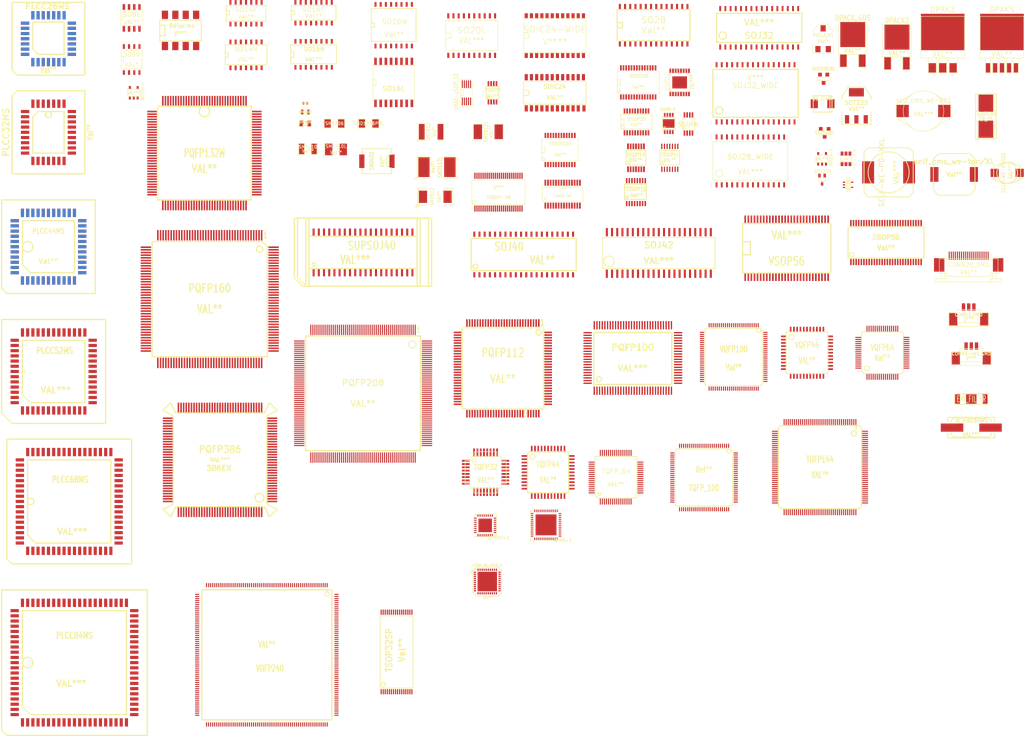
<source format=kicad_pcb>
(kicad_pcb (version 3) (host pcbnew "(2013-02-27 BZR 3976)-stable")
  (title_block (title "SMD library") (company "Kicad pcbnew"))
  (layers (15 Composant signal) (0 Cuivre signal) (18 B.Paste user) (19 F.Paste user) (20 B.SilkS user) (21 F.SilkS user) (22 B.Mask user) (23 F.Mask user) (28 Edge.Cuts user))
  (net 0 "")
  (net 1 +2.5CAN3_1)
  (net 2 +2.5CAN4_1)
  (net 3 +2.5CAN5_1)
  (net 4 +3.3V)
  (net 5 +5V)
  (net 6 +5VA)
  (net 7 -8VIN_1)
  (net 8 -8V_2)
  (net 9 /CSram_1)
  (net 10 /OE_1)
  (net 11 /WE_1)
  (net 12 20)
  (net 13 A0_1)
  (net 14 A1_1)
  (net 15 A2_1)
  (net 16 A3_1)
  (net 17 A4_1)
  (net 18 A5_1)
  (net 19 A6_1)
  (net 20 A7_1)
  (net 21 A8_1)
  (net 22 A9_1)
  (net 23 CAN3_IN_D+_1)
  (net 24 CAN3_IN_D-_1)
  (net 25 CAN3_IN_G+_1)
  (net 26 CAN3_IN_G-_1)
  (net 27 CAN4_IN_D-_1)
  (net 28 CAN4_IN_G+_1)
  (net 29 CAN4_IN_G-_1)
  (net 30 CAN5_IN_G+_1)
  (net 31 CAN5_IN_G-_1)
  (net 32 D0_1)
  (net 33 D1_1)
  (net 34 D2_1)
  (net 35 D3_1)
  (net 36 D4_1)
  (net 37 D5_1)
  (net 38 D6_1)
  (net 39 D7_1)
  (net 40 GND)
  (net 41 INPUTA_6)
  (net 42 LCAS#2_1)
  (net 43 LOW_GAIN_2_1)
  (net 44 LOW_GAIN_3_1)
  (net 45 LOW_GAIN_4_1)
  (net 46 LOW_GAIN_5_1)
  (net 47 LOW_GAIN_9)
  (net 48 N-000001)
  (net 49 N-000007)
  (net 50 N-000008)
  (net 51 N-000009)
  (net 52 N-000013)
  (net 53 N-000014)
  (net 54 N-000015)
  (net 55 N-000016)
  (net 56 N-000017)
  (net 57 N-000018)
  (net 58 N-000019)
  (net 59 N-000033)
  (net 60 N-000034)
  (net 61 N-000035)
  (net 62 N-000036)
  (net 63 N-000044)
  (net 64 N-000047)
  (net 65 N-000048)
  (net 66 N-000052)
  (net 67 N-000053)
  (net 68 N-000054)
  (net 69 N-000055)
  (net 70 N-000089)
  (net 71 N-000090)
  (net 72 N-000091)
  (net 73 N-000092)
  (net 74 N-000093)
  (net 75 N-000094)
  (net 76 N-000095)
  (net 77 N-000096)
  (net 78 N-000098)
  (net 79 N-000099)
  (net 80 N-000100)
  (net 81 N-000101)
  (net 82 N-000102)
  (net 83 N-000103)
  (net 84 N-000104)
  (net 85 N-000145)
  (net 86 N-000146)
  (net 87 OE#2_1)
  (net 88 RAS#2_1)
  (net 89 RIGH_IN+_10)
  (net 90 RIGH_IN-_10)
  (net 91 SCL-ANA_1)
  (net 92 SCL_6)
  (net 93 SDA1-ANA_1)
  (net 94 SDA_6)
  (net 95 TO_CAD+_8)
  (net 96 UCAS#2_1)
  (net 97 VCC)
  (net 98 WE#2_1)
  (net 99 X_DQ0_1)
  (net 100 X_DQ10_1)
  (net 101 X_DQ11_1)
  (net 102 X_DQ12_1)
  (net 103 X_DQ13_1)
  (net 104 X_DQ14_1)
  (net 105 X_DQ15_1)
  (net 106 X_DQ1_1)
  (net 107 X_DQ2_1)
  (net 108 X_DQ3_1)
  (net 109 X_DQ4_1)
  (net 110 X_DQ5_1)
  (net 111 X_DQ6_1)
  (net 112 X_DQ7_1)
  (net 113 X_DQ8_1)
  (net 114 X_DQ9_1)
  (net 115 pp)
  (module MSOP8 (layer Composant) (at 135.89 35.56)
    (fp_text reference MSOP8 (at 0 -0.762) (layer F.SilkS) (effects (font (size 0.762 0.762) (thickness 0.1524))))
    (fp_text value Val** (at 0 0.762) (layer F.SilkS) (effects (font (size 0.762 0.762) (thickness 0.1524))))
    (pad 1 smd rect (at -0.9779 2.2225) (size 0.4064 1.27) (layers Composant F.Paste F.Mask))
    (pad 2 smd rect (at -0.3302 2.2225) (size 0.4064 1.27) (layers Composant F.Paste F.Mask))
    (pad 3 smd rect (at 0.3302 2.2225) (size 0.4064 1.27) (layers Composant F.Paste F.Mask))
    (pad 4 smd rect (at 0.9779 2.2225) (size 0.4064 1.27) (layers Composant F.Paste F.Mask))
    (pad 5 smd rect (at 0.9779 -2.2225) (size 0.4064 1.27) (layers Composant F.Paste F.Mask))
    (pad 6 smd rect (at 0.3302 -2.2225) (size 0.4064 1.27) (layers Composant F.Paste F.Mask))
    (pad 7 smd rect (at -0.3302 -2.2225) (size 0.4064 1.27) (layers Composant F.Paste F.Mask))
    (pad 8 smd rect (at -0.9779 -2.2225) (size 0.4064 1.27) (layers Composant F.Paste F.Mask))
  )
  (module DO_214AA (layer Composant) (at 216.535 38.227)
    (fp_text reference DO_214AA (at 0 -1.26746) (layer F.SilkS) (effects (font (size 1.016 0.635) (thickness 0.127))))
    (fp_text value Val** hide)
    (pad 1 smd rect (at -2.032 0) (size 1.778 2.159) (layers Composant F.Paste F.Mask))
    (pad 2 smd rect (at 2.032 0) (size 1.778 2.159) (layers Composant F.Paste F.Mask))
  )
  (module SOT353 (layer Composant) (at 222.758 58.039)
    (fp_text reference SOT353 (at 0.09906 0 90) (layer F.SilkS) (effects (font (size 0.762 0.635) (thickness 0.127))))
    (fp_text value Val** hide)
    (pad 1 smd rect (at -1.016 -0.635) (size 0.508 0.3048) (layers Composant F.Paste F.Mask))
    (pad 3 smd rect (at -1.016 0.635) (size 0.508 0.3048) (layers Composant F.Paste F.Mask))
    (pad 5 smd rect (at 1.016 -0.635) (size 0.508 0.3048) (layers Composant F.Paste F.Mask))
    (pad 2 smd rect (at -1.016 0) (size 0.508 0.3048) (layers Composant F.Paste F.Mask))
    (pad 4 smd rect (at 1.016 0.635) (size 0.508 0.3048) (layers Composant F.Paste F.Mask))
  )
  (module SOT23_6 (layer Composant) (at 222.25 51.689)
    (fp_text reference SOT23_6 (at 1.99898 0 90) (layer F.SilkS) (effects (font (size 0.762 0.762) (thickness 0.0762))))
    (fp_text value VAL (at 0.0635 0) (layer F.SilkS) (effects (font (size 0.50038 0.50038) (thickness 0.0762))))
    (pad 6 smd rect (at -0.9525 -1.27) (size 0.70104 1.00076) (layers Composant F.Paste F.Mask))
    (pad 5 smd rect (at 0 -1.27) (size 0.70104 1.00076) (layers Composant F.Paste F.Mask))
    (pad 4 smd rect (at 0.9525 -1.27) (size 0.70104 1.00076) (layers Composant F.Paste F.Mask))
    (pad 3 smd rect (at 0.9525 1.27) (size 0.70104 1.00076) (layers Composant F.Paste F.Mask))
    (pad 2 smd rect (at 0 1.27) (size 0.70104 1.00076) (layers Composant F.Paste F.Mask))
    (pad 1 smd rect (at -0.9525 1.27) (size 0.70104 1.00076) (layers Composant F.Paste F.Mask))
  )
  (module TSSOP14 (layer Composant) (at 179.197 51.435)
    (fp_text reference TSSOP14 (at 0 -0.762) (layer F.SilkS) (effects (font (size 0.762 0.635) (thickness 0.16002))))
    (fp_text value VAL** (at 0 0.508) (layer F.SilkS) (effects (font (size 0.762 0.762) (thickness 0.16002))))
    (pad 1 smd rect (at -1.9304 2.794) (size 0.29972 1.30048) (layers Composant F.Paste F.Mask))
    (pad 2 smd rect (at -1.2954 2.794) (size 0.29972 1.30048) (layers Composant F.Paste F.Mask))
    (pad 3 smd rect (at -0.635 2.794) (size 0.29972 1.30048) (layers Composant F.Paste F.Mask))
    (pad 4 smd rect (at 0 2.794) (size 0.29972 1.30048) (layers Composant F.Paste F.Mask))
    (pad 5 smd rect (at 0.6604 2.794) (size 0.29972 1.30048) (layers Composant F.Paste F.Mask))
    (pad 6 smd rect (at 1.3081 2.794) (size 0.29972 1.30048) (layers Composant F.Paste F.Mask))
    (pad 7 smd rect (at 1.9558 2.794) (size 0.29972 1.30048) (layers Composant F.Paste F.Mask))
    (pad 8 smd rect (at 1.9558 -2.794) (size 0.29972 1.30048) (layers Composant F.Paste F.Mask))
    (pad 9 smd rect (at 1.3081 -2.794) (size 0.29972 1.30048) (layers Composant F.Paste F.Mask))
    (pad 10 smd rect (at 0.6604 -2.794) (size 0.29972 1.30048) (layers Composant F.Paste F.Mask))
    (pad 11 smd rect (at 0 -2.794) (size 0.29972 1.30048) (layers Composant F.Paste F.Mask))
    (pad 12 smd rect (at -0.6477 -2.794) (size 0.29972 1.30048) (layers Composant F.Paste F.Mask))
    (pad 13 smd rect (at -1.2954 -2.794) (size 0.29972 1.30048) (layers Composant F.Paste F.Mask))
    (pad 14 smd rect (at -1.9431 -2.794) (size 0.29972 1.30048) (layers Composant F.Paste F.Mask))
  )
  (module TSSOP16 (layer Composant) (at 170.942 59.817)
    (fp_text reference TSSOP16 (at 0 -0.7493) (layer F.SilkS) (effects (font (size 1.016 0.762) (thickness 0.1905))))
    (fp_text value Val** (at 0.24892 0.7493) (layer F.SilkS) (effects (font (size 0.762 0.762) (thickness 0.1905))))
    (pad 1 smd rect (at -2.27584 2.79908) (size 0.381 1.27) (layers Composant F.Paste F.Mask))
    (pad 2 smd rect (at -1.6256 2.79908) (size 0.381 1.27) (layers Composant F.Paste F.Mask))
    (pad 3 smd rect (at -0.97536 2.79908) (size 0.381 1.27) (layers Composant F.Paste F.Mask))
    (pad 4 smd rect (at -0.32512 2.79908) (size 0.381 1.27) (layers Composant F.Paste F.Mask))
    (pad 5 smd rect (at 0.32512 2.79908) (size 0.381 1.27) (layers Composant F.Paste F.Mask))
    (pad 6 smd rect (at 0.97536 2.79908) (size 0.381 1.27) (layers Composant F.Paste F.Mask))
    (pad 7 smd rect (at 1.6256 2.79908) (size 0.381 1.27) (layers Composant F.Paste F.Mask))
    (pad 8 smd rect (at 2.27584 2.79908) (size 0.381 1.27) (layers Composant F.Paste F.Mask))
    (pad 9 smd rect (at 2.27584 -2.79908) (size 0.381 1.27) (layers Composant F.Paste F.Mask))
    (pad 10 smd rect (at 1.6256 -2.79908) (size 0.381 1.27) (layers Composant F.Paste F.Mask))
    (pad 11 smd rect (at 0.97536 -2.79908) (size 0.381 1.27) (layers Composant F.Paste F.Mask))
    (pad 12 smd rect (at 0.32512 -2.79908) (size 0.381 1.27) (layers Composant F.Paste F.Mask))
    (pad 13 smd rect (at -0.32512 -2.79908) (size 0.381 1.27) (layers Composant F.Paste F.Mask))
    (pad 14 smd rect (at -0.97536 -2.79908) (size 0.381 1.27) (layers Composant F.Paste F.Mask))
    (pad 15 smd rect (at -1.6256 -2.79908) (size 0.381 1.27) (layers Composant F.Paste F.Mask))
    (pad 16 smd rect (at -2.27584 -2.79908) (size 0.381 1.27) (layers Composant F.Paste F.Mask))
  )
  (module SSOP14 (layer Composant) (at 170.942 51.435)
    (fp_text reference SSOP14 (at 0 -0.762) (layer F.SilkS) (effects (font (size 0.889 0.762) (thickness 0.1905))))
    (fp_text value VAL** (at 0 0.508) (layer F.SilkS) (effects (font (size 0.762 0.762) (thickness 0.1905))))
    (pad 1 smd rect (at -1.9304 2.794) (size 0.4318 1.397) (layers Composant F.Paste F.Mask) (net 6 +5VA))
    (pad 2 smd rect (at -1.2954 2.794) (size 0.4318 1.397) (layers Composant F.Paste F.Mask))
    (pad 3 smd rect (at -0.635 2.794) (size 0.4318 1.397) (layers Composant F.Paste F.Mask) (net 40 GND))
    (pad 4 smd rect (at 0 2.794) (size 0.4318 1.397) (layers Composant F.Paste F.Mask) (net 92 SCL_6))
    (pad 5 smd rect (at 0.6604 2.794) (size 0.4318 1.397) (layers Composant F.Paste F.Mask) (net 97 VCC))
    (pad 6 smd rect (at 1.3081 2.794) (size 0.4318 1.397) (layers Composant F.Paste F.Mask) (net 94 SDA_6))
    (pad 7 smd rect (at 1.9558 2.794) (size 0.4318 1.397) (layers Composant F.Paste F.Mask) (net 40 GND))
    (pad 8 smd rect (at 1.9558 -2.794) (size 0.4318 1.397) (layers Composant F.Paste F.Mask))
    (pad 9 smd rect (at 1.3081 -2.794) (size 0.4318 1.397) (layers Composant F.Paste F.Mask) (net 97 VCC))
    (pad 10 smd rect (at 0.6604 -2.794) (size 0.4318 1.397) (layers Composant F.Paste F.Mask))
    (pad 11 smd rect (at 0 -2.794) (size 0.4318 1.397) (layers Composant F.Paste F.Mask) (net 86 N-000146))
    (pad 12 smd rect (at -0.6477 -2.794) (size 0.4318 1.397) (layers Composant F.Paste F.Mask) (net 41 INPUTA_6))
    (pad 13 smd rect (at -1.2954 -2.794) (size 0.4318 1.397) (layers Composant F.Paste F.Mask) (net 85 N-000145))
    (pad 14 smd rect (at -1.9431 -2.794) (size 0.4318 1.397) (layers Composant F.Paste F.Mask) (net 97 VCC))
  )
  (module LFCSP_VQ-CP40-1 (layer Composant) (at 134.62 154.94)
    (fp_text reference LFCSP_VQ-CP40-1 (at 0 -4.0005) (layer F.SilkS) (effects (font (size 0.508 0.508) (thickness 0.127))))
    (fp_text value VAL** (at 0 4.0005) (layer F.SilkS) (effects (font (size 0.508 0.508) (thickness 0.127))))
    (pad 31 smd rect (at 2.25044 -2.87528) (size 0.29972 0.55118) (layers Composant F.Paste F.Mask))
    (pad 32 smd rect (at 1.75006 -2.87528) (size 0.29972 0.55118) (layers Composant F.Paste F.Mask))
    (pad 33 smd rect (at 1.24968 -2.87528) (size 0.29972 0.55118) (layers Composant F.Paste F.Mask))
    (pad 34 smd rect (at 0.7493 -2.87528) (size 0.29972 0.55118) (layers Composant F.Paste F.Mask))
    (pad 35 smd rect (at 0.25146 -2.87528) (size 0.29972 0.55118) (layers Composant F.Paste F.Mask))
    (pad 36 smd rect (at -0.24892 -2.87528) (size 0.29972 0.55118) (layers Composant F.Paste F.Mask))
    (pad 37 smd rect (at -0.7493 -2.87528) (size 0.29972 0.55118) (layers Composant F.Paste F.Mask))
    (pad 38 smd rect (at -1.24968 -2.87528) (size 0.29972 0.55118) (layers Composant F.Paste F.Mask))
    (pad 39 smd rect (at -1.75006 -2.87528) (size 0.29972 0.55118) (layers Composant F.Paste F.Mask))
    (pad 40 smd rect (at -2.25044 -2.87528) (size 0.29972 0.55118) (layers Composant F.Paste F.Mask))
    (pad 1 smd rect (at -2.99974 -2.25044 270) (size 0.29972 0.55118) (layers Composant F.Paste F.Mask))
    (pad 2 smd rect (at -2.99974 -1.75006 270) (size 0.29972 0.55118) (layers Composant F.Paste F.Mask))
    (pad 3 smd rect (at -2.99974 -1.24968 270) (size 0.29972 0.55118) (layers Composant F.Paste F.Mask))
    (pad 4 smd rect (at -2.99974 -0.7493 270) (size 0.29972 0.55118) (layers Composant F.Paste F.Mask))
    (pad 5 smd rect (at -2.99974 -0.24892 270) (size 0.29972 0.55118) (layers Composant F.Paste F.Mask))
    (pad 6 smd rect (at -2.99974 0.24892 270) (size 0.29972 0.55118) (layers Composant F.Paste F.Mask))
    (pad 7 smd rect (at -2.99974 0.7493 270) (size 0.29972 0.55118) (layers Composant F.Paste F.Mask))
    (pad 8 smd rect (at -2.99974 1.24968 270) (size 0.29972 0.55118) (layers Composant F.Paste F.Mask))
    (pad 9 smd rect (at -2.99974 1.75006 270) (size 0.29972 0.55118) (layers Composant F.Paste F.Mask))
    (pad 10 smd rect (at -2.99974 2.25044 270) (size 0.29972 0.55118) (layers Composant F.Paste F.Mask))
    (pad 11 smd rect (at -2.25044 2.87528) (size 0.29972 0.55118) (layers Composant F.Paste F.Mask))
    (pad 12 smd rect (at -1.75006 2.87528) (size 0.29972 0.55118) (layers Composant F.Paste F.Mask))
    (pad 13 smd rect (at -1.24968 2.87528) (size 0.29972 0.55118) (layers Composant F.Paste F.Mask))
    (pad 14 smd rect (at -0.7493 2.87528) (size 0.29972 0.55118) (layers Composant F.Paste F.Mask))
    (pad 15 smd rect (at -0.24892 2.87528) (size 0.29972 0.55118) (layers Composant F.Paste F.Mask))
    (pad 16 smd rect (at 0.24892 2.87528) (size 0.29972 0.55118) (layers Composant F.Paste F.Mask))
    (pad 17 smd rect (at 0.7493 2.87528) (size 0.29972 0.55118) (layers Composant F.Paste F.Mask))
    (pad 18 smd rect (at 1.24968 2.87528) (size 0.29972 0.55118) (layers Composant F.Paste F.Mask))
    (pad 19 smd rect (at 1.75006 2.87528) (size 0.29972 0.55118) (layers Composant F.Paste F.Mask))
    (pad 20 smd rect (at 2.25044 2.87528) (size 0.29972 0.55118) (layers Composant F.Paste F.Mask))
    (pad 21 smd rect (at 2.99974 2.25044 270) (size 0.29972 0.55118) (layers Composant F.Paste F.Mask))
    (pad 22 smd rect (at 2.99974 1.75006 270) (size 0.29972 0.55118) (layers Composant F.Paste F.Mask))
    (pad 23 smd rect (at 2.99974 1.24968 270) (size 0.29972 0.55118) (layers Composant F.Paste F.Mask))
    (pad 24 smd rect (at 2.99974 0.7493 270) (size 0.29972 0.55118) (layers Composant F.Paste F.Mask))
    (pad 25 smd rect (at 2.99974 0.24892 270) (size 0.29972 0.55118) (layers Composant F.Paste F.Mask))
    (pad 26 smd rect (at 2.99974 -0.24892 270) (size 0.29972 0.55118) (layers Composant F.Paste F.Mask))
    (pad 27 smd rect (at 2.99974 -0.7493 270) (size 0.29972 0.55118) (layers Composant F.Paste F.Mask))
    (pad 28 smd rect (at 2.99974 -1.24968 270) (size 0.29972 0.55118) (layers Composant F.Paste F.Mask))
    (pad 29 smd rect (at 2.99974 -1.75006 270) (size 0.29972 0.55118) (layers Composant F.Paste F.Mask))
    (pad 30 smd rect (at 2.99974 -2.25044 270) (size 0.29972 0.55118) (layers Composant F.Paste F.Mask))
    (pad 41 smd rect (at 0 0) (size 4.7498 4.7498) (layers Composant F.Paste F.Mask))
  )
  (module SM0402 (layer Composant) (at 90.17 38.1)
    (fp_text reference SM0402 (at 0 0) (layer F.SilkS) (effects (font (size 0.35052 0.3048) (thickness 0.07112))))
    (fp_text value VAL** hide)
    (pad 1 smd rect (at -0.44958 0) (size 0.39878 0.59944) (layers Composant F.Paste F.Mask))
    (pad 2 smd rect (at 0.44958 0) (size 0.39878 0.59944) (layers Composant F.Paste F.Mask))
  )
  (module Q_49U3HMS (layer Composant) (at 252.857 117.348)
    (fp_text reference Q_49U3HMS (at 0.127 -1.651) (layer F.SilkS) (effects (font (size 0.889 0.889) (thickness 0.2032))))
    (fp_text value VAL*** (at 0 1.651) (layer F.SilkS) (effects (font (size 0.889 0.889) (thickness 0.2032))))
    (pad 1 smd rect (at -4.699 0) (size 5.4991 1.99898) (layers Composant F.Paste F.Mask))
    (pad 2 smd rect (at 4.699 0) (size 5.4991 1.99898) (layers Composant F.Paste F.Mask))
  )
  (module SELF-WE-PD-XXL (layer Composant) (at 232.664 54.991)
    (fp_text reference SELF-WE-PD-XXL (at -1.69926 0.09906 90) (layer F.SilkS) (effects (font (size 1.19888 1.19888) (thickness 0.20066))))
    (fp_text value VAL*** (at 1.80086 0 90) (layer F.SilkS) (effects (font (size 1.19888 1.19888) (thickness 0.20066))))
    (fp_text user "" (at 0 0) (layer F.SilkS) (effects (font (size 1.016 1.016) (thickness 0.254))))
    (fp_text user "" (at 0 0) (layer F.SilkS) (effects (font (size 1.016 1.016) (thickness 0.254))))
    (pad 1 smd rect (at -5.00126 0) (size 2.90068 5.40004) (layers Composant F.Paste F.Mask))
    (pad 2 smd rect (at 5.00126 0) (size 2.90068 5.40004) (layers Composant F.Paste F.Mask))
  )
  (module self_cms_we-tpc/XL (layer Composant) (at 248.666 55.499)
    (fp_text reference self_cms_we-tpc/XL (at 0 -3.175) (layer F.SilkS) (effects (font (size 1.27 1.27) (thickness 0.254))))
    (fp_text value Val** (at 0 0) (layer F.SilkS) (effects (font (size 1.016 1.016) (thickness 0.254))))
    (fp_text user "" (at 0 0) (layer F.SilkS) (effects (font (size 1.016 1.016) (thickness 0.254))))
    (fp_text user "" (at 0 0) (layer F.SilkS) (effects (font (size 1.016 1.016) (thickness 0.254))))
    (pad 1 smd rect (at -4.826 0) (size 1.99898 3.59918) (layers Composant F.Paste F.Mask))
    (pad 2 smd rect (at 4.826 0) (size 1.99898 3.59918) (layers Composant F.Paste F.Mask))
  )
  (module QFN48+1 (layer Composant) (at 148.971 141.097)
    (fp_text reference QF48+1 (at 4.064 3.81) (layer F.SilkS) (effects (font (size 0.762 0.762) (thickness 0.127))))
    (fp_text value VAL** hide)
    (pad 1 smd rect (at -3.39852 -2.74828) (size 0.59944 0.24892) (layers Composant F.Paste F.Mask))
    (pad 2 smd rect (at -3.39852 -2.2479) (size 0.59944 0.24892) (layers Composant F.Paste F.Mask))
    (pad 3 smd rect (at -3.39852 -1.74752) (size 0.59944 0.24892) (layers Composant F.Paste F.Mask))
    (pad 4 smd rect (at -3.39852 -1.24714) (size 0.59944 0.24892) (layers Composant F.Paste F.Mask))
    (pad 5 smd rect (at -3.39852 -0.7493) (size 0.59944 0.24892) (layers Composant F.Paste F.Mask))
    (pad 6 smd rect (at -3.39852 -0.24892) (size 0.59944 0.24892) (layers Composant F.Paste F.Mask))
    (pad 7 smd rect (at -3.39852 0.25146) (size 0.59944 0.24892) (layers Composant F.Paste F.Mask))
    (pad 8 smd rect (at -3.39852 0.75184) (size 0.59944 0.24892) (layers Composant F.Paste F.Mask))
    (pad 9 smd rect (at -3.39852 1.25222) (size 0.59944 0.24892) (layers Composant F.Paste F.Mask))
    (pad 10 smd rect (at -3.39852 1.7526) (size 0.59944 0.24892) (layers Composant F.Paste F.Mask))
    (pad 11 smd rect (at -3.39852 2.25298) (size 0.59944 0.24892) (layers Composant F.Paste F.Mask))
    (pad 12 smd rect (at -3.39852 2.75082) (size 0.59944 0.24892) (layers Composant F.Paste F.Mask))
    (pad 33 smd rect (at 3.39852 -1.25222) (size 0.59944 0.24892) (layers Composant F.Paste F.Mask))
    (pad 34 smd rect (at 3.39852 -1.75006) (size 0.59944 0.24892) (layers Composant F.Paste F.Mask))
    (pad 35 smd rect (at 3.39852 -2.25044) (size 0.59944 0.24892) (layers Composant F.Paste F.Mask))
    (pad 36 smd rect (at 3.39852 -2.75082) (size 0.59944 0.24892) (layers Composant F.Paste F.Mask))
    (pad 17 smd rect (at -0.7493 3.40106) (size 0.24892 0.59944) (layers Composant F.Paste F.Mask))
    (pad 18 smd rect (at -0.25146 3.40106) (size 0.24892 0.59944) (layers Composant F.Paste F.Mask))
    (pad 19 smd rect (at 0.24892 3.40106) (size 0.24892 0.59944) (layers Composant F.Paste F.Mask))
    (pad 20 smd rect (at 0.7493 3.40106) (size 0.24892 0.59944) (layers Composant F.Paste F.Mask))
    (pad 21 smd rect (at 1.24968 3.40106) (size 0.24892 0.59944) (layers Composant F.Paste F.Mask))
    (pad 22 smd rect (at 1.75006 3.40106) (size 0.24892 0.59944) (layers Composant F.Paste F.Mask))
    (pad 23 smd rect (at 2.25044 3.40106) (size 0.24892 0.59944) (layers Composant F.Paste F.Mask))
    (pad 24 smd rect (at 2.75082 3.40106) (size 0.24892 0.59944) (layers Composant F.Paste F.Mask))
    (pad 49 smd rect (at 0 0) (size 5.10032 5.10032) (layers Composant F.Paste F.Mask))
    (pad 13 smd rect (at -2.74828 3.40106) (size 0.24892 0.59944) (layers Composant F.Paste F.Mask))
    (pad 14 smd rect (at -2.2479 3.40106) (size 0.24892 0.59944) (layers Composant F.Paste F.Mask))
    (pad 15 smd rect (at -1.74752 3.40106) (size 0.24892 0.59944) (layers Composant F.Paste F.Mask))
    (pad 16 smd rect (at -1.24968 3.40106) (size 0.24892 0.59944) (layers Composant F.Paste F.Mask))
    (pad 25 smd rect (at 3.39852 2.74828) (size 0.59944 0.24892) (layers Composant F.Paste F.Mask))
    (pad 26 smd rect (at 3.40106 2.2479) (size 0.59944 0.24892) (layers Composant F.Paste F.Mask))
    (pad 27 smd rect (at 3.40106 1.75006) (size 0.59944 0.24892) (layers Composant F.Paste F.Mask))
    (pad 28 smd rect (at 3.40106 1.24968) (size 0.59944 0.24892) (layers Composant F.Paste F.Mask))
    (pad 29 smd rect (at 3.40106 0.7493) (size 0.59944 0.24892) (layers Composant F.Paste F.Mask))
    (pad 30 smd rect (at 3.40106 0.24892) (size 0.59944 0.24892) (layers Composant F.Paste F.Mask))
    (pad 31 smd rect (at 3.40106 -0.25146) (size 0.59944 0.24892) (layers Composant F.Paste F.Mask))
    (pad 32 smd rect (at 3.40106 -0.75184) (size 0.59944 0.24892) (layers Composant F.Paste F.Mask))
    (pad 37 smd rect (at 2.75082 -3.39852) (size 0.24892 0.59944) (layers Composant F.Paste F.Mask))
    (pad 38 smd rect (at 2.25044 -3.39852) (size 0.24892 0.59944) (layers Composant F.Paste F.Mask))
    (pad 39 smd rect (at 1.75006 -3.39852) (size 0.24892 0.59944) (layers Composant F.Paste F.Mask))
    (pad 40 smd rect (at 1.25222 -3.39852) (size 0.24892 0.59944) (layers Composant F.Paste F.Mask))
    (pad 41 smd rect (at 0.75184 -3.39852) (size 0.24892 0.59944) (layers Composant F.Paste F.Mask))
    (pad 42 smd rect (at 0.25146 -3.39852) (size 0.24892 0.59944) (layers Composant F.Paste F.Mask))
    (pad 43 smd rect (at -0.24892 -3.39852) (size 0.24892 0.59944) (layers Composant F.Paste F.Mask))
    (pad 44 smd rect (at -0.7493 -3.39852) (size 0.24892 0.59944) (layers Composant F.Paste F.Mask))
    (pad 45 smd rect (at -1.24968 -3.39852) (size 0.24892 0.59944) (layers Composant F.Paste F.Mask))
    (pad 46 smd rect (at -1.75006 -3.39852) (size 0.24892 0.59944) (layers Composant F.Paste F.Mask))
    (pad 47 smd rect (at -2.2479 -3.39852) (size 0.24892 0.59944) (layers Composant F.Paste F.Mask))
    (pad 48 smd rect (at -2.74828 -3.39852) (size 0.24892 0.59944) (layers Composant F.Paste F.Mask))
  )
  (module SSOP56 (layer Composant) (at 232.029 72.136)
    (fp_text reference SSOP56 (at 0 -1.27) (layer F.SilkS) (effects (font (size 1.143 1.143) (thickness 0.28702))))
    (fp_text value Val** (at 0 1.27) (layer F.SilkS) (effects (font (size 1.143 1.143) (thickness 0.28702))))
    (pad 1 smd rect (at -8.5725 4.7625) (size 0.381 1.524) (layers Composant F.Paste F.Mask))
    (pad 2 smd rect (at -7.9375 4.7625) (size 0.381 1.524) (layers Composant F.Paste F.Mask))
    (pad 3 smd rect (at -7.3025 4.7625) (size 0.381 1.524) (layers Composant F.Paste F.Mask))
    (pad 4 smd rect (at -6.6675 4.7625) (size 0.381 1.524) (layers Composant F.Paste F.Mask))
    (pad 5 smd rect (at -6.0325 4.7625) (size 0.381 1.524) (layers Composant F.Paste F.Mask))
    (pad 6 smd rect (at -5.3975 4.7625) (size 0.381 1.524) (layers Composant F.Paste F.Mask))
    (pad 7 smd rect (at -4.7625 4.7625) (size 0.381 1.524) (layers Composant F.Paste F.Mask))
    (pad 8 smd rect (at -4.1275 4.7625) (size 0.381 1.524) (layers Composant F.Paste F.Mask))
    (pad 9 smd rect (at -3.4925 4.7625) (size 0.381 1.524) (layers Composant F.Paste F.Mask))
    (pad 10 smd rect (at -2.8575 4.7625) (size 0.381 1.524) (layers Composant F.Paste F.Mask))
    (pad 11 smd rect (at -2.2225 4.7625) (size 0.381 1.524) (layers Composant F.Paste F.Mask))
    (pad 12 smd rect (at -1.5875 4.7625) (size 0.381 1.524) (layers Composant F.Paste F.Mask))
    (pad 13 smd rect (at -0.9525 4.7625) (size 0.381 1.524) (layers Composant F.Paste F.Mask))
    (pad 14 smd rect (at -0.3175 4.7625) (size 0.381 1.524) (layers Composant F.Paste F.Mask))
    (pad 15 smd rect (at 0.3175 4.7625) (size 0.381 1.524) (layers Composant F.Paste F.Mask))
    (pad 16 smd rect (at 0.9525 4.7625) (size 0.381 1.524) (layers Composant F.Paste F.Mask))
    (pad 17 smd rect (at 1.5875 4.7625) (size 0.381 1.524) (layers Composant F.Paste F.Mask))
    (pad 18 smd rect (at 2.2225 4.7625) (size 0.381 1.524) (layers Composant F.Paste F.Mask))
    (pad 19 smd rect (at 2.8575 4.7625) (size 0.381 1.524) (layers Composant F.Paste F.Mask))
    (pad 20 smd rect (at 3.4925 4.7625) (size 0.381 1.524) (layers Composant F.Paste F.Mask))
    (pad 21 smd rect (at 4.1275 4.7625) (size 0.381 1.524) (layers Composant F.Paste F.Mask))
    (pad 22 smd rect (at 4.7625 4.7625) (size 0.381 1.524) (layers Composant F.Paste F.Mask))
    (pad 23 smd rect (at 5.3975 4.7625) (size 0.381 1.524) (layers Composant F.Paste F.Mask))
    (pad 24 smd rect (at 6.0325 4.7625) (size 0.381 1.524) (layers Composant F.Paste F.Mask))
    (pad 25 smd rect (at 6.6675 4.7625) (size 0.381 1.524) (layers Composant F.Paste F.Mask))
    (pad 26 smd rect (at 7.3025 4.7625) (size 0.381 1.524) (layers Composant F.Paste F.Mask))
    (pad 27 smd rect (at 7.9375 4.7625) (size 0.381 1.524) (layers Composant F.Paste F.Mask))
    (pad 28 smd rect (at 8.5725 4.7625) (size 0.381 1.524) (layers Composant F.Paste F.Mask))
    (pad 42 smd rect (at 0.3175 -4.7625) (size 0.381 1.524) (layers Composant F.Paste F.Mask))
    (pad 41 smd rect (at 0.9525 -4.7625) (size 0.381 1.524) (layers Composant F.Paste F.Mask))
    (pad 40 smd rect (at 1.5875 -4.7625) (size 0.381 1.524) (layers Composant F.Paste F.Mask))
    (pad 39 smd rect (at 2.2225 -4.7625) (size 0.381 1.524) (layers Composant F.Paste F.Mask))
    (pad 43 smd rect (at -0.3175 -4.7625) (size 0.381 1.524) (layers Composant F.Paste F.Mask))
    (pad 44 smd rect (at -0.9525 -4.7625) (size 0.381 1.524) (layers Composant F.Paste F.Mask))
    (pad 45 smd rect (at -1.5875 -4.7625) (size 0.381 1.524) (layers Composant F.Paste F.Mask))
    (pad 46 smd rect (at -2.2225 -4.7625) (size 0.381 1.524) (layers Composant F.Paste F.Mask))
    (pad 47 smd rect (at -2.8575 -4.7625) (size 0.381 1.524) (layers Composant F.Paste F.Mask))
    (pad 48 smd rect (at -3.4925 -4.7625) (size 0.381 1.524) (layers Composant F.Paste F.Mask))
    (pad 49 smd rect (at -4.1275 -4.7625) (size 0.381 1.524) (layers Composant F.Paste F.Mask))
    (pad 50 smd rect (at -4.7625 -4.7625) (size 0.381 1.524) (layers Composant F.Paste F.Mask))
    (pad 51 smd rect (at -5.3975 -4.7625) (size 0.381 1.524) (layers Composant F.Paste F.Mask))
    (pad 52 smd rect (at -6.0325 -4.7625) (size 0.381 1.524) (layers Composant F.Paste F.Mask))
    (pad 53 smd rect (at -6.6675 -4.7625) (size 0.381 1.524) (layers Composant F.Paste F.Mask))
    (pad 38 smd rect (at 2.8575 -4.7625) (size 0.381 1.524) (layers Composant F.Paste F.Mask))
    (pad 37 smd rect (at 3.4925 -4.7625) (size 0.381 1.524) (layers Composant F.Paste F.Mask))
    (pad 36 smd rect (at 4.1275 -4.7625) (size 0.381 1.524) (layers Composant F.Paste F.Mask))
    (pad 35 smd rect (at 4.7625 -4.7625) (size 0.381 1.524) (layers Composant F.Paste F.Mask))
    (pad 34 smd rect (at 5.3975 -4.7625) (size 0.381 1.524) (layers Composant F.Paste F.Mask))
    (pad 33 smd rect (at 6.0325 -4.7625) (size 0.381 1.524) (layers Composant F.Paste F.Mask))
    (pad 32 smd rect (at 6.6675 -4.7625) (size 0.381 1.524) (layers Composant F.Paste F.Mask))
    (pad 31 smd rect (at 7.3025 -4.7625) (size 0.381 1.524) (layers Composant F.Paste F.Mask))
    (pad 30 smd rect (at 7.9375 -4.7625) (size 0.381 1.524) (layers Composant F.Paste F.Mask))
    (pad 29 smd rect (at 8.5725 -4.7625) (size 0.381 1.524) (layers Composant F.Paste F.Mask))
    (pad 54 smd rect (at -7.3025 -4.7625) (size 0.381 1.524) (layers Composant F.Paste F.Mask))
    (pad 55 smd rect (at -7.9375 -4.7625) (size 0.381 1.524) (layers Composant F.Paste F.Mask))
    (pad 56 smd rect (at -8.5725 -4.7625) (size 0.381 1.524) (layers Composant F.Paste F.Mask))
  )
  (module SSOP20 (layer Composant) (at 171.069 42.672)
    (fp_text reference SSOP20 (at 0 -0.635) (layer F.SilkS) (effects (font (size 0.762 0.762) (thickness 0.127))))
    (fp_text value Val** (at 0 0.635) (layer F.SilkS) (effects (font (size 0.762 0.762) (thickness 0.127))))
    (pad 1 smd rect (at -2.921 2.667) (size 0.4064 1.27) (layers Composant F.Paste F.Mask))
    (pad 2 smd rect (at -2.286 2.667) (size 0.4064 1.27) (layers Composant F.Paste F.Mask))
    (pad 3 smd rect (at -1.6256 2.667) (size 0.4064 1.27) (layers Composant F.Paste F.Mask))
    (pad 4 smd rect (at -0.9652 2.667) (size 0.4064 1.27) (layers Composant F.Paste F.Mask))
    (pad 5 smd rect (at -0.3302 2.667) (size 0.4064 1.27) (layers Composant F.Paste F.Mask))
    (pad 6 smd rect (at 0.3302 2.667) (size 0.4064 1.27) (layers Composant F.Paste F.Mask))
    (pad 7 smd rect (at 0.9906 2.667) (size 0.4064 1.27) (layers Composant F.Paste F.Mask))
    (pad 8 smd rect (at 1.6256 2.667) (size 0.4064 1.27) (layers Composant F.Paste F.Mask))
    (pad 9 smd rect (at 2.286 2.667) (size 0.4064 1.27) (layers Composant F.Paste F.Mask))
    (pad 10 smd rect (at 2.921 2.667) (size 0.4064 1.27) (layers Composant F.Paste F.Mask))
    (pad 11 smd rect (at 2.921 -2.667) (size 0.4064 1.27) (layers Composant F.Paste F.Mask))
    (pad 12 smd rect (at 2.286 -2.667) (size 0.4064 1.27) (layers Composant F.Paste F.Mask))
    (pad 13 smd rect (at 1.6256 -2.667) (size 0.4064 1.27) (layers Composant F.Paste F.Mask))
    (pad 14 smd rect (at 0.9906 -2.667) (size 0.4064 1.27) (layers Composant F.Paste F.Mask))
    (pad 15 smd rect (at 0.3302 -2.667) (size 0.4064 1.27) (layers Composant F.Paste F.Mask))
    (pad 16 smd rect (at -0.3302 -2.667) (size 0.4064 1.27) (layers Composant F.Paste F.Mask))
    (pad 17 smd rect (at -0.9652 -2.667) (size 0.4064 1.27) (layers Composant F.Paste F.Mask))
    (pad 18 smd rect (at -1.6256 -2.667) (size 0.4064 1.27) (layers Composant F.Paste F.Mask))
    (pad 19 smd rect (at -2.286 -2.667) (size 0.4064 1.27) (layers Composant F.Paste F.Mask))
    (pad 20 smd rect (at -2.921 -2.667) (size 0.4064 1.27) (layers Composant F.Paste F.Mask))
  )
  (module SOT323 (layer Composant) (at 216.408 56.769)
    (fp_text reference SOT323 (at 0.127 -2.032) (layer F.SilkS) (effects (font (size 0.762 0.762) (thickness 0.09906))))
    (fp_text value VAL hide)
    (pad 2 smd rect (at -0.65024 -0.94996) (size 0.59944 1.00076) (layers Composant F.Paste F.Mask))
    (pad 1 smd rect (at 0.65024 -0.94996) (size 0.59944 1.00076) (layers Composant F.Paste F.Mask))
    (pad 3 smd rect (at 0 0.94996) (size 0.59944 1.00076) (layers Composant F.Paste F.Mask))
  )
  (module SOT223 (layer Composant) (at 224.79 38.735)
    (fp_text reference SOT223 (at 0 -0.762) (layer F.SilkS) (effects (font (size 1.016 1.016) (thickness 0.2032))))
    (fp_text value Val** (at 0 0.762) (layer F.SilkS) (effects (font (size 1.016 1.016) (thickness 0.2032))))
    (pad 4 smd rect (at 0 -3.302) (size 3.6576 2.032) (layers Composant F.Paste F.Mask))
    (pad 2 smd rect (at 0 3.302) (size 1.016 2.032) (layers Composant F.Paste F.Mask))
    (pad 3 smd rect (at 2.286 3.302) (size 1.016 2.032) (layers Composant F.Paste F.Mask))
    (pad 1 smd rect (at -2.286 3.302) (size 1.016 2.032) (layers Composant F.Paste F.Mask))
  )
  (module SOT23-5 (layer Composant) (at 216.408 51.689)
    (fp_text reference SOT23-5 (at 2.19964 -0.29972 90) (layer F.SilkS) (effects (font (size 0.635 0.635) (thickness 0.127))))
    (fp_text value VAL*** (at 0 0) (layer F.SilkS) (effects (font (size 0.635 0.635) (thickness 0.127))))
    (pad 1 smd rect (at -0.9525 1.27) (size 0.508 0.762) (layers Composant F.Paste F.Mask))
    (pad 3 smd rect (at 0.9525 1.27) (size 0.508 0.762) (layers Composant F.Paste F.Mask))
    (pad 5 smd rect (at -0.9525 -1.27) (size 0.508 0.762) (layers Composant F.Paste F.Mask))
    (pad 2 smd rect (at 0 1.27) (size 0.508 0.762) (layers Composant F.Paste F.Mask))
    (pad 4 smd rect (at 0.9525 -1.27) (size 0.508 0.762) (layers Composant F.Paste F.Mask))
  )
  (module TQFP_100 (layer Composant) (at 187.579 129.54)
    (fp_text reference Ref** (at 0 -1.905) (layer F.SilkS) (effects (font (size 1.524 1.016) (thickness 0.2032))))
    (fp_text value TQFP_100 (at 0 2.54) (layer F.SilkS) (effects (font (size 1.524 1.016) (thickness 0.2032))))
    (pad 100 smd rect (at 7.747 -5.9944) (size 1.016 0.254) (layers Composant F.Paste F.Mask))
    (pad 76 smd rect (at 7.747 5.9944) (size 1.016 0.254) (layers Composant F.Paste F.Mask))
    (pad 77 smd rect (at 7.747 5.4864) (size 1.016 0.254) (layers Composant F.Paste F.Mask))
    (pad 78 smd rect (at 7.747 5.0038) (size 1.016 0.254) (layers Composant F.Paste F.Mask))
    (pad 79 smd rect (at 7.747 4.4958) (size 1.016 0.254) (layers Composant F.Paste F.Mask))
    (pad 80 smd rect (at 7.747 3.9878) (size 1.016 0.254) (layers Composant F.Paste F.Mask))
    (pad 81 smd rect (at 7.747 3.5052) (size 1.016 0.254) (layers Composant F.Paste F.Mask))
    (pad 82 smd rect (at 7.747 2.9972) (size 1.016 0.254) (layers Composant F.Paste F.Mask))
    (pad 83 smd rect (at 7.747 2.4892) (size 1.016 0.254) (layers Composant F.Paste F.Mask))
    (pad 84 smd rect (at 7.747 2.0066) (size 1.016 0.254) (layers Composant F.Paste F.Mask))
    (pad 85 smd rect (at 7.747 1.4986) (size 1.016 0.254) (layers Composant F.Paste F.Mask))
    (pad 86 smd rect (at 7.747 0.9906) (size 1.016 0.254) (layers Composant F.Paste F.Mask))
    (pad 87 smd rect (at 7.747 0.4826) (size 1.016 0.254) (layers Composant F.Paste F.Mask))
    (pad 88 smd rect (at 7.747 0) (size 1.016 0.254) (layers Composant F.Paste F.Mask))
    (pad 89 smd rect (at 7.747 -0.508) (size 1.016 0.254) (layers Composant F.Paste F.Mask))
    (pad 90 smd rect (at 7.747 -1.016) (size 1.016 0.254) (layers Composant F.Paste F.Mask))
    (pad 91 smd rect (at 7.747 -1.4986) (size 1.016 0.254) (layers Composant F.Paste F.Mask))
    (pad 92 smd rect (at 7.747 -2.0066) (size 1.016 0.254) (layers Composant F.Paste F.Mask))
    (pad 93 smd rect (at 7.747 -2.5146) (size 1.016 0.254) (layers Composant F.Paste F.Mask))
    (pad 94 smd rect (at 7.747 -2.9972) (size 1.016 0.254) (layers Composant F.Paste F.Mask))
    (pad 95 smd rect (at 7.747 -3.5052) (size 1.016 0.254) (layers Composant F.Paste F.Mask))
    (pad 96 smd rect (at 7.747 -4.0132) (size 1.016 0.254) (layers Composant F.Paste F.Mask))
    (pad 97 smd rect (at 7.747 -4.4958) (size 1.016 0.254) (layers Composant F.Paste F.Mask))
    (pad 98 smd rect (at 7.747 -5.0038) (size 1.016 0.254) (layers Composant F.Paste F.Mask))
    (pad 99 smd rect (at 7.747 -5.5118) (size 1.016 0.254) (layers Composant F.Paste F.Mask))
    (pad 75 smd rect (at 5.9944 7.747) (size 0.254 1.016) (layers Composant F.Paste F.Mask))
    (pad 51 smd rect (at -5.9944 7.747) (size 0.254 1.016) (layers Composant F.Paste F.Mask))
    (pad 52 smd rect (at -5.4864 7.747) (size 0.254 1.016) (layers Composant F.Paste F.Mask))
    (pad 53 smd rect (at -5.0038 7.747) (size 0.254 1.016) (layers Composant F.Paste F.Mask))
    (pad 54 smd rect (at -4.4958 7.747) (size 0.254 1.016) (layers Composant F.Paste F.Mask))
    (pad 55 smd rect (at -3.9878 7.747) (size 0.254 1.016) (layers Composant F.Paste F.Mask))
    (pad 56 smd rect (at -3.5052 7.747) (size 0.254 1.016) (layers Composant F.Paste F.Mask))
    (pad 57 smd rect (at -2.9972 7.747) (size 0.254 1.016) (layers Composant F.Paste F.Mask))
    (pad 58 smd rect (at -2.4892 7.747) (size 0.254 1.016) (layers Composant F.Paste F.Mask))
    (pad 59 smd rect (at -2.0066 7.747) (size 0.254 1.016) (layers Composant F.Paste F.Mask))
    (pad 60 smd rect (at -1.4986 7.747) (size 0.254 1.016) (layers Composant F.Paste F.Mask))
    (pad 61 smd rect (at -0.9906 7.747) (size 0.254 1.016) (layers Composant F.Paste F.Mask))
    (pad 62 smd rect (at -0.4826 7.747) (size 0.254 1.016) (layers Composant F.Paste F.Mask))
    (pad 63 smd rect (at 0 7.747) (size 0.254 1.016) (layers Composant F.Paste F.Mask))
    (pad 64 smd rect (at 0.508 7.747) (size 0.254 1.016) (layers Composant F.Paste F.Mask))
    (pad 65 smd rect (at 1.016 7.747) (size 0.254 1.016) (layers Composant F.Paste F.Mask))
    (pad 66 smd rect (at 1.4986 7.747) (size 0.254 1.016) (layers Composant F.Paste F.Mask))
    (pad 67 smd rect (at 2.0066 7.747) (size 0.254 1.016) (layers Composant F.Paste F.Mask))
    (pad 68 smd rect (at 2.5146 7.747) (size 0.254 1.016) (layers Composant F.Paste F.Mask))
    (pad 69 smd rect (at 2.9972 7.747) (size 0.254 1.016) (layers Composant F.Paste F.Mask))
    (pad 70 smd rect (at 3.5052 7.747) (size 0.254 1.016) (layers Composant F.Paste F.Mask))
    (pad 71 smd rect (at 4.0132 7.747) (size 0.254 1.016) (layers Composant F.Paste F.Mask))
    (pad 72 smd rect (at 4.4958 7.747) (size 0.254 1.016) (layers Composant F.Paste F.Mask))
    (pad 73 smd rect (at 5.0038 7.747) (size 0.254 1.016) (layers Composant F.Paste F.Mask))
    (pad 74 smd rect (at 5.5118 7.747) (size 0.254 1.016) (layers Composant F.Paste F.Mask))
    (pad 1 smd rect (at 5.9944 -7.747) (size 0.254 1.016) (layers Composant F.Paste F.Mask))
    (pad 2 smd rect (at 5.4864 -7.747) (size 0.254 1.016) (layers Composant F.Paste F.Mask))
    (pad 3 smd rect (at 5.0038 -7.747) (size 0.254 1.016) (layers Composant F.Paste F.Mask))
    (pad 4 smd rect (at 4.4958 -7.747) (size 0.254 1.016) (layers Composant F.Paste F.Mask))
    (pad 5 smd rect (at 3.9878 -7.747) (size 0.254 1.016) (layers Composant F.Paste F.Mask))
    (pad 6 smd rect (at 3.5052 -7.747) (size 0.254 1.016) (layers Composant F.Paste F.Mask))
    (pad 7 smd rect (at 2.9972 -7.747) (size 0.254 1.016) (layers Composant F.Paste F.Mask))
    (pad 8 smd rect (at 2.4892 -7.747) (size 0.254 1.016) (layers Composant F.Paste F.Mask))
    (pad 9 smd rect (at 2.0066 -7.747) (size 0.254 1.016) (layers Composant F.Paste F.Mask))
    (pad 10 smd rect (at 1.4986 -7.747) (size 0.254 1.016) (layers Composant F.Paste F.Mask))
    (pad 11 smd rect (at 0.9906 -7.747) (size 0.254 1.016) (layers Composant F.Paste F.Mask))
    (pad 12 smd rect (at 0.4826 -7.747) (size 0.254 1.016) (layers Composant F.Paste F.Mask))
    (pad 13 smd rect (at 0 -7.747) (size 0.254 1.016) (layers Composant F.Paste F.Mask))
    (pad 14 smd rect (at -0.508 -7.747) (size 0.254 1.016) (layers Composant F.Paste F.Mask))
    (pad 15 smd rect (at -1.016 -7.747) (size 0.254 1.016) (layers Composant F.Paste F.Mask))
    (pad 16 smd rect (at -1.4986 -7.747) (size 0.254 1.016) (layers Composant F.Paste F.Mask))
    (pad 17 smd rect (at -2.0066 -7.747) (size 0.254 1.016) (layers Composant F.Paste F.Mask))
    (pad 18 smd rect (at -2.5146 -7.747) (size 0.254 1.016) (layers Composant F.Paste F.Mask))
    (pad 19 smd rect (at -2.9972 -7.747) (size 0.254 1.016) (layers Composant F.Paste F.Mask))
    (pad 20 smd rect (at -3.5052 -7.747) (size 0.254 1.016) (layers Composant F.Paste F.Mask))
    (pad 21 smd rect (at -4.0132 -7.747) (size 0.254 1.016) (layers Composant F.Paste F.Mask))
    (pad 22 smd rect (at -4.4958 -7.747) (size 0.254 1.016) (layers Composant F.Paste F.Mask))
    (pad 23 smd rect (at -5.0038 -7.747) (size 0.254 1.016) (layers Composant F.Paste F.Mask))
    (pad 24 smd rect (at -5.5118 -7.747) (size 0.254 1.016) (layers Composant F.Paste F.Mask))
    (pad 25 smd rect (at -5.9944 -7.747) (size 0.254 1.016) (layers Composant F.Paste F.Mask))
    (pad 26 smd rect (at -7.747 -5.9944) (size 1.016 0.254) (layers Composant F.Paste F.Mask))
    (pad 27 smd rect (at -7.747 -5.4864) (size 1.016 0.254) (layers Composant F.Paste F.Mask))
    (pad 28 smd rect (at -7.747 -5.0038) (size 1.016 0.254) (layers Composant F.Paste F.Mask))
    (pad 29 smd rect (at -7.747 -4.4958) (size 1.016 0.254) (layers Composant F.Paste F.Mask))
    (pad 30 smd rect (at -7.747 -3.9878) (size 1.016 0.254) (layers Composant F.Paste F.Mask))
    (pad 31 smd rect (at -7.747 -3.5052) (size 1.016 0.254) (layers Composant F.Paste F.Mask))
    (pad 32 smd rect (at -7.747 -2.9972) (size 1.016 0.254) (layers Composant F.Paste F.Mask))
    (pad 33 smd rect (at -7.747 -2.4892) (size 1.016 0.254) (layers Composant F.Paste F.Mask))
    (pad 34 smd rect (at -7.747 -2.0066) (size 1.016 0.254) (layers Composant F.Paste F.Mask))
    (pad 35 smd rect (at -7.747 -1.4986) (size 1.016 0.254) (layers Composant F.Paste F.Mask))
    (pad 36 smd rect (at -7.747 -0.9906) (size 1.016 0.254) (layers Composant F.Paste F.Mask))
    (pad 37 smd rect (at -7.747 -0.4826) (size 1.016 0.254) (layers Composant F.Paste F.Mask))
    (pad 38 smd rect (at -7.747 0) (size 1.016 0.254) (layers Composant F.Paste F.Mask))
    (pad 39 smd rect (at -7.747 0.508) (size 1.016 0.254) (layers Composant F.Paste F.Mask))
    (pad 40 smd rect (at -7.747 1.016) (size 1.016 0.254) (layers Composant F.Paste F.Mask))
    (pad 41 smd rect (at -7.747 1.4986) (size 1.016 0.254) (layers Composant F.Paste F.Mask))
    (pad 42 smd rect (at -7.747 2.0066) (size 1.016 0.254) (layers Composant F.Paste F.Mask))
    (pad 43 smd rect (at -7.747 2.5146) (size 1.016 0.254) (layers Composant F.Paste F.Mask))
    (pad 44 smd rect (at -7.747 2.9972) (size 1.016 0.254) (layers Composant F.Paste F.Mask))
    (pad 45 smd rect (at -7.747 3.5052) (size 1.016 0.254) (layers Composant F.Paste F.Mask))
    (pad 46 smd rect (at -7.747 4.0132) (size 1.016 0.254) (layers Composant F.Paste F.Mask))
    (pad 47 smd rect (at -7.747 4.4958) (size 1.016 0.254) (layers Composant F.Paste F.Mask))
    (pad 48 smd rect (at -7.747 5.0038) (size 1.016 0.254) (layers Composant F.Paste F.Mask))
    (pad 49 smd rect (at -7.747 5.5118) (size 1.016 0.254) (layers Composant F.Paste F.Mask))
    (pad 50 smd rect (at -7.747 5.9944) (size 1.016 0.254) (layers Composant F.Paste F.Mask))
  )
  (module TQFP144 (layer Composant) (at 215.9 127)
    (fp_text reference TQFP144 (at 0 -1.905) (layer F.SilkS) (effects (font (size 1.524 1.016) (thickness 0.3048))))
    (fp_text value VAL** (at 0 1.905) (layer F.SilkS) (effects (font (size 1.524 1.016) (thickness 0.3048))))
    (pad 1 smd rect (at 8.7503 -10.9855) (size 0.254 1.524) (layers Composant F.Paste F.Mask))
    (pad 2 smd rect (at 8.2423 -10.9855) (size 0.254 1.524) (layers Composant F.Paste F.Mask))
    (pad 3 smd rect (at 7.747 -10.9855) (size 0.254 1.524) (layers Composant F.Paste F.Mask))
    (pad 4 smd rect (at 7.2517 -10.9855) (size 0.254 1.524) (layers Composant F.Paste F.Mask))
    (pad 5 smd rect (at 6.7437 -10.9855) (size 0.254 1.524) (layers Composant F.Paste F.Mask))
    (pad 6 smd rect (at 6.2484 -10.9855) (size 0.254 1.524) (layers Composant F.Paste F.Mask))
    (pad 7 smd rect (at 5.7531 -10.9855) (size 0.254 1.524) (layers Composant F.Paste F.Mask))
    (pad 8 smd rect (at 5.2451 -10.9855) (size 0.254 1.524) (layers Composant F.Paste F.Mask))
    (pad 9 smd rect (at 4.7498 -10.9855) (size 0.254 1.524) (layers Composant F.Paste F.Mask))
    (pad 10 smd rect (at 4.2545 -10.9855) (size 0.254 1.524) (layers Composant F.Paste F.Mask))
    (pad 11 smd rect (at 3.7465 -10.9855) (size 0.254 1.524) (layers Composant F.Paste F.Mask))
    (pad 12 smd rect (at 3.2512 -10.9855) (size 0.254 1.524) (layers Composant F.Paste F.Mask))
    (pad 13 smd rect (at 2.7559 -10.9855) (size 0.254 1.524) (layers Composant F.Paste F.Mask))
    (pad 14 smd rect (at 2.2479 -10.9855) (size 0.254 1.524) (layers Composant F.Paste F.Mask))
    (pad 15 smd rect (at 1.7526 -10.9855) (size 0.254 1.524) (layers Composant F.Paste F.Mask))
    (pad 16 smd rect (at 1.2573 -10.9855) (size 0.254 1.524) (layers Composant F.Paste F.Mask))
    (pad 17 smd rect (at 0.7493 -10.9855) (size 0.254 1.524) (layers Composant F.Paste F.Mask))
    (pad 18 smd rect (at 0.254 -10.9855) (size 0.254 1.524) (layers Composant F.Paste F.Mask))
    (pad 19 smd rect (at -0.254 -10.9855) (size 0.254 1.524) (layers Composant F.Paste F.Mask))
    (pad 20 smd rect (at -0.7493 -10.9855) (size 0.254 1.524) (layers Composant F.Paste F.Mask))
    (pad 21 smd rect (at -1.2573 -10.9855) (size 0.254 1.524) (layers Composant F.Paste F.Mask))
    (pad 22 smd rect (at -1.7526 -10.9855) (size 0.254 1.524) (layers Composant F.Paste F.Mask))
    (pad 23 smd rect (at -2.2479 -10.9855) (size 0.254 1.524) (layers Composant F.Paste F.Mask))
    (pad 24 smd rect (at -2.7559 -10.9855) (size 0.254 1.524) (layers Composant F.Paste F.Mask))
    (pad 25 smd rect (at -3.2512 -10.9855) (size 0.254 1.524) (layers Composant F.Paste F.Mask))
    (pad 26 smd rect (at -3.7465 -10.9855) (size 0.254 1.524) (layers Composant F.Paste F.Mask))
    (pad 27 smd rect (at -4.2545 -10.9855) (size 0.254 1.524) (layers Composant F.Paste F.Mask))
    (pad 28 smd rect (at -4.7498 -10.9855) (size 0.254 1.524) (layers Composant F.Paste F.Mask))
    (pad 29 smd rect (at -5.2451 -10.9855) (size 0.254 1.524) (layers Composant F.Paste F.Mask))
    (pad 30 smd rect (at -5.7531 -10.9855) (size 0.254 1.524) (layers Composant F.Paste F.Mask))
    (pad 31 smd rect (at -6.2484 -10.9855) (size 0.254 1.524) (layers Composant F.Paste F.Mask))
    (pad 32 smd rect (at -6.7437 -10.9855) (size 0.254 1.524) (layers Composant F.Paste F.Mask))
    (pad 33 smd rect (at -7.2517 -10.9855) (size 0.254 1.524) (layers Composant F.Paste F.Mask))
    (pad 34 smd rect (at -7.747 -10.9855) (size 0.254 1.524) (layers Composant F.Paste F.Mask))
    (pad 35 smd rect (at -8.2423 -10.9855) (size 0.254 1.524) (layers Composant F.Paste F.Mask))
    (pad 36 smd rect (at -8.7503 -10.9855) (size 0.254 1.524) (layers Composant F.Paste F.Mask))
    (pad 66 smd rect (at -10.9855 5.7531) (size 1.524 0.254) (layers Composant F.Paste F.Mask))
    (pad 67 smd rect (at -10.9855 6.2484) (size 1.524 0.254) (layers Composant F.Paste F.Mask))
    (pad 68 smd rect (at -10.9855 6.7437) (size 1.524 0.254) (layers Composant F.Paste F.Mask))
    (pad 69 smd rect (at -10.9855 7.2517) (size 1.524 0.254) (layers Composant F.Paste F.Mask))
    (pad 70 smd rect (at -10.9855 7.747) (size 1.524 0.254) (layers Composant F.Paste F.Mask))
    (pad 71 smd rect (at -10.9855 8.2423) (size 1.524 0.254) (layers Composant F.Paste F.Mask))
    (pad 72 smd rect (at -10.9855 8.7503) (size 1.524 0.254) (layers Composant F.Paste F.Mask))
    (pad 114 smd rect (at 10.9855 6.2484) (size 1.524 0.254) (layers Composant F.Paste F.Mask))
    (pad 115 smd rect (at 10.9855 5.7531) (size 1.524 0.254) (layers Composant F.Paste F.Mask))
    (pad 116 smd rect (at 10.9855 5.2451) (size 1.524 0.254) (layers Composant F.Paste F.Mask))
    (pad 117 smd rect (at 10.9855 4.7498) (size 1.524 0.254) (layers Composant F.Paste F.Mask))
    (pad 118 smd rect (at 10.9855 4.2545) (size 1.524 0.254) (layers Composant F.Paste F.Mask))
    (pad 119 smd rect (at 10.9855 3.7465) (size 1.524 0.254) (layers Composant F.Paste F.Mask))
    (pad 120 smd rect (at 10.9855 3.2512) (size 1.524 0.254) (layers Composant F.Paste F.Mask))
    (pad 121 smd rect (at 10.9855 2.7559) (size 1.524 0.254) (layers Composant F.Paste F.Mask))
    (pad 122 smd rect (at 10.9855 2.2479) (size 1.524 0.254) (layers Composant F.Paste F.Mask))
    (pad 123 smd rect (at 10.9855 1.7526) (size 1.524 0.254) (layers Composant F.Paste F.Mask))
    (pad 124 smd rect (at 10.9855 1.2573) (size 1.524 0.254) (layers Composant F.Paste F.Mask))
    (pad 125 smd rect (at 10.9855 0.7493) (size 1.524 0.254) (layers Composant F.Paste F.Mask))
    (pad 126 smd rect (at 10.9855 0.254) (size 1.524 0.254) (layers Composant F.Paste F.Mask))
    (pad 127 smd rect (at 10.9855 -0.254) (size 1.524 0.254) (layers Composant F.Paste F.Mask))
    (pad 128 smd rect (at 10.9855 -0.7493) (size 1.524 0.254) (layers Composant F.Paste F.Mask))
    (pad 129 smd rect (at 10.9855 -1.2573) (size 1.524 0.254) (layers Composant F.Paste F.Mask))
    (pad 130 smd rect (at 10.9855 -1.7526) (size 1.524 0.254) (layers Composant F.Paste F.Mask))
    (pad 131 smd rect (at 10.9855 -2.2479) (size 1.524 0.254) (layers Composant F.Paste F.Mask))
    (pad 132 smd rect (at 10.9855 -2.7559) (size 1.524 0.254) (layers Composant F.Paste F.Mask))
    (pad 133 smd rect (at 10.9855 -3.2512) (size 1.524 0.254) (layers Composant F.Paste F.Mask))
    (pad 134 smd rect (at 10.9855 -3.7465) (size 1.524 0.254) (layers Composant F.Paste F.Mask))
    (pad 135 smd rect (at 10.9855 -4.2545) (size 1.524 0.254) (layers Composant F.Paste F.Mask))
    (pad 136 smd rect (at 10.9855 -4.7498) (size 1.524 0.254) (layers Composant F.Paste F.Mask))
    (pad 137 smd rect (at 10.9855 -5.2451) (size 1.524 0.254) (layers Composant F.Paste F.Mask))
    (pad 138 smd rect (at 10.9855 -5.7531) (size 1.524 0.254) (layers Composant F.Paste F.Mask))
    (pad 139 smd rect (at 10.9855 -6.2484) (size 1.524 0.254) (layers Composant F.Paste F.Mask))
    (pad 140 smd rect (at 10.9855 -6.7437) (size 1.524 0.254) (layers Composant F.Paste F.Mask))
    (pad 141 smd rect (at 10.9855 -7.2517) (size 1.524 0.254) (layers Composant F.Paste F.Mask))
    (pad 142 smd rect (at 10.9855 -7.747) (size 1.524 0.254) (layers Composant F.Paste F.Mask))
    (pad 143 smd rect (at 10.9855 -8.2423) (size 1.524 0.254) (layers Composant F.Paste F.Mask))
    (pad 144 smd rect (at 10.9855 -8.7503) (size 1.524 0.254) (layers Composant F.Paste F.Mask))
    (pad 37 smd rect (at -10.9855 -8.7503) (size 1.524 0.254) (layers Composant F.Paste F.Mask))
    (pad 38 smd rect (at -10.9855 -8.2423) (size 1.524 0.254) (layers Composant F.Paste F.Mask))
    (pad 39 smd rect (at -10.9855 -7.747) (size 1.524 0.254) (layers Composant F.Paste F.Mask))
    (pad 40 smd rect (at -10.9855 -7.2517) (size 1.524 0.254) (layers Composant F.Paste F.Mask))
    (pad 41 smd rect (at -10.9855 -6.7437) (size 1.524 0.254) (layers Composant F.Paste F.Mask))
    (pad 42 smd rect (at -10.9855 -6.2484) (size 1.524 0.254) (layers Composant F.Paste F.Mask))
    (pad 43 smd rect (at -10.9855 -5.7531) (size 1.524 0.254) (layers Composant F.Paste F.Mask))
    (pad 44 smd rect (at -10.9855 -5.2451) (size 1.524 0.254) (layers Composant F.Paste F.Mask))
    (pad 45 smd rect (at -10.9855 -4.7498) (size 1.524 0.254) (layers Composant F.Paste F.Mask))
    (pad 46 smd rect (at -10.9855 -4.2545) (size 1.524 0.254) (layers Composant F.Paste F.Mask))
    (pad 47 smd rect (at -10.9855 -3.7465) (size 1.524 0.254) (layers Composant F.Paste F.Mask))
    (pad 48 smd rect (at -10.9855 -3.2512) (size 1.524 0.254) (layers Composant F.Paste F.Mask))
    (pad 49 smd rect (at -10.9855 -2.7559) (size 1.524 0.254) (layers Composant F.Paste F.Mask))
    (pad 50 smd rect (at -10.9855 -2.2479) (size 1.524 0.254) (layers Composant F.Paste F.Mask))
    (pad 51 smd rect (at -10.9855 -1.7526) (size 1.524 0.254) (layers Composant F.Paste F.Mask))
    (pad 52 smd rect (at -10.9855 -1.2573) (size 1.524 0.254) (layers Composant F.Paste F.Mask))
    (pad 53 smd rect (at -10.9855 -0.7493) (size 1.524 0.254) (layers Composant F.Paste F.Mask))
    (pad 54 smd rect (at -10.9855 -0.254) (size 1.524 0.254) (layers Composant F.Paste F.Mask))
    (pad 55 smd rect (at -10.9855 0.254) (size 1.524 0.254) (layers Composant F.Paste F.Mask))
    (pad 56 smd rect (at -10.9855 0.7493) (size 1.524 0.254) (layers Composant F.Paste F.Mask))
    (pad 57 smd rect (at -10.9855 1.2573) (size 1.524 0.254) (layers Composant F.Paste F.Mask))
    (pad 58 smd rect (at -10.9855 1.7526) (size 1.524 0.254) (layers Composant F.Paste F.Mask))
    (pad 59 smd rect (at -10.9855 2.2479) (size 1.524 0.254) (layers Composant F.Paste F.Mask))
    (pad 60 smd rect (at -10.9855 2.7559) (size 1.524 0.254) (layers Composant F.Paste F.Mask))
    (pad 61 smd rect (at -10.9855 3.2512) (size 1.524 0.254) (layers Composant F.Paste F.Mask))
    (pad 62 smd rect (at -10.9855 3.7465) (size 1.524 0.254) (layers Composant F.Paste F.Mask))
    (pad 63 smd rect (at -10.9855 4.2545) (size 1.524 0.254) (layers Composant F.Paste F.Mask))
    (pad 64 smd rect (at -10.9855 4.7498) (size 1.524 0.254) (layers Composant F.Paste F.Mask))
    (pad 65 smd rect (at -10.9855 5.2451) (size 1.524 0.254) (layers Composant F.Paste F.Mask))
    (pad 78 smd rect (at -6.2484 10.9855) (size 0.254 1.524) (layers Composant F.Paste F.Mask))
    (pad 79 smd rect (at -5.7531 10.9855) (size 0.254 1.524) (layers Composant F.Paste F.Mask))
    (pad 80 smd rect (at -5.2451 10.9855) (size 0.254 1.524) (layers Composant F.Paste F.Mask))
    (pad 81 smd rect (at -4.7498 10.9855) (size 0.254 1.524) (layers Composant F.Paste F.Mask))
    (pad 82 smd rect (at -4.2545 10.9855) (size 0.254 1.524) (layers Composant F.Paste F.Mask))
    (pad 83 smd rect (at -3.7465 10.9855) (size 0.254 1.524) (layers Composant F.Paste F.Mask))
    (pad 84 smd rect (at -3.2512 10.9855) (size 0.254 1.524) (layers Composant F.Paste F.Mask))
    (pad 85 smd rect (at -2.7559 10.9855) (size 0.254 1.524) (layers Composant F.Paste F.Mask))
    (pad 86 smd rect (at -2.2479 10.9855) (size 0.254 1.524) (layers Composant F.Paste F.Mask))
    (pad 87 smd rect (at -1.7526 10.9855) (size 0.254 1.524) (layers Composant F.Paste F.Mask))
    (pad 88 smd rect (at -1.2573 10.9855) (size 0.254 1.524) (layers Composant F.Paste F.Mask))
    (pad 89 smd rect (at -0.7493 10.9855) (size 0.254 1.524) (layers Composant F.Paste F.Mask))
    (pad 90 smd rect (at -0.254 10.9855) (size 0.254 1.524) (layers Composant F.Paste F.Mask))
    (pad 91 smd rect (at 0.254 10.9855) (size 0.254 1.524) (layers Composant F.Paste F.Mask))
    (pad 92 smd rect (at 0.7493 10.9855) (size 0.254 1.524) (layers Composant F.Paste F.Mask))
    (pad 93 smd rect (at 1.2573 10.9855) (size 0.254 1.524) (layers Composant F.Paste F.Mask))
    (pad 94 smd rect (at 1.7526 10.9855) (size 0.254 1.524) (layers Composant F.Paste F.Mask))
    (pad 95 smd rect (at 2.2479 10.9855) (size 0.254 1.524) (layers Composant F.Paste F.Mask))
    (pad 96 smd rect (at 2.7559 10.9855) (size 0.254 1.524) (layers Composant F.Paste F.Mask))
    (pad 97 smd rect (at 3.2512 10.9855) (size 0.254 1.524) (layers Composant F.Paste F.Mask))
    (pad 98 smd rect (at 3.7465 10.9855) (size 0.254 1.524) (layers Composant F.Paste F.Mask))
    (pad 99 smd rect (at 4.2545 10.9855) (size 0.254 1.524) (layers Composant F.Paste F.Mask))
    (pad 100 smd rect (at 4.7498 10.9855) (size 0.254 1.524) (layers Composant F.Paste F.Mask))
    (pad 101 smd rect (at 5.2451 10.9855) (size 0.254 1.524) (layers Composant F.Paste F.Mask))
    (pad 102 smd rect (at 5.7531 10.9855) (size 0.254 1.524) (layers Composant F.Paste F.Mask))
    (pad 103 smd rect (at 6.2484 10.9855) (size 0.254 1.524) (layers Composant F.Paste F.Mask))
    (pad 104 smd rect (at 6.7437 10.9855) (size 0.254 1.524) (layers Composant F.Paste F.Mask))
    (pad 105 smd rect (at 7.2517 10.9855) (size 0.254 1.524) (layers Composant F.Paste F.Mask))
    (pad 106 smd rect (at 7.747 10.9855) (size 0.254 1.524) (layers Composant F.Paste F.Mask))
    (pad 107 smd rect (at 8.2423 10.9855) (size 0.254 1.524) (layers Composant F.Paste F.Mask))
    (pad 108 smd rect (at 8.7503 10.9855) (size 0.254 1.524) (layers Composant F.Paste F.Mask))
    (pad 73 smd rect (at -8.7503 10.9855) (size 0.254 1.524) (layers Composant F.Paste F.Mask))
    (pad 74 smd rect (at -8.2423 10.9855) (size 0.254 1.524) (layers Composant F.Paste F.Mask))
    (pad 75 smd rect (at -7.747 10.9855) (size 0.254 1.524) (layers Composant F.Paste F.Mask))
    (pad 76 smd rect (at -7.2517 10.9855) (size 0.254 1.524) (layers Composant F.Paste F.Mask))
    (pad 77 smd rect (at -6.7437 10.9855) (size 0.254 1.524) (layers Composant F.Paste F.Mask))
    (pad 109 smd rect (at 10.9855 8.7503) (size 1.524 0.254) (layers Composant F.Paste F.Mask))
    (pad 110 smd rect (at 10.9855 8.2423) (size 1.524 0.254) (layers Composant F.Paste F.Mask))
    (pad 111 smd rect (at 10.9855 7.747) (size 1.524 0.254) (layers Composant F.Paste F.Mask))
    (pad 112 smd rect (at 10.9855 7.2517) (size 1.524 0.254) (layers Composant F.Paste F.Mask))
    (pad 113 smd rect (at 10.9855 6.7437) (size 1.524 0.254) (layers Composant F.Paste F.Mask))
  )
  (module TQFP_64 (layer Composant) (at 165.989 129.54)
    (fp_text reference TQFP_64 (at 0.127 -1.524) (layer F.SilkS) (effects (font (size 1.09982 1.09982) (thickness 0.127))))
    (fp_text value VAL** (at 0 1.651) (layer F.SilkS) (effects (font (size 1.00076 1.00076) (thickness 0.1524))))
    (pad 1 smd rect (at -3.74904 5.86994) (size 0.24892 1.524) (layers Composant F.Paste F.Mask))
    (pad 2 smd oval (at -3.24866 5.86994) (size 0.24892 1.524) (layers Composant F.Paste F.Mask))
    (pad 3 smd oval (at -2.74828 5.86994) (size 0.24892 1.524) (layers Composant F.Paste F.Mask))
    (pad 4 smd oval (at -2.2479 5.86994) (size 0.24892 1.524) (layers Composant F.Paste F.Mask))
    (pad 5 smd oval (at -1.74752 5.86994) (size 0.24892 1.524) (layers Composant F.Paste F.Mask))
    (pad 6 smd oval (at -1.24968 5.86994) (size 0.24892 1.524) (layers Composant F.Paste F.Mask))
    (pad 7 smd oval (at -0.7493 5.86994) (size 0.24892 1.524) (layers Composant F.Paste F.Mask))
    (pad 8 smd oval (at -0.24892 5.86994) (size 0.24892 1.524) (layers Composant F.Paste F.Mask))
    (pad 9 smd oval (at 0.25146 5.86994) (size 0.24892 1.524) (layers Composant F.Paste F.Mask))
    (pad 10 smd oval (at 0.75184 5.86994) (size 0.24892 1.524) (layers Composant F.Paste F.Mask))
    (pad 11 smd oval (at 1.25222 5.86994) (size 0.24892 1.524) (layers Composant F.Paste F.Mask))
    (pad 12 smd oval (at 1.75006 5.86994) (size 0.24892 1.524) (layers Composant F.Paste F.Mask))
    (pad 13 smd oval (at 2.25044 5.86994) (size 0.24892 1.524) (layers Composant F.Paste F.Mask))
    (pad 14 smd oval (at 2.75082 5.86994) (size 0.24892 1.524) (layers Composant F.Paste F.Mask))
    (pad 15 smd oval (at 3.2512 5.86994) (size 0.24892 1.524) (layers Composant F.Paste F.Mask))
    (pad 16 smd oval (at 3.75158 5.86994) (size 0.24892 1.524) (layers Composant F.Paste F.Mask))
    (pad 17 smd oval (at 6.0325 3.74904) (size 1.524 0.24892) (layers Composant F.Paste F.Mask))
    (pad 18 smd oval (at 6.0325 3.24866) (size 1.524 0.24892) (layers Composant F.Paste F.Mask))
    (pad 19 smd oval (at 6.0325 2.74828) (size 1.524 0.24892) (layers Composant F.Paste F.Mask))
    (pad 20 smd oval (at 6.0325 2.2479) (size 1.524 0.24892) (layers Composant F.Paste F.Mask))
    (pad 21 smd oval (at 6.0325 1.74752) (size 1.524 0.24892) (layers Composant F.Paste F.Mask))
    (pad 22 smd oval (at 6.0325 1.24968) (size 1.524 0.24892) (layers Composant F.Paste F.Mask))
    (pad 23 smd oval (at 6.0325 0.7493) (size 1.524 0.24892) (layers Composant F.Paste F.Mask))
    (pad 24 smd oval (at 6.0325 0.24892) (size 1.524 0.24892) (layers Composant F.Paste F.Mask))
    (pad 25 smd oval (at 6.0325 -0.25146) (size 1.524 0.24892) (layers Composant F.Paste F.Mask))
    (pad 26 smd oval (at 6.0325 -0.75184) (size 1.524 0.24892) (layers Composant F.Paste F.Mask))
    (pad 27 smd oval (at 6.0325 -1.25222) (size 1.524 0.24892) (layers Composant F.Paste F.Mask))
    (pad 28 smd oval (at 6.0325 -1.75006) (size 1.524 0.24892) (layers Composant F.Paste F.Mask))
    (pad 29 smd oval (at 6.0325 -2.25044) (size 1.524 0.24892) (layers Composant F.Paste F.Mask))
    (pad 30 smd oval (at 6.0325 -2.75082) (size 1.524 0.24892) (layers Composant F.Paste F.Mask))
    (pad 31 smd oval (at 6.0325 -3.2512) (size 1.524 0.24892) (layers Composant F.Paste F.Mask))
    (pad 32 smd oval (at 6.0325 -3.75158) (size 1.524 0.24892) (layers Composant F.Paste F.Mask))
    (pad 33 smd oval (at 3.75158 -6.0325) (size 0.24892 1.524) (layers Composant F.Paste F.Mask))
    (pad 34 smd oval (at 3.2512 -6.0325) (size 0.24892 1.524) (layers Composant F.Paste F.Mask))
    (pad 35 smd oval (at 2.75082 -6.0325) (size 0.24892 1.524) (layers Composant F.Paste F.Mask))
    (pad 36 smd oval (at 2.25044 -6.0325) (size 0.24892 1.524) (layers Composant F.Paste F.Mask))
    (pad 37 smd oval (at 1.75006 -6.0325) (size 0.24892 1.524) (layers Composant F.Paste F.Mask))
    (pad 38 smd oval (at 1.25222 -6.0325) (size 0.24892 1.524) (layers Composant F.Paste F.Mask))
    (pad 39 smd oval (at 0.75184 -6.0325) (size 0.24892 1.524) (layers Composant F.Paste F.Mask))
    (pad 40 smd oval (at 0.25146 -6.0325) (size 0.24892 1.524) (layers Composant F.Paste F.Mask))
    (pad 41 smd oval (at -0.24892 -6.0325) (size 0.24892 1.524) (layers Composant F.Paste F.Mask))
    (pad 42 smd oval (at -0.7493 -6.0325) (size 0.24892 1.524) (layers Composant F.Paste F.Mask))
    (pad 43 smd oval (at -1.24968 -6.0325) (size 0.24892 1.524) (layers Composant F.Paste F.Mask))
    (pad 44 smd oval (at -1.74752 -6.0325) (size 0.24892 1.524) (layers Composant F.Paste F.Mask))
    (pad 45 smd oval (at -2.2479 -6.0325) (size 0.24892 1.524) (layers Composant F.Paste F.Mask))
    (pad 46 smd oval (at -2.74828 -6.0325) (size 0.24892 1.524) (layers Composant F.Paste F.Mask))
    (pad 47 smd oval (at -3.24866 -6.0325) (size 0.24892 1.524) (layers Composant F.Paste F.Mask))
    (pad 48 smd oval (at -3.74904 -6.0325) (size 0.24892 1.524) (layers Composant F.Paste F.Mask))
    (pad 49 smd oval (at -5.86994 -3.75158) (size 1.524 0.24892) (layers Composant F.Paste F.Mask))
    (pad 50 smd oval (at -5.86994 -3.2512) (size 1.524 0.24892) (layers Composant F.Paste F.Mask))
    (pad 52 smd oval (at -5.86994 -2.25044) (size 1.524 0.24892) (layers Composant F.Paste F.Mask))
    (pad 51 smd oval (at -5.88772 -2.75082) (size 1.524 0.24892) (layers Composant F.Paste F.Mask))
    (pad 53 smd oval (at -5.86994 -1.75006) (size 1.524 0.24892) (layers Composant F.Paste F.Mask))
    (pad 54 smd oval (at -5.86994 -1.25222) (size 1.524 0.24892) (layers Composant F.Paste F.Mask))
    (pad 55 smd oval (at -5.86994 -0.75184) (size 1.524 0.24892) (layers Composant F.Paste F.Mask))
    (pad 56 smd oval (at -5.86994 -0.25146) (size 1.524 0.24892) (layers Composant F.Paste F.Mask))
    (pad 57 smd oval (at -5.86994 0.24892) (size 1.524 0.24892) (layers Composant F.Paste F.Mask))
    (pad 58 smd oval (at -5.86994 0.7493) (size 1.524 0.24892) (layers Composant F.Paste F.Mask))
    (pad 59 smd oval (at -5.86994 1.24206) (size 1.524 0.24892) (layers Composant F.Paste F.Mask))
    (pad 60 smd oval (at -5.86994 1.74244) (size 1.524 0.24892) (layers Composant F.Paste F.Mask))
    (pad 61 smd oval (at -5.86994 2.24282) (size 1.524 0.24892) (layers Composant F.Paste F.Mask))
    (pad 62 smd oval (at -5.86994 2.7432) (size 1.524 0.24892) (layers Composant F.Paste F.Mask))
    (pad 63 smd oval (at -5.86994 3.24104) (size 1.524 0.24892) (layers Composant F.Paste F.Mask))
    (pad 64 smd oval (at -5.86994 3.74142) (size 1.524 0.24892) (layers Composant F.Paste F.Mask))
  )
  (module TQFP44 (layer Composant) (at 149.479 128.27)
    (fp_text reference TQFP44 (at 0 -1.905) (layer F.SilkS) (effects (font (size 1.524 1.016) (thickness 0.2032))))
    (fp_text value VAL** (at 0 1.905) (layer F.SilkS) (effects (font (size 1.524 1.016) (thickness 0.2032))))
    (pad 39 smd rect (at 0 -5.715) (size 0.4064 1.524) (layers Composant F.Paste F.Mask))
    (pad 40 smd rect (at -0.8001 -5.715) (size 0.4064 1.524) (layers Composant F.Paste F.Mask))
    (pad 41 smd rect (at -1.6002 -5.715) (size 0.4064 1.524) (layers Composant F.Paste F.Mask))
    (pad 42 smd rect (at -2.4003 -5.715) (size 0.4064 1.524) (layers Composant F.Paste F.Mask))
    (pad 43 smd rect (at -3.2004 -5.715) (size 0.4064 1.524) (layers Composant F.Paste F.Mask))
    (pad 44 smd rect (at -4.0005 -5.715) (size 0.4064 1.524) (layers Composant F.Paste F.Mask))
    (pad 38 smd rect (at 0.8001 -5.715) (size 0.4064 1.524) (layers Composant F.Paste F.Mask))
    (pad 37 smd rect (at 1.6002 -5.715) (size 0.4064 1.524) (layers Composant F.Paste F.Mask))
    (pad 36 smd rect (at 2.4003 -5.715) (size 0.4064 1.524) (layers Composant F.Paste F.Mask))
    (pad 35 smd rect (at 3.2004 -5.715) (size 0.4064 1.524) (layers Composant F.Paste F.Mask))
    (pad 34 smd rect (at 4.0005 -5.715) (size 0.4064 1.524) (layers Composant F.Paste F.Mask))
    (pad 17 smd rect (at 0 5.715) (size 0.4064 1.524) (layers Composant F.Paste F.Mask))
    (pad 16 smd rect (at -0.8001 5.715) (size 0.4064 1.524) (layers Composant F.Paste F.Mask))
    (pad 15 smd rect (at -1.6002 5.715) (size 0.4064 1.524) (layers Composant F.Paste F.Mask))
    (pad 14 smd rect (at -2.4003 5.715) (size 0.4064 1.524) (layers Composant F.Paste F.Mask))
    (pad 13 smd rect (at -3.2004 5.715) (size 0.4064 1.524) (layers Composant F.Paste F.Mask))
    (pad 12 smd rect (at -4.0005 5.715) (size 0.4064 1.524) (layers Composant F.Paste F.Mask))
    (pad 18 smd rect (at 0.8001 5.715) (size 0.4064 1.524) (layers Composant F.Paste F.Mask))
    (pad 19 smd rect (at 1.6002 5.715) (size 0.4064 1.524) (layers Composant F.Paste F.Mask))
    (pad 20 smd rect (at 2.4003 5.715) (size 0.4064 1.524) (layers Composant F.Paste F.Mask))
    (pad 21 smd rect (at 3.2004 5.715) (size 0.4064 1.524) (layers Composant F.Paste F.Mask))
    (pad 22 smd rect (at 4.0005 5.715) (size 0.4064 1.524) (layers Composant F.Paste F.Mask))
    (pad 6 smd rect (at -5.715 0) (size 1.524 0.4064) (layers Composant F.Paste F.Mask))
    (pad 28 smd rect (at 5.715 0) (size 1.524 0.4064) (layers Composant F.Paste F.Mask))
    (pad 7 smd rect (at -5.715 0.8001) (size 1.524 0.4064) (layers Composant F.Paste F.Mask))
    (pad 27 smd rect (at 5.715 0.8001) (size 1.524 0.4064) (layers Composant F.Paste F.Mask))
    (pad 26 smd rect (at 5.715 1.6002) (size 1.524 0.4064) (layers Composant F.Paste F.Mask))
    (pad 8 smd rect (at -5.715 1.6002) (size 1.524 0.4064) (layers Composant F.Paste F.Mask))
    (pad 9 smd rect (at -5.715 2.4003) (size 1.524 0.4064) (layers Composant F.Paste F.Mask))
    (pad 25 smd rect (at 5.715 2.4003) (size 1.524 0.4064) (layers Composant F.Paste F.Mask))
    (pad 24 smd rect (at 5.715 3.2004) (size 1.524 0.4064) (layers Composant F.Paste F.Mask))
    (pad 10 smd rect (at -5.715 3.2004) (size 1.524 0.4064) (layers Composant F.Paste F.Mask))
    (pad 11 smd rect (at -5.715 4.0005) (size 1.524 0.4064) (layers Composant F.Paste F.Mask))
    (pad 23 smd rect (at 5.715 4.0005) (size 1.524 0.4064) (layers Composant F.Paste F.Mask))
    (pad 29 smd rect (at 5.715 -0.8001) (size 1.524 0.4064) (layers Composant F.Paste F.Mask))
    (pad 5 smd rect (at -5.715 -0.8001) (size 1.524 0.4064) (layers Composant F.Paste F.Mask))
    (pad 4 smd rect (at -5.715 -1.6002) (size 1.524 0.4064) (layers Composant F.Paste F.Mask))
    (pad 30 smd rect (at 5.715 -1.6002) (size 1.524 0.4064) (layers Composant F.Paste F.Mask))
    (pad 31 smd rect (at 5.715 -2.4003) (size 1.524 0.4064) (layers Composant F.Paste F.Mask))
    (pad 3 smd rect (at -5.715 -2.4003) (size 1.524 0.4064) (layers Composant F.Paste F.Mask))
    (pad 2 smd rect (at -5.715 -3.2004) (size 1.524 0.4064) (layers Composant F.Paste F.Mask))
    (pad 32 smd rect (at 5.715 -3.2004) (size 1.524 0.4064) (layers Composant F.Paste F.Mask))
    (pad 33 smd rect (at 5.715 -4.0005) (size 1.524 0.4064) (layers Composant F.Paste F.Mask))
    (pad 1 smd rect (at -5.715 -4.0005) (size 1.524 0.4064) (layers Composant F.Paste F.Mask))
  )
  (module SOT23-5 (layer Composant) (at 48.26 35.56)
    (fp_text reference SOT23-5 (at 2.19964 -0.29972 90) (layer F.SilkS) (effects (font (size 0.635 0.635) (thickness 0.127))))
    (fp_text value VAL*** (at 0 0) (layer F.SilkS) (effects (font (size 0.635 0.635) (thickness 0.127))))
    (pad 1 smd rect (at -0.9525 1.27) (size 0.508 0.762) (layers Composant F.Paste F.Mask))
    (pad 3 smd rect (at 0.9525 1.27) (size 0.508 0.762) (layers Composant F.Paste F.Mask))
    (pad 5 smd rect (at -0.9525 -1.27) (size 0.508 0.762) (layers Composant F.Paste F.Mask))
    (pad 2 smd rect (at 0 1.27) (size 0.508 0.762) (layers Composant F.Paste F.Mask))
    (pad 4 smd rect (at 0.9525 -1.27) (size 0.508 0.762) (layers Composant F.Paste F.Mask))
  )
  (module SSOP8-9 (layer Composant) (at 178.943 43.053)
    (fp_text reference SSOP8-9 (at -0.254 -3.43408) (layer F.SilkS) (effects (font (size 0.762 0.508) (thickness 0.1524))))
    (fp_text value Val** hide)
    (pad 1 smd rect (at -0.98044 1.99898) (size 0.4191 1.1684) (layers Composant F.Paste F.Mask))
    (pad 2 smd rect (at -0.3302 1.99898) (size 0.4191 1.1684) (layers Composant F.Paste F.Mask))
    (pad 3 smd rect (at 0.3302 1.99898) (size 0.4191 1.1684) (layers Composant F.Paste F.Mask))
    (pad 4 smd rect (at 0.98044 1.99898) (size 0.4191 1.1684) (layers Composant F.Paste F.Mask))
    (pad 5 smd rect (at 0.98044 -1.99898) (size 0.4191 1.1684) (layers Composant F.Paste F.Mask))
    (pad 6 smd rect (at 0.3302 -1.99898) (size 0.4191 1.1684) (layers Composant F.Paste F.Mask))
    (pad 7 smd rect (at -0.3302 -1.99898) (size 0.4191 1.1684) (layers Composant F.Paste F.Mask))
    (pad 8 smd rect (at -0.98044 -1.99898) (size 0.4191 1.1684) (layers Composant F.Paste F.Mask))
    (pad 9 smd rect (at 0 0) (size 2.794 2.0828) (layers Composant F.Paste F.Mask))
  )
  (module SSOP8 (layer Composant) (at 183.769 43.18)
    (fp_text reference SSOP8 (at -0.02794 0.12954) (layer F.SilkS) (effects (font (size 1.016 1.016) (thickness 0.1524))))
    (fp_text value Val** hide)
    (pad 1 smd rect (at -0.9779 2.2225) (size 0.4064 1.27) (layers Composant F.Paste F.Mask))
    (pad 2 smd rect (at -0.3302 2.2225) (size 0.4064 1.27) (layers Composant F.Paste F.Mask))
    (pad 3 smd rect (at 0.3302 2.2225) (size 0.4064 1.27) (layers Composant F.Paste F.Mask))
    (pad 4 smd rect (at 0.9779 2.2225) (size 0.4064 1.27) (layers Composant F.Paste F.Mask))
    (pad 5 smd rect (at 0.9779 -2.2225) (size 0.4064 1.27) (layers Composant F.Paste F.Mask))
    (pad 6 smd rect (at 0.3302 -2.2225) (size 0.4064 1.27) (layers Composant F.Paste F.Mask))
    (pad 7 smd rect (at -0.3302 -2.2225) (size 0.4064 1.27) (layers Composant F.Paste F.Mask))
    (pad 8 smd rect (at -0.9779 -2.2225) (size 0.4064 1.27) (layers Composant F.Paste F.Mask))
  )
  (module SELF-WE-PD3S (layer Composant) (at 261.62 55.118)
    (fp_text reference SELF-WE-PDS3S (at -0.889 0 90) (layer F.SilkS) (effects (font (size 0.762 0.762) (thickness 0.1524))))
    (fp_text value VAL*** (at 0.889 -0.381 90) (layer F.SilkS) (effects (font (size 1.016 0.762) (thickness 0.1524))))
    (pad 1 smd rect (at -3.048 0) (size 1.99898 1.99898) (layers Composant F.Paste F.Mask))
    (pad 2 smd rect (at 3.048 0) (size 1.99898 1.99898) (layers Composant F.Paste F.Mask))
  )
  (module SM0603 (layer Composant) (at 90.17 40.259)
    (fp_text reference SM00603 (at 0 0) (layer F.SilkS) (effects (font (size 0.508 0.4572) (thickness 0.1143))))
    (fp_text value Val** hide)
    (pad 1 smd rect (at -0.762 0) (size 0.635 1.143) (layers Composant F.Paste F.Mask))
    (pad 2 smd rect (at 0.762 0) (size 0.635 1.143) (layers Composant F.Paste F.Mask))
  )
  (module PQFP208 (layer Composant) (at 104.267 108.966)
    (fp_text reference PQFP208 (at 0 -2.54) (layer F.SilkS) (effects (font (size 1.524 1.524) (thickness 0.2032))))
    (fp_text value VAL** (at 0 2.54) (layer F.SilkS) (effects (font (size 1.524 1.524) (thickness 0.2032))))
    (fp_text user 1 (at 13.589 -15.494) (layer F.SilkS) (effects (font (size 1.524 1.016) (thickness 0.2032))))
    (pad 1 smd rect (at 12.75842 -15.494 90) (size 2.54 0.254) (layers Composant F.Paste F.Mask))
    (pad 2 smd rect (at 12.25804 -15.494 90) (size 2.54 0.254) (layers Composant F.Paste F.Mask))
    (pad 3 smd rect (at 11.75766 -15.494 90) (size 2.54 0.254) (layers Composant F.Paste F.Mask))
    (pad 4 smd rect (at 11.25728 -15.494 90) (size 2.54 0.254) (layers Composant F.Paste F.Mask))
    (pad 5 smd rect (at 10.7569 -15.494 90) (size 2.54 0.254) (layers Composant F.Paste F.Mask))
    (pad 6 smd rect (at 10.25652 -15.494 90) (size 2.54 0.254) (layers Composant F.Paste F.Mask))
    (pad 7 smd rect (at 9.75614 -15.494 90) (size 2.54 0.254) (layers Composant F.Paste F.Mask))
    (pad 8 smd rect (at 9.25576 -15.494 90) (size 2.54 0.254) (layers Composant F.Paste F.Mask))
    (pad 9 smd rect (at 8.75538 -15.494 90) (size 2.54 0.254) (layers Composant F.Paste F.Mask))
    (pad 10 smd rect (at 8.255 -15.494 90) (size 2.54 0.254) (layers Composant F.Paste F.Mask))
    (pad 11 smd rect (at 7.75462 -15.494 90) (size 2.54 0.254) (layers Composant F.Paste F.Mask))
    (pad 12 smd rect (at 7.25424 -15.494 90) (size 2.54 0.254) (layers Composant F.Paste F.Mask))
    (pad 13 smd rect (at 6.75386 -15.494 90) (size 2.54 0.254) (layers Composant F.Paste F.Mask))
    (pad 14 smd rect (at 6.25348 -15.494 90) (size 2.54 0.254) (layers Composant F.Paste F.Mask))
    (pad 15 smd rect (at 5.7531 -15.494 90) (size 2.54 0.254) (layers Composant F.Paste F.Mask))
    (pad 16 smd rect (at 5.25272 -15.494 90) (size 2.54 0.254) (layers Composant F.Paste F.Mask))
    (pad 17 smd rect (at 4.75234 -15.494 90) (size 2.54 0.254) (layers Composant F.Paste F.Mask))
    (pad 18 smd rect (at 4.25196 -15.494 90) (size 2.54 0.254) (layers Composant F.Paste F.Mask))
    (pad 19 smd rect (at 3.75158 -15.494 90) (size 2.54 0.254) (layers Composant F.Paste F.Mask))
    (pad 20 smd rect (at 3.2512 -15.494 90) (size 2.54 0.254) (layers Composant F.Paste F.Mask))
    (pad 21 smd rect (at 2.75082 -15.494 90) (size 2.54 0.254) (layers Composant F.Paste F.Mask))
    (pad 22 smd rect (at 2.25044 -15.494 90) (size 2.54 0.254) (layers Composant F.Paste F.Mask))
    (pad 23 smd rect (at 1.75006 -15.494 90) (size 2.54 0.254) (layers Composant F.Paste F.Mask))
    (pad 24 smd rect (at 1.24968 -15.494 90) (size 2.54 0.254) (layers Composant F.Paste F.Mask))
    (pad 25 smd rect (at 0.7493 -15.494 90) (size 2.54 0.254) (layers Composant F.Paste F.Mask))
    (pad 26 smd rect (at 0.24892 -15.494 90) (size 2.54 0.254) (layers Composant F.Paste F.Mask))
    (pad 27 smd rect (at -0.25146 -15.494 90) (size 2.54 0.254) (layers Composant F.Paste F.Mask))
    (pad 28 smd rect (at -0.75184 -15.494 90) (size 2.54 0.254) (layers Composant F.Paste F.Mask))
    (pad 29 smd rect (at -1.25222 -15.494 90) (size 2.54 0.254) (layers Composant F.Paste F.Mask))
    (pad 30 smd rect (at -1.7526 -15.494 90) (size 2.54 0.254) (layers Composant F.Paste F.Mask))
    (pad 31 smd rect (at -2.25298 -15.494 90) (size 2.54 0.254) (layers Composant F.Paste F.Mask))
    (pad 32 smd rect (at -2.75336 -15.494 90) (size 2.54 0.254) (layers Composant F.Paste F.Mask))
    (pad 33 smd rect (at -3.25374 -15.494 90) (size 2.54 0.254) (layers Composant F.Paste F.Mask))
    (pad 34 smd rect (at -3.75412 -15.494 90) (size 2.54 0.254) (layers Composant F.Paste F.Mask))
    (pad 35 smd rect (at -4.2545 -15.494 90) (size 2.54 0.254) (layers Composant F.Paste F.Mask))
    (pad 36 smd rect (at -4.75488 -15.494 90) (size 2.54 0.254) (layers Composant F.Paste F.Mask))
    (pad 37 smd rect (at -5.25526 -15.494 90) (size 2.54 0.254) (layers Composant F.Paste F.Mask))
    (pad 38 smd rect (at -5.75564 -15.494 90) (size 2.54 0.254) (layers Composant F.Paste F.Mask))
    (pad 39 smd rect (at -6.25602 -15.494 90) (size 2.54 0.254) (layers Composant F.Paste F.Mask))
    (pad 40 smd rect (at -6.7564 -15.494 90) (size 2.54 0.254) (layers Composant F.Paste F.Mask))
    (pad 41 smd rect (at -7.25678 -15.494 90) (size 2.54 0.254) (layers Composant F.Paste F.Mask))
    (pad 42 smd rect (at -7.75716 -15.494 90) (size 2.54 0.254) (layers Composant F.Paste F.Mask))
    (pad 43 smd rect (at -8.25754 -15.494 90) (size 2.54 0.254) (layers Composant F.Paste F.Mask))
    (pad 44 smd rect (at -8.75792 -15.494 90) (size 2.54 0.254) (layers Composant F.Paste F.Mask))
    (pad 45 smd rect (at -9.2583 -15.494 90) (size 2.54 0.254) (layers Composant F.Paste F.Mask))
    (pad 46 smd rect (at -9.75868 -15.494 90) (size 2.54 0.254) (layers Composant F.Paste F.Mask))
    (pad 47 smd rect (at -10.25906 -15.494 90) (size 2.54 0.254) (layers Composant F.Paste F.Mask))
    (pad 48 smd rect (at -10.75944 -15.494 90) (size 2.54 0.254) (layers Composant F.Paste F.Mask))
    (pad 49 smd rect (at -11.25982 -15.494 90) (size 2.54 0.254) (layers Composant F.Paste F.Mask))
    (pad 50 smd rect (at -11.7602 -15.494 90) (size 2.54 0.254) (layers Composant F.Paste F.Mask))
    (pad 51 smd rect (at -12.26058 -15.494 90) (size 2.54 0.254) (layers Composant F.Paste F.Mask))
    (pad 52 smd rect (at -12.76096 -15.494 90) (size 2.54 0.254) (layers Composant F.Paste F.Mask))
    (pad 53 smd rect (at -15.5702 -12.75842) (size 2.54 0.254) (layers Composant F.Paste F.Mask))
    (pad 54 smd rect (at -15.5702 -12.25804) (size 2.54 0.254) (layers Composant F.Paste F.Mask))
    (pad 55 smd rect (at -15.5702 -11.75766) (size 2.54 0.254) (layers Composant F.Paste F.Mask))
    (pad 56 smd rect (at -15.5702 -11.25728) (size 2.54 0.254) (layers Composant F.Paste F.Mask))
    (pad 57 smd rect (at -15.5702 -10.7569) (size 2.54 0.254) (layers Composant F.Paste F.Mask))
    (pad 58 smd rect (at -15.5702 -10.25652) (size 2.54 0.254) (layers Composant F.Paste F.Mask))
    (pad 59 smd rect (at -15.5702 -9.75614) (size 2.54 0.254) (layers Composant F.Paste F.Mask))
    (pad 60 smd rect (at -15.5702 -9.25576) (size 2.54 0.254) (layers Composant F.Paste F.Mask))
    (pad 61 smd rect (at -15.5702 -8.75538) (size 2.54 0.254) (layers Composant F.Paste F.Mask))
    (pad 62 smd rect (at -15.5702 -8.255) (size 2.54 0.254) (layers Composant F.Paste F.Mask))
    (pad 63 smd rect (at -15.5702 -7.75462) (size 2.54 0.254) (layers Composant F.Paste F.Mask))
    (pad 64 smd rect (at -15.5702 -7.25424) (size 2.54 0.254) (layers Composant F.Paste F.Mask))
    (pad 65 smd rect (at -15.5702 -6.75386) (size 2.54 0.254) (layers Composant F.Paste F.Mask))
    (pad 66 smd rect (at -15.5702 -6.25348) (size 2.54 0.254) (layers Composant F.Paste F.Mask))
    (pad 67 smd rect (at -15.5702 -5.7531) (size 2.54 0.254) (layers Composant F.Paste F.Mask))
    (pad 68 smd rect (at -15.5702 -5.25272) (size 2.54 0.254) (layers Composant F.Paste F.Mask))
    (pad 69 smd rect (at -15.5702 -4.75234) (size 2.54 0.254) (layers Composant F.Paste F.Mask))
    (pad 70 smd rect (at -15.5702 -4.25196) (size 2.54 0.254) (layers Composant F.Paste F.Mask))
    (pad 71 smd rect (at -15.5702 -3.75158) (size 2.54 0.254) (layers Composant F.Paste F.Mask))
    (pad 72 smd rect (at -15.5702 -3.2512) (size 2.54 0.254) (layers Composant F.Paste F.Mask))
    (pad 73 smd rect (at -15.5702 -2.75082) (size 2.54 0.254) (layers Composant F.Paste F.Mask))
    (pad 74 smd rect (at -15.5702 -2.25044) (size 2.54 0.254) (layers Composant F.Paste F.Mask))
    (pad 75 smd rect (at -15.5702 -1.75006) (size 2.54 0.254) (layers Composant F.Paste F.Mask))
    (pad 76 smd rect (at -15.5702 -1.24968) (size 2.54 0.254) (layers Composant F.Paste F.Mask))
    (pad 77 smd rect (at -15.5702 -0.7493) (size 2.54 0.254) (layers Composant F.Paste F.Mask))
    (pad 78 smd rect (at -15.5702 -0.24892) (size 2.54 0.254) (layers Composant F.Paste F.Mask))
    (pad 79 smd rect (at -15.5702 0.25146) (size 2.54 0.254) (layers Composant F.Paste F.Mask))
    (pad 80 smd rect (at -15.5702 0.75184) (size 2.54 0.254) (layers Composant F.Paste F.Mask))
    (pad 81 smd rect (at -15.5702 1.25222) (size 2.54 0.254) (layers Composant F.Paste F.Mask))
    (pad 82 smd rect (at -15.5702 1.7526) (size 2.54 0.254) (layers Composant F.Paste F.Mask))
    (pad 83 smd rect (at -15.5702 2.25298) (size 2.54 0.254) (layers Composant F.Paste F.Mask))
    (pad 84 smd rect (at -15.5702 2.75336) (size 2.54 0.254) (layers Composant F.Paste F.Mask))
    (pad 85 smd rect (at -15.5702 3.25374) (size 2.54 0.254) (layers Composant F.Paste F.Mask))
    (pad 86 smd rect (at -15.5702 3.75412) (size 2.54 0.254) (layers Composant F.Paste F.Mask))
    (pad 87 smd rect (at -15.5702 4.2545) (size 2.54 0.254) (layers Composant F.Paste F.Mask))
    (pad 88 smd rect (at -15.5702 4.75488) (size 2.54 0.254) (layers Composant F.Paste F.Mask))
    (pad 89 smd rect (at -15.5702 5.25526) (size 2.54 0.254) (layers Composant F.Paste F.Mask))
    (pad 90 smd rect (at -15.5702 5.75564) (size 2.54 0.254) (layers Composant F.Paste F.Mask))
    (pad 91 smd rect (at -15.5702 6.25602) (size 2.54 0.254) (layers Composant F.Paste F.Mask))
    (pad 92 smd rect (at -15.5702 6.7564) (size 2.54 0.254) (layers Composant F.Paste F.Mask))
    (pad 93 smd rect (at -15.5702 7.25678) (size 2.54 0.254) (layers Composant F.Paste F.Mask))
    (pad 94 smd rect (at -15.5702 7.75716) (size 2.54 0.254) (layers Composant F.Paste F.Mask))
    (pad 95 smd rect (at -15.5702 8.25754) (size 2.54 0.254) (layers Composant F.Paste F.Mask))
    (pad 96 smd rect (at -15.5702 8.75792) (size 2.54 0.254) (layers Composant F.Paste F.Mask))
    (pad 97 smd rect (at -15.5702 9.2583) (size 2.54 0.254) (layers Composant F.Paste F.Mask))
    (pad 98 smd rect (at -15.5702 9.75868) (size 2.54 0.254) (layers Composant F.Paste F.Mask))
    (pad 99 smd rect (at -15.5702 10.25906) (size 2.54 0.254) (layers Composant F.Paste F.Mask))
    (pad 100 smd rect (at -15.5702 10.75944) (size 2.54 0.254) (layers Composant F.Paste F.Mask))
    (pad 101 smd rect (at -15.5702 11.25982) (size 2.54 0.254) (layers Composant F.Paste F.Mask))
    (pad 102 smd rect (at -15.5702 11.7602) (size 2.54 0.254) (layers Composant F.Paste F.Mask))
    (pad 103 smd rect (at -15.5702 12.26058) (size 2.54 0.254) (layers Composant F.Paste F.Mask))
    (pad 104 smd rect (at -15.5702 12.76096) (size 2.54 0.254) (layers Composant F.Paste F.Mask))
    (pad 105 smd rect (at -12.75842 15.6972 90) (size 2.54 0.254) (layers Composant F.Paste F.Mask))
    (pad 106 smd rect (at -12.25804 15.6972 90) (size 2.54 0.254) (layers Composant F.Paste F.Mask))
    (pad 107 smd rect (at -11.75766 15.6972 90) (size 2.54 0.254) (layers Composant F.Paste F.Mask))
    (pad 108 smd rect (at -11.25728 15.6972 90) (size 2.54 0.254) (layers Composant F.Paste F.Mask))
    (pad 109 smd rect (at -10.7569 15.6972 90) (size 2.54 0.254) (layers Composant F.Paste F.Mask))
    (pad 110 smd rect (at -10.25652 15.6972 90) (size 2.54 0.254) (layers Composant F.Paste F.Mask))
    (pad 111 smd rect (at -9.75614 15.6972 90) (size 2.54 0.254) (layers Composant F.Paste F.Mask))
    (pad 112 smd rect (at -9.25576 15.6972 90) (size 2.54 0.254) (layers Composant F.Paste F.Mask))
    (pad 113 smd rect (at -8.75538 15.6972 90) (size 2.54 0.254) (layers Composant F.Paste F.Mask))
    (pad 114 smd rect (at -8.255 15.6972 90) (size 2.54 0.254) (layers Composant F.Paste F.Mask))
    (pad 115 smd rect (at -7.75462 15.6972 90) (size 2.54 0.254) (layers Composant F.Paste F.Mask))
    (pad 116 smd rect (at -7.25424 15.6972 90) (size 2.54 0.254) (layers Composant F.Paste F.Mask))
    (pad 117 smd rect (at -6.75386 15.6972 90) (size 2.54 0.254) (layers Composant F.Paste F.Mask))
    (pad 118 smd rect (at -6.25348 15.6972 90) (size 2.54 0.254) (layers Composant F.Paste F.Mask))
    (pad 119 smd rect (at -5.7531 15.6972 90) (size 2.54 0.254) (layers Composant F.Paste F.Mask))
    (pad 120 smd rect (at -5.25272 15.6972 90) (size 2.54 0.254) (layers Composant F.Paste F.Mask))
    (pad 121 smd rect (at -4.75234 15.6972 90) (size 2.54 0.254) (layers Composant F.Paste F.Mask))
    (pad 122 smd rect (at -4.25196 15.6972 90) (size 2.54 0.254) (layers Composant F.Paste F.Mask))
    (pad 123 smd rect (at -3.75158 15.6972 90) (size 2.54 0.254) (layers Composant F.Paste F.Mask))
    (pad 124 smd rect (at -3.2512 15.6972 90) (size 2.54 0.254) (layers Composant F.Paste F.Mask))
    (pad 125 smd rect (at -2.75082 15.6972 90) (size 2.54 0.254) (layers Composant F.Paste F.Mask))
    (pad 126 smd rect (at -2.25044 15.6972 90) (size 2.54 0.254) (layers Composant F.Paste F.Mask))
    (pad 127 smd rect (at -1.75006 15.6972 90) (size 2.54 0.254) (layers Composant F.Paste F.Mask))
    (pad 128 smd rect (at -1.24968 15.6972 90) (size 2.54 0.254) (layers Composant F.Paste F.Mask))
    (pad 129 smd rect (at -0.7493 15.6972 90) (size 2.54 0.254) (layers Composant F.Paste F.Mask))
    (pad 130 smd rect (at -0.24892 15.6972 90) (size 2.54 0.254) (layers Composant F.Paste F.Mask))
    (pad 131 smd rect (at 0.25146 15.6972 90) (size 2.54 0.254) (layers Composant F.Paste F.Mask))
    (pad 132 smd rect (at 0.75184 15.6972 90) (size 2.54 0.254) (layers Composant F.Paste F.Mask))
    (pad 133 smd rect (at 1.25222 15.6972 90) (size 2.54 0.254) (layers Composant F.Paste F.Mask))
    (pad 134 smd rect (at 1.7526 15.6972 90) (size 2.54 0.254) (layers Composant F.Paste F.Mask))
    (pad 135 smd rect (at 2.25298 15.6972 90) (size 2.54 0.254) (layers Composant F.Paste F.Mask))
    (pad 136 smd rect (at 2.75336 15.6972 90) (size 2.54 0.254) (layers Composant F.Paste F.Mask))
    (pad 137 smd rect (at 3.25374 15.6972 90) (size 2.54 0.254) (layers Composant F.Paste F.Mask))
    (pad 138 smd rect (at 3.75412 15.6972 90) (size 2.54 0.254) (layers Composant F.Paste F.Mask))
    (pad 139 smd rect (at 4.2545 15.6972 90) (size 2.54 0.254) (layers Composant F.Paste F.Mask))
    (pad 140 smd rect (at 4.75488 15.6972 90) (size 2.54 0.254) (layers Composant F.Paste F.Mask))
    (pad 141 smd rect (at 5.25526 15.6972 90) (size 2.54 0.254) (layers Composant F.Paste F.Mask))
    (pad 142 smd rect (at 5.75564 15.6972 90) (size 2.54 0.254) (layers Composant F.Paste F.Mask))
    (pad 143 smd rect (at 6.25602 15.6972 90) (size 2.54 0.254) (layers Composant F.Paste F.Mask))
    (pad 144 smd rect (at 6.7564 15.6972 90) (size 2.54 0.254) (layers Composant F.Paste F.Mask))
    (pad 145 smd rect (at 7.25678 15.6972 90) (size 2.54 0.254) (layers Composant F.Paste F.Mask))
    (pad 146 smd rect (at 7.75716 15.6972 90) (size 2.54 0.254) (layers Composant F.Paste F.Mask))
    (pad 147 smd rect (at 8.25754 15.6972 90) (size 2.54 0.254) (layers Composant F.Paste F.Mask))
    (pad 148 smd rect (at 8.75792 15.6972 90) (size 2.54 0.254) (layers Composant F.Paste F.Mask))
    (pad 149 smd rect (at 9.2583 15.6972 90) (size 2.54 0.254) (layers Composant F.Paste F.Mask))
    (pad 150 smd rect (at 9.75868 15.6972 90) (size 2.54 0.254) (layers Composant F.Paste F.Mask))
    (pad 151 smd rect (at 10.25906 15.6972 90) (size 2.54 0.254) (layers Composant F.Paste F.Mask))
    (pad 152 smd rect (at 10.75944 15.6972 90) (size 2.54 0.254) (layers Composant F.Paste F.Mask))
    (pad 153 smd rect (at 11.25982 15.6972 90) (size 2.54 0.254) (layers Composant F.Paste F.Mask))
    (pad 154 smd rect (at 11.7602 15.6972 90) (size 2.54 0.254) (layers Composant F.Paste F.Mask))
    (pad 155 smd rect (at 12.26058 15.6972 90) (size 2.54 0.254) (layers Composant F.Paste F.Mask))
    (pad 156 smd rect (at 12.76096 15.6972 90) (size 2.54 0.254) (layers Composant F.Paste F.Mask))
    (pad 157 smd rect (at 15.621 12.75842) (size 2.54 0.254) (layers Composant F.Paste F.Mask))
    (pad 158 smd rect (at 15.621 12.25804) (size 2.54 0.254) (layers Composant F.Paste F.Mask))
    (pad 159 smd rect (at 15.621 11.75766) (size 2.54 0.254) (layers Composant F.Paste F.Mask))
    (pad 160 smd rect (at 15.621 11.25728) (size 2.54 0.254) (layers Composant F.Paste F.Mask))
    (pad 161 smd rect (at 15.621 10.7569) (size 2.54 0.254) (layers Composant F.Paste F.Mask))
    (pad 162 smd rect (at 15.621 10.25652) (size 2.54 0.254) (layers Composant F.Paste F.Mask))
    (pad 163 smd rect (at 15.621 9.75614) (size 2.54 0.254) (layers Composant F.Paste F.Mask))
    (pad 164 smd rect (at 15.621 9.25576) (size 2.54 0.254) (layers Composant F.Paste F.Mask))
    (pad 165 smd rect (at 15.621 8.75538) (size 2.54 0.254) (layers Composant F.Paste F.Mask))
    (pad 166 smd rect (at 15.621 8.255) (size 2.54 0.254) (layers Composant F.Paste F.Mask))
    (pad 167 smd rect (at 15.621 7.75462) (size 2.54 0.254) (layers Composant F.Paste F.Mask))
    (pad 168 smd rect (at 15.621 7.25424) (size 2.54 0.254) (layers Composant F.Paste F.Mask))
    (pad 169 smd rect (at 15.621 6.75386) (size 2.54 0.254) (layers Composant F.Paste F.Mask))
    (pad 170 smd rect (at 15.621 6.25348) (size 2.54 0.254) (layers Composant F.Paste F.Mask))
    (pad 171 smd rect (at 15.621 5.7531) (size 2.54 0.254) (layers Composant F.Paste F.Mask))
    (pad 172 smd rect (at 15.621 5.25272) (size 2.54 0.254) (layers Composant F.Paste F.Mask))
    (pad 173 smd rect (at 15.621 4.75234) (size 2.54 0.254) (layers Composant F.Paste F.Mask))
    (pad 174 smd rect (at 15.621 4.25196) (size 2.54 0.254) (layers Composant F.Paste F.Mask))
    (pad 175 smd rect (at 15.621 3.75158) (size 2.54 0.254) (layers Composant F.Paste F.Mask))
    (pad 176 smd rect (at 15.621 3.2512) (size 2.54 0.254) (layers Composant F.Paste F.Mask))
    (pad 177 smd rect (at 15.621 2.75082) (size 2.54 0.254) (layers Composant F.Paste F.Mask))
    (pad 178 smd rect (at 15.621 2.25044) (size 2.54 0.254) (layers Composant F.Paste F.Mask))
    (pad 179 smd rect (at 15.621 1.75006) (size 2.54 0.254) (layers Composant F.Paste F.Mask))
    (pad 180 smd rect (at 15.621 1.24968) (size 2.54 0.254) (layers Composant F.Paste F.Mask))
    (pad 181 smd rect (at 15.621 0.7493) (size 2.54 0.254) (layers Composant F.Paste F.Mask))
    (pad 182 smd rect (at 15.621 0.24892) (size 2.54 0.254) (layers Composant F.Paste F.Mask))
    (pad 183 smd rect (at 15.621 -0.25146) (size 2.54 0.254) (layers Composant F.Paste F.Mask))
    (pad 184 smd rect (at 15.621 -0.75184) (size 2.54 0.254) (layers Composant F.Paste F.Mask))
    (pad 185 smd rect (at 15.621 -1.25222) (size 2.54 0.254) (layers Composant F.Paste F.Mask))
    (pad 186 smd rect (at 15.621 -1.7526) (size 2.54 0.254) (layers Composant F.Paste F.Mask))
    (pad 187 smd rect (at 15.621 -2.25298) (size 2.54 0.254) (layers Composant F.Paste F.Mask))
    (pad 188 smd rect (at 15.621 -2.75336) (size 2.54 0.254) (layers Composant F.Paste F.Mask))
    (pad 189 smd rect (at 15.621 -3.25374) (size 2.54 0.254) (layers Composant F.Paste F.Mask))
    (pad 190 smd rect (at 15.621 -3.75412) (size 2.54 0.254) (layers Composant F.Paste F.Mask))
    (pad 191 smd rect (at 15.621 -4.2545) (size 2.54 0.254) (layers Composant F.Paste F.Mask))
    (pad 192 smd rect (at 15.621 -4.75488) (size 2.54 0.254) (layers Composant F.Paste F.Mask))
    (pad 193 smd rect (at 15.621 -5.25526) (size 2.54 0.254) (layers Composant F.Paste F.Mask))
    (pad 194 smd rect (at 15.621 -5.75564) (size 2.54 0.254) (layers Composant F.Paste F.Mask))
    (pad 195 smd rect (at 15.621 -6.25602) (size 2.54 0.254) (layers Composant F.Paste F.Mask))
    (pad 196 smd rect (at 15.621 -6.7564) (size 2.54 0.254) (layers Composant F.Paste F.Mask))
    (pad 197 smd rect (at 15.621 -7.25678) (size 2.54 0.254) (layers Composant F.Paste F.Mask))
    (pad 198 smd rect (at 15.621 -7.75716) (size 2.54 0.254) (layers Composant F.Paste F.Mask))
    (pad 199 smd rect (at 15.621 -8.25754) (size 2.54 0.254) (layers Composant F.Paste F.Mask))
    (pad 200 smd rect (at 15.621 -8.75792) (size 2.54 0.254) (layers Composant F.Paste F.Mask))
    (pad 201 smd rect (at 15.621 -9.2583) (size 2.54 0.254) (layers Composant F.Paste F.Mask))
    (pad 202 smd rect (at 15.621 -9.75868) (size 2.54 0.254) (layers Composant F.Paste F.Mask))
    (pad 203 smd rect (at 15.621 -10.25906) (size 2.54 0.254) (layers Composant F.Paste F.Mask))
    (pad 204 smd rect (at 15.621 -10.75944) (size 2.54 0.254) (layers Composant F.Paste F.Mask))
    (pad 205 smd rect (at 15.621 -11.25982) (size 2.54 0.254) (layers Composant F.Paste F.Mask))
    (pad 206 smd rect (at 15.621 -11.7602) (size 2.54 0.254) (layers Composant F.Paste F.Mask))
    (pad 207 smd rect (at 15.621 -12.26058) (size 2.54 0.254) (layers Composant F.Paste F.Mask))
    (pad 208 smd rect (at 15.621 -12.76096) (size 2.54 0.254) (layers Composant F.Paste F.Mask))
  )
  (module FSUPCMS (layer Composant) (at 256.413 41.275)
    (fp_text reference FSUPCMS (at 0 -0.508) (layer F.SilkS) (effects (font (size 1.016 0.762) (thickness 0.1524))))
    (fp_text value VAL** (at 0 0.762) (layer F.SilkS) (effects (font (size 1.016 0.762) (thickness 0.1524))))
    (pad 1 smd rect (at 0 -3.175) (size 3.556 4.191) (layers Composant F.Paste F.Mask))
    (pad 2 smd rect (at 0 3.175) (size 3.556 4.191) (layers Composant F.Paste F.Mask))
  )
  (module DPAK2 (layer Composant) (at 234.696 28.321)
    (fp_text reference DPACK2 (at 0 -10.414) (layer F.SilkS) (effects (font (size 1.27 1.016) (thickness 0.2032))))
    (fp_text value VAL** (at 0 -2.413) (layer F.SilkS) (effects (font (size 1.016 1.016) (thickness 0.2032))))
    (pad 1 smd rect (at -2.286 0) (size 1.651 3.048) (layers Composant F.Paste F.Mask))
    (pad 2 smd rect (at 0 -6.35) (size 6.096 6.096) (layers Composant F.Paste F.Mask))
    (pad 3 smd rect (at 2.286 0) (size 1.651 3.048) (layers Composant F.Paste F.Mask))
  )
  (module EMI_FILTER (layer Composant) (at 252.857 110.363)
    (fp_text reference EMI_FILTER (at 0 0) (layer F.SilkS) (effects (font (size 1.524 0.889) (thickness 0.1524))))
    (fp_text value Val** hide)
    (pad VI smd rect (at -3.429 0) (size 1.27 2.54) (layers Composant F.Paste F.Mask))
    (pad GND smd rect (at 0 0) (size 2.54 2.54) (layers Composant F.Paste F.Mask))
    (pad VO smd rect (at 3.429 0) (size 1.27 2.54) (layers Composant F.Paste F.Mask))
  )
  (module SSOP17 (layer Composant) (at 181.61 33.02)
    (fp_text reference SSOP17 (at -3.302 -0.127 90) (layer F.SilkS) (effects (font (size 0.762 0.762) (thickness 0.0762))))
    (fp_text value VAL*** (at 3.175 0 90) (layer F.SilkS) (effects (font (size 0.762 0.762) (thickness 0.127))))
    (pad 1 smd rect (at -2.2606 2.794) (size 0.4318 1.15062) (layers Composant F.Paste F.Mask))
    (pad 2 smd rect (at -1.6256 2.794) (size 0.4318 1.15062) (layers Composant F.Paste F.Mask))
    (pad 3 smd rect (at -0.9652 2.794) (size 0.4318 1.15062) (layers Composant F.Paste F.Mask))
    (pad 4 smd rect (at -0.3302 2.794) (size 0.4318 1.15062) (layers Composant F.Paste F.Mask))
    (pad 5 smd rect (at 0.3302 2.794) (size 0.4318 1.15062) (layers Composant F.Paste F.Mask))
    (pad 6 smd rect (at 0.9779 2.794) (size 0.4318 1.15062) (layers Composant F.Paste F.Mask))
    (pad 7 smd rect (at 1.6256 2.794) (size 0.4318 1.15062) (layers Composant F.Paste F.Mask))
    (pad 8 smd rect (at 2.2733 2.794) (size 0.4318 1.15062) (layers Composant F.Paste F.Mask))
    (pad 9 smd rect (at 2.2733 -2.794) (size 0.4318 1.15062) (layers Composant F.Paste F.Mask))
    (pad 10 smd rect (at 1.6256 -2.794) (size 0.4318 1.15062) (layers Composant F.Paste F.Mask))
    (pad 11 smd rect (at 0.9779 -2.794) (size 0.4318 1.15062) (layers Composant F.Paste F.Mask))
    (pad 12 smd rect (at 0.3302 -2.794) (size 0.4318 1.15062) (layers Composant F.Paste F.Mask))
    (pad 13 smd rect (at -0.3302 -2.794) (size 0.4318 1.15062) (layers Composant F.Paste F.Mask))
    (pad 14 smd rect (at -0.9779 -2.794) (size 0.4318 1.15062) (layers Composant F.Paste F.Mask))
    (pad 15 smd rect (at -1.6256 -2.794) (size 0.4318 1.15062) (layers Composant F.Paste F.Mask))
    (pad 16 smd rect (at -2.2733 -2.794) (size 0.4318 1.15062) (layers Composant F.Paste F.Mask))
    (pad 17 smd rect (at 0 0) (size 3.59918 2.94894) (layers Composant F.Paste F.Mask))
  )
  (module DPAKGDS (layer Composant) (at 223.901 27.686)
    (fp_text reference DPACK_GDS (at 0 -10.414) (layer F.SilkS) (effects (font (size 1.27 1.016) (thickness 0.2032))))
    (fp_text value VAL** (at 0 -2.413) (layer F.SilkS) (effects (font (size 1.016 1.016) (thickness 0.2032))))
    (pad G smd rect (at -2.286 0) (size 1.651 3.048) (layers Composant F.Paste F.Mask))
    (pad D smd rect (at 0 -6.35) (size 6.096 6.096) (layers Composant F.Paste F.Mask))
    (pad S smd rect (at 2.286 0) (size 1.651 3.048) (layers Composant F.Paste F.Mask))
  )
  (module TQFP32 (layer Composant) (at 134.239 128.27)
    (fp_text reference TQFP32 (at 0 -1.27) (layer F.SilkS) (effects (font (size 1.27 1.016) (thickness 0.2032))))
    (fp_text value VAL** (at 0 1.905) (layer F.SilkS) (effects (font (size 1.27 1.016) (thickness 0.2032))))
    (pad 8 smd rect (at -4.81584 2.77622) (size 1.99898 0.44958) (layers Composant F.Paste F.Mask) (net 59 N-000033))
    (pad 7 smd rect (at -4.81584 1.97612) (size 1.99898 0.44958) (layers Composant F.Paste F.Mask) (net 60 N-000034))
    (pad 6 smd rect (at -4.81584 1.17602) (size 1.99898 0.44958) (layers Composant F.Paste F.Mask) (net 62 N-000036))
    (pad 5 smd rect (at -4.81584 0.37592) (size 1.99898 0.44958) (layers Composant F.Paste F.Mask) (net 61 N-000035))
    (pad 4 smd rect (at -4.81584 -0.42418) (size 1.99898 0.44958) (layers Composant F.Paste F.Mask) (net 97 VCC))
    (pad 3 smd rect (at -4.81584 -1.22428) (size 1.99898 0.44958) (layers Composant F.Paste F.Mask) (net 97 VCC))
    (pad 2 smd rect (at -4.81584 -2.02438) (size 1.99898 0.44958) (layers Composant F.Paste F.Mask) (net 54 N-000015))
    (pad 1 smd rect (at -4.81584 -2.82448) (size 1.99898 0.44958) (layers Composant F.Paste F.Mask) (net 55 N-000016))
    (pad 24 smd rect (at 4.7498 -2.8194) (size 1.99898 0.44958) (layers Composant F.Paste F.Mask) (net 69 N-000055))
    (pad 17 smd rect (at 4.7498 2.794) (size 1.99898 0.44958) (layers Composant F.Paste F.Mask) (net 40 GND))
    (pad 18 smd rect (at 4.7498 1.9812) (size 1.99898 0.44958) (layers Composant F.Paste F.Mask))
    (pad 19 smd rect (at 4.7498 1.1684) (size 1.99898 0.44958) (layers Composant F.Paste F.Mask))
    (pad 20 smd rect (at 4.7498 0.381) (size 1.99898 0.44958) (layers Composant F.Paste F.Mask) (net 49 N-000007))
    (pad 21 smd rect (at 4.7498 -0.4318) (size 1.99898 0.44958) (layers Composant F.Paste F.Mask) (net 64 N-000047))
    (pad 22 smd rect (at 4.7498 -1.2192) (size 1.99898 0.44958) (layers Composant F.Paste F.Mask) (net 50 N-000008))
    (pad 23 smd rect (at 4.7498 -2.032) (size 1.99898 0.44958) (layers Composant F.Paste F.Mask) (net 63 N-000044))
    (pad 32 smd rect (at -2.82448 -4.826) (size 0.44958 1.99898) (layers Composant F.Paste F.Mask) (net 56 N-000017))
    (pad 31 smd rect (at -2.02692 -4.826) (size 0.44958 1.99898) (layers Composant F.Paste F.Mask) (net 40 GND))
    (pad 30 smd rect (at -1.22428 -4.826) (size 0.44958 1.99898) (layers Composant F.Paste F.Mask) (net 51 N-000009))
    (pad 29 smd rect (at -0.42672 -4.826) (size 0.44958 1.99898) (layers Composant F.Paste F.Mask) (net 40 GND))
    (pad 28 smd rect (at 0.37592 -4.826) (size 0.44958 1.99898) (layers Composant F.Paste F.Mask) (net 57 N-000018))
    (pad 27 smd rect (at 1.17348 -4.826) (size 0.44958 1.99898) (layers Composant F.Paste F.Mask) (net 58 N-000019))
    (pad 26 smd rect (at 1.97612 -4.826) (size 0.44958 1.99898) (layers Composant F.Paste F.Mask) (net 97 VCC))
    (pad 25 smd rect (at 2.77368 -4.826) (size 0.44958 1.99898) (layers Composant F.Paste F.Mask) (net 65 N-000048))
    (pad 9 smd rect (at -2.8194 4.7752) (size 0.44958 1.99898) (layers Composant F.Paste F.Mask) (net 40 GND))
    (pad 10 smd rect (at -2.032 4.7752) (size 0.44958 1.99898) (layers Composant F.Paste F.Mask))
    (pad 11 smd rect (at -1.2192 4.7752) (size 0.44958 1.99898) (layers Composant F.Paste F.Mask) (net 48 N-000001))
    (pad 12 smd rect (at -0.4318 4.7752) (size 0.44958 1.99898) (layers Composant F.Paste F.Mask) (net 48 N-000001))
    (pad 13 smd rect (at 0.3556 4.7752) (size 0.44958 1.99898) (layers Composant F.Paste F.Mask) (net 97 VCC))
    (pad 14 smd rect (at 1.1684 4.7752) (size 0.44958 1.99898) (layers Composant F.Paste F.Mask) (net 40 GND))
    (pad 15 smd rect (at 1.9812 4.7752) (size 0.44958 1.99898) (layers Composant F.Paste F.Mask))
    (pad 16 smd rect (at 2.794 4.7752) (size 0.44958 1.99898) (layers Composant F.Paste F.Mask))
  )
  (module SOIC24-WIDE (layer Composant) (at 151.13 21.59)
    (fp_text reference SOIC24-WIDE (at 0 -1.524) (layer F.SilkS) (effects (font (size 1.524 1.524) (thickness 0.127))))
    (fp_text value V**** (at 0 1.524) (layer F.SilkS) (effects (font (size 1.524 1.524) (thickness 0.127))))
    (pad 1 smd rect (at -6.985 4.826) (size 0.762 1.27) (layers Composant F.Paste F.Mask))
    (pad 2 smd rect (at -5.715 4.826) (size 0.762 1.27) (layers Composant F.Paste F.Mask))
    (pad 3 smd rect (at -4.445 4.826) (size 0.762 1.27) (layers Composant F.Paste F.Mask))
    (pad 4 smd rect (at -3.175 4.826) (size 0.762 1.27) (layers Composant F.Paste F.Mask))
    (pad 5 smd rect (at -1.905 4.826) (size 0.762 1.27) (layers Composant F.Paste F.Mask))
    (pad 6 smd rect (at -0.635 4.826) (size 0.762 1.27) (layers Composant F.Paste F.Mask))
    (pad 7 smd rect (at 0.635 4.826) (size 0.762 1.27) (layers Composant F.Paste F.Mask))
    (pad 8 smd rect (at 1.905 4.826) (size 0.762 1.27) (layers Composant F.Paste F.Mask))
    (pad 9 smd rect (at 3.175 4.826) (size 0.762 1.27) (layers Composant F.Paste F.Mask))
    (pad 10 smd rect (at 4.445 4.826) (size 0.762 1.27) (layers Composant F.Paste F.Mask))
    (pad 11 smd rect (at 5.715 4.826) (size 0.762 1.27) (layers Composant F.Paste F.Mask))
    (pad 12 smd rect (at 6.985 4.826) (size 0.762 1.27) (layers Composant F.Paste F.Mask))
    (pad 24 smd rect (at -6.985 -4.826) (size 0.762 1.27) (layers Composant F.Paste F.Mask))
    (pad 23 smd rect (at -5.715 -4.826) (size 0.762 1.27) (layers Composant F.Paste F.Mask))
    (pad 22 smd rect (at -4.445 -4.826) (size 0.762 1.27) (layers Composant F.Paste F.Mask))
    (pad 21 smd rect (at -3.175 -4.826) (size 0.762 1.27) (layers Composant F.Paste F.Mask))
    (pad 20 smd rect (at -1.905 -4.826) (size 0.762 1.27) (layers Composant F.Paste F.Mask))
    (pad 19 smd rect (at -0.635 -4.826) (size 0.762 1.27) (layers Composant F.Paste F.Mask))
    (pad 18 smd rect (at 0.635 -4.826) (size 0.762 1.27) (layers Composant F.Paste F.Mask))
    (pad 17 smd rect (at 1.905 -4.826) (size 0.762 1.27) (layers Composant F.Paste F.Mask))
    (pad 16 smd rect (at 3.175 -4.826) (size 0.762 1.27) (layers Composant F.Paste F.Mask))
    (pad 15 smd rect (at 4.445 -4.826) (size 0.762 1.27) (layers Composant F.Paste F.Mask))
    (pad 14 smd rect (at 5.715 -4.826) (size 0.762 1.27) (layers Composant F.Paste F.Mask))
    (pad 13 smd rect (at 6.985 -4.826) (size 0.762 1.27) (layers Composant F.Paste F.Mask))
  )
  (module SOIC24 (layer Composant) (at 151.13 35.56)
    (fp_text reference SOIC24 (at 0 -1.524) (layer F.SilkS) (effects (font (size 1.016 1.016) (thickness 0.2032))))
    (fp_text value VAL** (at 0 1.143) (layer F.SilkS) (effects (font (size 1.016 1.016) (thickness 0.2032))))
    (pad 1 smd rect (at -6.985 3.81) (size 0.762 1.524) (layers Composant F.Paste F.Mask))
    (pad 2 smd rect (at -5.715 3.81) (size 0.762 1.524) (layers Composant F.Paste F.Mask))
    (pad 3 smd rect (at -4.445 3.81) (size 0.762 1.524) (layers Composant F.Paste F.Mask))
    (pad 4 smd rect (at -3.175 3.81) (size 0.762 1.524) (layers Composant F.Paste F.Mask))
    (pad 5 smd rect (at -1.905 3.81) (size 0.762 1.524) (layers Composant F.Paste F.Mask))
    (pad 6 smd rect (at -0.635 3.81) (size 0.762 1.524) (layers Composant F.Paste F.Mask))
    (pad 7 smd rect (at 0.635 3.81) (size 0.762 1.524) (layers Composant F.Paste F.Mask))
    (pad 8 smd rect (at 1.905 3.81) (size 0.762 1.524) (layers Composant F.Paste F.Mask))
    (pad 9 smd rect (at 3.175 3.81) (size 0.762 1.524) (layers Composant F.Paste F.Mask))
    (pad 10 smd rect (at 4.445 3.81) (size 0.762 1.524) (layers Composant F.Paste F.Mask))
    (pad 11 smd rect (at 5.715 3.81) (size 0.762 1.524) (layers Composant F.Paste F.Mask))
    (pad 12 smd rect (at 7.112 3.81) (size 0.762 1.524) (layers Composant F.Paste F.Mask))
    (pad 24 smd rect (at -6.985 -3.81) (size 0.762 1.524) (layers Composant F.Paste F.Mask))
    (pad 23 smd rect (at -5.715 -3.81) (size 0.762 1.524) (layers Composant F.Paste F.Mask))
    (pad 22 smd rect (at -4.445 -3.81) (size 0.762 1.524) (layers Composant F.Paste F.Mask))
    (pad 21 smd rect (at -3.175 -3.81) (size 0.762 1.524) (layers Composant F.Paste F.Mask))
    (pad 20 smd rect (at -1.905 -3.81) (size 0.762 1.524) (layers Composant F.Paste F.Mask))
    (pad 19 smd rect (at -0.635 -3.81) (size 0.762 1.524) (layers Composant F.Paste F.Mask))
    (pad 18 smd rect (at 0.635 -3.81) (size 0.762 1.524) (layers Composant F.Paste F.Mask))
    (pad 17 smd rect (at 1.905 -3.81) (size 0.762 1.524) (layers Composant F.Paste F.Mask))
    (pad 16 smd rect (at 3.175 -3.81) (size 0.762 1.524) (layers Composant F.Paste F.Mask))
    (pad 15 smd rect (at 4.445 -3.81) (size 0.762 1.524) (layers Composant F.Paste F.Mask))
    (pad 14 smd rect (at 5.715 -3.81) (size 0.762 1.524) (layers Composant F.Paste F.Mask))
    (pad 13 smd rect (at 6.985 -3.81) (size 0.762 1.524) (layers Composant F.Paste F.Mask))
  )
  (module PQFP386 (layer Composant) (at 69.342 125.222)
    (fp_text reference PQFP386 (at 0 -2.54) (layer F.SilkS) (effects (font (size 1.651 1.524) (thickness 0.3048))))
    (fp_text value VAL*** (at 0 0) (layer F.SilkS) (effects (font (size 1.016 1.016) (thickness 0.3048))))
    (fp_text user 386EX (at -0.254 2.032) (layer F.SilkS) (effects (font (size 1.27 1.27254) (thickness 0.3048))))
    (pad 1 smd rect (at 12.7 10.16) (size 2.54 0.381) (layers Composant F.Paste F.Mask))
    (pad 2 smd rect (at 12.7 9.525) (size 2.54 0.381) (layers Composant F.Paste F.Mask))
    (pad 3 smd rect (at 12.7 8.89) (size 2.54 0.381) (layers Composant F.Paste F.Mask))
    (pad 4 smd rect (at 12.7 8.255) (size 2.54 0.381) (layers Composant F.Paste F.Mask))
    (pad 5 smd rect (at 12.7 7.62) (size 2.54 0.381) (layers Composant F.Paste F.Mask))
    (pad 6 smd rect (at 12.7 6.985) (size 2.54 0.381) (layers Composant F.Paste F.Mask))
    (pad 7 smd rect (at 12.7 6.35) (size 2.54 0.381) (layers Composant F.Paste F.Mask))
    (pad 8 smd rect (at 12.7 5.715) (size 2.54 0.381) (layers Composant F.Paste F.Mask))
    (pad 9 smd rect (at 12.7 5.08) (size 2.54 0.381) (layers Composant F.Paste F.Mask))
    (pad 10 smd rect (at 12.7 4.445) (size 2.54 0.381) (layers Composant F.Paste F.Mask))
    (pad 11 smd rect (at 12.7 3.81) (size 2.54 0.381) (layers Composant F.Paste F.Mask))
    (pad 12 smd rect (at 12.7 3.175) (size 2.54 0.381) (layers Composant F.Paste F.Mask))
    (pad 13 smd rect (at 12.7 2.54) (size 2.54 0.381) (layers Composant F.Paste F.Mask))
    (pad 14 smd rect (at 12.7 1.905) (size 2.54 0.381) (layers Composant F.Paste F.Mask))
    (pad 15 smd rect (at 12.7 1.27) (size 2.54 0.381) (layers Composant F.Paste F.Mask))
    (pad 16 smd rect (at 12.7 0.635) (size 2.54 0.381) (layers Composant F.Paste F.Mask))
    (pad 17 smd rect (at 12.7 0) (size 2.54 0.381) (layers Composant F.Paste F.Mask))
    (pad 18 smd rect (at 12.7 -0.635) (size 2.54 0.381) (layers Composant F.Paste F.Mask))
    (pad 19 smd rect (at 12.7 -1.27) (size 2.54 0.381) (layers Composant F.Paste F.Mask))
    (pad 20 smd rect (at 12.7 -1.905) (size 2.54 0.381) (layers Composant F.Paste F.Mask))
    (pad 21 smd rect (at 12.7 -2.54) (size 2.54 0.381) (layers Composant F.Paste F.Mask))
    (pad 22 smd rect (at 12.7 -3.175) (size 2.54 0.381) (layers Composant F.Paste F.Mask))
    (pad 23 smd rect (at 12.7 -3.81) (size 2.54 0.381) (layers Composant F.Paste F.Mask))
    (pad 24 smd rect (at 12.7 -4.445) (size 2.54 0.381) (layers Composant F.Paste F.Mask))
    (pad 25 smd rect (at 12.7 -5.08) (size 2.54 0.381) (layers Composant F.Paste F.Mask))
    (pad 26 smd rect (at 12.7 -5.715) (size 2.54 0.381) (layers Composant F.Paste F.Mask))
    (pad 27 smd rect (at 12.7 -6.35) (size 2.54 0.381) (layers Composant F.Paste F.Mask))
    (pad 28 smd rect (at 12.7 -6.985) (size 2.54 0.381) (layers Composant F.Paste F.Mask))
    (pad 29 smd rect (at 12.7 -7.62) (size 2.54 0.381) (layers Composant F.Paste F.Mask))
    (pad 30 smd rect (at 12.7 -8.255) (size 2.54 0.381) (layers Composant F.Paste F.Mask))
    (pad 31 smd rect (at 12.7 -8.89) (size 2.54 0.381) (layers Composant F.Paste F.Mask))
    (pad 32 smd rect (at 12.7 -9.525) (size 2.54 0.381) (layers Composant F.Paste F.Mask))
    (pad 33 smd rect (at 12.7 -10.16) (size 2.54 0.381) (layers Composant F.Paste F.Mask))
    (pad 34 smd rect (at 10.16 -12.7) (size 0.381 2.54) (layers Composant F.Paste F.Mask))
    (pad 35 smd rect (at 9.525 -12.7) (size 0.381 2.54) (layers Composant F.Paste F.Mask))
    (pad 36 smd rect (at 8.89 -12.7) (size 0.381 2.54) (layers Composant F.Paste F.Mask))
    (pad 37 smd rect (at 8.255 -12.7) (size 0.381 2.54) (layers Composant F.Paste F.Mask))
    (pad 38 smd rect (at 7.62 -12.7) (size 0.381 2.54) (layers Composant F.Paste F.Mask))
    (pad 39 smd rect (at 6.985 -12.7) (size 0.381 2.54) (layers Composant F.Paste F.Mask))
    (pad 40 smd rect (at 6.35 -12.7) (size 0.381 2.54) (layers Composant F.Paste F.Mask))
    (pad 41 smd rect (at 5.715 -12.7) (size 0.381 2.54) (layers Composant F.Paste F.Mask))
    (pad 42 smd rect (at 5.08 -12.7) (size 0.381 2.54) (layers Composant F.Paste F.Mask))
    (pad 43 smd rect (at 4.445 -12.7) (size 0.381 2.54) (layers Composant F.Paste F.Mask))
    (pad 44 smd rect (at 3.81 -12.7) (size 0.381 2.54) (layers Composant F.Paste F.Mask))
    (pad 45 smd rect (at 3.175 -12.7) (size 0.381 2.54) (layers Composant F.Paste F.Mask))
    (pad 46 smd rect (at 2.54 -12.7) (size 0.381 2.54) (layers Composant F.Paste F.Mask))
    (pad 47 smd rect (at 1.905 -12.7) (size 0.381 2.54) (layers Composant F.Paste F.Mask))
    (pad 48 smd rect (at 1.27 -12.7) (size 0.381 2.54) (layers Composant F.Paste F.Mask))
    (pad 49 smd rect (at 0.635 -12.7) (size 0.381 2.54) (layers Composant F.Paste F.Mask))
    (pad 50 smd rect (at 0 -12.7) (size 0.381 2.54) (layers Composant F.Paste F.Mask))
    (pad 51 smd rect (at -0.635 -12.7) (size 0.381 2.54) (layers Composant F.Paste F.Mask))
    (pad 52 smd rect (at -1.27 -12.7) (size 0.381 2.54) (layers Composant F.Paste F.Mask))
    (pad 53 smd rect (at -1.905 -12.7) (size 0.381 2.54) (layers Composant F.Paste F.Mask))
    (pad 54 smd rect (at -2.54 -12.7) (size 0.381 2.54) (layers Composant F.Paste F.Mask))
    (pad 55 smd rect (at -3.175 -12.7) (size 0.381 2.54) (layers Composant F.Paste F.Mask))
    (pad 56 smd rect (at -3.81 -12.7) (size 0.381 2.54) (layers Composant F.Paste F.Mask))
    (pad 57 smd rect (at -4.445 -12.7) (size 0.381 2.54) (layers Composant F.Paste F.Mask))
    (pad 58 smd rect (at -5.08 -12.7) (size 0.381 2.54) (layers Composant F.Paste F.Mask))
    (pad 59 smd rect (at -5.715 -12.7) (size 0.381 2.54) (layers Composant F.Paste F.Mask))
    (pad 60 smd rect (at -6.35 -12.7) (size 0.381 2.54) (layers Composant F.Paste F.Mask))
    (pad 61 smd rect (at -6.985 -12.7) (size 0.381 2.54) (layers Composant F.Paste F.Mask))
    (pad 62 smd rect (at -7.62 -12.7) (size 0.381 2.54) (layers Composant F.Paste F.Mask))
    (pad 63 smd rect (at -8.255 -12.7) (size 0.381 2.54) (layers Composant F.Paste F.Mask))
    (pad 64 smd rect (at -8.89 -12.7) (size 0.381 2.54) (layers Composant F.Paste F.Mask))
    (pad 65 smd rect (at -9.525 -12.7) (size 0.381 2.54) (layers Composant F.Paste F.Mask))
    (pad 66 smd rect (at -10.16 -12.7) (size 0.381 2.54) (layers Composant F.Paste F.Mask))
    (pad 67 smd rect (at -12.7 -10.16) (size 2.54 0.381) (layers Composant F.Paste F.Mask))
    (pad 68 smd rect (at -12.7 -9.525) (size 2.54 0.381) (layers Composant F.Paste F.Mask))
    (pad 69 smd rect (at -12.7 -8.89) (size 2.54 0.381) (layers Composant F.Paste F.Mask))
    (pad 70 smd rect (at -12.7 -8.255) (size 2.54 0.381) (layers Composant F.Paste F.Mask))
    (pad 71 smd rect (at -12.7 -7.62) (size 2.54 0.381) (layers Composant F.Paste F.Mask))
    (pad 72 smd rect (at -12.7 -6.985) (size 2.54 0.381) (layers Composant F.Paste F.Mask))
    (pad 73 smd rect (at -12.7 -6.35) (size 2.54 0.381) (layers Composant F.Paste F.Mask))
    (pad 74 smd rect (at -12.7 -5.715) (size 2.54 0.381) (layers Composant F.Paste F.Mask))
    (pad 75 smd rect (at -12.7 -5.08) (size 2.54 0.381) (layers Composant F.Paste F.Mask))
    (pad 76 smd rect (at -12.7 -4.445) (size 2.54 0.381) (layers Composant F.Paste F.Mask))
    (pad 77 smd rect (at -12.7 -3.81) (size 2.54 0.381) (layers Composant F.Paste F.Mask))
    (pad 78 smd rect (at -12.7 -3.175) (size 2.54 0.381) (layers Composant F.Paste F.Mask))
    (pad 79 smd rect (at -12.7 -2.54) (size 2.54 0.381) (layers Composant F.Paste F.Mask))
    (pad 80 smd rect (at -12.7 -1.905) (size 2.54 0.381) (layers Composant F.Paste F.Mask))
    (pad 81 smd rect (at -12.7 -1.27) (size 2.54 0.381) (layers Composant F.Paste F.Mask))
    (pad 82 smd rect (at -12.7 -0.635) (size 2.54 0.381) (layers Composant F.Paste F.Mask))
    (pad 83 smd rect (at -12.7 0) (size 2.54 0.381) (layers Composant F.Paste F.Mask))
    (pad 84 smd rect (at -12.7 0.635) (size 2.54 0.381) (layers Composant F.Paste F.Mask))
    (pad 85 smd rect (at -12.7 1.27) (size 2.54 0.381) (layers Composant F.Paste F.Mask))
    (pad 86 smd rect (at -12.7 1.905) (size 2.54 0.381) (layers Composant F.Paste F.Mask))
    (pad 87 smd rect (at -12.7 2.54) (size 2.54 0.381) (layers Composant F.Paste F.Mask))
    (pad 88 smd rect (at -12.7 3.175) (size 2.54 0.381) (layers Composant F.Paste F.Mask))
    (pad 89 smd rect (at -12.7 3.81) (size 2.54 0.381) (layers Composant F.Paste F.Mask))
    (pad 90 smd rect (at -12.7 4.445) (size 2.54 0.381) (layers Composant F.Paste F.Mask))
    (pad 91 smd rect (at -12.7 5.08) (size 2.54 0.381) (layers Composant F.Paste F.Mask))
    (pad 92 smd rect (at -12.7 5.715) (size 2.54 0.381) (layers Composant F.Paste F.Mask))
    (pad 93 smd rect (at -12.7 6.35) (size 2.54 0.381) (layers Composant F.Paste F.Mask))
    (pad 94 smd rect (at -12.7 6.985) (size 2.54 0.381) (layers Composant F.Paste F.Mask))
    (pad 95 smd rect (at -12.7 7.62) (size 2.54 0.381) (layers Composant F.Paste F.Mask))
    (pad 96 smd rect (at -12.7 8.255) (size 2.54 0.381) (layers Composant F.Paste F.Mask))
    (pad 97 smd rect (at -12.7 8.89) (size 2.54 0.381) (layers Composant F.Paste F.Mask))
    (pad 98 smd rect (at -12.7 9.525) (size 2.54 0.381) (layers Composant F.Paste F.Mask))
    (pad 99 smd rect (at -12.7 10.16) (size 2.54 0.381) (layers Composant F.Paste F.Mask))
    (pad 100 smd rect (at -10.16 12.7) (size 0.381 2.54) (layers Composant F.Paste F.Mask))
    (pad 101 smd rect (at -9.525 12.7) (size 0.381 2.54) (layers Composant F.Paste F.Mask))
    (pad 102 smd rect (at -8.89 12.7) (size 0.381 2.54) (layers Composant F.Paste F.Mask))
    (pad 103 smd rect (at -8.255 12.7) (size 0.381 2.54) (layers Composant F.Paste F.Mask))
    (pad 104 smd rect (at -7.62 12.7) (size 0.381 2.54) (layers Composant F.Paste F.Mask))
    (pad 105 smd rect (at -6.985 12.7) (size 0.381 2.54) (layers Composant F.Paste F.Mask))
    (pad 106 smd rect (at -6.35 12.7) (size 0.381 2.54) (layers Composant F.Paste F.Mask))
    (pad 107 smd rect (at -5.715 12.7) (size 0.381 2.54) (layers Composant F.Paste F.Mask))
    (pad 108 smd rect (at -5.08 12.7) (size 0.381 2.54) (layers Composant F.Paste F.Mask))
    (pad 109 smd rect (at -4.445 12.7) (size 0.381 2.54) (layers Composant F.Paste F.Mask))
    (pad 110 smd rect (at -3.81 12.7) (size 0.381 2.54) (layers Composant F.Paste F.Mask))
    (pad 111 smd rect (at -3.175 12.7) (size 0.381 2.54) (layers Composant F.Paste F.Mask))
    (pad 112 smd rect (at -2.54 12.7) (size 0.381 2.54) (layers Composant F.Paste F.Mask))
    (pad 113 smd rect (at -1.905 12.7) (size 0.381 2.54) (layers Composant F.Paste F.Mask))
    (pad 114 smd rect (at -1.27 12.7) (size 0.381 2.54) (layers Composant F.Paste F.Mask))
    (pad 115 smd rect (at -0.635 12.7) (size 0.381 2.54) (layers Composant F.Paste F.Mask))
    (pad 116 smd rect (at 0 12.7) (size 0.381 2.54) (layers Composant F.Paste F.Mask))
    (pad 117 smd rect (at 0.635 12.7) (size 0.381 2.54) (layers Composant F.Paste F.Mask))
    (pad 118 smd rect (at 1.27 12.7) (size 0.381 2.54) (layers Composant F.Paste F.Mask))
    (pad 119 smd rect (at 1.905 12.7) (size 0.381 2.54) (layers Composant F.Paste F.Mask))
    (pad 120 smd rect (at 2.54 12.7) (size 0.381 2.54) (layers Composant F.Paste F.Mask))
    (pad 121 smd rect (at 3.175 12.7) (size 0.381 2.54) (layers Composant F.Paste F.Mask))
    (pad 122 smd rect (at 3.81 12.7) (size 0.381 2.54) (layers Composant F.Paste F.Mask))
    (pad 123 smd rect (at 4.445 12.7) (size 0.381 2.54) (layers Composant F.Paste F.Mask))
    (pad 124 smd rect (at 5.08 12.7) (size 0.381 2.54) (layers Composant F.Paste F.Mask))
    (pad 125 smd rect (at 5.715 12.7) (size 0.381 2.54) (layers Composant F.Paste F.Mask))
    (pad 126 smd rect (at 6.35 12.7) (size 0.381 2.54) (layers Composant F.Paste F.Mask))
    (pad 127 smd rect (at 6.985 12.7) (size 0.381 2.54) (layers Composant F.Paste F.Mask))
    (pad 128 smd rect (at 7.62 12.7) (size 0.381 2.54) (layers Composant F.Paste F.Mask))
    (pad 129 smd rect (at 8.255 12.7) (size 0.381 2.54) (layers Composant F.Paste F.Mask))
    (pad 130 smd rect (at 8.89 12.7) (size 0.381 2.54) (layers Composant F.Paste F.Mask))
    (pad 131 smd rect (at 9.525 12.7) (size 0.381 2.54) (layers Composant F.Paste F.Mask))
    (pad 132 smd rect (at 10.16 12.7) (size 0.381 2.54) (layers Composant F.Paste F.Mask))
  )
  (module VQFP64 (layer Composant) (at 231.14 99.06)
    (fp_text reference VQFP64 (at 0 -1.26746) (layer F.SilkS) (effects (font (size 1.524 1.016) (thickness 0.2032))))
    (fp_text value Val** (at 0 1.27) (layer F.SilkS) (effects (font (size 1.524 1.016) (thickness 0.2032))))
    (pad 54 smd rect (at -5.842 -1.2446) (size 1.524 0.254) (layers Composant F.Paste F.Mask))
    (pad 55 smd rect (at -5.842 -0.7493) (size 1.524 0.254) (layers Composant F.Paste F.Mask))
    (pad 56 smd rect (at -5.842 -0.254) (size 1.524 0.254) (layers Composant F.Paste F.Mask))
    (pad 57 smd rect (at -5.842 0.254) (size 1.524 0.254) (layers Composant F.Paste F.Mask))
    (pad 58 smd rect (at -5.842 0.7493) (size 1.524 0.254) (layers Composant F.Paste F.Mask))
    (pad 59 smd rect (at -5.842 1.2446) (size 1.524 0.254) (layers Composant F.Paste F.Mask))
    (pad 60 smd rect (at -5.842 1.7526) (size 1.524 0.254) (layers Composant F.Paste F.Mask))
    (pad 61 smd rect (at -5.842 2.2479) (size 1.524 0.254) (layers Composant F.Paste F.Mask))
    (pad 62 smd rect (at -5.842 2.7432) (size 1.524 0.254) (layers Composant F.Paste F.Mask))
    (pad 63 smd rect (at -5.842 3.2512) (size 1.524 0.254) (layers Composant F.Paste F.Mask))
    (pad 64 smd rect (at -5.842 3.7465) (size 1.524 0.254) (layers Composant F.Paste F.Mask))
    (pad 27 smd rect (at 5.842 -1.2446) (size 1.524 0.254) (layers Composant F.Paste F.Mask))
    (pad 26 smd rect (at 5.842 -0.7493) (size 1.524 0.254) (layers Composant F.Paste F.Mask))
    (pad 25 smd rect (at 5.842 -0.254) (size 1.524 0.254) (layers Composant F.Paste F.Mask))
    (pad 24 smd rect (at 5.842 0.254) (size 1.524 0.254) (layers Composant F.Paste F.Mask))
    (pad 23 smd rect (at 5.842 0.7493) (size 1.524 0.254) (layers Composant F.Paste F.Mask))
    (pad 22 smd rect (at 5.842 1.2446) (size 1.524 0.254) (layers Composant F.Paste F.Mask))
    (pad 21 smd rect (at 5.842 1.7526) (size 1.524 0.254) (layers Composant F.Paste F.Mask))
    (pad 20 smd rect (at 5.842 2.2479) (size 1.524 0.254) (layers Composant F.Paste F.Mask))
    (pad 19 smd rect (at 5.842 2.7432) (size 1.524 0.254) (layers Composant F.Paste F.Mask))
    (pad 18 smd rect (at 5.842 3.2512) (size 1.524 0.254) (layers Composant F.Paste F.Mask))
    (pad 17 smd rect (at 5.842 3.7465) (size 1.524 0.254) (layers Composant F.Paste F.Mask))
    (pad 48 smd rect (at -3.7465 -5.842) (size 0.254 1.524) (layers Composant F.Paste F.Mask))
    (pad 47 smd rect (at -3.2512 -5.842) (size 0.254 1.524) (layers Composant F.Paste F.Mask))
    (pad 46 smd rect (at -2.7432 -5.842) (size 0.254 1.524) (layers Composant F.Paste F.Mask))
    (pad 45 smd rect (at -2.2479 -5.842) (size 0.254 1.524) (layers Composant F.Paste F.Mask))
    (pad 44 smd rect (at -1.7526 -5.842) (size 0.254 1.524) (layers Composant F.Paste F.Mask))
    (pad 43 smd rect (at -1.2446 -5.842) (size 0.254 1.524) (layers Composant F.Paste F.Mask))
    (pad 42 smd rect (at -0.7493 -5.842) (size 0.254 1.524) (layers Composant F.Paste F.Mask))
    (pad 41 smd rect (at -0.254 -5.842) (size 0.254 1.524) (layers Composant F.Paste F.Mask))
    (pad 40 smd rect (at 0.254 -5.842) (size 0.254 1.524) (layers Composant F.Paste F.Mask))
    (pad 39 smd rect (at 0.7493 -5.842) (size 0.254 1.524) (layers Composant F.Paste F.Mask))
    (pad 38 smd rect (at 1.2446 -5.842) (size 0.254 1.524) (layers Composant F.Paste F.Mask))
    (pad 11 smd rect (at 1.2446 5.842) (size 0.254 1.524) (layers Composant F.Paste F.Mask))
    (pad 10 smd rect (at 0.7493 5.842) (size 0.254 1.524) (layers Composant F.Paste F.Mask))
    (pad 9 smd rect (at 0.254 5.842) (size 0.254 1.524) (layers Composant F.Paste F.Mask))
    (pad 8 smd rect (at -0.254 5.842) (size 0.254 1.524) (layers Composant F.Paste F.Mask))
    (pad 7 smd rect (at -0.7493 5.842) (size 0.254 1.524) (layers Composant F.Paste F.Mask))
    (pad 6 smd rect (at -1.2446 5.842) (size 0.254 1.524) (layers Composant F.Paste F.Mask))
    (pad 5 smd rect (at -1.7526 5.842) (size 0.254 1.524) (layers Composant F.Paste F.Mask))
    (pad 4 smd rect (at -2.2479 5.842) (size 0.254 1.524) (layers Composant F.Paste F.Mask))
    (pad 3 smd rect (at -2.7432 5.842) (size 0.254 1.524) (layers Composant F.Paste F.Mask))
    (pad 2 smd rect (at -3.2512 5.842) (size 0.254 1.524) (layers Composant F.Paste F.Mask))
    (pad 1 smd rect (at -3.7465 5.842) (size 0.254 1.524) (layers Composant F.Paste F.Mask))
    (pad 12 smd rect (at 1.7526 5.842) (size 0.254 1.524) (layers Composant F.Paste F.Mask))
    (pad 13 smd rect (at 2.2479 5.842) (size 0.254 1.524) (layers Composant F.Paste F.Mask))
    (pad 14 smd rect (at 2.7432 5.842) (size 0.254 1.524) (layers Composant F.Paste F.Mask))
    (pad 15 smd rect (at 3.2512 5.842) (size 0.254 1.524) (layers Composant F.Paste F.Mask))
    (pad 16 smd rect (at 3.7465 5.842) (size 0.254 1.524) (layers Composant F.Paste F.Mask))
    (pad 33 smd rect (at 3.7465 -5.842) (size 0.254 1.524) (layers Composant F.Paste F.Mask))
    (pad 34 smd rect (at 3.2512 -5.842) (size 0.254 1.524) (layers Composant F.Paste F.Mask))
    (pad 35 smd rect (at 2.7432 -5.842) (size 0.254 1.524) (layers Composant F.Paste F.Mask))
    (pad 36 smd rect (at 2.2479 -5.842) (size 0.254 1.524) (layers Composant F.Paste F.Mask))
    (pad 37 smd rect (at 1.7526 -5.842) (size 0.254 1.524) (layers Composant F.Paste F.Mask))
    (pad 28 smd rect (at 5.842 -1.7526) (size 1.524 0.254) (layers Composant F.Paste F.Mask))
    (pad 29 smd rect (at 5.842 -2.2479) (size 1.524 0.254) (layers Composant F.Paste F.Mask))
    (pad 30 smd rect (at 5.842 -2.7432) (size 1.524 0.254) (layers Composant F.Paste F.Mask))
    (pad 31 smd rect (at 5.842 -3.2512) (size 1.524 0.254) (layers Composant F.Paste F.Mask))
    (pad 32 smd rect (at 5.842 -3.7465) (size 1.524 0.254) (layers Composant F.Paste F.Mask))
    (pad 53 smd rect (at -5.842 -1.7526) (size 1.524 0.254) (layers Composant F.Paste F.Mask))
    (pad 52 smd rect (at -5.842 -2.2479) (size 1.524 0.254) (layers Composant F.Paste F.Mask))
    (pad 51 smd rect (at -5.842 -2.7432) (size 1.524 0.254) (layers Composant F.Paste F.Mask))
    (pad 50 smd rect (at -5.842 -3.2512) (size 1.524 0.254) (layers Composant F.Paste F.Mask))
    (pad 49 smd rect (at -5.842 -3.7465) (size 1.524 0.254) (layers Composant F.Paste F.Mask))
  )
  (module uMAX-uSOP_10 (layer Composant) (at 129.54 35.56)
    (fp_text reference uMAX-uSOP_10 (at -2.54 -0.254 90) (layer F.SilkS) (effects (font (size 1.143 0.762) (thickness 0.127))))
    (fp_text value V*** hide)
    (pad 1 smd rect (at -1.00076 2.10058) (size 0.24892 1.905) (layers Composant F.Paste F.Mask))
    (pad 2 smd rect (at -0.50038 2.10058) (size 0.24892 1.905) (layers Composant F.Paste F.Mask))
    (pad 3 smd rect (at 0 2.10058) (size 0.24892 1.905) (layers Composant F.Paste F.Mask))
    (pad 4 smd rect (at 0.50038 2.10058) (size 0.24892 1.905) (layers Composant F.Paste F.Mask))
    (pad 5 smd rect (at 1.00076 2.10058) (size 0.24892 1.905) (layers Composant F.Paste F.Mask))
    (pad 6 smd rect (at 1.00076 -2.10058) (size 0.24892 1.905) (layers Composant F.Paste F.Mask))
    (pad 7 smd rect (at 0.50038 -2.10058) (size 0.24892 1.905) (layers Composant F.Paste F.Mask))
    (pad 8 smd rect (at 0 -2.10058) (size 0.24892 1.905) (layers Composant F.Paste F.Mask))
    (pad 9 smd rect (at -0.50038 -2.10058) (size 0.24892 1.905) (layers Composant F.Paste F.Mask))
    (pad 10 smd rect (at -1.00076 -2.10058) (size 0.24892 1.905) (layers Composant F.Paste F.Mask))
  )
  (module VQFP44 (layer Composant) (at 212.725 99.06)
    (fp_text reference VQFP44 (at 0 -1.905) (layer F.SilkS) (effects (font (size 1.524 1.016) (thickness 0.2032))))
    (fp_text value VAL** (at 0 1.905) (layer F.SilkS) (effects (font (size 1.524 1.016) (thickness 0.2032))))
    (pad 39 smd rect (at 0 -5.715 90) (size 1.27 0.4064) (layers Composant F.Paste F.Mask))
    (pad 40 smd rect (at -0.8001 -5.715 90) (size 1.27 0.4064) (layers Composant F.Paste F.Mask))
    (pad 41 smd rect (at -1.6002 -5.715 90) (size 1.27 0.4064) (layers Composant F.Paste F.Mask))
    (pad 42 smd rect (at -2.4003 -5.715 90) (size 1.27 0.4064) (layers Composant F.Paste F.Mask))
    (pad 43 smd rect (at -3.2004 -5.715 90) (size 1.27 0.4064) (layers Composant F.Paste F.Mask))
    (pad 44 smd rect (at -4.0005 -5.715 90) (size 1.27 0.4064) (layers Composant F.Paste F.Mask))
    (pad 38 smd rect (at 0.8001 -5.715 90) (size 1.27 0.4064) (layers Composant F.Paste F.Mask))
    (pad 37 smd rect (at 1.6002 -5.715 90) (size 1.27 0.4064) (layers Composant F.Paste F.Mask))
    (pad 36 smd rect (at 2.4003 -5.715 90) (size 1.27 0.4064) (layers Composant F.Paste F.Mask))
    (pad 35 smd rect (at 3.2004 -5.715 90) (size 1.27 0.4064) (layers Composant F.Paste F.Mask))
    (pad 34 smd rect (at 4.0005 -5.715 90) (size 1.27 0.4064) (layers Composant F.Paste F.Mask))
    (pad 17 smd rect (at 0 5.715) (size 0.4064 1.27) (layers Composant F.Paste F.Mask))
    (pad 16 smd rect (at -0.8001 5.715) (size 0.4064 1.27) (layers Composant F.Paste F.Mask))
    (pad 15 smd rect (at -1.6002 5.715) (size 0.4064 1.27) (layers Composant F.Paste F.Mask))
    (pad 14 smd rect (at -2.4003 5.715) (size 0.4064 1.27) (layers Composant F.Paste F.Mask))
    (pad 13 smd rect (at -3.2004 5.715) (size 0.4064 1.27) (layers Composant F.Paste F.Mask))
    (pad 12 smd rect (at -4.0005 5.715) (size 0.4064 1.27) (layers Composant F.Paste F.Mask))
    (pad 18 smd rect (at 0.8001 5.715) (size 0.4064 1.27) (layers Composant F.Paste F.Mask))
    (pad 19 smd rect (at 1.6002 5.715) (size 0.4064 1.27) (layers Composant F.Paste F.Mask))
    (pad 20 smd rect (at 2.4003 5.715) (size 0.4064 1.27) (layers Composant F.Paste F.Mask))
    (pad 21 smd rect (at 3.2004 5.715) (size 0.4064 1.27) (layers Composant F.Paste F.Mask))
    (pad 22 smd rect (at 4.0005 5.715) (size 0.4064 1.27) (layers Composant F.Paste F.Mask))
    (pad 6 smd rect (at -5.715 0) (size 1.27 0.4064) (layers Composant F.Paste F.Mask))
    (pad 28 smd rect (at 5.715 0) (size 1.27 0.4064) (layers Composant F.Paste F.Mask))
    (pad 7 smd rect (at -5.715 0.8001) (size 1.27 0.4064) (layers Composant F.Paste F.Mask))
    (pad 27 smd rect (at 5.715 0.8001) (size 1.27 0.4064) (layers Composant F.Paste F.Mask))
    (pad 26 smd rect (at 5.715 1.6002) (size 1.27 0.4064) (layers Composant F.Paste F.Mask))
    (pad 8 smd rect (at -5.715 1.6002) (size 1.27 0.4064) (layers Composant F.Paste F.Mask))
    (pad 9 smd rect (at -5.715 2.4003) (size 1.27 0.4064) (layers Composant F.Paste F.Mask))
    (pad 25 smd rect (at 5.715 2.4003) (size 1.27 0.4064) (layers Composant F.Paste F.Mask))
    (pad 24 smd rect (at 5.715 3.2004) (size 1.27 0.4064) (layers Composant F.Paste F.Mask))
    (pad 10 smd rect (at -5.715 3.2004) (size 1.27 0.4064) (layers Composant F.Paste F.Mask))
    (pad 11 smd rect (at -5.715 4.0005) (size 1.27 0.4064) (layers Composant F.Paste F.Mask))
    (pad 23 smd rect (at 5.715 4.0005) (size 1.27 0.4064) (layers Composant F.Paste F.Mask))
    (pad 29 smd rect (at 5.715 -0.8001) (size 1.27 0.4064) (layers Composant F.Paste F.Mask))
    (pad 5 smd rect (at -5.715 -0.8001) (size 1.27 0.4064) (layers Composant F.Paste F.Mask))
    (pad 4 smd rect (at -5.715 -1.6002) (size 1.27 0.4064) (layers Composant F.Paste F.Mask))
    (pad 30 smd rect (at 5.715 -1.6002) (size 1.27 0.4064) (layers Composant F.Paste F.Mask))
    (pad 31 smd rect (at 5.715 -2.4003) (size 1.27 0.4064) (layers Composant F.Paste F.Mask))
    (pad 3 smd rect (at -5.715 -2.4003) (size 1.27 0.4064) (layers Composant F.Paste F.Mask))
    (pad 2 smd rect (at -5.715 -3.2004) (size 1.27 0.4064) (layers Composant F.Paste F.Mask))
    (pad 32 smd rect (at 5.715 -3.2004) (size 1.27 0.4064) (layers Composant F.Paste F.Mask))
    (pad 33 smd rect (at 5.715 -4.0005) (size 1.27 0.4064) (layers Composant F.Paste F.Mask))
    (pad 1 smd rect (at -5.715 -4.0005) (size 1.27 0.4064) (layers Composant F.Paste F.Mask))
  )
  (module ST23AK#1 (layer Composant) (at 217.043 45.339)
    (fp_text reference ST23AK#1 (at 0 0) (layer F.SilkS) (effects (font (size 0.762 0.635) (thickness 0.127))))
    (fp_text value Val** hide)
    (pad 2 smd rect (at 0 0.9525) (size 0.9144 0.9144) (layers Composant F.Paste F.Mask))
    (pad 1 smd rect (at 0.9525 -0.9525) (size 0.9144 0.9144) (layers Composant F.Paste F.Mask))
    (pad 3 smd rect (at -0.9525 -0.9525) (size 0.9144 0.9144) (layers Composant F.Paste F.Mask))
  )
  (module SOT23EBC (layer Composant) (at 216.789 32.131)
    (fp_text reference SOT23EBC (at 0 -2.413) (layer F.SilkS) (effects (font (size 0.762 0.762) (thickness 0.2032))))
    (fp_text value VAL** hide)
    (pad 1 smd rect (at -0.889 -1.016) (size 0.9144 0.9144) (layers Composant F.Paste F.Mask))
    (pad 2 smd rect (at 0.889 -1.016) (size 0.9144 0.9144) (layers Composant F.Paste F.Mask))
    (pad 3 smd rect (at 0 1.016) (size 0.9144 0.9144) (layers Composant F.Paste F.Mask))
  )
  (module SO16L (layer Composant) (at 111.76 33.02)
    (fp_text reference SO16L (at 0 1.524) (layer F.SilkS) (effects (font (size 1.143 1.143) (thickness 0.2032))))
    (fp_text value V*** hide)
    (pad 1 smd rect (at -4.445 5.08) (size 0.635 1.905) (layers Composant F.Paste F.Mask) (net 40 GND))
    (pad 2 smd rect (at -3.175 5.08) (size 0.635 1.905) (layers Composant F.Paste F.Mask) (net 40 GND))
    (pad 3 smd rect (at -1.905 5.08) (size 0.635 1.905) (layers Composant F.Paste F.Mask) (net 40 GND))
    (pad 4 smd rect (at -0.635 5.08) (size 0.635 1.905) (layers Composant F.Paste F.Mask) (net 47 LOW_GAIN_9))
    (pad 5 smd rect (at 0.635 5.08) (size 0.635 1.905) (layers Composant F.Paste F.Mask) (net 45 LOW_GAIN_4_1))
    (pad 6 smd rect (at 1.905 5.08) (size 0.635 1.905) (layers Composant F.Paste F.Mask) (net 46 LOW_GAIN_5_1))
    (pad 7 smd rect (at 3.175 5.08) (size 0.635 1.905) (layers Composant F.Paste F.Mask) (net 43 LOW_GAIN_2_1))
    (pad 8 smd rect (at 4.445 5.08) (size 0.635 1.905) (layers Composant F.Paste F.Mask) (net 40 GND))
    (pad 9 smd rect (at 4.445 -5.08) (size 0.635 1.905) (layers Composant F.Paste F.Mask) (net 44 LOW_GAIN_3_1))
    (pad 10 smd rect (at 3.175 -5.08) (size 0.635 1.905) (layers Composant F.Paste F.Mask) (net 54 N-000015))
    (pad 11 smd rect (at 1.905 -5.08) (size 0.635 1.905) (layers Composant F.Paste F.Mask) (net 53 N-000014))
    (pad 12 smd rect (at 0.635 -5.08) (size 0.635 1.905) (layers Composant F.Paste F.Mask) (net 52 N-000013))
    (pad 13 smd rect (at -0.635 -5.08) (size 0.635 1.905) (layers Composant F.Paste F.Mask))
    (pad 14 smd rect (at -1.905 -5.08) (size 0.635 1.905) (layers Composant F.Paste F.Mask) (net 91 SCL-ANA_1))
    (pad 15 smd rect (at -3.175 -5.08) (size 0.635 1.905) (layers Composant F.Paste F.Mask) (net 93 SDA1-ANA_1))
    (pad 16 smd rect (at -4.445 -5.08) (size 0.635 1.905) (layers Composant F.Paste F.Mask) (net 4 +3.3V))
  )
  (module 8DIPCMS (layer Composant) (at 59.69 20.32)
    (fp_text reference 8dipcms (at 0.381 -1.143) (layer F.SilkS) (effects (font (size 1.016 1.016) (thickness 0.2032))))
    (fp_text value V*** (at 0 0.762) (layer F.SilkS) (effects (font (size 1.016 1.016) (thickness 0.2032))))
    (pad 1 smd rect (at -3.81 3.81) (size 1.524 2.032) (layers Composant F.Paste F.Mask))
    (pad 2 smd rect (at -1.27 3.81) (size 1.524 2.032) (layers Composant F.Paste F.Mask))
    (pad 3 smd rect (at 1.27 3.81) (size 1.524 2.032) (layers Composant F.Paste F.Mask))
    (pad 4 smd rect (at 3.81 3.81) (size 1.524 2.032) (layers Composant F.Paste F.Mask))
    (pad 5 smd rect (at 3.81 -3.81) (size 1.524 2.032) (layers Composant F.Paste F.Mask))
    (pad 6 smd rect (at 1.27 -3.81) (size 1.524 2.032) (layers Composant F.Paste F.Mask))
    (pad 7 smd rect (at -1.27 -3.81) (size 1.524 2.032) (layers Composant F.Paste F.Mask))
    (pad 8 smd rect (at -3.81 -3.81) (size 1.524 2.032) (layers Composant F.Paste F.Mask))
  )
  (module SO28 (layer Composant) (at 175.26 19.05)
    (fp_text reference SO28 (at 0 -1.26492) (layer F.SilkS) (effects (font (size 1.524 1.524) (thickness 0.1524))))
    (fp_text value Val** (at 0 1.27) (layer F.SilkS) (effects (font (size 1.524 1.524) (thickness 0.1524))))
    (pad 1 smd rect (at -8.255 4.572) (size 0.508 1.27) (layers Composant F.Paste F.Mask))
    (pad 2 smd rect (at -6.985 4.572) (size 0.508 1.27) (layers Composant F.Paste F.Mask))
    (pad 3 smd rect (at -5.715 4.572) (size 0.508 1.27) (layers Composant F.Paste F.Mask))
    (pad 4 smd rect (at -4.445 4.572) (size 0.508 1.27) (layers Composant F.Paste F.Mask))
    (pad 5 smd rect (at -3.175 4.572) (size 0.508 1.27) (layers Composant F.Paste F.Mask))
    (pad 6 smd rect (at -1.905 4.572) (size 0.508 1.27) (layers Composant F.Paste F.Mask))
    (pad 7 smd rect (at -0.635 4.572) (size 0.508 1.27) (layers Composant F.Paste F.Mask))
    (pad 8 smd rect (at 0.635 4.572) (size 0.508 1.27) (layers Composant F.Paste F.Mask))
    (pad 9 smd rect (at 1.905 4.572) (size 0.508 1.27) (layers Composant F.Paste F.Mask))
    (pad 10 smd rect (at 3.175 4.572) (size 0.508 1.27) (layers Composant F.Paste F.Mask))
    (pad 11 smd rect (at 4.445 4.572) (size 0.508 1.27) (layers Composant F.Paste F.Mask))
    (pad 12 smd rect (at 5.715 4.572) (size 0.508 1.27) (layers Composant F.Paste F.Mask))
    (pad 13 smd rect (at 6.985 4.572) (size 0.508 1.27) (layers Composant F.Paste F.Mask))
    (pad 14 smd rect (at 8.255 4.572) (size 0.508 1.27) (layers Composant F.Paste F.Mask))
    (pad 15 smd rect (at 8.255 -4.572) (size 0.508 1.27) (layers Composant F.Paste F.Mask))
    (pad 16 smd rect (at 6.985 -4.572) (size 0.508 1.27) (layers Composant F.Paste F.Mask))
    (pad 17 smd rect (at 5.715 -4.572) (size 0.508 1.27) (layers Composant F.Paste F.Mask))
    (pad 18 smd rect (at 4.445 -4.572) (size 0.508 1.27) (layers Composant F.Paste F.Mask))
    (pad 19 smd rect (at 3.175 -4.572) (size 0.508 1.27) (layers Composant F.Paste F.Mask))
    (pad 20 smd rect (at 1.905 -4.572) (size 0.508 1.27) (layers Composant F.Paste F.Mask))
    (pad 21 smd rect (at 0.635 -4.572) (size 0.508 1.27) (layers Composant F.Paste F.Mask))
    (pad 22 smd rect (at -0.635 -4.572) (size 0.508 1.27) (layers Composant F.Paste F.Mask))
    (pad 23 smd rect (at -1.905 -4.572) (size 0.508 1.27) (layers Composant F.Paste F.Mask))
    (pad 24 smd rect (at -3.175 -4.572) (size 0.508 1.27) (layers Composant F.Paste F.Mask))
    (pad 25 smd rect (at -4.445 -4.572) (size 0.508 1.27) (layers Composant F.Paste F.Mask))
    (pad 26 smd rect (at -5.715 -4.572) (size 0.508 1.27) (layers Composant F.Paste F.Mask))
    (pad 27 smd rect (at -6.985 -4.572) (size 0.508 1.27) (layers Composant F.Paste F.Mask))
    (pad 28 smd rect (at -8.255 -4.572) (size 0.508 1.27) (layers Composant F.Paste F.Mask))
  )
  (module SM1206POL (layer Composant) (at 105.664 43.053)
    (fp_text reference SMD1206POL (at 0 0) (layer F.SilkS) (effects (font (size 0.762 0.762) (thickness 0.127))))
    (fp_text value VAL** hide)
    (pad 1 smd rect (at -1.651 0) (size 1.524 2.032) (layers Composant F.Paste F.Mask))
    (pad 2 smd rect (at 1.651 0) (size 1.524 2.032) (layers Composant F.Paste F.Mask))
  )
  (module CONN20_SMD (layer Composant) (at 252.222 78.613)
    (fp_text reference CONN20_SMD (at 0 -1.016) (layer F.SilkS) (effects (font (size 1.016 1.016) (thickness 0.127))))
    (fp_text value VAL** (at 0 0.762) (layer F.SilkS) (effects (font (size 1.016 1.016) (thickness 0.127))))
    (pad 11 smd rect (at 0.254 -3.2512) (size 0.254 2.032) (layers Composant F.Paste F.Mask) (net 26 CAN3_IN_G-_1))
    (pad 10 smd rect (at -0.254 -3.2512) (size 0.254 2.032) (layers Composant F.Paste F.Mask) (net 40 GND))
    (pad 9 smd rect (at -0.7493 -3.2512) (size 0.254 2.032) (layers Composant F.Paste F.Mask) (net 23 CAN3_IN_D+_1))
    (pad 12 smd rect (at 0.7493 -3.2512) (size 0.254 2.032) (layers Composant F.Paste F.Mask) (net 25 CAN3_IN_G+_1))
    (pad 1 smd rect (at -4.7498 -3.2512) (size 0.254 2.032) (layers Composant F.Paste F.Mask) (net 40 GND))
    (pad 8 smd rect (at -1.2446 -3.2512) (size 0.254 2.032) (layers Composant F.Paste F.Mask) (net 24 CAN3_IN_D-_1))
    (pad 7 smd rect (at -1.7526 -3.2512) (size 0.254 2.032) (layers Composant F.Paste F.Mask) (net 40 GND))
    (pad 6 smd rect (at -2.2479 -3.2512) (size 0.254 2.032) (layers Composant F.Paste F.Mask) (net 28 CAN4_IN_G+_1))
    (pad 5 smd rect (at -2.7432 -3.2512) (size 0.254 2.032) (layers Composant F.Paste F.Mask) (net 29 CAN4_IN_G-_1))
    (pad 4 smd rect (at -3.2512 -3.2512) (size 0.254 2.032) (layers Composant F.Paste F.Mask) (net 40 GND))
    (pad 3 smd rect (at -3.7465 -3.2512) (size 0.254 2.032) (layers Composant F.Paste F.Mask) (net 95 TO_CAD+_8))
    (pad 2 smd rect (at -4.2418 -3.2512) (size 0.254 2.032) (layers Composant F.Paste F.Mask) (net 27 CAN4_IN_D-_1))
    (pad 13 smd rect (at 1.2446 -3.2512) (size 0.254 2.032) (layers Composant F.Paste F.Mask) (net 40 GND))
    (pad 14 smd rect (at 1.7526 -3.2512) (size 0.254 2.032) (layers Composant F.Paste F.Mask) (net 31 CAN5_IN_G-_1))
    (pad 15 smd rect (at 2.2479 -3.2512) (size 0.254 2.032) (layers Composant F.Paste F.Mask) (net 30 CAN5_IN_G+_1))
    (pad 16 smd rect (at 2.7432 -3.2512) (size 0.254 2.032) (layers Composant F.Paste F.Mask) (net 40 GND))
    (pad 17 smd rect (at 3.2512 -3.2512) (size 0.254 2.032) (layers Composant F.Paste F.Mask) (net 3 +2.5CAN5_1))
    (pad 18 smd rect (at 3.7465 -3.2512) (size 0.254 2.032) (layers Composant F.Paste F.Mask) (net 1 +2.5CAN3_1))
    (pad 19 smd rect (at 4.2418 -3.2512) (size 0.254 2.032) (layers Composant F.Paste F.Mask) (net 2 +2.5CAN4_1))
    (pad 20 smd rect (at 4.7498 -3.2512) (size 0.254 2.032) (layers Composant F.Paste F.Mask) (net 40 GND))
    (pad "" smd rect (at -7.2136 -1.016) (size 2.54 3.302) (layers Composant F.Paste F.Mask))
    (pad "" smd rect (at 7.1882 -1.016) (size 2.54 3.302) (layers Composant F.Paste F.Mask))
  )
  (module SM2112L (layer Composant) (at 122.301 53.721)
    (fp_text reference SM2112L (at 0.762 0 90) (layer F.SilkS) (effects (font (size 1.016 0.762) (thickness 0.2032))))
    (fp_text value Val** (at -0.889 0 90) (layer F.SilkS) (effects (font (size 0.762 0.762) (thickness 0.2032))))
    (pad 2 smd rect (at 3.175 0) (size 2.794 4.826) (layers Composant F.Paste F.Mask))
    (pad 1 smd rect (at -3.175 0) (size 2.794 4.826) (layers Composant F.Paste F.Mask))
  )
  (module SM1812 (layer Composant) (at 120.904 45.085)
    (fp_text reference SM1812 (at -0.74676 0 90) (layer F.SilkS) (effects (font (size 1.016 0.762) (thickness 0.127))))
    (fp_text value Val* (at 0.762 0 90) (layer F.SilkS) (effects (font (size 1.016 0.762) (thickness 0.127))))
    (pad 1 smd rect (at -2.286 0) (size 1.397 3.81) (layers Composant F.Paste F.Mask))
    (pad 2 smd rect (at 2.286 0) (size 1.397 3.81) (layers Composant F.Paste F.Mask))
  )
  (module SM0805 (layer Composant) (at 90.17 43.053)
    (fp_text reference SM0805 (at 0 -0.3175) (layer F.SilkS) (effects (font (size 0.50038 0.50038) (thickness 0.10922))))
    (fp_text value Val* (at 0 0.381) (layer F.SilkS) (effects (font (size 0.50038 0.50038) (thickness 0.10922))))
    (pad 1 smd rect (at -0.9525 0) (size 0.889 1.397) (layers Composant F.Paste F.Mask))
    (pad 2 smd rect (at 0.9525 0) (size 0.889 1.397) (layers Composant F.Paste F.Mask))
  )
  (module SM1210L (layer Composant) (at 97.663 49.403)
    (fp_text reference SM1210L (at 0 -0.762) (layer F.SilkS) (effects (font (size 0.762 0.762) (thickness 0.127))))
    (fp_text value Val** (at 0 0.762) (layer F.SilkS) (effects (font (size 0.889 0.762) (thickness 0.127))))
    (pad 1 smd rect (at -1.778 0) (size 1.778 2.794) (layers Composant F.Paste F.Mask))
    (pad 2 smd rect (at 1.778 0) (size 1.778 2.794) (layers Composant F.Paste F.Mask))
  )
  (module PQFP112 (layer Composant) (at 138.43 102.87)
    (fp_text reference PQFP112 (at 0 -3.80746) (layer F.SilkS) (effects (font (size 2.032 1.524) (thickness 0.3048))))
    (fp_text value VAL** (at 0 2.54) (layer F.SilkS) (effects (font (size 2.032 1.524) (thickness 0.254))))
    (fp_text user 1 (at 9.7155 -11.176) (layer F.SilkS) (effects (font (size 1.524 1.016) (thickness 0.254))))
    (pad 1 smd rect (at 8.7757 -10.9855 90) (size 2.032 0.381) (layers Composant F.Paste F.Mask))
    (pad 2 smd rect (at 8.128 -10.9855 90) (size 2.032 0.381) (layers Composant F.Paste F.Mask))
    (pad 3 smd rect (at 7.4803 -10.9855 90) (size 2.032 0.381) (layers Composant F.Paste F.Mask))
    (pad 4 smd rect (at 6.8326 -10.9855 90) (size 2.032 0.381) (layers Composant F.Paste F.Mask))
    (pad 5 smd rect (at 6.1849 -10.9855 90) (size 2.032 0.381) (layers Composant F.Paste F.Mask))
    (pad 6 smd rect (at 5.5245 -10.9855 90) (size 2.032 0.381) (layers Composant F.Paste F.Mask))
    (pad 7 smd rect (at 4.8768 -10.9855 90) (size 2.032 0.381) (layers Composant F.Paste F.Mask))
    (pad 8 smd rect (at 4.2291 -10.9855 90) (size 2.032 0.381) (layers Composant F.Paste F.Mask))
    (pad 9 smd rect (at 3.5814 -10.9855 90) (size 2.032 0.381) (layers Composant F.Paste F.Mask))
    (pad 10 smd rect (at 2.9337 -10.9855 90) (size 2.032 0.381) (layers Composant F.Paste F.Mask))
    (pad 11 smd rect (at 2.2733 -10.9855 90) (size 2.032 0.381) (layers Composant F.Paste F.Mask))
    (pad 12 smd rect (at 1.6256 -10.9855 90) (size 2.032 0.381) (layers Composant F.Paste F.Mask))
    (pad 13 smd rect (at 0.9779 -10.9855 90) (size 2.032 0.381) (layers Composant F.Paste F.Mask))
    (pad 14 smd rect (at 0.3302 -10.9855 90) (size 2.032 0.381) (layers Composant F.Paste F.Mask))
    (pad 15 smd rect (at -0.3302 -10.9855 90) (size 2.032 0.381) (layers Composant F.Paste F.Mask))
    (pad 16 smd rect (at -0.9779 -10.9855 90) (size 2.032 0.381) (layers Composant F.Paste F.Mask))
    (pad 17 smd rect (at -1.6256 -10.9855 90) (size 2.032 0.381) (layers Composant F.Paste F.Mask))
    (pad 18 smd rect (at -2.2733 -10.9855 90) (size 2.032 0.381) (layers Composant F.Paste F.Mask))
    (pad 19 smd rect (at -2.9337 -10.9855 90) (size 2.032 0.381) (layers Composant F.Paste F.Mask))
    (pad 20 smd rect (at -3.5814 -10.9855 90) (size 2.032 0.381) (layers Composant F.Paste F.Mask))
    (pad 21 smd rect (at -4.2291 -10.9855 90) (size 2.032 0.381) (layers Composant F.Paste F.Mask))
    (pad 22 smd rect (at -4.8768 -10.9855 90) (size 2.032 0.381) (layers Composant F.Paste F.Mask))
    (pad 23 smd rect (at -5.5245 -10.9855 90) (size 2.032 0.381) (layers Composant F.Paste F.Mask))
    (pad 24 smd rect (at -6.1849 -10.9855 90) (size 2.032 0.381) (layers Composant F.Paste F.Mask))
    (pad 25 smd rect (at -6.8326 -10.9855 90) (size 2.032 0.381) (layers Composant F.Paste F.Mask))
    (pad 26 smd rect (at -7.4803 -10.9855 90) (size 2.032 0.381) (layers Composant F.Paste F.Mask))
    (pad 27 smd rect (at -8.128 -10.9855 90) (size 2.032 0.381) (layers Composant F.Paste F.Mask))
    (pad 28 smd rect (at -8.7757 -10.9855 90) (size 2.032 0.381) (layers Composant F.Paste F.Mask))
    (pad 29 smd rect (at -10.9855 -8.7757) (size 2.032 0.381) (layers Composant F.Paste F.Mask))
    (pad 30 smd rect (at -10.9855 -8.128) (size 2.032 0.381) (layers Composant F.Paste F.Mask))
    (pad 31 smd rect (at -10.9855 -7.4803) (size 2.032 0.381) (layers Composant F.Paste F.Mask))
    (pad 32 smd rect (at -10.9855 -6.8326) (size 2.032 0.381) (layers Composant F.Paste F.Mask))
    (pad 33 smd rect (at -10.9855 -6.1849) (size 2.032 0.381) (layers Composant F.Paste F.Mask))
    (pad 34 smd rect (at -10.9855 -5.5245) (size 2.032 0.381) (layers Composant F.Paste F.Mask))
    (pad 35 smd rect (at -10.9855 -4.8768) (size 2.032 0.381) (layers Composant F.Paste F.Mask))
    (pad 36 smd rect (at -10.9855 -4.2291) (size 2.032 0.381) (layers Composant F.Paste F.Mask))
    (pad 37 smd rect (at -10.9855 -3.5814) (size 2.032 0.381) (layers Composant F.Paste F.Mask))
    (pad 38 smd rect (at -10.9855 -2.9337) (size 2.032 0.381) (layers Composant F.Paste F.Mask))
    (pad 39 smd rect (at -10.9855 -2.2733) (size 2.032 0.381) (layers Composant F.Paste F.Mask))
    (pad 40 smd rect (at -10.9855 -1.6256) (size 2.032 0.381) (layers Composant F.Paste F.Mask))
    (pad 41 smd rect (at -10.9855 -0.9779) (size 2.032 0.381) (layers Composant F.Paste F.Mask))
    (pad 42 smd rect (at -10.9855 -0.3302) (size 2.032 0.381) (layers Composant F.Paste F.Mask))
    (pad 43 smd rect (at -10.9855 0.3302) (size 2.032 0.381) (layers Composant F.Paste F.Mask))
    (pad 44 smd rect (at -10.9855 0.9779) (size 2.032 0.381) (layers Composant F.Paste F.Mask))
    (pad 45 smd rect (at -10.9855 1.6256) (size 2.032 0.381) (layers Composant F.Paste F.Mask))
    (pad 46 smd rect (at -10.9855 2.2733) (size 2.032 0.381) (layers Composant F.Paste F.Mask))
    (pad 47 smd rect (at -10.9855 2.9337) (size 2.032 0.381) (layers Composant F.Paste F.Mask))
    (pad 48 smd rect (at -10.9855 3.5814) (size 2.032 0.381) (layers Composant F.Paste F.Mask))
    (pad 49 smd rect (at -10.9855 4.2291) (size 2.032 0.381) (layers Composant F.Paste F.Mask))
    (pad 50 smd rect (at -10.9855 4.8768) (size 2.032 0.381) (layers Composant F.Paste F.Mask))
    (pad 51 smd rect (at -10.9855 5.5245) (size 2.032 0.381) (layers Composant F.Paste F.Mask))
    (pad 52 smd rect (at -10.9855 6.1849) (size 2.032 0.381) (layers Composant F.Paste F.Mask))
    (pad 53 smd rect (at -10.9855 6.8326) (size 2.032 0.381) (layers Composant F.Paste F.Mask))
    (pad 54 smd rect (at -10.9855 7.4803) (size 2.032 0.381) (layers Composant F.Paste F.Mask))
    (pad 55 smd rect (at -10.9855 8.128) (size 2.032 0.381) (layers Composant F.Paste F.Mask))
    (pad 56 smd rect (at -10.9855 8.7757) (size 2.032 0.381) (layers Composant F.Paste F.Mask))
    (pad 57 smd rect (at -8.7757 10.9855 90) (size 2.032 0.381) (layers Composant F.Paste F.Mask))
    (pad 58 smd rect (at -8.128 10.9855 90) (size 2.032 0.381) (layers Composant F.Paste F.Mask))
    (pad 59 smd rect (at -7.4803 10.9855 90) (size 2.032 0.381) (layers Composant F.Paste F.Mask))
    (pad 60 smd rect (at -6.8326 10.9855 90) (size 2.032 0.381) (layers Composant F.Paste F.Mask))
    (pad 61 smd rect (at -6.1849 10.9855 90) (size 2.032 0.381) (layers Composant F.Paste F.Mask))
    (pad 62 smd rect (at -5.5245 10.9855 90) (size 2.032 0.381) (layers Composant F.Paste F.Mask))
    (pad 63 smd rect (at -4.8768 10.9855 90) (size 2.032 0.381) (layers Composant F.Paste F.Mask))
    (pad 64 smd rect (at -4.2291 10.9855 90) (size 2.032 0.381) (layers Composant F.Paste F.Mask))
    (pad 65 smd rect (at -3.5814 10.9855 90) (size 2.032 0.381) (layers Composant F.Paste F.Mask))
    (pad 66 smd rect (at -2.9337 10.9855 90) (size 2.032 0.381) (layers Composant F.Paste F.Mask))
    (pad 67 smd rect (at -2.2733 10.9855 90) (size 2.032 0.381) (layers Composant F.Paste F.Mask))
    (pad 68 smd rect (at -1.6256 10.9855 90) (size 2.032 0.381) (layers Composant F.Paste F.Mask))
    (pad 69 smd rect (at -0.9779 10.9855 90) (size 2.032 0.381) (layers Composant F.Paste F.Mask))
    (pad 70 smd rect (at -0.3302 10.9855 90) (size 2.032 0.381) (layers Composant F.Paste F.Mask))
    (pad 71 smd rect (at 0.3302 10.9855 90) (size 2.032 0.381) (layers Composant F.Paste F.Mask))
    (pad 72 smd rect (at 0.9779 10.9855 90) (size 2.032 0.381) (layers Composant F.Paste F.Mask))
    (pad 73 smd rect (at 1.6256 10.9855 90) (size 2.032 0.381) (layers Composant F.Paste F.Mask))
    (pad 74 smd rect (at 2.2733 10.9855 90) (size 2.032 0.381) (layers Composant F.Paste F.Mask))
    (pad 75 smd rect (at 2.9337 10.9855 90) (size 2.032 0.381) (layers Composant F.Paste F.Mask))
    (pad 76 smd rect (at 3.5814 10.9855 90) (size 2.032 0.381) (layers Composant F.Paste F.Mask))
    (pad 77 smd rect (at 4.2291 10.9855 90) (size 2.032 0.381) (layers Composant F.Paste F.Mask))
    (pad 78 smd rect (at 4.8768 10.9855 90) (size 2.032 0.381) (layers Composant F.Paste F.Mask))
    (pad 79 smd rect (at 5.5245 10.9855 90) (size 2.032 0.381) (layers Composant F.Paste F.SilkS F.Mask))
    (pad 80 smd rect (at 6.1849 10.9855 90) (size 2.032 0.381) (layers Composant F.Paste F.Mask))
    (pad 81 smd rect (at 6.8326 10.9855 90) (size 2.032 0.381) (layers Composant F.Paste F.Mask))
    (pad 82 smd rect (at 7.4803 10.9855 90) (size 2.032 0.381) (layers Composant F.Paste F.Mask))
    (pad 83 smd rect (at 8.128 10.9855 90) (size 2.032 0.381) (layers Composant F.Paste F.Mask))
    (pad 84 smd rect (at 8.7757 10.9855 90) (size 2.032 0.381) (layers Composant F.Paste F.Mask))
    (pad 85 smd rect (at 10.9855 8.7757) (size 2.032 0.381) (layers Composant F.Paste F.Mask))
    (pad 86 smd rect (at 10.9855 8.128) (size 2.032 0.381) (layers Composant F.Paste F.Mask))
    (pad 87 smd rect (at 10.9855 7.4803) (size 2.032 0.381) (layers Composant F.Paste F.Mask))
    (pad 88 smd rect (at 10.9855 6.8326) (size 2.032 0.381) (layers Composant F.Paste F.Mask))
    (pad 89 smd rect (at 10.9855 6.1849) (size 2.032 0.381) (layers Composant F.Paste F.Mask))
    (pad 90 smd rect (at 10.9855 5.5245) (size 2.032 0.381) (layers Composant F.Paste F.Mask))
    (pad 91 smd rect (at 10.9855 4.8768) (size 2.032 0.381) (layers Composant F.Paste F.Mask))
    (pad 92 smd rect (at 10.9855 4.2291) (size 2.032 0.381) (layers Composant F.Paste F.Mask))
    (pad 93 smd rect (at 10.9855 3.5814) (size 2.032 0.381) (layers Composant F.Paste F.Mask))
    (pad 94 smd rect (at 10.9855 2.9337) (size 2.032 0.381) (layers Composant F.Paste F.Mask))
    (pad 95 smd rect (at 10.9855 2.2733) (size 2.032 0.381) (layers Composant F.Paste F.Mask))
    (pad 96 smd rect (at 10.9855 1.6256) (size 2.032 0.381) (layers Composant F.Paste F.Mask))
    (pad 97 smd rect (at 10.9855 0.9779) (size 2.032 0.381) (layers Composant F.Paste F.Mask))
    (pad 98 smd rect (at 10.9855 0.3302) (size 2.032 0.381) (layers Composant F.Paste F.Mask))
    (pad 99 smd rect (at 10.9855 -0.3302) (size 2.032 0.381) (layers Composant F.Paste F.Mask))
    (pad 100 smd rect (at 10.9855 -0.9779) (size 2.032 0.381) (layers Composant F.Paste F.Mask))
    (pad 101 smd rect (at 10.9855 -1.6256) (size 2.032 0.381) (layers Composant F.Paste F.Mask))
    (pad 102 smd rect (at 10.9855 -2.2733) (size 2.032 0.381) (layers Composant F.Paste F.Mask))
    (pad 103 smd rect (at 10.9855 -2.9337) (size 2.032 0.381) (layers Composant F.Paste F.Mask))
    (pad 104 smd rect (at 10.9855 -3.5814) (size 2.032 0.381) (layers Composant F.Paste F.Mask))
    (pad 105 smd rect (at 10.9855 -4.2291) (size 2.032 0.381) (layers Composant F.Paste F.Mask))
    (pad 106 smd rect (at 10.9855 -4.8768) (size 2.032 0.381) (layers Composant F.Paste F.Mask))
    (pad 107 smd rect (at 10.9855 -5.5245) (size 2.032 0.381) (layers Composant F.Paste F.Mask))
    (pad 108 smd rect (at 10.9855 -6.1849) (size 2.032 0.381) (layers Composant F.Paste F.Mask))
    (pad 109 smd rect (at 10.9855 -6.8326) (size 2.032 0.381) (layers Composant F.Paste F.Mask))
    (pad 110 smd rect (at 10.9855 -7.4803) (size 2.032 0.381) (layers Composant F.Paste F.Mask))
    (pad 111 smd rect (at 10.9855 -8.128) (size 2.032 0.381) (layers Composant F.Paste F.Mask))
    (pad 112 smd rect (at 10.9855 -8.7757) (size 2.032 0.381) (layers Composant F.Paste F.Mask))
  )
  (module TSOP32SP (layer Composant) (at 112.522 172.212)
    (fp_text reference TSOP32SP (at -1.905 -0.508 90) (layer F.SilkS) (effects (font (size 1.524 1.397) (thickness 0.3048))))
    (fp_text value Val** (at 1.27 -0.508 90) (layer F.SilkS) (effects (font (size 1.524 1.524) (thickness 0.3048))))
    (pad 1 smd rect (at -3.81 9.652) (size 0.2794 1.27) (layers Composant F.Paste F.Mask))
    (pad 2 smd rect (at -3.302 9.652) (size 0.2794 1.27) (layers Composant F.Paste F.Mask))
    (pad 3 smd rect (at -2.8194 9.652) (size 0.2794 1.27) (layers Composant F.Paste F.Mask))
    (pad 4 smd rect (at -2.3114 9.652) (size 0.2794 1.27) (layers Composant F.Paste F.Mask))
    (pad 5 smd rect (at -1.8034 9.652) (size 0.2794 1.27) (layers Composant F.Paste F.Mask))
    (pad 6 smd rect (at -1.3208 9.652) (size 0.2794 1.27) (layers Composant F.Paste F.Mask))
    (pad 7 smd rect (at -0.8128 9.652) (size 0.2794 1.27) (layers Composant F.Paste F.Mask))
    (pad 8 smd rect (at -0.3048 9.652) (size 0.2794 1.27) (layers Composant F.Paste F.Mask))
    (pad 9 smd rect (at 0.1778 9.652) (size 0.2794 1.27) (layers Composant F.Paste F.Mask))
    (pad 10 smd rect (at 0.6858 9.652) (size 0.2794 1.27) (layers Composant F.Paste F.Mask))
    (pad 11 smd rect (at 1.1938 9.652) (size 0.2794 1.27) (layers Composant F.Paste F.Mask))
    (pad 12 smd rect (at 1.7018 9.652) (size 0.2794 1.27) (layers Composant F.Paste F.Mask))
    (pad 13 smd rect (at 2.1844 9.652) (size 0.2794 1.27) (layers Composant F.Paste F.Mask))
    (pad 14 smd rect (at 2.6924 9.652) (size 0.2794 1.27) (layers Composant F.Paste F.Mask))
    (pad 15 smd rect (at 3.2004 9.652) (size 0.2794 1.27) (layers Composant F.Paste F.Mask))
    (pad 16 smd rect (at 3.683 9.652) (size 0.2794 1.27) (layers Composant F.Paste F.Mask))
    (pad 17 smd rect (at 3.683 -9.779) (size 0.2794 1.27) (layers Composant F.Paste F.Mask))
    (pad 18 smd rect (at 3.175 -9.779) (size 0.2794 1.27) (layers Composant F.Paste F.Mask))
    (pad 19 smd rect (at 2.6924 -9.779) (size 0.2794 1.27) (layers Composant F.Paste F.Mask))
    (pad 20 smd rect (at 2.1844 -9.779) (size 0.2794 1.27) (layers Composant F.Paste F.Mask))
    (pad 21 smd rect (at 1.6764 -9.779) (size 0.2794 1.27) (layers Composant F.Paste F.Mask))
    (pad 22 smd rect (at 1.1938 -9.779) (size 0.2794 1.27) (layers Composant F.Paste F.Mask))
    (pad 23 smd rect (at 0.6858 -9.779) (size 0.2794 1.27) (layers Composant F.Paste F.Mask))
    (pad 24 smd rect (at 0.1778 -9.779) (size 0.2794 1.27) (layers Composant F.Paste F.Mask))
    (pad 25 smd rect (at -0.3048 -9.779) (size 0.2794 1.27) (layers Composant F.Paste F.Mask))
    (pad 26 smd rect (at -0.8128 -9.779) (size 0.2794 1.27) (layers Composant F.Paste F.Mask))
    (pad 27 smd rect (at -1.3208 -9.779) (size 0.2794 1.27) (layers Composant F.Paste F.Mask))
    (pad 28 smd rect (at -1.8288 -9.779) (size 0.2794 1.27) (layers Composant F.Paste F.Mask))
    (pad 29 smd rect (at -2.3114 -9.779) (size 0.2794 1.27) (layers Composant F.Paste F.Mask))
    (pad 30 smd rect (at -2.8194 -9.779) (size 0.2794 1.27) (layers Composant F.Paste F.Mask))
    (pad 31 smd rect (at -3.3274 -9.779) (size 0.2794 1.27) (layers Composant F.Paste F.Mask))
    (pad 32 smd rect (at -3.81 -9.779) (size 0.2794 1.27) (layers Composant F.Paste F.Mask))
  )
  (module SOJ4242 (layer Composant) (at 176.53 74.676)
    (fp_text reference SOJ42 (at 0 -1.905) (layer F.SilkS) (effects (font (size 1.524 1.524) (thickness 0.3048))))
    (fp_text value VAL*** (at 0 1.905) (layer F.SilkS) (effects (font (size 1.524 1.524) (thickness 0.3048))))
    (pad 32 smd rect (at 0 -5.08) (size 0.508 2.032) (layers Composant F.Paste F.Mask))
    (pad 11 smd rect (at 0 5.08) (size 0.508 2.032) (layers Composant F.Paste F.Mask))
    (pad 33 smd rect (at -1.27 -5.08) (size 0.508 2.032) (layers Composant F.Paste F.Mask) (net 113 X_DQ8_1))
    (pad 34 smd rect (at -2.54 -5.08) (size 0.508 2.032) (layers Composant F.Paste F.Mask) (net 114 X_DQ9_1))
    (pad 35 smd rect (at -3.81 -5.08) (size 0.508 2.032) (layers Composant F.Paste F.Mask) (net 100 X_DQ10_1))
    (pad 36 smd rect (at -5.08 -5.08) (size 0.508 2.032) (layers Composant F.Paste F.Mask) (net 101 X_DQ11_1))
    (pad 37 smd rect (at -6.35 -5.08) (size 0.508 2.032) (layers Composant F.Paste F.Mask) (net 40 GND))
    (pad 38 smd rect (at -7.62 -5.08) (size 0.508 2.032) (layers Composant F.Paste F.Mask) (net 102 X_DQ12_1))
    (pad 39 smd rect (at -8.89 -5.08) (size 0.508 2.032) (layers Composant F.Paste F.Mask) (net 103 X_DQ13_1))
    (pad 40 smd rect (at -10.16 -5.08) (size 0.508 2.032) (layers Composant F.Paste F.Mask) (net 104 X_DQ14_1))
    (pad 41 smd rect (at -11.43 -5.08) (size 0.508 2.032) (layers Composant F.Paste F.Mask) (net 105 X_DQ15_1))
    (pad 42 smd rect (at -12.7 -5.08) (size 0.508 2.032) (layers Composant F.Paste F.Mask) (net 40 GND))
    (pad 10 smd rect (at -1.27 5.08) (size 0.508 2.032) (layers Composant F.Paste F.Mask) (net 112 X_DQ7_1))
    (pad 9 smd rect (at -2.54 5.08) (size 0.508 2.032) (layers Composant F.Paste F.Mask) (net 111 X_DQ6_1))
    (pad 8 smd rect (at -3.81 5.08) (size 0.508 2.032) (layers Composant F.Paste F.Mask) (net 110 X_DQ5_1))
    (pad 7 smd rect (at -5.08 5.08) (size 0.508 2.032) (layers Composant F.Paste F.Mask) (net 109 X_DQ4_1))
    (pad 6 smd rect (at -6.35 5.08) (size 0.508 2.032) (layers Composant F.Paste F.Mask) (net 5 +5V))
    (pad 5 smd rect (at -7.62 5.08) (size 0.508 2.032) (layers Composant F.Paste F.Mask) (net 108 X_DQ3_1))
    (pad 4 smd rect (at -8.89 5.08) (size 0.508 2.032) (layers Composant F.Paste F.Mask) (net 107 X_DQ2_1))
    (pad 3 smd rect (at -10.16 5.08) (size 0.508 2.032) (layers Composant F.Paste F.Mask) (net 106 X_DQ1_1))
    (pad 2 smd rect (at -11.43 5.08) (size 0.508 2.032) (layers Composant F.Paste F.Mask) (net 99 X_DQ0_1))
    (pad 1 smd rect (at -12.7 5.08) (size 0.508 2.032) (layers Composant F.Paste F.Mask) (net 5 +5V))
    (pad 31 smd rect (at 1.27 -5.08) (size 0.508 2.032) (layers Composant F.Paste F.Mask) (net 42 LCAS#2_1))
    (pad 30 smd rect (at 2.54 -5.08) (size 0.508 2.032) (layers Composant F.Paste F.Mask) (net 96 UCAS#2_1))
    (pad 29 smd rect (at 3.81 -5.08) (size 0.508 2.032) (layers Composant F.Paste F.Mask) (net 87 OE#2_1))
    (pad 28 smd rect (at 5.08 -5.08) (size 0.508 2.032) (layers Composant F.Paste F.Mask) (net 22 A9_1))
    (pad 27 smd rect (at 6.35 -5.08) (size 0.508 2.032) (layers Composant F.Paste F.Mask) (net 21 A8_1))
    (pad 26 smd rect (at 7.62 -5.08) (size 0.508 2.032) (layers Composant F.Paste F.Mask) (net 20 A7_1))
    (pad 25 smd rect (at 8.89 -5.08) (size 0.508 2.032) (layers Composant F.Paste F.Mask) (net 19 A6_1))
    (pad 24 smd rect (at 10.16 -5.08) (size 0.508 2.032) (layers Composant F.Paste F.Mask) (net 18 A5_1))
    (pad 23 smd rect (at 11.43 -5.08) (size 0.508 2.032) (layers Composant F.Paste F.Mask) (net 17 A4_1))
    (pad 22 smd rect (at 12.7 -5.08) (size 0.508 2.032) (layers Composant F.Paste F.Mask) (net 40 GND))
    (pad 12 smd rect (at 1.27 5.08) (size 0.508 2.032) (layers Composant F.Paste F.Mask))
    (pad 13 smd rect (at 2.54 5.08) (size 0.508 2.032) (layers Composant F.Paste F.Mask) (net 98 WE#2_1))
    (pad 14 smd rect (at 3.81 5.08) (size 0.508 2.032) (layers Composant F.Paste F.Mask) (net 88 RAS#2_1))
    (pad 15 smd rect (at 5.08 5.08) (size 0.508 2.032) (layers Composant F.Paste F.Mask) (net 40 GND))
    (pad 16 smd rect (at 6.35 5.08) (size 0.508 2.032) (layers Composant F.Paste F.Mask) (net 40 GND))
    (pad 17 smd rect (at 7.62 5.08) (size 0.508 2.032) (layers Composant F.Paste F.Mask) (net 13 A0_1))
    (pad 18 smd rect (at 8.89 5.08) (size 0.508 2.032) (layers Composant F.Paste F.Mask) (net 14 A1_1))
    (pad 19 smd rect (at 10.16 5.08) (size 0.508 2.032) (layers Composant F.Paste F.Mask) (net 15 A2_1))
    (pad 20 smd rect (at 11.43 5.08) (size 0.508 2.032) (layers Composant F.Paste F.Mask) (net 16 A3_1))
    (pad 21 smd rect (at 12.7 5.08) (size 0.508 2.032) (layers Composant F.Paste F.Mask) (net 5 +5V))
  )
  (module VQFP240 (layer Composant) (at 80.772 172.847)
    (fp_text reference VQFP240 (at 0.762 3.302) (layer F.SilkS) (effects (font (size 1.524 1.016) (thickness 0.3048))))
    (fp_text value VAL** (at 0 -2.54) (layer F.SilkS) (effects (font (size 1.524 1.016) (thickness 0.3048))))
    (pad 1 smd rect (at 14.7574 -17.018) (size 0.254 1.016) (layers Composant F.Paste F.Mask))
    (pad 2 smd rect (at 14.2494 -17.018) (size 0.254 1.016) (layers Composant F.Paste F.Mask))
    (pad 3 smd rect (at 13.7668 -17.018) (size 0.254 1.016) (layers Composant F.Paste F.Mask))
    (pad 4 smd rect (at 13.2588 -17.018) (size 0.254 1.016) (layers Composant F.Paste F.Mask))
    (pad 5 smd rect (at 12.7508 -17.018) (size 0.254 1.016) (layers Composant F.Paste F.Mask))
    (pad 6 smd rect (at 12.2682 -17.018) (size 0.254 1.016) (layers Composant F.Paste F.Mask))
    (pad 7 smd rect (at 11.7602 -17.018) (size 0.254 1.016) (layers Composant F.Paste F.Mask))
    (pad 8 smd rect (at 11.2522 -17.018) (size 0.254 1.016) (layers Composant F.Paste F.Mask))
    (pad 9 smd rect (at 10.7696 -17.018) (size 0.254 1.016) (layers Composant F.Paste F.Mask))
    (pad 10 smd rect (at 10.2616 -17.018) (size 0.254 1.016) (layers Composant F.Paste F.Mask))
    (pad 11 smd rect (at 9.7536 -17.018) (size 0.254 1.016) (layers Composant F.Paste F.Mask))
    (pad 12 smd rect (at 9.2456 -17.018) (size 0.254 1.016) (layers Composant F.Paste F.Mask))
    (pad 13 smd rect (at 8.763 -17.018) (size 0.254 1.016) (layers Composant F.Paste F.Mask))
    (pad 14 smd rect (at 8.255 -17.018) (size 0.254 1.016) (layers Composant F.Paste F.Mask))
    (pad 15 smd rect (at 7.747 -17.018) (size 0.254 1.016) (layers Composant F.Paste F.Mask))
    (pad 16 smd rect (at 7.2644 -17.018) (size 0.254 1.016) (layers Composant F.Paste F.Mask))
    (pad 17 smd rect (at 6.7564 -17.018) (size 0.254 1.016) (layers Composant F.Paste F.Mask))
    (pad 18 smd rect (at 6.2484 -17.018) (size 0.254 1.016) (layers Composant F.Paste F.Mask))
    (pad 19 smd rect (at 5.7658 -17.018) (size 0.254 1.016) (layers Composant F.Paste F.Mask))
    (pad 20 smd rect (at 5.2578 -17.018) (size 0.254 1.016) (layers Composant F.Paste F.Mask))
    (pad 21 smd rect (at 4.7498 -17.018) (size 0.254 1.016) (layers Composant F.Paste F.Mask))
    (pad 22 smd rect (at 4.2672 -17.018) (size 0.254 1.016) (layers Composant F.Paste F.Mask))
    (pad 23 smd rect (at 3.7592 -17.018) (size 0.254 1.016) (layers Composant F.Paste F.Mask))
    (pad 24 smd rect (at 3.2512 -17.018) (size 0.254 1.016) (layers Composant F.Paste F.Mask))
    (pad 25 smd rect (at 2.7686 -17.018) (size 0.254 1.016) (layers Composant F.Paste F.Mask))
    (pad 26 smd rect (at 2.2606 -17.018) (size 0.254 1.016) (layers Composant F.Paste F.Mask))
    (pad 27 smd rect (at 1.7526 -17.018) (size 0.254 1.016) (layers Composant F.Paste F.Mask))
    (pad 28 smd rect (at 1.27 -17.018) (size 0.254 1.016) (layers Composant F.Paste F.Mask))
    (pad 29 smd rect (at 0.762 -17.018) (size 0.254 1.016) (layers Composant F.Paste F.Mask))
    (pad 30 smd rect (at 0.254 -17.018) (size 0.254 1.016) (layers Composant F.Paste F.Mask))
    (pad 31 smd rect (at -0.2286 -17.018) (size 0.254 1.016) (layers Composant F.Paste F.Mask))
    (pad 32 smd rect (at -0.7366 -17.018) (size 0.254 1.016) (layers Composant F.Paste F.Mask))
    (pad 33 smd rect (at -1.2446 -17.018) (size 0.254 1.016) (layers Composant F.Paste F.Mask))
    (pad 34 smd rect (at -1.7272 -17.018) (size 0.254 1.016) (layers Composant F.Paste F.Mask))
    (pad 35 smd rect (at -2.2352 -17.018) (size 0.254 1.016) (layers Composant F.Paste F.Mask))
    (pad 36 smd rect (at -2.7432 -17.018) (size 0.254 1.016) (layers Composant F.Paste F.Mask))
    (pad 37 smd rect (at -3.2258 -17.018) (size 0.254 1.016) (layers Composant F.Paste F.Mask))
    (pad 38 smd rect (at -3.7338 -17.018) (size 0.254 1.016) (layers Composant F.Paste F.Mask))
    (pad 39 smd rect (at -4.2418 -17.018) (size 0.254 1.016) (layers Composant F.Paste F.Mask))
    (pad 40 smd rect (at -4.7244 -17.018) (size 0.254 1.016) (layers Composant F.Paste F.Mask))
    (pad 41 smd rect (at -5.2324 -17.018) (size 0.254 1.016) (layers Composant F.Paste F.Mask))
    (pad 42 smd rect (at -5.7404 -17.018) (size 0.254 1.016) (layers Composant F.Paste F.Mask))
    (pad 43 smd rect (at -6.2484 -17.018) (size 0.254 1.016) (layers Composant F.Paste F.Mask))
    (pad 44 smd rect (at -6.731 -17.018) (size 0.254 1.016) (layers Composant F.Paste F.Mask))
    (pad 45 smd rect (at -7.239 -17.018) (size 0.254 1.016) (layers Composant F.Paste F.Mask))
    (pad 46 smd rect (at -7.747 -17.018) (size 0.254 1.016) (layers Composant F.Paste F.Mask))
    (pad 47 smd rect (at -8.2296 -17.018) (size 0.254 1.016) (layers Composant F.Paste F.Mask))
    (pad 48 smd rect (at -8.7376 -17.018) (size 0.254 1.016) (layers Composant F.Paste F.Mask))
    (pad 49 smd rect (at -9.2456 -17.018) (size 0.254 1.016) (layers Composant F.Paste F.Mask))
    (pad 50 smd rect (at -9.7282 -17.018) (size 0.254 1.016) (layers Composant F.Paste F.Mask))
    (pad 51 smd rect (at -10.2362 -17.018) (size 0.254 1.016) (layers Composant F.Paste F.Mask))
    (pad 52 smd rect (at -10.7442 -17.018) (size 0.254 1.016) (layers Composant F.Paste F.Mask))
    (pad 53 smd rect (at -11.2268 -17.018) (size 0.254 1.016) (layers Composant F.Paste F.Mask))
    (pad 54 smd rect (at -11.7348 -17.018) (size 0.254 1.016) (layers Composant F.Paste F.Mask))
    (pad 55 smd rect (at -12.2428 -17.018) (size 0.254 1.016) (layers Composant F.Paste F.Mask))
    (pad 56 smd rect (at -12.7254 -17.018) (size 0.254 1.016) (layers Composant F.Paste F.Mask))
    (pad 57 smd rect (at -13.2334 -17.018) (size 0.254 1.016) (layers Composant F.Paste F.Mask))
    (pad 58 smd rect (at -13.7414 -17.018) (size 0.254 1.016) (layers Composant F.Paste F.Mask))
    (pad 59 smd rect (at -14.224 -17.018) (size 0.254 1.016) (layers Composant F.Paste F.Mask))
    (pad 60 smd rect (at -14.732 -17.018) (size 0.254 1.016) (layers Composant F.Paste F.Mask))
    (pad 90 smd rect (at -17.018 -0.254) (size 1.016 0.254) (layers Composant F.Paste F.Mask))
    (pad 91 smd rect (at -17.018 0.254) (size 1.016 0.254) (layers Composant F.Paste F.Mask))
    (pad 92 smd rect (at -17.018 0.762) (size 1.016 0.254) (layers Composant F.Paste F.Mask))
    (pad 93 smd rect (at -17.018 1.2446) (size 1.016 0.254) (layers Composant F.Paste F.Mask))
    (pad 94 smd rect (at -17.018 1.7526) (size 1.016 0.254) (layers Composant F.Paste F.Mask))
    (pad 95 smd rect (at -17.018 2.2606) (size 1.016 0.254) (layers Composant F.Paste F.Mask))
    (pad 96 smd rect (at -17.018 2.7432) (size 1.016 0.254) (layers Composant F.Paste F.Mask))
    (pad 97 smd rect (at -17.018 3.2512) (size 1.016 0.254) (layers Composant F.Paste F.Mask))
    (pad 98 smd rect (at -17.018 3.7592) (size 1.016 0.254) (layers Composant F.Paste F.Mask))
    (pad 99 smd rect (at -17.018 4.2418) (size 1.016 0.254) (layers Composant F.Paste F.Mask))
    (pad 100 smd rect (at -17.018 4.7498) (size 1.016 0.254) (layers Composant F.Paste F.Mask))
    (pad 101 smd rect (at -17.018 5.2578) (size 1.016 0.254) (layers Composant F.Paste F.Mask))
    (pad 102 smd rect (at -17.018 5.7404) (size 1.016 0.254) (layers Composant F.Paste F.Mask))
    (pad 103 smd rect (at -17.018 6.2484) (size 1.016 0.254) (layers Composant F.Paste F.Mask))
    (pad 104 smd rect (at -17.018 6.7564) (size 1.016 0.254) (layers Composant F.Paste F.Mask))
    (pad 105 smd rect (at -17.018 7.239) (size 1.016 0.254) (layers Composant F.Paste F.Mask))
    (pad 106 smd rect (at -17.018 7.747) (size 1.016 0.254) (layers Composant F.Paste F.Mask))
    (pad 107 smd rect (at -17.018 8.255) (size 1.016 0.254) (layers Composant F.Paste F.Mask))
    (pad 108 smd rect (at -17.018 8.763) (size 1.016 0.254) (layers Composant F.Paste F.Mask))
    (pad 109 smd rect (at -17.018 9.2456) (size 1.016 0.254) (layers Composant F.Paste F.Mask))
    (pad 110 smd rect (at -17.018 9.7536) (size 1.016 0.254) (layers Composant F.Paste F.Mask))
    (pad 111 smd rect (at -17.018 10.2616) (size 1.016 0.254) (layers Composant F.Paste F.Mask))
    (pad 112 smd rect (at -17.018 10.7442) (size 1.016 0.254) (layers Composant F.Paste F.Mask))
    (pad 113 smd rect (at -17.018 11.2522) (size 1.016 0.254) (layers Composant F.Paste F.Mask))
    (pad 114 smd rect (at -17.018 11.7602) (size 1.016 0.254) (layers Composant F.Paste F.Mask))
    (pad 115 smd rect (at -17.018 12.2428) (size 1.016 0.254) (layers Composant F.Paste F.Mask))
    (pad 116 smd rect (at -17.018 12.7508) (size 1.016 0.254) (layers Composant F.Paste F.Mask))
    (pad 117 smd rect (at -17.018 13.2588) (size 1.016 0.254) (layers Composant F.Paste F.Mask))
    (pad 118 smd rect (at -17.018 13.7414) (size 1.016 0.254) (layers Composant F.Paste F.Mask))
    (pad 119 smd rect (at -17.018 14.2494) (size 1.016 0.254) (layers Composant F.Paste F.Mask))
    (pad 120 smd rect (at -17.018 14.7574) (size 1.016 0.254) (layers Composant F.Paste F.Mask))
    (pad 210 smd rect (at 17.018 0.254) (size 1.016 0.254) (layers Composant F.Paste F.Mask))
    (pad 211 smd rect (at 17.018 -0.254) (size 1.016 0.254) (layers Composant F.Paste F.Mask))
    (pad 212 smd rect (at 17.018 -0.762) (size 1.016 0.254) (layers Composant F.Paste F.Mask))
    (pad 213 smd rect (at 17.018 -1.2446) (size 1.016 0.254) (layers Composant F.Paste F.Mask))
    (pad 214 smd rect (at 17.018 -1.7526) (size 1.016 0.254) (layers Composant F.Paste F.Mask))
    (pad 215 smd rect (at 17.018 -2.2606) (size 1.016 0.254) (layers Composant F.Paste F.Mask))
    (pad 216 smd rect (at 17.018 -2.7432) (size 1.016 0.254) (layers Composant F.Paste F.Mask))
    (pad 217 smd rect (at 17.018 -3.2512) (size 1.016 0.254) (layers Composant F.Paste F.Mask))
    (pad 218 smd rect (at 17.018 -3.7592) (size 1.016 0.254) (layers Composant F.Paste F.Mask))
    (pad 219 smd rect (at 17.018 -4.2418) (size 1.016 0.254) (layers Composant F.Paste F.Mask))
    (pad 220 smd rect (at 17.018 -4.7498) (size 1.016 0.254) (layers Composant F.Paste F.Mask))
    (pad 221 smd rect (at 17.018 -5.2578) (size 1.016 0.254) (layers Composant F.Paste F.Mask))
    (pad 222 smd rect (at 17.018 -5.7404) (size 1.016 0.254) (layers Composant F.Paste F.Mask))
    (pad 223 smd rect (at 17.018 -6.2484) (size 1.016 0.254) (layers Composant F.Paste F.Mask))
    (pad 224 smd rect (at 17.018 -6.7564) (size 1.016 0.254) (layers Composant F.Paste F.Mask))
    (pad 225 smd rect (at 17.018 -7.239) (size 1.016 0.254) (layers Composant F.Paste F.Mask))
    (pad 226 smd rect (at 17.018 -7.747) (size 1.016 0.254) (layers Composant F.Paste F.Mask))
    (pad 227 smd rect (at 17.018 -8.255) (size 1.016 0.254) (layers Composant F.Paste F.Mask))
    (pad 228 smd rect (at 17.018 -8.7376) (size 1.016 0.254) (layers Composant F.Paste F.Mask))
    (pad 229 smd rect (at 17.018 -9.2456) (size 1.016 0.254) (layers Composant F.Paste F.Mask))
    (pad 230 smd rect (at 17.018 -9.7536) (size 1.016 0.254) (layers Composant F.Paste F.Mask))
    (pad 231 smd rect (at 17.018 -10.2362) (size 1.016 0.254) (layers Composant F.Paste F.Mask))
    (pad 232 smd rect (at 17.018 -10.7442) (size 1.016 0.254) (layers Composant F.Paste F.Mask))
    (pad 233 smd rect (at 17.018 -11.2522) (size 1.016 0.254) (layers Composant F.Paste F.Mask))
    (pad 234 smd rect (at 17.018 -11.7348) (size 1.016 0.254) (layers Composant F.Paste F.Mask))
    (pad 235 smd rect (at 17.018 -12.2428) (size 1.016 0.254) (layers Composant F.Paste F.Mask))
    (pad 236 smd rect (at 17.018 -12.7508) (size 1.016 0.254) (layers Composant F.Paste F.Mask))
    (pad 237 smd rect (at 17.018 -13.2588) (size 1.016 0.254) (layers Composant F.Paste F.Mask))
    (pad 238 smd rect (at 17.018 -13.7414) (size 1.016 0.254) (layers Composant F.Paste F.Mask))
    (pad 239 smd rect (at 17.018 -14.2494) (size 1.016 0.254) (layers Composant F.Paste F.Mask))
    (pad 240 smd rect (at 17.018 -14.7574) (size 1.016 0.254) (layers Composant F.Paste F.Mask))
    (pad 61 smd rect (at -17.018 -14.7574) (size 1.016 0.254) (layers Composant F.Paste F.Mask))
    (pad 62 smd rect (at -17.018 -14.2494) (size 1.016 0.254) (layers Composant F.Paste F.Mask))
    (pad 63 smd rect (at -17.018 -13.7414) (size 1.016 0.254) (layers Composant F.Paste F.Mask))
    (pad 64 smd rect (at -17.018 -13.2588) (size 1.016 0.254) (layers Composant F.Paste F.Mask))
    (pad 65 smd rect (at -17.018 -12.7508) (size 1.016 0.254) (layers Composant F.Paste F.Mask))
    (pad 66 smd rect (at -17.018 -12.2428) (size 1.016 0.254) (layers Composant F.Paste F.Mask))
    (pad 67 smd rect (at -17.018 -11.7348) (size 1.016 0.254) (layers Composant F.Paste F.Mask))
    (pad 68 smd rect (at -17.018 -11.2522) (size 1.016 0.254) (layers Composant F.Paste F.Mask))
    (pad 69 smd rect (at -17.018 -10.7442) (size 1.016 0.254) (layers Composant F.Paste F.Mask))
    (pad 70 smd rect (at -17.018 -10.2362) (size 1.016 0.254) (layers Composant F.Paste F.Mask))
    (pad 71 smd rect (at -17.018 -9.7536) (size 1.016 0.254) (layers Composant F.Paste F.Mask))
    (pad 72 smd rect (at -17.018 -9.2456) (size 1.016 0.254) (layers Composant F.Paste F.Mask))
    (pad 73 smd rect (at -17.018 -8.7376) (size 1.016 0.254) (layers Composant F.Paste F.Mask))
    (pad 74 smd rect (at -17.018 -8.255) (size 1.016 0.254) (layers Composant F.Paste F.Mask))
    (pad 75 smd rect (at -17.018 -7.747) (size 1.016 0.254) (layers Composant F.Paste F.Mask))
    (pad 76 smd rect (at -17.018 -7.239) (size 1.016 0.254) (layers Composant F.Paste F.Mask))
    (pad 77 smd rect (at -17.018 -6.7564) (size 1.016 0.254) (layers Composant F.Paste F.Mask))
    (pad 78 smd rect (at -17.018 -6.2484) (size 1.016 0.254) (layers Composant F.Paste F.Mask))
    (pad 79 smd rect (at -17.018 -5.7404) (size 1.016 0.254) (layers Composant F.Paste F.Mask))
    (pad 80 smd rect (at -17.018 -5.2578) (size 1.016 0.254) (layers Composant F.Paste F.Mask))
    (pad 81 smd rect (at -17.018 -4.7498) (size 1.016 0.254) (layers Composant F.Paste F.Mask))
    (pad 82 smd rect (at -17.018 -4.2418) (size 1.016 0.254) (layers Composant F.Paste F.Mask))
    (pad 83 smd rect (at -17.018 -3.7592) (size 1.016 0.254) (layers Composant F.Paste F.Mask))
    (pad 84 smd rect (at -17.018 -3.2512) (size 1.016 0.254) (layers Composant F.Paste F.Mask))
    (pad 85 smd rect (at -17.018 -2.7432) (size 1.016 0.254) (layers Composant F.Paste F.Mask))
    (pad 86 smd rect (at -17.018 -2.2606) (size 1.016 0.254) (layers Composant F.Paste F.Mask))
    (pad 87 smd rect (at -17.018 -1.7526) (size 1.016 0.254) (layers Composant F.Paste F.Mask))
    (pad 88 smd rect (at -17.018 -1.2446) (size 1.016 0.254) (layers Composant F.Paste F.Mask))
    (pad 89 smd rect (at -17.018 -0.762) (size 1.016 0.254) (layers Composant F.Paste F.Mask))
    (pad 150 smd rect (at -0.254 17.018) (size 0.254 1.016) (layers Composant F.Paste F.Mask))
    (pad 151 smd rect (at 0.254 17.018) (size 0.254 1.016) (layers Composant F.Paste F.Mask))
    (pad 152 smd rect (at 0.762 17.018) (size 0.254 1.016) (layers Composant F.Paste F.Mask))
    (pad 153 smd rect (at 1.2446 17.018) (size 0.254 1.016) (layers Composant F.Paste F.Mask))
    (pad 154 smd rect (at 1.7526 17.018) (size 0.254 1.016) (layers Composant F.Paste F.Mask))
    (pad 155 smd rect (at 2.2606 17.018) (size 0.254 1.016) (layers Composant F.Paste F.Mask))
    (pad 156 smd rect (at 2.7432 17.018) (size 0.254 1.016) (layers Composant F.Paste F.Mask))
    (pad 157 smd rect (at 3.2512 17.018) (size 0.254 1.016) (layers Composant F.Paste F.Mask))
    (pad 158 smd rect (at 3.7592 17.018) (size 0.254 1.016) (layers Composant F.Paste F.Mask))
    (pad 159 smd rect (at 4.2672 17.018) (size 0.254 1.016) (layers Composant F.Paste F.Mask))
    (pad 160 smd rect (at 4.7498 17.018) (size 0.254 1.016) (layers Composant F.Paste F.Mask))
    (pad 161 smd rect (at 5.2578 17.018) (size 0.254 1.016) (layers Composant F.Paste F.Mask))
    (pad 162 smd rect (at 5.7658 17.018) (size 0.254 1.016) (layers Composant F.Paste F.Mask))
    (pad 163 smd rect (at 6.2484 17.018) (size 0.254 1.016) (layers Composant F.Paste F.Mask))
    (pad 164 smd rect (at 6.7564 17.018) (size 0.254 1.016) (layers Composant F.Paste F.Mask))
    (pad 165 smd rect (at 7.2644 17.018) (size 0.254 1.016) (layers Composant F.Paste F.Mask))
    (pad 166 smd rect (at 7.747 17.018) (size 0.254 1.016) (layers Composant F.Paste F.Mask))
    (pad 167 smd rect (at 8.255 17.018) (size 0.254 1.016) (layers Composant F.Paste F.Mask))
    (pad 168 smd rect (at 8.763 17.018) (size 0.254 1.016) (layers Composant F.Paste F.Mask))
    (pad 169 smd rect (at 9.2456 17.018) (size 0.254 1.016) (layers Composant F.Paste F.Mask))
    (pad 170 smd rect (at 9.7536 17.018) (size 0.254 1.016) (layers Composant F.Paste F.Mask))
    (pad 171 smd rect (at 10.2616 17.018) (size 0.254 1.016) (layers Composant F.Paste F.Mask))
    (pad 172 smd rect (at 10.7442 17.018) (size 0.254 1.016) (layers Composant F.Paste F.Mask))
    (pad 173 smd rect (at 11.2522 17.018) (size 0.254 1.016) (layers Composant F.Paste F.Mask))
    (pad 174 smd rect (at 11.7602 17.018) (size 0.254 1.016) (layers Composant F.Paste F.Mask))
    (pad 175 smd rect (at 12.2428 17.018) (size 0.254 1.016) (layers Composant F.Paste F.Mask))
    (pad 176 smd rect (at 12.7508 17.018) (size 0.254 1.016) (layers Composant F.Paste F.Mask))
    (pad 177 smd rect (at 13.2588 17.018) (size 0.254 1.016) (layers Composant F.Paste F.Mask))
    (pad 178 smd rect (at 13.7668 17.018) (size 0.254 1.016) (layers Composant F.Paste F.Mask))
    (pad 179 smd rect (at 14.2494 17.018) (size 0.254 1.016) (layers Composant F.Paste F.Mask))
    (pad 180 smd rect (at 14.7574 17.018) (size 0.254 1.016) (layers Composant F.Paste F.Mask))
    (pad 121 smd rect (at -14.732 17.018) (size 0.254 1.016) (layers Composant F.Paste F.Mask))
    (pad 122 smd rect (at -14.2494 17.018) (size 0.254 1.016) (layers Composant F.Paste F.Mask))
    (pad 123 smd rect (at -13.7414 17.018) (size 0.254 1.016) (layers Composant F.Paste F.Mask))
    (pad 124 smd rect (at -13.2334 17.018) (size 0.254 1.016) (layers Composant F.Paste F.Mask))
    (pad 125 smd rect (at -12.7508 17.018) (size 0.254 1.016) (layers Composant F.Paste F.Mask))
    (pad 126 smd rect (at -12.2428 17.018) (size 0.254 1.016) (layers Composant F.Paste F.Mask))
    (pad 127 smd rect (at -11.7348 17.018) (size 0.254 1.016) (layers Composant F.Paste F.Mask))
    (pad 128 smd rect (at -11.2522 17.018) (size 0.254 1.016) (layers Composant F.Paste F.Mask))
    (pad 129 smd rect (at -10.7442 17.018) (size 0.254 1.016) (layers Composant F.Paste F.Mask))
    (pad 130 smd rect (at -10.2362 17.018) (size 0.254 1.016) (layers Composant F.Paste F.Mask))
    (pad 131 smd rect (at -9.7536 17.018) (size 0.254 1.016) (layers Composant F.Paste F.Mask))
    (pad 132 smd rect (at -9.2456 17.018) (size 0.254 1.016) (layers Composant F.Paste F.Mask))
    (pad 133 smd rect (at -8.7376 17.018) (size 0.254 1.016) (layers Composant F.Paste F.Mask))
    (pad 134 smd rect (at -8.2296 17.018) (size 0.254 1.016) (layers Composant F.Paste F.Mask))
    (pad 135 smd rect (at -7.747 17.018) (size 0.254 1.016) (layers Composant F.Paste F.Mask))
    (pad 136 smd rect (at -7.239 17.018) (size 0.254 1.016) (layers Composant F.Paste F.Mask))
    (pad 137 smd rect (at -6.731 17.018) (size 0.254 1.016) (layers Composant F.Paste F.Mask))
    (pad 138 smd rect (at -6.2484 17.018) (size 0.254 1.016) (layers Composant F.Paste F.Mask))
    (pad 139 smd rect (at -5.7404 17.018) (size 0.254 1.016) (layers Composant F.Paste F.Mask))
    (pad 140 smd rect (at -5.2324 17.018) (size 0.254 1.016) (layers Composant F.Paste F.Mask))
    (pad 141 smd rect (at -4.7498 17.018) (size 0.254 1.016) (layers Composant F.Paste F.Mask))
    (pad 142 smd rect (at -4.2418 17.018) (size 0.254 1.016) (layers Composant F.Paste F.Mask))
    (pad 143 smd rect (at -3.7338 17.018) (size 0.254 1.016) (layers Composant F.Paste F.Mask))
    (pad 144 smd rect (at -3.2512 17.018) (size 0.254 1.016) (layers Composant F.Paste F.Mask))
    (pad 145 smd rect (at -2.7432 17.018) (size 0.254 1.016) (layers Composant F.Paste F.Mask))
    (pad 146 smd rect (at -2.2352 17.018) (size 0.254 1.016) (layers Composant F.Paste F.Mask))
    (pad 147 smd rect (at -1.7526 17.018) (size 0.254 1.016) (layers Composant F.Paste F.Mask))
    (pad 148 smd rect (at -1.2446 17.018) (size 0.254 1.016) (layers Composant F.Paste F.Mask))
    (pad 149 smd rect (at -0.7366 17.018) (size 0.254 1.016) (layers Composant F.Paste F.Mask))
    (pad 181 smd rect (at 17.018 14.7574) (size 1.016 0.254) (layers Composant F.Paste F.Mask))
    (pad 182 smd rect (at 17.018 14.2494) (size 1.016 0.254) (layers Composant F.Paste F.Mask))
    (pad 183 smd rect (at 17.018 13.7414) (size 1.016 0.254) (layers Composant F.Paste F.Mask))
    (pad 184 smd rect (at 17.018 13.2588) (size 1.016 0.254) (layers Composant F.Paste F.Mask))
    (pad 185 smd rect (at 17.018 12.7508) (size 1.016 0.254) (layers Composant F.Paste F.Mask))
    (pad 186 smd rect (at 17.018 12.2428) (size 1.016 0.254) (layers Composant F.Paste F.Mask))
    (pad 187 smd rect (at 17.018 11.7602) (size 1.016 0.254) (layers Composant F.Paste F.Mask))
    (pad 188 smd rect (at 17.018 11.2522) (size 1.016 0.254) (layers Composant F.Paste F.Mask))
    (pad 189 smd rect (at 17.018 10.7442) (size 1.016 0.254) (layers Composant F.Paste F.Mask))
    (pad 190 smd rect (at 17.018 10.2616) (size 1.016 0.254) (layers Composant F.Paste F.Mask))
    (pad 191 smd rect (at 17.018 9.7536) (size 1.016 0.254) (layers Composant F.Paste F.Mask))
    (pad 192 smd rect (at 17.018 9.2456) (size 1.016 0.254) (layers Composant F.Paste F.Mask))
    (pad 193 smd rect (at 17.018 8.763) (size 1.016 0.254) (layers Composant F.Paste F.Mask))
    (pad 194 smd rect (at 17.018 8.255) (size 1.016 0.254) (layers Composant F.Paste F.Mask))
    (pad 195 smd rect (at 17.018 7.747) (size 1.016 0.254) (layers Composant F.Paste F.Mask))
    (pad 196 smd rect (at 17.018 7.2644) (size 1.016 0.254) (layers Composant F.Paste F.Mask))
    (pad 197 smd rect (at 17.018 6.7564) (size 1.016 0.254) (layers Composant F.Paste F.Mask))
    (pad 198 smd rect (at 17.018 6.2484) (size 1.016 0.254) (layers Composant F.Paste F.Mask))
    (pad 199 smd rect (at 17.018 5.7404) (size 1.016 0.254) (layers Composant F.Paste F.Mask))
    (pad 200 smd rect (at 17.018 5.2578) (size 1.016 0.254) (layers Composant F.Paste F.Mask))
    (pad 201 smd rect (at 17.018 4.7498) (size 1.016 0.254) (layers Composant F.Paste F.Mask))
    (pad 202 smd rect (at 17.018 4.2418) (size 1.016 0.254) (layers Composant F.Paste F.Mask))
    (pad 203 smd rect (at 17.018 3.7592) (size 1.016 0.254) (layers Composant F.Paste F.Mask))
    (pad 204 smd rect (at 17.018 3.2512) (size 1.016 0.254) (layers Composant F.Paste F.Mask))
    (pad 205 smd rect (at 17.018 2.7432) (size 1.016 0.254) (layers Composant F.Paste F.Mask))
    (pad 206 smd rect (at 17.018 2.2606) (size 1.016 0.254) (layers Composant F.Paste F.Mask))
    (pad 207 smd rect (at 17.018 1.7526) (size 1.016 0.254) (layers Composant F.Paste F.Mask))
    (pad 208 smd rect (at 17.018 1.2446) (size 1.016 0.254) (layers Composant F.Paste F.Mask))
    (pad 209 smd rect (at 17.018 0.762) (size 1.016 0.254) (layers Composant F.Paste F.Mask))
  )
  (module POT_CMS (layer Composant) (at 216.662 22.352)
    (fp_text reference POT_CMS (at 0 -0.88646) (layer F.SilkS) (effects (font (size 0.762 0.762) (thickness 0.127))))
    (fp_text value Val** (at 0 0.635) (layer F.SilkS) (effects (font (size 0.762 0.762) (thickness 0.127))))
    (pad 1 smd rect (at -1.27 2.54) (size 1.27 1.524) (layers Composant F.Paste F.Mask))
    (pad 2 smd rect (at 0 -2.54) (size 1.27 1.524) (layers Composant F.Paste F.Mask))
    (pad 3 smd rect (at 1.27 2.54) (size 1.27 1.524) (layers Composant F.Paste F.Mask))
  )
  (module SUPSOJ40 (layer Composant) (at 104.902 74.422)
    (fp_text reference SUPSOJ40 (at 1.524 -1.524 180) (layer F.SilkS) (effects (font (size 2.032 1.524) (thickness 0.3048))))
    (fp_text value VAL*** (at -2.54 1.905 180) (layer F.SilkS) (effects (font (size 2.032 1.524) (thickness 0.3048))))
    (pad 1 smd rect (at -12.7 5.08) (size 0.508 1.778) (layers Composant F.Paste F.Mask))
    (pad 2 smd rect (at -11.43 5.08) (size 0.508 1.778) (layers Composant F.Paste F.Mask))
    (pad 3 smd rect (at -10.16 5.08) (size 0.508 1.778) (layers Composant F.Paste F.Mask))
    (pad 4 smd rect (at -8.89 5.08) (size 0.508 1.778) (layers Composant F.Paste F.Mask))
    (pad 5 smd rect (at -7.62 5.08) (size 0.508 1.778) (layers Composant F.Paste F.Mask))
    (pad 6 smd rect (at -6.35 5.08) (size 0.508 1.778) (layers Composant F.Paste F.Mask))
    (pad 7 smd rect (at -5.08 5.08) (size 0.508 1.778) (layers Composant F.Paste F.Mask))
    (pad 8 smd rect (at -3.81 5.08) (size 0.508 1.778) (layers Composant F.Paste F.Mask))
    (pad 9 smd rect (at -2.54 5.08) (size 0.508 1.778) (layers Composant F.Paste F.Mask))
    (pad 10 smd rect (at -1.27 5.08) (size 0.508 1.778) (layers Composant F.Paste F.Mask))
    (pad 11 smd rect (at 0 5.08) (size 0.508 1.778) (layers Composant F.Paste F.Mask))
    (pad 12 smd rect (at 1.27 5.08) (size 0.508 1.778) (layers Composant F.Paste F.Mask))
    (pad 13 smd rect (at 2.54 5.08) (size 0.508 1.778) (layers Composant F.Paste F.Mask))
    (pad 14 smd rect (at 3.81 5.08) (size 0.508 1.778) (layers Composant F.Paste F.Mask))
    (pad 15 smd rect (at 5.08 5.08) (size 0.508 1.778) (layers Composant F.Paste F.Mask))
    (pad 16 smd rect (at 6.35 5.08) (size 0.508 1.778) (layers Composant F.Paste F.Mask))
    (pad 17 smd rect (at 7.62 5.08) (size 0.508 1.778) (layers Composant F.Paste F.Mask))
    (pad 18 smd rect (at 8.89 5.08) (size 0.508 1.778) (layers Composant F.Paste F.Mask))
    (pad 19 smd rect (at 10.16 5.08) (size 0.508 1.778) (layers Composant F.Paste F.Mask))
    (pad 20 smd rect (at 11.43 5.08) (size 0.508 1.778) (layers Composant F.Paste F.Mask))
    (pad 21 smd rect (at 11.43 -4.826) (size 0.508 1.778) (layers Composant F.Paste F.Mask))
    (pad 22 smd rect (at 10.16 -4.826) (size 0.508 1.778) (layers Composant F.Paste F.Mask))
    (pad 23 smd rect (at 8.89 -4.826) (size 0.508 1.778) (layers Composant F.Paste F.Mask))
    (pad 24 smd rect (at 7.62 -4.826) (size 0.508 1.778) (layers Composant F.Paste F.Mask))
    (pad 25 smd rect (at 6.35 -4.826) (size 0.508 1.778) (layers Composant F.Paste F.Mask))
    (pad 26 smd rect (at 5.08 -4.826) (size 0.508 1.778) (layers Composant F.Paste F.Mask))
    (pad 27 smd rect (at 3.81 -4.826) (size 0.508 1.778) (layers Composant F.Paste F.Mask))
    (pad 28 smd rect (at 2.54 -4.826) (size 0.508 1.778) (layers Composant F.Paste F.Mask))
    (pad 29 smd rect (at 1.27 -4.826) (size 0.508 1.778) (layers Composant F.Paste F.Mask))
    (pad 30 smd rect (at 0 -4.826) (size 0.508 1.778) (layers Composant F.Paste F.Mask))
    (pad 31 smd rect (at -1.27 -4.826) (size 0.508 1.778) (layers Composant F.Paste F.Mask))
    (pad 32 smd rect (at -2.54 -4.826) (size 0.508 1.778) (layers Composant F.Paste F.Mask))
    (pad 33 smd rect (at -3.81 -4.826) (size 0.508 1.778) (layers Composant F.Paste F.Mask))
    (pad 34 smd rect (at -5.08 -4.826) (size 0.508 1.778) (layers Composant F.Paste F.Mask))
    (pad 35 smd rect (at -6.35 -4.826) (size 0.508 1.778) (layers Composant F.Paste F.Mask))
    (pad 36 smd rect (at -7.62 -4.826) (size 0.508 1.778) (layers Composant F.Paste F.Mask))
    (pad 37 smd rect (at -8.89 -4.826) (size 0.508 1.778) (layers Composant F.Paste F.Mask))
    (pad 38 smd rect (at -10.16 -4.826) (size 0.508 1.778) (layers Composant F.Paste F.Mask))
    (pad 39 smd rect (at -11.43 -4.826) (size 0.508 1.778) (layers Composant F.Paste F.Mask))
    (pad 40 smd rect (at -12.7 -4.826) (size 0.508 1.778) (layers Composant F.Paste F.Mask))
  )
  (module SM1210 (layer Composant) (at 90.805 49.276)
    (fp_text reference SM1210 (at 0 -0.508) (layer F.SilkS) (effects (font (size 0.762 0.762) (thickness 0.127))))
    (fp_text value Val** (at 0 0.508) (layer F.SilkS) (effects (font (size 0.762 0.762) (thickness 0.127))))
    (pad 1 smd rect (at -1.524 0) (size 1.27 2.54) (layers Composant F.Paste F.Mask))
    (pad 2 smd rect (at 1.524 0) (size 1.27 2.54) (layers Composant F.Paste F.Mask))
  )
  (module SO16W (layer Composant) (at 111.76 19.05)
    (fp_text reference SO16W (at 0.254 -0.889) (layer F.SilkS) (effects (font (size 1.27 1.27) (thickness 0.127))))
    (fp_text value Val** (at 0.127 2.286) (layer F.SilkS) (effects (font (size 1.27 1.27) (thickness 0.127))))
    (pad 1 smd rect (at -4.445 5.08) (size 0.508 1.143) (layers Composant F.Paste F.Mask))
    (pad 2 smd rect (at -3.175 5.08) (size 0.508 1.143) (layers Composant F.Paste F.Mask))
    (pad 3 smd rect (at -1.905 5.08) (size 0.508 1.143) (layers Composant F.Paste F.Mask))
    (pad 4 smd rect (at -0.635 5.08) (size 0.508 1.143) (layers Composant F.Paste F.Mask))
    (pad 5 smd rect (at 0.635 5.08) (size 0.508 1.143) (layers Composant F.Paste F.Mask))
    (pad 6 smd rect (at 1.905 5.08) (size 0.508 1.143) (layers Composant F.Paste F.Mask))
    (pad 7 smd rect (at 3.175 5.08) (size 0.508 1.143) (layers Composant F.Paste F.Mask))
    (pad 8 smd rect (at 4.445 5.08) (size 0.508 1.143) (layers Composant F.Paste F.Mask))
    (pad 9 smd rect (at 4.445 -5.08) (size 0.508 1.143) (layers Composant F.Paste F.Mask))
    (pad 10 smd rect (at 3.175 -5.08) (size 0.508 1.143) (layers Composant F.Paste F.Mask))
    (pad 11 smd rect (at 1.905 -5.08) (size 0.508 1.143) (layers Composant F.Paste F.Mask))
    (pad 12 smd rect (at 0.635 -5.08) (size 0.508 1.143) (layers Composant F.Paste F.Mask))
    (pad 13 smd rect (at -0.635 -5.08) (size 0.508 1.143) (layers Composant F.Paste F.Mask))
    (pad 14 smd rect (at -1.905 -5.08) (size 0.508 1.143) (layers Composant F.Paste F.Mask))
    (pad 15 smd rect (at -3.175 -5.08) (size 0.508 1.143) (layers Composant F.Paste F.Mask))
    (pad 16 smd rect (at -4.445 -5.08) (size 0.508 1.143) (layers Composant F.Paste F.Mask))
  )
  (module SO16E (layer Composant) (at 92.202 16.002)
    (fp_text reference SO16E (at 0 -0.762) (layer F.SilkS) (effects (font (size 1.016 1.143) (thickness 0.127))))
    (fp_text value Val** (at 0 0.762) (layer F.SilkS) (effects (font (size 1.016 1.143) (thickness 0.127))))
    (pad 1 smd rect (at -4.445 2.54) (size 0.508 1.143) (layers Composant F.Paste F.Mask))
    (pad 2 smd rect (at -3.175 2.54) (size 0.508 1.143) (layers Composant F.Paste F.Mask))
    (pad 3 smd rect (at -1.905 2.54) (size 0.508 1.143) (layers Composant F.Paste F.Mask))
    (pad 4 smd rect (at -0.635 2.54) (size 0.508 1.143) (layers Composant F.Paste F.Mask))
    (pad 5 smd rect (at 0.635 2.54) (size 0.508 1.143) (layers Composant F.Paste F.Mask))
    (pad 6 smd rect (at 1.905 2.54) (size 0.508 1.143) (layers Composant F.Paste F.Mask))
    (pad 7 smd rect (at 3.175 2.54) (size 0.508 1.143) (layers Composant F.Paste F.Mask))
    (pad 8 smd rect (at 4.445 2.54) (size 0.508 1.143) (layers Composant F.Paste F.Mask))
    (pad 9 smd rect (at 4.445 -2.54) (size 0.508 1.143) (layers Composant F.Paste F.Mask))
    (pad 10 smd rect (at 3.175 -2.54) (size 0.508 1.143) (layers Composant F.Paste F.Mask))
    (pad 11 smd rect (at 1.905 -2.54) (size 0.508 1.143) (layers Composant F.Paste F.Mask))
    (pad 12 smd rect (at 0.635 -2.54) (size 0.508 1.143) (layers Composant F.Paste F.Mask))
    (pad 13 smd rect (at -0.635 -2.54) (size 0.508 1.143) (layers Composant F.Paste F.Mask))
    (pad 14 smd rect (at -1.905 -2.54) (size 0.508 1.143) (layers Composant F.Paste F.Mask))
    (pad 15 smd rect (at -3.175 -2.54) (size 0.508 1.143) (layers Composant F.Paste F.Mask))
    (pad 16 smd rect (at -4.445 -2.54) (size 0.508 1.143) (layers Composant F.Paste F.Mask))
  )
  (module SO16N (layer Composant) (at 92.202 26.162)
    (fp_text reference SO16N (at 0.127 -1.27) (layer F.SilkS) (effects (font (size 1.016 1.016) (thickness 0.2032))))
    (fp_text value VAL** (at 0 1.27) (layer F.SilkS) (effects (font (size 1.016 1.016) (thickness 0.2032))))
    (pad 16 smd rect (at -4.445 -3.175) (size 0.508 1.143) (layers Composant F.Paste F.Mask))
    (pad 14 smd rect (at -1.905 -3.175) (size 0.508 1.143) (layers Composant F.Paste F.Mask))
    (pad 13 smd rect (at -0.635 -3.175) (size 0.508 1.143) (layers Composant F.Paste F.Mask))
    (pad 12 smd rect (at 0.635 -3.175) (size 0.508 1.143) (layers Composant F.Paste F.Mask))
    (pad 11 smd rect (at 1.905 -3.175) (size 0.508 1.143) (layers Composant F.Paste F.Mask))
    (pad 10 smd rect (at 3.175 -3.175) (size 0.508 1.143) (layers Composant F.Paste F.Mask))
    (pad 9 smd rect (at 4.445 -3.175) (size 0.508 1.143) (layers Composant F.Paste F.Mask))
    (pad 8 smd rect (at 4.445 3.175) (size 0.508 1.143) (layers Composant F.Paste F.Mask))
    (pad 7 smd rect (at 3.175 3.175) (size 0.508 1.143) (layers Composant F.Paste F.Mask))
    (pad 6 smd rect (at 1.905 3.175) (size 0.508 1.143) (layers Composant F.Paste F.Mask))
    (pad 5 smd rect (at 0.635 3.175) (size 0.508 1.143) (layers Composant F.Paste F.Mask))
    (pad 4 smd rect (at -0.635 3.175) (size 0.508 1.143) (layers Composant F.Paste F.Mask))
    (pad 3 smd rect (at -1.905 3.175) (size 0.508 1.143) (layers Composant F.Paste F.Mask))
    (pad 2 smd rect (at -3.175 3.175) (size 0.508 1.143) (layers Composant F.Paste F.Mask))
    (pad 1 smd rect (at -4.445 3.175) (size 0.508 1.143) (layers Composant F.Paste F.Mask))
    (pad 15 smd rect (at -3.175 -3.175) (size 0.508 1.143) (layers Composant F.Paste F.Mask))
  )
  (module SO14N (layer Composant) (at 75.692 26.162)
    (fp_text reference SO14N (at 0 -1.27) (layer F.SilkS) (effects (font (size 1.016 1.143) (thickness 0.127))))
    (fp_text value VAL** (at 0 1.27) (layer F.SilkS) (effects (font (size 1.016 1.016) (thickness 0.127))))
    (pad 1 smd rect (at -3.81 3.302) (size 0.508 1.143) (layers Composant F.Paste F.Mask))
    (pad 2 smd rect (at -2.54 3.302) (size 0.508 1.143) (layers Composant F.Paste F.Mask))
    (pad 3 smd rect (at -1.27 3.302) (size 0.508 1.143) (layers Composant F.Paste F.Mask))
    (pad 4 smd rect (at 0 3.302) (size 0.508 1.143) (layers Composant F.Paste F.Mask))
    (pad 5 smd rect (at 1.27 3.302) (size 0.508 1.143) (layers Composant F.Paste F.Mask))
    (pad 6 smd rect (at 2.54 3.302) (size 0.508 1.143) (layers Composant F.Paste F.Mask))
    (pad 7 smd rect (at 3.81 3.302) (size 0.508 1.143) (layers Composant F.Paste F.Mask))
    (pad 8 smd rect (at 3.81 -3.048) (size 0.508 1.143) (layers Composant F.Paste F.Mask))
    (pad 9 smd rect (at 2.54 -3.048) (size 0.508 1.143) (layers Composant F.Paste F.Mask))
    (pad 11 smd rect (at 0 -3.048) (size 0.508 1.143) (layers Composant F.Paste F.Mask))
    (pad 12 smd rect (at -1.27 -3.048) (size 0.508 1.143) (layers Composant F.Paste F.Mask))
    (pad 13 smd rect (at -2.54 -3.048) (size 0.508 1.143) (layers Composant F.Paste F.Mask))
    (pad 14 smd rect (at -3.81 -3.048) (size 0.508 1.143) (layers Composant F.Paste F.Mask))
    (pad 10 smd rect (at 1.27 -3.048) (size 0.508 1.143) (layers Composant F.Paste F.Mask))
  )
  (module PLCC28MS (layer Composant) (at 27.432 22.352)
    (fp_text reference PLCC28MS (at -0.254 -7.874) (layer F.SilkS) (effects (font (size 1.27 1.397) (thickness 0.3048))))
    (fp_text value Val** (at 0 7.62) (layer F.SilkS) (effects (font (size 1.524 1.01346) (thickness 0.3048))))
    (pad 1 thru_hole rect (at -5.715 0) (size 2.032 0.762) (layers Composant F.Mask))
    (pad 2 thru_hole rect (at -5.715 1.27) (size 2.032 0.762) (layers Composant F.Mask))
    (pad 3 thru_hole rect (at -5.715 2.54) (size 2.032 0.762) (layers Composant F.Mask))
    (pad 4 thru_hole rect (at -5.715 3.81) (size 2.032 0.762) (layers Composant F.Mask))
    (pad 5 thru_hole rect (at -3.81 5.715) (size 0.762 2.032) (layers Composant F.Mask))
    (pad 6 thru_hole rect (at -2.54 5.715) (size 0.762 2.032) (layers Composant F.Mask))
    (pad 7 thru_hole rect (at -1.27 5.715) (size 0.762 2.032) (layers Composant F.Mask))
    (pad 8 thru_hole rect (at 0 5.715) (size 0.762 2.032) (layers Composant F.Mask))
    (pad 9 thru_hole rect (at 1.27 5.715) (size 0.762 2.032) (layers Composant F.Mask))
    (pad 10 thru_hole rect (at 2.54 5.715) (size 0.762 2.032) (layers Composant F.Mask))
    (pad 11 thru_hole rect (at 3.81 5.715) (size 0.762 2.032) (layers Composant F.Mask))
    (pad 12 thru_hole rect (at 5.715 3.81) (size 2.032 0.762) (layers Composant F.Mask))
    (pad 13 thru_hole rect (at 5.715 2.54) (size 2.032 0.762) (layers Composant F.Mask))
    (pad 14 thru_hole rect (at 5.715 1.27) (size 2.032 0.762) (layers Composant F.Mask))
    (pad 15 thru_hole rect (at 5.715 0) (size 2.032 0.762) (layers Composant F.Mask))
    (pad 16 thru_hole rect (at 5.715 -1.27) (size 2.032 0.762) (layers Composant F.Mask))
    (pad 17 thru_hole rect (at 5.715 -2.54) (size 2.032 0.762) (layers Composant F.Mask))
    (pad 18 thru_hole rect (at 5.715 -3.81) (size 2.032 0.762) (layers Composant F.Mask))
    (pad 19 thru_hole rect (at 3.81 -5.715) (size 0.762 2.032) (layers Composant F.Mask))
    (pad 20 thru_hole rect (at 2.54 -5.715) (size 0.762 2.032) (layers Composant F.Mask))
    (pad 21 thru_hole rect (at 1.27 -5.715) (size 0.762 2.032) (layers Composant F.Mask))
    (pad 22 thru_hole rect (at 0 -5.715) (size 0.762 2.032) (layers Composant F.Mask))
    (pad 23 thru_hole rect (at -1.27 -5.715) (size 0.762 2.032) (layers Composant F.Mask))
    (pad 24 thru_hole rect (at -2.54 -5.715) (size 0.762 2.032) (layers Composant F.Mask))
    (pad 25 thru_hole rect (at -3.81 -5.715) (size 0.762 2.032) (layers Composant F.Mask))
    (pad 26 thru_hole rect (at -5.715 -3.81) (size 2.032 0.762) (layers Composant F.Mask))
    (pad 27 thru_hole rect (at -5.715 -2.54) (size 2.032 0.762) (layers Composant F.Mask))
    (pad 28 thru_hole rect (at -5.715 -1.27) (size 2.032 0.762) (layers Composant F.Mask))
  )
  (module SO14E (layer Composant) (at 75.692 16.002)
    (fp_text reference SO14E (at 0 -0.762) (layer F.SilkS) (effects (font (size 1.016 1.143) (thickness 0.127))))
    (fp_text value Val** (at 0 1.016) (layer F.SilkS) (effects (font (size 1.016 1.016) (thickness 0.127))))
    (pad 1 smd rect (at -3.81 2.794) (size 0.508 1.143) (layers Composant F.Paste F.Mask))
    (pad 2 smd rect (at -2.54 2.794) (size 0.508 1.143) (layers Composant F.Paste F.Mask))
    (pad 3 smd rect (at -1.27 2.794) (size 0.508 1.143) (layers Composant F.Paste F.Mask))
    (pad 4 smd rect (at 0 2.794) (size 0.508 1.143) (layers Composant F.Paste F.Mask))
    (pad 5 smd rect (at 1.27 2.794) (size 0.508 1.143) (layers Composant F.Paste F.Mask))
    (pad 6 smd rect (at 2.54 2.794) (size 0.508 1.143) (layers Composant F.Paste F.Mask))
    (pad 7 smd rect (at 3.81 2.794) (size 0.508 1.143) (layers Composant F.Paste F.Mask))
    (pad 8 smd rect (at 3.81 -2.54) (size 0.508 1.143) (layers Composant F.Paste F.Mask))
    (pad 9 smd rect (at 2.54 -2.54) (size 0.508 1.143) (layers Composant F.Paste F.Mask))
    (pad 10 smd rect (at 1.27 -2.54) (size 0.508 1.143) (layers Composant F.Paste F.Mask))
    (pad 11 smd rect (at 0 -2.54) (size 0.508 1.143) (layers Composant F.Paste F.Mask))
    (pad 12 smd rect (at -1.27 -2.54) (size 0.508 1.143) (layers Composant F.Paste F.Mask))
    (pad 13 smd rect (at -2.54 -2.54) (size 0.508 1.143) (layers Composant F.Paste F.Mask))
    (pad 14 smd rect (at -3.81 -2.54) (size 0.508 1.143) (layers Composant F.Paste F.Mask))
  )
  (module PLCC52MS (layer Composant) (at 28.702 103.632)
    (fp_text reference PLCC52MS (at 0.254 -5.08) (layer F.SilkS) (effects (font (size 1.524 1.143) (thickness 0.3048))))
    (fp_text value VAL*** (at 0.508 4.572) (layer F.SilkS) (effects (font (size 1.524 1.524) (thickness 0.30226))))
    (fp_text user 1 (at -7.112 0) (layer F.SilkS) (effects (font (size 0.762 0.762) (thickness 0.3048))))
    (pad 1 smd rect (at -9.525 0) (size 2.032 0.762) (layers Composant F.Paste F.Mask))
    (pad 2 smd rect (at -9.525 1.27) (size 2.032 0.762) (layers Composant F.Paste F.Mask))
    (pad 3 smd rect (at -9.525 2.54) (size 2.032 0.762) (layers Composant F.Paste F.Mask))
    (pad 4 smd rect (at -9.525 3.81) (size 2.032 0.762) (layers Composant F.Paste F.Mask))
    (pad 5 smd rect (at -9.525 5.08) (size 2.032 0.762) (layers Composant F.Paste F.Mask))
    (pad 6 smd rect (at -9.525 6.35) (size 2.032 0.762) (layers Composant F.Paste F.Mask))
    (pad 7 smd rect (at -9.525 7.62) (size 2.032 0.762) (layers Composant F.Paste F.Mask))
    (pad 8 smd rect (at -7.62 9.525) (size 0.762 2.032) (layers Composant F.Paste F.Mask))
    (pad 9 smd rect (at -6.35 9.525) (size 0.762 2.032) (layers Composant F.Paste F.Mask))
    (pad 10 smd rect (at -5.08 9.525) (size 0.762 2.032) (layers Composant F.Paste F.Mask))
    (pad 11 smd rect (at -3.81 9.525) (size 0.762 2.032) (layers Composant F.Paste F.Mask))
    (pad 12 smd rect (at -2.54 9.525) (size 0.762 2.032) (layers Composant F.Paste F.Mask))
    (pad 13 smd rect (at -1.27 9.525) (size 0.762 2.032) (layers Composant F.Paste F.Mask))
    (pad 14 smd rect (at 0 9.525) (size 0.762 2.032) (layers Composant F.Paste F.Mask))
    (pad 15 smd rect (at 1.27 9.525) (size 0.762 2.032) (layers Composant F.Paste F.Mask))
    (pad 16 smd rect (at 2.54 9.525) (size 0.762 2.032) (layers Composant F.Paste F.Mask))
    (pad 17 smd rect (at 3.81 9.525) (size 0.762 2.032) (layers Composant F.Paste F.Mask))
    (pad 18 smd rect (at 5.08 9.525) (size 0.762 2.032) (layers Composant F.Paste F.Mask))
    (pad 19 smd rect (at 6.35 9.525) (size 0.762 2.032) (layers Composant F.Paste F.Mask))
    (pad 20 smd rect (at 7.62 9.525) (size 0.762 2.032) (layers Composant F.Paste F.Mask))
    (pad 21 smd rect (at 9.525 7.62) (size 2.032 0.762) (layers Composant F.Paste F.Mask))
    (pad 22 smd rect (at 9.525 6.35) (size 2.032 0.762) (layers Composant F.Paste F.Mask))
    (pad 23 smd rect (at 9.525 5.08) (size 2.032 0.762) (layers Composant F.Paste F.Mask))
    (pad 24 smd rect (at 9.525 3.81) (size 2.032 0.762) (layers Composant F.Paste F.Mask))
    (pad 25 smd rect (at 9.525 2.54) (size 2.032 0.762) (layers Composant F.Paste F.Mask))
    (pad 26 smd rect (at 9.525 1.27) (size 2.032 0.762) (layers Composant F.Paste F.Mask))
    (pad 27 smd rect (at 9.525 0) (size 2.032 0.762) (layers Composant F.Paste F.Mask))
    (pad 28 smd rect (at 9.525 -1.27) (size 2.032 0.762) (layers Composant F.Paste F.Mask))
    (pad 29 smd rect (at 9.525 -2.54) (size 2.032 0.762) (layers Composant F.Paste F.Mask))
    (pad 30 smd rect (at 9.525 -3.81) (size 2.032 0.762) (layers Composant F.Paste F.Mask))
    (pad 31 smd rect (at 9.525 -5.08) (size 2.032 0.762) (layers Composant F.Paste F.Mask))
    (pad 32 smd rect (at 9.525 -6.35) (size 2.032 0.762) (layers Composant F.Paste F.Mask))
    (pad 33 smd rect (at 9.525 -7.62) (size 2.032 0.762) (layers Composant F.Paste F.Mask))
    (pad 34 smd rect (at 7.62 -9.525) (size 0.762 2.032) (layers Composant F.Paste F.Mask))
    (pad 35 smd rect (at 6.35 -9.525) (size 0.762 2.032) (layers Composant F.Paste F.Mask))
    (pad 36 smd rect (at 5.08 -9.525) (size 0.762 2.032) (layers Composant F.Paste F.Mask))
    (pad 37 smd rect (at 3.81 -9.525) (size 0.762 2.032) (layers Composant F.Paste F.Mask))
    (pad 38 smd rect (at 2.54 -9.525) (size 0.762 2.032) (layers Composant F.Paste F.Mask))
    (pad 39 smd rect (at 1.27 -9.525) (size 0.762 2.032) (layers Composant F.Paste F.Mask))
    (pad 40 smd rect (at 0 -9.525) (size 0.762 2.032) (layers Composant F.Paste F.Mask))
    (pad 41 smd rect (at -1.27 -9.525) (size 0.762 2.032) (layers Composant F.Paste F.Mask))
    (pad 42 smd rect (at -2.54 -9.525) (size 0.762 2.032) (layers Composant F.Paste F.Mask))
    (pad 43 smd rect (at -3.81 -9.525) (size 0.762 2.032) (layers Composant F.Paste F.Mask))
    (pad 44 smd rect (at -5.08 -9.525) (size 0.762 2.032) (layers Composant F.Paste F.Mask))
    (pad 45 smd rect (at -6.35 -9.525) (size 0.762 2.032) (layers Composant F.Paste F.Mask))
    (pad 46 smd rect (at -7.62 -9.525) (size 0.762 2.032) (layers Composant F.Paste F.Mask))
    (pad 47 smd rect (at -9.525 -7.62) (size 2.032 0.762) (layers Composant F.Paste F.Mask))
    (pad 48 smd rect (at -9.525 -6.35) (size 2.032 0.762) (layers Composant F.Paste F.Mask))
    (pad 49 smd rect (at -9.525 -5.08) (size 2.032 0.762) (layers Composant F.Paste F.Mask))
    (pad 50 smd rect (at -9.525 -3.81) (size 2.032 0.762) (layers Composant F.Paste F.Mask))
    (pad 51 smd rect (at -9.525 -2.54) (size 2.032 0.762) (layers Composant F.Paste F.Mask))
    (pad 52 smd rect (at -9.525 -1.27) (size 2.032 0.762) (layers Composant F.Paste F.Mask))
  )
  (module SO20L (layer Composant) (at 130.81 21.59)
    (fp_text reference SO20L (at 0 -1.27) (layer F.SilkS) (effects (font (size 1.524 1.524) (thickness 0.127))))
    (fp_text value VAL*** (at 0 1.27) (layer F.SilkS) (effects (font (size 1.524 1.27) (thickness 0.127))))
    (pad 11 smd rect (at 5.715 -4.826) (size 0.508 1.27) (layers Composant F.Paste F.Mask))
    (pad 12 smd rect (at 4.445 -4.826) (size 0.508 1.27) (layers Composant F.Paste F.Mask))
    (pad 13 smd rect (at 3.175 -4.826) (size 0.508 1.27) (layers Composant F.Paste F.Mask))
    (pad 14 smd rect (at 1.905 -4.826) (size 0.508 1.27) (layers Composant F.Paste F.Mask))
    (pad 15 smd rect (at 0.635 -4.826) (size 0.508 1.27) (layers Composant F.Paste F.Mask))
    (pad 16 smd rect (at -0.635 -4.826) (size 0.508 1.27) (layers Composant F.Paste F.Mask))
    (pad 17 smd rect (at -1.905 -4.826) (size 0.508 1.27) (layers Composant F.Paste F.Mask))
    (pad 18 smd rect (at -3.175 -4.826) (size 0.508 1.27) (layers Composant F.Paste F.Mask))
    (pad 19 smd rect (at -4.445 -4.826) (size 0.508 1.27) (layers Composant F.Paste F.Mask))
    (pad 20 smd rect (at -5.715 -4.826) (size 0.508 1.27) (layers Composant F.Paste F.Mask) (net 12 20))
    (pad 1 smd rect (at -5.715 4.826) (size 0.508 1.27) (layers Composant F.Paste F.Mask))
    (pad 2 smd rect (at -4.445 4.826) (size 0.508 1.27) (layers Composant F.Paste F.Mask))
    (pad 3 smd rect (at -3.175 4.826) (size 0.508 1.27) (layers Composant F.Paste F.Mask))
    (pad 4 smd rect (at -1.905 4.826) (size 0.508 1.27) (layers Composant F.Paste F.Mask))
    (pad 5 smd rect (at -0.635 4.826) (size 0.508 1.27) (layers Composant F.Paste F.Mask))
    (pad 6 smd rect (at 0.635 4.826) (size 0.508 1.27) (layers Composant F.Paste F.Mask))
    (pad 7 smd rect (at 1.905 4.826) (size 0.508 1.27) (layers Composant F.Paste F.Mask))
    (pad 8 smd rect (at 3.175 4.826) (size 0.508 1.27) (layers Composant F.Paste F.Mask))
    (pad 9 smd rect (at 4.445 4.826) (size 0.508 1.27) (layers Composant F.Paste F.Mask))
    (pad 10 smd rect (at 5.715 4.826) (size 0.508 1.27) (layers Composant F.Paste F.Mask))
  )
  (module SM1812L (layer Composant) (at 134.874 45.085)
    (fp_text reference SM1812L (at -0.62992 0 90) (layer F.SilkS) (effects (font (size 0.889 0.762) (thickness 0.127))))
    (fp_text value VAL** (at 0.635 0 90) (layer F.SilkS) (effects (font (size 0.889 0.762) (thickness 0.127))))
    (pad 1 smd rect (at -2.54 0) (size 2.032 3.556) (layers Composant F.Paste F.Mask))
    (pad 2 smd rect (at 2.54 0) (size 2.032 3.556) (layers Composant F.Paste F.Mask))
  )
  (module SSOP28 (layer Composant) (at 171.45 33.02)
    (fp_text reference SSOP28 (at 0.127 -1.524) (layer F.SilkS) (effects (font (size 0.762 0.762) (thickness 0.127))))
    (fp_text value Val** (at 0 1.143) (layer F.SilkS) (effects (font (size 0.762 0.762) (thickness 0.127))))
    (pad 1 smd rect (at -4.191 3.556) (size 0.4064 1.27) (layers Composant F.Paste F.Mask))
    (pad 2 smd rect (at -3.556 3.556) (size 0.4064 1.27) (layers Composant F.Paste F.Mask))
    (pad 3 smd rect (at -2.8956 3.556) (size 0.4064 1.27) (layers Composant F.Paste F.Mask))
    (pad 4 smd rect (at -2.2352 3.556) (size 0.4064 1.27) (layers Composant F.Paste F.Mask))
    (pad 5 smd rect (at -1.6002 3.556) (size 0.4064 1.27) (layers Composant F.Paste F.Mask))
    (pad 6 smd rect (at -0.9398 3.556) (size 0.4064 1.27) (layers Composant F.Paste F.Mask))
    (pad 7 smd rect (at -0.2794 3.556) (size 0.4064 1.27) (layers Composant F.Paste F.Mask))
    (pad 8 smd rect (at 0.3556 3.556) (size 0.4064 1.27) (layers Composant F.Paste F.Mask))
    (pad 9 smd rect (at 1.016 3.556) (size 0.4064 1.27) (layers Composant F.Paste F.Mask))
    (pad 10 smd rect (at 1.651 3.556) (size 0.4064 1.27) (layers Composant F.Paste F.Mask))
    (pad 11 smd rect (at 2.3114 3.556) (size 0.4064 1.27) (layers Composant F.Paste F.Mask))
    (pad 12 smd rect (at 2.9718 3.556) (size 0.4064 1.27) (layers Composant F.Paste F.Mask))
    (pad 13 smd rect (at 3.6068 3.556) (size 0.4064 1.27) (layers Composant F.Paste F.Mask))
    (pad 14 smd rect (at 4.2672 3.556) (size 0.4064 1.27) (layers Composant F.Paste F.Mask))
    (pad 15 smd rect (at 4.2672 -3.556) (size 0.4064 1.27) (layers Composant F.Paste F.Mask))
    (pad 16 smd rect (at 3.6068 -3.556) (size 0.4064 1.27) (layers Composant F.Paste F.Mask))
    (pad 17 smd rect (at 2.9972 -3.556) (size 0.4064 1.27) (layers Composant F.Paste F.Mask))
    (pad 18 smd rect (at 2.3114 -3.556) (size 0.4064 1.27) (layers Composant F.Paste F.Mask))
    (pad 19 smd rect (at 1.651 -3.556) (size 0.4064 1.27) (layers Composant F.Paste F.Mask))
    (pad 20 smd rect (at 1.016 -3.556) (size 0.4064 1.27) (layers Composant F.Paste F.Mask))
    (pad 21 smd rect (at 0.3556 -3.556) (size 0.4064 1.27) (layers Composant F.Paste F.Mask))
    (pad 22 smd rect (at -0.2794 -3.556) (size 0.4064 1.27) (layers Composant F.Paste F.Mask))
    (pad 23 smd rect (at -0.9398 -3.556) (size 0.4064 1.27) (layers Composant F.Paste F.Mask))
    (pad 24 smd rect (at -1.6002 -3.556) (size 0.4064 1.27) (layers Composant F.Paste F.Mask))
    (pad 25 smd rect (at -2.2352 -3.556) (size 0.4064 1.27) (layers Composant F.Paste F.Mask))
    (pad 26 smd rect (at -2.8956 -3.556) (size 0.4064 1.27) (layers Composant F.Paste F.Mask))
    (pad 27 smd rect (at -3.556 -3.556) (size 0.4064 1.27) (layers Composant F.Paste F.Mask))
    (pad 28 smd rect (at -4.191 -3.556) (size 0.4064 1.27) (layers Composant F.Paste F.Mask))
  )
  (module DPAK5 (layer Composant) (at 260.35 29.464)
    (fp_text reference DPAK5 (at 0 -14.224) (layer F.SilkS) (effects (font (size 1.27 1.27) (thickness 0.1524))))
    (fp_text value VAL** (at 0 -3.302) (layer F.SilkS) (effects (font (size 1.27 1.27) (thickness 0.1524))))
    (pad 1 smd rect (at -3.4036 0) (size 1.0668 2.286) (layers Composant F.Paste F.Mask))
    (pad 3 smd rect (at 0 -8.763) (size 10.668 8.89) (layers Composant F.Paste F.Mask))
    (pad 3 smd rect (at 0 0) (size 1.0668 2.286) (layers Composant F.Paste F.Mask))
    (pad 2 smd rect (at -1.7018 0) (size 1.0668 2.286) (layers Composant F.Paste F.Mask))
    (pad 4 smd rect (at 1.7018 0) (size 1.0668 2.286) (layers Composant F.Paste F.Mask))
    (pad 5 smd rect (at 3.4036 0) (size 1.0668 2.286) (layers Composant F.Paste F.Mask))
  )
  (module SO8E (layer Composant) (at 47.752 17.272)
    (fp_text reference SO8E (at 0 -0.889) (layer F.SilkS) (effects (font (size 1.143 1.143) (thickness 0.1524))))
    (fp_text value VAL** (at 0 1.016) (layer F.SilkS) (effects (font (size 0.889 0.889) (thickness 0.1524))))
    (pad 8 smd rect (at -1.905 -2.667) (size 0.59944 1.39954) (layers Composant F.Paste F.Mask))
    (pad 1 smd rect (at -1.905 2.667) (size 0.59944 1.39954) (layers Composant F.Paste F.Mask))
    (pad 7 smd rect (at -0.635 -2.667) (size 0.59944 1.39954) (layers Composant F.Paste F.Mask))
    (pad 6 smd rect (at 0.635 -2.667) (size 0.59944 1.39954) (layers Composant F.Paste F.Mask))
    (pad 5 smd rect (at 1.905 -2.667) (size 0.59944 1.39954) (layers Composant F.Paste F.Mask))
    (pad 2 smd rect (at -0.635 2.667) (size 0.59944 1.39954) (layers Composant F.Paste F.Mask))
    (pad 3 smd rect (at 0.635 2.667) (size 0.59944 1.39954) (layers Composant F.Paste F.Mask))
    (pad 4 smd rect (at 1.905 2.667) (size 0.59944 1.39954) (layers Composant F.Paste F.Mask))
  )
  (module SO8N (layer Composant) (at 47.752 27.432)
    (fp_text reference SO8N (at 0 -1.27) (layer F.SilkS) (effects (font (size 1.143 1.016) (thickness 0.127))))
    (fp_text value VAL* (at 0 1.27) (layer F.SilkS) (effects (font (size 1.016 1.016) (thickness 0.127))))
    (pad 8 smd rect (at -1.905 -3.175) (size 0.508 1.143) (layers Composant F.Paste F.Mask))
    (pad 7 smd rect (at -0.635 -3.175) (size 0.508 1.143) (layers Composant F.Paste F.Mask))
    (pad 6 smd rect (at 0.635 -3.175) (size 0.508 1.143) (layers Composant F.Paste F.Mask))
    (pad 5 smd rect (at 1.905 -3.175) (size 0.508 1.143) (layers Composant F.Paste F.Mask))
    (pad 4 smd rect (at 1.905 3.175) (size 0.508 1.143) (layers Composant F.Paste F.Mask))
    (pad 3 smd rect (at 0.635 3.175) (size 0.508 1.143) (layers Composant F.Paste F.Mask))
    (pad 2 smd rect (at -0.635 3.175) (size 0.508 1.143) (layers Composant F.Paste F.Mask))
    (pad 1 smd rect (at -1.905 3.175) (size 0.508 1.143) (layers Composant F.Paste F.Mask))
  )
  (module PLCC84MS (layer Composant) (at 33.782 174.752)
    (fp_text reference PLCC84MS (at 0 -6.604) (layer F.SilkS) (effects (font (size 1.524 1.143) (thickness 0.3048))))
    (fp_text value VAL*** (at -0.762 5.08) (layer F.SilkS) (effects (font (size 1.524 1.524) (thickness 0.3048))))
    (pad 1 smd rect (at -14.605 0) (size 2.032 0.762) (layers Composant F.Paste F.Mask))
    (pad 2 smd rect (at -14.605 1.27) (size 2.032 0.762) (layers Composant F.Paste F.Mask))
    (pad 3 smd rect (at -14.605 2.54) (size 2.032 0.762) (layers Composant F.Paste F.Mask))
    (pad 4 smd rect (at -14.605 3.81) (size 2.032 0.762) (layers Composant F.Paste F.Mask))
    (pad 5 smd rect (at -14.605 5.08) (size 2.032 0.762) (layers Composant F.Paste F.Mask))
    (pad 6 smd rect (at -14.605 6.35) (size 2.032 0.762) (layers Composant F.Paste F.Mask))
    (pad 7 smd rect (at -14.605 7.62) (size 2.032 0.762) (layers Composant F.Paste F.Mask))
    (pad 8 smd rect (at -14.605 8.89) (size 2.032 0.762) (layers Composant F.Paste F.Mask))
    (pad 9 smd rect (at -14.605 10.16) (size 2.032 0.762) (layers Composant F.Paste F.Mask))
    (pad 10 smd rect (at -14.605 11.43) (size 2.032 0.762) (layers Composant F.Paste F.Mask))
    (pad 11 smd rect (at -14.605 12.7) (size 2.032 0.762) (layers Composant F.Paste F.Mask))
    (pad 12 smd rect (at -12.7 14.605) (size 0.762 2.032) (layers Composant F.Paste F.Mask))
    (pad 13 smd rect (at -11.43 14.605) (size 0.762 2.032) (layers Composant F.Paste F.Mask))
    (pad 14 smd rect (at -10.16 14.605) (size 0.762 2.032) (layers Composant F.Paste F.Mask))
    (pad 15 smd rect (at -8.89 14.605) (size 0.762 2.032) (layers Composant F.Paste F.Mask))
    (pad 16 smd rect (at -7.62 14.605) (size 0.762 2.032) (layers Composant F.Paste F.Mask))
    (pad 17 smd rect (at -6.35 14.605) (size 0.762 2.032) (layers Composant F.Paste F.Mask))
    (pad 18 smd rect (at -5.08 14.605) (size 0.762 2.032) (layers Composant F.Paste F.Mask))
    (pad 19 smd rect (at -3.81 14.605) (size 0.762 2.032) (layers Composant F.Paste F.Mask))
    (pad 20 smd rect (at -2.54 14.605) (size 0.762 2.032) (layers Composant F.Paste F.Mask))
    (pad 21 smd rect (at -1.27 14.605) (size 0.762 2.032) (layers Composant F.Paste F.Mask))
    (pad 22 smd rect (at 0 14.605) (size 0.762 2.032) (layers Composant F.Paste F.Mask))
    (pad 23 smd rect (at 1.27 14.605) (size 0.762 2.032) (layers Composant F.Paste F.Mask))
    (pad 24 smd rect (at 2.54 14.605) (size 0.762 2.032) (layers Composant F.Paste F.Mask))
    (pad 25 smd rect (at 3.81 14.605) (size 0.762 2.032) (layers Composant F.Paste F.Mask))
    (pad 26 smd rect (at 5.08 14.605) (size 0.762 2.032) (layers Composant F.Paste F.Mask))
    (pad 27 smd rect (at 6.35 14.605) (size 0.762 2.032) (layers Composant F.Paste F.Mask))
    (pad 28 smd rect (at 7.62 14.605) (size 0.762 2.032) (layers Composant F.Paste F.Mask))
    (pad 29 smd rect (at 8.89 14.605) (size 0.762 2.032) (layers Composant F.Paste F.Mask))
    (pad 30 smd rect (at 10.16 14.605) (size 0.762 2.032) (layers Composant F.Paste F.Mask))
    (pad 31 smd rect (at 11.43 14.605) (size 0.762 2.032) (layers Composant F.Paste F.Mask))
    (pad 32 smd rect (at 12.7 14.605) (size 0.762 2.032) (layers Composant F.Paste F.Mask))
    (pad 33 smd rect (at 14.605 12.7) (size 2.032 0.762) (layers Composant F.Paste F.Mask))
    (pad 34 smd rect (at 14.605 11.43) (size 2.032 0.762) (layers Composant F.Paste F.Mask))
    (pad 35 smd rect (at 14.605 10.16) (size 2.032 0.762) (layers Composant F.Paste F.Mask))
    (pad 36 smd rect (at 14.605 8.89) (size 2.032 0.762) (layers Composant F.Paste F.Mask))
    (pad 37 smd rect (at 14.605 7.62) (size 2.032 0.762) (layers Composant F.Paste F.Mask))
    (pad 38 smd rect (at 14.605 6.35) (size 2.032 0.762) (layers Composant F.Paste F.Mask))
    (pad 39 smd rect (at 14.605 5.08) (size 2.032 0.762) (layers Composant F.Paste F.Mask))
    (pad 40 smd rect (at 14.605 3.81) (size 2.032 0.762) (layers Composant F.Paste F.Mask))
    (pad 41 smd rect (at 14.605 2.54) (size 2.032 0.762) (layers Composant F.Paste F.Mask))
    (pad 42 smd rect (at 14.605 1.27) (size 2.032 0.762) (layers Composant F.Paste F.Mask))
    (pad 43 smd rect (at 14.605 0) (size 2.032 0.762) (layers Composant F.Paste F.Mask))
    (pad 44 smd rect (at 14.605 -1.27) (size 2.032 0.762) (layers Composant F.Paste F.Mask))
    (pad 45 smd rect (at 14.605 -2.54) (size 2.032 0.762) (layers Composant F.Paste F.Mask))
    (pad 46 smd rect (at 14.605 -3.81) (size 2.032 0.762) (layers Composant F.Paste F.Mask))
    (pad 47 smd rect (at 14.605 -5.08) (size 2.032 0.762) (layers Composant F.Paste F.Mask))
    (pad 48 smd rect (at 14.605 -6.35) (size 2.032 0.762) (layers Composant F.Paste F.Mask))
    (pad 49 smd rect (at 14.605 -7.62) (size 2.032 0.762) (layers Composant F.Paste F.Mask))
    (pad 50 smd rect (at 14.605 -8.89) (size 2.032 0.762) (layers Composant F.Paste F.Mask))
    (pad 51 smd rect (at 14.605 -10.16) (size 2.032 0.762) (layers Composant F.Paste F.Mask))
    (pad 52 smd rect (at 14.605 -11.43) (size 2.032 0.762) (layers Composant F.Paste F.Mask))
    (pad 53 smd rect (at 14.605 -12.7) (size 2.032 0.762) (layers Composant F.Paste F.Mask))
    (pad 54 smd rect (at 12.7 -14.605) (size 0.762 2.032) (layers Composant F.Paste F.Mask))
    (pad 55 smd rect (at 11.43 -14.605) (size 0.762 2.032) (layers Composant F.Paste F.Mask))
    (pad 56 smd rect (at 10.16 -14.605) (size 0.762 2.032) (layers Composant F.Paste F.Mask))
    (pad 57 smd rect (at 8.89 -14.605) (size 0.762 2.032) (layers Composant F.Paste F.Mask))
    (pad 58 smd rect (at 7.62 -14.605) (size 0.762 2.032) (layers Composant F.Paste F.Mask))
    (pad 59 smd rect (at 6.35 -14.605) (size 0.762 2.032) (layers Composant F.Paste F.Mask))
    (pad 60 smd rect (at 5.08 -14.605) (size 0.762 2.032) (layers Composant F.Paste F.Mask))
    (pad 61 smd rect (at 3.81 -14.605) (size 0.762 2.032) (layers Composant F.Paste F.Mask))
    (pad 62 smd rect (at 2.54 -14.605) (size 0.762 2.032) (layers Composant F.Paste F.Mask))
    (pad 63 smd rect (at 1.27 -14.605) (size 0.762 2.032) (layers Composant F.Paste F.Mask))
    (pad 64 smd rect (at 0 -14.605) (size 0.762 2.032) (layers Composant F.Paste F.Mask))
    (pad 65 smd rect (at -1.27 -14.605) (size 0.762 2.032) (layers Composant F.Paste F.Mask))
    (pad 66 smd rect (at -2.54 -14.605) (size 0.762 2.032) (layers Composant F.Paste F.Mask))
    (pad 67 smd rect (at -3.81 -14.605) (size 0.762 2.032) (layers Composant F.Paste F.Mask))
    (pad 68 smd rect (at -5.08 -14.605) (size 0.762 2.032) (layers Composant F.Paste F.Mask))
    (pad 69 smd rect (at -6.35 -14.605) (size 0.762 2.032) (layers Composant F.Paste F.Mask))
    (pad 70 smd rect (at -7.62 -14.605) (size 0.762 2.032) (layers Composant F.Paste F.Mask))
    (pad 71 smd rect (at -8.89 -14.605) (size 0.762 2.032) (layers Composant F.Paste F.Mask))
    (pad 72 smd rect (at -10.16 -14.605) (size 0.762 2.032) (layers Composant F.Paste F.Mask))
    (pad 73 smd rect (at -11.43 -14.605) (size 0.762 2.032) (layers Composant F.Paste F.Mask))
    (pad 74 smd rect (at -12.7 -14.605) (size 0.762 2.032) (layers Composant F.Paste F.Mask))
    (pad 75 smd rect (at -14.605 -12.7) (size 2.032 0.762) (layers Composant F.Paste F.Mask))
    (pad 76 smd rect (at -14.605 -11.43) (size 2.032 0.762) (layers Composant F.Paste F.Mask))
    (pad 77 smd rect (at -14.605 -10.16) (size 2.032 0.762) (layers Composant F.Paste F.Mask))
    (pad 78 smd rect (at -14.605 -8.89) (size 2.032 0.762) (layers Composant F.Paste F.Mask))
    (pad 79 smd rect (at -14.605 -7.62) (size 2.032 0.762) (layers Composant F.Paste F.Mask))
    (pad 80 smd rect (at -14.605 -6.35) (size 2.032 0.762) (layers Composant F.Paste F.Mask))
    (pad 81 smd rect (at -14.605 -5.08) (size 2.032 0.762) (layers Composant F.Paste F.Mask))
    (pad 82 smd rect (at -14.605 -3.81) (size 2.032 0.762) (layers Composant F.Paste F.Mask))
    (pad 83 smd rect (at -14.605 -2.54) (size 2.032 0.762) (layers Composant F.Paste F.Mask))
    (pad 84 smd rect (at -14.605 -1.27) (size 2.032 0.762) (layers Composant F.Paste F.Mask))
  )
  (module PQFP132M (layer Composant) (at 65.532 50.292)
    (fp_text reference PQFP132M (at 0 0) (layer F.SilkS) (effects (font (size 2.032 1.27) (thickness 0.3048))))
    (fp_text value VAL** (at 0 3.81) (layer F.SilkS) (effects (font (size 2.032 1.524) (thickness 0.3048))))
    (pad 1 smd rect (at 0 -12.7) (size 0.381 2.54) (layers Composant F.Paste F.Mask))
    (pad 2 smd rect (at -0.635 -12.7) (size 0.381 2.54) (layers Composant F.Paste F.Mask))
    (pad 3 smd rect (at -1.27 -12.7) (size 0.381 2.54) (layers Composant F.Paste F.Mask))
    (pad 4 smd rect (at -1.905 -12.7) (size 0.381 2.54) (layers Composant F.Paste F.Mask))
    (pad 5 smd rect (at -2.54 -12.7) (size 0.381 2.54) (layers Composant F.Paste F.Mask))
    (pad 6 smd rect (at -3.175 -12.7) (size 0.381 2.54) (layers Composant F.Paste F.Mask))
    (pad 7 smd rect (at -3.81 -12.7) (size 0.381 2.54) (layers Composant F.Paste F.Mask))
    (pad 8 smd rect (at -4.445 -12.7) (size 0.381 2.54) (layers Composant F.Paste F.Mask))
    (pad 9 smd rect (at -5.08 -12.7) (size 0.381 2.54) (layers Composant F.Paste F.Mask))
    (pad 10 smd rect (at -5.715 -12.7) (size 0.381 2.54) (layers Composant F.Paste F.Mask))
    (pad 11 smd rect (at -6.35 -12.7) (size 0.381 2.54) (layers Composant F.Paste F.Mask))
    (pad 12 smd rect (at -6.985 -12.7) (size 0.381 2.54) (layers Composant F.Paste F.Mask))
    (pad 13 smd rect (at -7.62 -12.7) (size 0.381 2.54) (layers Composant F.Paste F.Mask))
    (pad 14 smd rect (at -8.255 -12.7) (size 0.381 2.54) (layers Composant F.Paste F.Mask))
    (pad 15 smd rect (at -8.89 -12.7) (size 0.381 2.54) (layers Composant F.Paste F.Mask))
    (pad 16 smd rect (at -9.525 -12.7) (size 0.381 2.54) (layers Composant F.Paste F.Mask))
    (pad 17 smd rect (at -10.16 -12.7) (size 0.381 2.54) (layers Composant F.Paste F.Mask))
    (pad 18 smd rect (at -12.7 -10.16) (size 2.54 0.381) (layers Composant F.Paste F.Mask))
    (pad 19 smd rect (at -12.7 -9.525) (size 2.54 0.381) (layers Composant F.Paste F.Mask))
    (pad 20 smd rect (at -12.7 -8.89) (size 2.54 0.381) (layers Composant F.Paste F.Mask))
    (pad 21 smd rect (at -12.7 -8.255) (size 2.54 0.381) (layers Composant F.Paste F.Mask))
    (pad 22 smd rect (at -12.7 -7.62) (size 2.54 0.381) (layers Composant F.Paste F.Mask))
    (pad 23 smd rect (at -12.7 -6.985) (size 2.54 0.381) (layers Composant F.Paste F.Mask))
    (pad 24 smd rect (at -12.7 -6.35) (size 2.54 0.381) (layers Composant F.Paste F.Mask))
    (pad 25 smd rect (at -12.7 -5.715) (size 2.54 0.381) (layers Composant F.Paste F.Mask))
    (pad 26 smd rect (at -12.7 -5.08) (size 2.54 0.381) (layers Composant F.Paste F.Mask))
    (pad 27 smd rect (at -12.7 -4.445) (size 2.54 0.381) (layers Composant F.Paste F.Mask))
    (pad 28 smd rect (at -12.7 -3.81) (size 2.54 0.381) (layers Composant F.Paste F.Mask))
    (pad 29 smd rect (at -12.7 -3.175) (size 2.54 0.381) (layers Composant F.Paste F.Mask))
    (pad 30 smd rect (at -12.7 -2.54) (size 2.54 0.381) (layers Composant F.Paste F.Mask))
    (pad 31 smd rect (at -12.7 -1.905) (size 2.54 0.381) (layers Composant F.Paste F.Mask))
    (pad 32 smd rect (at -12.7 -1.27) (size 2.54 0.381) (layers Composant F.Paste F.Mask))
    (pad 33 smd rect (at -12.7 -0.635) (size 2.54 0.381) (layers Composant F.Paste F.Mask))
    (pad 34 smd rect (at -12.7 0) (size 2.54 0.381) (layers Composant F.Paste F.Mask))
    (pad 35 smd rect (at -12.7 0.635) (size 2.54 0.381) (layers Composant F.Paste F.Mask))
    (pad 36 smd rect (at -12.7 1.27) (size 2.54 0.381) (layers Composant F.Paste F.Mask))
    (pad 37 smd rect (at -12.7 1.905) (size 2.54 0.381) (layers Composant F.Paste F.Mask))
    (pad 38 smd rect (at -12.7 2.54) (size 2.54 0.381) (layers Composant F.Paste F.Mask))
    (pad 39 smd rect (at -12.7 3.175) (size 2.54 0.381) (layers Composant F.Paste F.Mask))
    (pad 40 smd rect (at -12.7 3.81) (size 2.54 0.381) (layers Composant F.Paste F.Mask))
    (pad 41 smd rect (at -12.7 4.445) (size 2.54 0.381) (layers Composant F.Paste F.Mask))
    (pad 42 smd rect (at -12.7 5.08) (size 2.54 0.381) (layers Composant F.Paste F.Mask))
    (pad 43 smd rect (at -12.7 5.715) (size 2.54 0.381) (layers Composant F.Paste F.Mask))
    (pad 44 smd rect (at -12.7 6.35) (size 2.54 0.381) (layers Composant F.Paste F.Mask))
    (pad 45 smd rect (at -12.7 6.985) (size 2.54 0.381) (layers Composant F.Paste F.Mask))
    (pad 46 smd rect (at -12.7 7.62) (size 2.54 0.381) (layers Composant F.Paste F.Mask))
    (pad 47 smd rect (at -12.7 8.255) (size 2.54 0.381) (layers Composant F.Paste F.Mask))
    (pad 48 smd rect (at -12.7 8.89) (size 2.54 0.381) (layers Composant F.Paste F.Mask))
    (pad 49 smd rect (at -12.7 9.525) (size 2.54 0.381) (layers Composant F.Paste F.Mask))
    (pad 50 smd rect (at -12.7 10.16) (size 2.54 0.381) (layers Composant F.Paste F.Mask))
    (pad 84 smd rect (at 12.7 10.16) (size 2.54 0.381) (layers Composant F.Paste F.Mask))
    (pad 85 smd rect (at 12.7 9.525) (size 2.54 0.381) (layers Composant F.Paste F.Mask))
    (pad 86 smd rect (at 12.7 8.89) (size 2.54 0.381) (layers Composant F.Paste F.Mask))
    (pad 87 smd rect (at 12.7 8.255) (size 2.54 0.381) (layers Composant F.Paste F.Mask))
    (pad 88 smd rect (at 12.7 7.62) (size 2.54 0.381) (layers Composant F.Paste F.Mask))
    (pad 89 smd rect (at 12.7 6.985) (size 2.54 0.381) (layers Composant F.Paste F.Mask))
    (pad 90 smd rect (at 12.7 6.35) (size 2.54 0.381) (layers Composant F.Paste F.Mask))
    (pad 91 smd rect (at 12.7 5.715) (size 2.54 0.381) (layers Composant F.Paste F.Mask))
    (pad 92 smd rect (at 12.7 5.08) (size 2.54 0.381) (layers Composant F.Paste F.Mask))
    (pad 93 smd rect (at 12.7 4.445) (size 2.54 0.381) (layers Composant F.Paste F.Mask))
    (pad 94 smd rect (at 12.7 3.81) (size 2.54 0.381) (layers Composant F.Paste F.Mask))
    (pad 95 smd rect (at 12.7 3.175) (size 2.54 0.381) (layers Composant F.Paste F.Mask))
    (pad 96 smd rect (at 12.7 2.54) (size 2.54 0.381) (layers Composant F.Paste F.Mask))
    (pad 97 smd rect (at 12.7 1.905) (size 2.54 0.381) (layers Composant F.Paste F.Mask))
    (pad 98 smd rect (at 12.7 1.27) (size 2.54 0.381) (layers Composant F.Paste F.Mask))
    (pad 99 smd rect (at 12.7 0.635) (size 2.54 0.381) (layers Composant F.Paste F.Mask))
    (pad 100 smd rect (at 12.7 0) (size 2.54 0.381) (layers Composant F.Paste F.Mask))
    (pad 101 smd rect (at 12.7 -0.635) (size 2.54 0.381) (layers Composant F.Paste F.Mask))
    (pad 102 smd rect (at 12.7 -1.27) (size 2.54 0.381) (layers Composant F.Paste F.Mask))
    (pad 103 smd rect (at 12.7 -1.905) (size 2.54 0.381) (layers Composant F.Paste F.Mask))
    (pad 104 smd rect (at 12.7 -2.54) (size 2.54 0.381) (layers Composant F.Paste F.Mask))
    (pad 105 smd rect (at 12.7 -3.175) (size 2.54 0.381) (layers Composant F.Paste F.Mask))
    (pad 106 smd rect (at 12.7 -3.81) (size 2.54 0.381) (layers Composant F.Paste F.Mask))
    (pad 107 smd rect (at 12.7 -4.445) (size 2.54 0.381) (layers Composant F.Paste F.Mask))
    (pad 108 smd rect (at 12.7 -5.08) (size 2.54 0.381) (layers Composant F.Paste F.Mask))
    (pad 109 smd rect (at 12.7 -5.715) (size 2.54 0.381) (layers Composant F.Paste F.Mask))
    (pad 110 smd rect (at 12.7 -6.35) (size 2.54 0.381) (layers Composant F.Paste F.Mask))
    (pad 111 smd rect (at 12.7 -6.985) (size 2.54 0.381) (layers Composant F.Paste F.Mask))
    (pad 112 smd rect (at 12.7 -7.62) (size 2.54 0.381) (layers Composant F.Paste F.Mask))
    (pad 113 smd rect (at 12.7 -8.255) (size 2.54 0.381) (layers Composant F.Paste F.Mask))
    (pad 114 smd rect (at 12.7 -8.89) (size 2.54 0.381) (layers Composant F.Paste F.Mask))
    (pad 115 smd rect (at 12.7 -9.525) (size 2.54 0.381) (layers Composant F.Paste F.Mask))
    (pad 116 smd rect (at 12.7 -10.16) (size 2.54 0.381) (layers Composant F.Paste F.Mask))
    (pad 117 smd rect (at 10.16 -12.7) (size 0.381 2.54) (layers Composant F.Paste F.Mask))
    (pad 118 smd rect (at 9.525 -12.7) (size 0.381 2.54) (layers Composant F.Paste F.Mask))
    (pad 119 smd rect (at 8.89 -12.7) (size 0.381 2.54) (layers Composant F.Paste F.Mask))
    (pad 120 smd rect (at 8.255 -12.7) (size 0.381 2.54) (layers Composant F.Paste F.Mask))
    (pad 121 smd rect (at 7.62 -12.7) (size 0.381 2.54) (layers Composant F.Paste F.Mask))
    (pad 122 smd rect (at 6.985 -12.7) (size 0.381 2.54) (layers Composant F.Paste F.Mask))
    (pad 123 smd rect (at 6.35 -12.7) (size 0.381 2.54) (layers Composant F.Paste F.Mask))
    (pad 124 smd rect (at 5.715 -12.7) (size 0.381 2.54) (layers Composant F.Paste F.Mask))
    (pad 125 smd rect (at 5.08 -12.7) (size 0.381 2.54) (layers Composant F.Paste F.Mask))
    (pad 126 smd rect (at 4.445 -12.7) (size 0.381 2.54) (layers Composant F.Paste F.Mask))
    (pad 127 smd rect (at 3.81 -12.7) (size 0.381 2.54) (layers Composant F.Paste F.Mask))
    (pad 128 smd rect (at 3.175 -12.7) (size 0.381 2.54) (layers Composant F.Paste F.Mask))
    (pad 129 smd rect (at 2.54 -12.7) (size 0.381 2.54) (layers Composant F.Paste F.Mask))
    (pad 130 smd rect (at 1.905 -12.7) (size 0.381 2.54) (layers Composant F.Paste F.Mask))
    (pad 131 smd rect (at 1.27 -12.7) (size 0.381 2.54) (layers Composant F.Paste F.Mask))
    (pad 132 smd rect (at 0.635 -12.7) (size 0.381 2.54) (layers Composant F.Paste F.Mask))
    (pad 51 smd rect (at -10.16 12.7) (size 0.381 2.54) (layers Composant F.Paste F.Mask))
    (pad 52 smd rect (at -9.525 12.7) (size 0.381 2.54) (layers Composant F.Paste F.Mask))
    (pad 53 smd rect (at -8.89 12.7) (size 0.381 2.54) (layers Composant F.Paste F.Mask))
    (pad 54 smd rect (at -8.255 12.7) (size 0.381 2.54) (layers Composant F.Paste F.Mask))
    (pad 55 smd rect (at -7.62 12.7) (size 0.381 2.54) (layers Composant F.Paste F.Mask))
    (pad 56 smd rect (at -6.985 12.7) (size 0.381 2.54) (layers Composant F.Paste F.Mask))
    (pad 57 smd rect (at -6.35 12.7) (size 0.381 2.54) (layers Composant F.Paste F.Mask))
    (pad 58 smd rect (at -5.715 12.7) (size 0.381 2.54) (layers Composant F.Paste F.Mask))
    (pad 59 smd rect (at -5.08 12.7) (size 0.381 2.54) (layers Composant F.Paste F.Mask))
    (pad 60 smd rect (at -4.445 12.7) (size 0.381 2.54) (layers Composant F.Paste F.Mask))
    (pad 61 smd rect (at -3.81 12.7) (size 0.381 2.54) (layers Composant F.Paste F.Mask))
    (pad 62 smd rect (at -3.175 12.7) (size 0.381 2.54) (layers Composant F.Paste F.Mask))
    (pad 63 smd rect (at -2.54 12.7) (size 0.381 2.54) (layers Composant F.Paste F.Mask))
    (pad 64 smd rect (at -1.905 12.7) (size 0.381 2.54) (layers Composant F.Paste F.Mask))
    (pad 65 smd rect (at -1.27 12.7) (size 0.381 2.54) (layers Composant F.Paste F.Mask))
    (pad 66 smd rect (at -0.635 12.7) (size 0.381 2.54) (layers Composant F.Paste F.Mask))
    (pad 67 smd rect (at 0 12.7) (size 0.381 2.54) (layers Composant F.Paste F.Mask))
    (pad 68 smd rect (at 0.635 12.7) (size 0.381 2.54) (layers Composant F.Paste F.Mask))
    (pad 70 smd rect (at 1.905 12.7) (size 0.381 2.54) (layers Composant F.Paste F.Mask))
    (pad 71 smd rect (at 2.54 12.7) (size 0.381 2.54) (layers Composant F.Paste F.Mask))
    (pad 72 smd rect (at 3.175 12.7) (size 0.381 2.54) (layers Composant F.Paste F.Mask))
    (pad 73 smd rect (at 3.81 12.7) (size 0.381 2.54) (layers Composant F.Paste F.Mask))
    (pad 74 smd rect (at 4.445 12.7) (size 0.381 2.54) (layers Composant F.Paste F.Mask))
    (pad 75 smd rect (at 5.08 12.7) (size 0.381 2.54) (layers Composant F.Paste F.Mask))
    (pad 76 smd rect (at 5.715 12.7) (size 0.381 2.54) (layers Composant F.Paste F.Mask))
    (pad 77 smd rect (at 6.35 12.7) (size 0.381 2.54) (layers Composant F.Paste F.Mask))
    (pad 78 smd rect (at 6.985 12.7) (size 0.381 2.54) (layers Composant F.Paste F.Mask))
    (pad 79 smd rect (at 7.62 12.7) (size 0.381 2.54) (layers Composant F.Paste F.Mask))
    (pad 80 smd rect (at 8.255 12.7) (size 0.381 2.54) (layers Composant F.Paste F.Mask))
    (pad 81 smd rect (at 8.89 12.7) (size 0.381 2.54) (layers Composant F.Paste F.Mask))
    (pad 82 smd rect (at 9.525 12.7) (size 0.381 2.54) (layers Composant F.Paste F.Mask))
    (pad 83 smd rect (at 10.16 12.7) (size 0.381 2.54) (layers Composant F.Paste F.Mask))
    (pad 69 smd rect (at 1.27 12.7) (size 0.381 2.54) (layers Composant F.Paste F.Mask))
  )
  (module PLCC44MS (layer Composant) (at 27.432 73.152)
    (fp_text reference PLCC44MS (at 0 -3.80746) (layer F.SilkS) (effects (font (size 1.27 1.016) (thickness 0.2032))))
    (fp_text value Val** (at 0 3.556) (layer F.SilkS) (effects (font (size 1.27 1.27) (thickness 0.2032))))
    (pad 1 thru_hole rect (at -8.255 0) (size 2.032 0.762) (layers Composant F.Mask))
    (pad 2 thru_hole rect (at -8.255 1.27) (size 2.032 0.762) (layers Composant F.Mask))
    (pad 3 thru_hole rect (at -8.255 2.54) (size 2.032 0.762) (layers Composant F.Mask))
    (pad 4 thru_hole rect (at -8.255 3.81) (size 2.032 0.762) (layers Composant F.Mask))
    (pad 5 thru_hole rect (at -8.255 5.08) (size 2.032 0.762) (layers Composant F.Mask))
    (pad 6 thru_hole rect (at -8.255 6.35) (size 2.032 0.762) (layers Composant F.Mask))
    (pad 7 thru_hole rect (at -6.35 8.255) (size 0.762 2.032) (layers Composant F.Mask))
    (pad 8 thru_hole rect (at -5.08 8.255) (size 0.762 2.032) (layers Composant F.Mask))
    (pad 9 thru_hole rect (at -3.81 8.255) (size 0.762 2.032) (layers Composant F.Mask))
    (pad 10 thru_hole rect (at -2.54 8.255) (size 0.762 2.032) (layers Composant F.Mask))
    (pad 11 thru_hole rect (at -1.27 8.255) (size 0.762 2.032) (layers Composant F.Mask))
    (pad 12 thru_hole rect (at 0 8.255) (size 0.762 2.032) (layers Composant F.Mask))
    (pad 13 thru_hole rect (at 1.27 8.255) (size 0.762 2.032) (layers Composant F.Mask))
    (pad 14 thru_hole rect (at 2.54 8.255) (size 0.762 2.032) (layers Composant F.Mask))
    (pad 15 thru_hole rect (at 3.81 8.255) (size 0.762 2.032) (layers Composant F.Mask))
    (pad 16 thru_hole rect (at 5.08 8.255) (size 0.762 2.032) (layers Composant F.Mask))
    (pad 17 thru_hole rect (at 6.35 8.255) (size 0.762 2.032) (layers Composant F.Mask))
    (pad 18 thru_hole rect (at 8.255 6.35) (size 2.032 0.762) (layers Composant F.Mask))
    (pad 19 thru_hole rect (at 8.255 5.08) (size 2.032 0.762) (layers Composant F.Mask))
    (pad 20 thru_hole rect (at 8.255 3.81) (size 2.032 0.762) (layers Composant F.Mask))
    (pad 21 thru_hole rect (at 8.255 2.54) (size 2.032 0.762) (layers Composant F.Mask))
    (pad 22 thru_hole rect (at 8.255 1.27) (size 2.032 0.762) (layers Composant F.Mask))
    (pad 23 thru_hole rect (at 8.255 0) (size 2.032 0.762) (layers Composant F.Mask))
    (pad 24 thru_hole rect (at 8.255 -1.27) (size 2.032 0.762) (layers Composant F.Mask))
    (pad 25 thru_hole rect (at 8.255 -2.54) (size 2.032 0.762) (layers Composant F.Mask))
    (pad 26 thru_hole rect (at 8.255 -3.81) (size 2.032 0.762) (layers Composant F.Mask))
    (pad 27 thru_hole rect (at 8.255 -5.08) (size 2.032 0.762) (layers Composant F.Mask))
    (pad 28 thru_hole rect (at 8.255 -6.35) (size 2.032 0.762) (layers Composant F.Mask))
    (pad 29 thru_hole rect (at 6.35 -8.255) (size 0.762 2.032) (layers Composant F.Mask))
    (pad 30 thru_hole rect (at 5.08 -8.255) (size 0.762 2.032) (layers Composant F.Mask))
    (pad 31 thru_hole rect (at 3.81 -8.255) (size 0.762 2.032) (layers Composant F.Mask))
    (pad 32 thru_hole rect (at 2.54 -8.255) (size 0.762 2.032) (layers Composant F.Mask))
    (pad 33 thru_hole rect (at 1.27 -8.255) (size 0.762 2.032) (layers Composant F.Mask))
    (pad 34 thru_hole rect (at 0 -8.255) (size 0.762 2.032) (layers Composant F.Mask))
    (pad 35 thru_hole rect (at -1.27 -8.255) (size 0.762 2.032) (layers Composant F.Mask))
    (pad 36 thru_hole rect (at -2.54 -8.255) (size 0.762 2.032) (layers Composant F.Mask))
    (pad 37 thru_hole rect (at -3.81 -8.255) (size 0.762 2.032) (layers Composant F.Mask))
    (pad 38 thru_hole rect (at -5.08 -8.255) (size 0.762 2.032) (layers Composant F.Mask))
    (pad 39 thru_hole rect (at -6.35 -8.255) (size 0.762 2.032) (layers Composant F.Mask))
    (pad 40 thru_hole rect (at -8.255 -6.35) (size 2.032 0.762) (layers Composant F.Mask))
    (pad 41 thru_hole rect (at -8.255 -5.08) (size 2.032 0.762) (layers Composant F.Mask))
    (pad 42 thru_hole rect (at -8.255 -3.81) (size 2.032 0.762) (layers Composant F.Mask))
    (pad 43 thru_hole rect (at -8.255 -2.54) (size 2.032 0.762) (layers Composant F.Mask))
    (pad 44 thru_hole rect (at -8.255 -1.27) (size 2.032 0.762) (layers Composant F.Mask))
  )
  (module PLCC32MS (layer Composant) (at 27.432 45.212)
    (fp_text reference PLCC32MS (at -10.414 0 90) (layer F.SilkS) (effects (font (size 1.524 1.524) (thickness 0.3048))))
    (fp_text value Val** (at 10.16 0 90) (layer F.SilkS) (effects (font (size 1.524 1.016) (thickness 0.3048))))
    (pad 1 smd rect (at 0 -6.985) (size 0.762 2.032) (layers Composant F.Paste F.Mask))
    (pad 2 smd rect (at -1.27 -6.985) (size 0.762 2.032) (layers Composant F.Paste F.Mask))
    (pad 3 smd rect (at -2.54 -6.985) (size 0.762 2.032) (layers Composant F.Paste F.Mask))
    (pad 4 smd rect (at -3.81 -6.985) (size 0.762 2.032) (layers Composant F.Paste F.Mask))
    (pad 5 smd rect (at -5.715 -5.08) (size 2.032 0.762) (layers Composant F.Paste F.Mask))
    (pad 6 smd rect (at -5.715 -3.81) (size 2.032 0.762) (layers Composant F.Paste F.Mask))
    (pad 7 smd rect (at -5.715 -2.54) (size 2.032 0.762) (layers Composant F.Paste F.Mask))
    (pad 8 smd rect (at -5.715 -1.27) (size 2.032 0.762) (layers Composant F.Paste F.Mask))
    (pad 9 smd rect (at -5.715 0) (size 2.032 0.762) (layers Composant F.Paste F.Mask))
    (pad 10 smd rect (at -5.715 1.27) (size 2.032 0.762) (layers Composant F.Paste F.Mask))
    (pad 11 smd rect (at -5.715 2.54) (size 2.032 0.762) (layers Composant F.Paste F.Mask))
    (pad 12 smd rect (at -5.715 3.81) (size 2.032 0.762) (layers Composant F.Paste F.Mask))
    (pad 13 smd rect (at -5.715 5.08) (size 2.032 0.762) (layers Composant F.Paste F.Mask))
    (pad 14 smd rect (at -3.81 6.985) (size 0.762 2.032) (layers Composant F.Paste F.Mask))
    (pad 15 smd rect (at -2.54 6.985) (size 0.762 2.032) (layers Composant F.Paste F.Mask))
    (pad 16 smd rect (at -1.27 6.985) (size 0.762 2.032) (layers Composant F.Paste F.Mask))
    (pad 17 smd rect (at 0 6.985) (size 0.762 2.032) (layers Composant F.Paste F.Mask))
    (pad 18 smd rect (at 1.27 6.985) (size 0.762 2.032) (layers Composant F.Paste F.Mask))
    (pad 19 smd rect (at 2.54 6.985) (size 0.762 2.032) (layers Composant F.Paste F.Mask))
    (pad 20 smd rect (at 3.81 6.985) (size 0.762 2.032) (layers Composant F.Paste F.Mask))
    (pad 21 smd rect (at 5.715 5.08) (size 2.032 0.762) (layers Composant F.Paste F.Mask))
    (pad 22 smd rect (at 5.715 3.81) (size 2.032 0.762) (layers Composant F.Paste F.Mask))
    (pad 23 smd rect (at 5.715 2.54) (size 2.032 0.762) (layers Composant F.Paste F.Mask))
    (pad 24 smd rect (at 5.715 1.27) (size 2.032 0.762) (layers Composant F.Paste F.Mask))
    (pad 25 smd rect (at 5.715 0) (size 2.032 0.762) (layers Composant F.Paste F.Mask))
    (pad 26 smd rect (at 5.715 -1.27) (size 2.032 0.762) (layers Composant F.Paste F.Mask))
    (pad 27 smd rect (at 5.715 -2.54) (size 2.032 0.762) (layers Composant F.Paste F.Mask))
    (pad 28 smd rect (at 5.715 -3.81) (size 2.032 0.762) (layers Composant F.Paste F.Mask))
    (pad 29 smd rect (at 5.715 -5.08) (size 2.032 0.762) (layers Composant F.Paste F.Mask))
    (pad 30 smd rect (at 3.81 -6.985) (size 0.762 2.032) (layers Composant F.Paste F.Mask))
    (pad 31 smd rect (at 2.54 -6.985) (size 0.762 2.032) (layers Composant F.Paste F.Mask))
    (pad 32 smd rect (at 1.27 -6.985) (size 0.762 2.032) (layers Composant F.Paste F.Mask))
  )
  (module PLCC68MS (layer Composant) (at 32.512 135.382)
    (fp_text reference PLCC68MS (at 0.254 -5.334) (layer F.SilkS) (effects (font (size 1.524 1.143) (thickness 0.3048))))
    (fp_text value VAL*** (at 0.762 7.366) (layer F.SilkS) (effects (font (size 1.524 1.524) (thickness 0.3048))))
    (pad 1 smd rect (at -12.065 0) (size 2.032 0.762) (layers Composant F.Paste F.Mask))
    (pad 2 smd rect (at -12.065 1.27) (size 2.032 0.762) (layers Composant F.Paste F.Mask))
    (pad 3 smd rect (at -12.065 2.54) (size 2.032 0.762) (layers Composant F.Paste F.Mask))
    (pad 4 smd rect (at -12.065 3.81) (size 2.032 0.762) (layers Composant F.Paste F.Mask))
    (pad 5 smd rect (at -12.065 5.08) (size 2.032 0.762) (layers Composant F.Paste F.Mask))
    (pad 6 smd rect (at -12.065 6.35) (size 2.032 0.762) (layers Composant F.Paste F.Mask))
    (pad 7 smd rect (at -12.065 7.62) (size 2.032 0.762) (layers Composant F.Paste F.Mask))
    (pad 8 smd rect (at -12.065 8.89) (size 2.032 0.762) (layers Composant F.Paste F.Mask))
    (pad 9 smd rect (at -12.065 10.16) (size 2.032 0.762) (layers Composant F.Paste F.Mask))
    (pad 61 smd rect (at -12.065 -10.16) (size 2.032 0.762) (layers Composant F.Paste F.Mask))
    (pad 62 smd rect (at -12.065 -8.89) (size 2.032 0.762) (layers Composant F.Paste F.Mask))
    (pad 63 smd rect (at -12.065 -7.62) (size 2.032 0.762) (layers Composant F.Paste F.Mask))
    (pad 64 smd rect (at -12.065 -6.35) (size 2.032 0.762) (layers Composant F.Paste F.Mask))
    (pad 65 smd rect (at -12.065 -5.08) (size 2.032 0.762) (layers Composant F.Paste F.Mask))
    (pad 66 smd rect (at -12.065 -3.81) (size 2.032 0.762) (layers Composant F.Paste F.Mask))
    (pad 67 smd rect (at -12.065 -2.54) (size 2.032 0.762) (layers Composant F.Paste F.Mask))
    (pad 68 smd rect (at -12.065 -1.27) (size 2.032 0.762) (layers Composant F.Paste F.Mask))
    (pad 44 smd rect (at 10.16 -12.065) (size 0.762 2.032) (layers Composant F.Paste F.Mask))
    (pad 45 smd rect (at 8.89 -12.065) (size 0.762 2.032) (layers Composant F.Paste F.Mask))
    (pad 46 smd rect (at 7.62 -12.065) (size 0.762 2.032) (layers Composant F.Paste F.Mask))
    (pad 47 smd rect (at 6.35 -12.065) (size 0.762 2.032) (layers Composant F.Paste F.Mask))
    (pad 48 smd rect (at 5.08 -12.065) (size 0.762 2.032) (layers Composant F.Paste F.Mask))
    (pad 49 smd rect (at 3.81 -12.065) (size 0.762 2.032) (layers Composant F.Paste F.Mask))
    (pad 50 smd rect (at 2.54 -12.065) (size 0.762 2.032) (layers Composant F.Paste F.Mask))
    (pad 51 smd rect (at 1.27 -12.065) (size 0.762 2.032) (layers Composant F.Paste F.Mask))
    (pad 52 smd rect (at 0 -12.065) (size 0.762 2.032) (layers Composant F.Paste F.Mask))
    (pad 53 smd rect (at -1.27 -12.065) (size 0.762 2.032) (layers Composant F.Paste F.Mask))
    (pad 54 smd rect (at -2.54 -12.065) (size 0.762 2.032) (layers Composant F.Paste F.Mask))
    (pad 55 smd rect (at -3.81 -12.065) (size 0.762 2.032) (layers Composant F.Paste F.Mask))
    (pad 56 smd rect (at -5.08 -12.065) (size 0.762 2.032) (layers Composant F.Paste F.Mask))
    (pad 57 smd rect (at -6.35 -12.065) (size 0.762 2.032) (layers Composant F.Paste F.Mask))
    (pad 58 smd rect (at -7.62 -12.065) (size 0.762 2.032) (layers Composant F.Paste F.Mask))
    (pad 59 smd rect (at -8.89 -12.065) (size 0.762 2.032) (layers Composant F.Paste F.Mask))
    (pad 60 smd rect (at -10.16 -12.065) (size 0.762 2.032) (layers Composant F.Paste F.Mask))
    (pad 10 smd rect (at -10.16 12.065) (size 0.762 2.032) (layers Composant F.Paste F.Mask))
    (pad 11 smd rect (at -8.89 12.065) (size 0.762 2.032) (layers Composant F.Paste F.Mask))
    (pad 12 smd rect (at -7.62 12.065) (size 0.762 2.032) (layers Composant F.Paste F.Mask))
    (pad 13 smd rect (at -6.35 12.065) (size 0.762 2.032) (layers Composant F.Paste F.Mask))
    (pad 14 smd rect (at -5.08 12.065) (size 0.762 2.032) (layers Composant F.Paste F.Mask))
    (pad 15 smd rect (at -3.81 12.065) (size 0.762 2.032) (layers Composant F.Paste F.Mask))
    (pad 16 smd rect (at -2.54 12.065) (size 0.762 2.032) (layers Composant F.Paste F.Mask))
    (pad 17 smd rect (at -1.27 12.065) (size 0.762 2.032) (layers Composant F.Paste F.Mask))
    (pad 18 smd rect (at 0 12.065) (size 0.762 2.032) (layers Composant F.Paste F.Mask))
    (pad 19 smd rect (at 1.27 12.065) (size 0.762 2.032) (layers Composant F.Paste F.Mask))
    (pad 20 smd rect (at 2.54 12.065) (size 0.762 2.032) (layers Composant F.Paste F.Mask))
    (pad 21 smd rect (at 3.81 12.065) (size 0.762 2.032) (layers Composant F.Paste F.Mask))
    (pad 22 smd rect (at 5.08 12.065) (size 0.762 2.032) (layers Composant F.Paste F.Mask))
    (pad 23 smd rect (at 6.35 12.065) (size 0.762 2.032) (layers Composant F.Paste F.Mask))
    (pad 24 smd rect (at 7.62 12.065) (size 0.762 2.032) (layers Composant F.Paste F.Mask))
    (pad 25 smd rect (at 8.89 12.065) (size 0.762 2.032) (layers Composant F.Paste F.Mask))
    (pad 26 smd rect (at 10.16 12.065) (size 0.762 2.032) (layers Composant F.Paste F.Mask))
    (pad 27 smd rect (at 12.065 10.16) (size 2.032 0.762) (layers Composant F.Paste F.Mask))
    (pad 28 smd rect (at 12.065 8.89) (size 2.032 0.762) (layers Composant F.Paste F.Mask))
    (pad 29 smd rect (at 12.065 7.62) (size 2.032 0.762) (layers Composant F.Paste F.Mask))
    (pad 30 smd rect (at 12.065 6.35) (size 2.032 0.762) (layers Composant F.Paste F.Mask))
    (pad 31 smd rect (at 12.065 5.08) (size 2.032 0.762) (layers Composant F.Paste F.Mask))
    (pad 32 smd rect (at 12.065 3.81) (size 2.032 0.762) (layers Composant F.Paste F.Mask))
    (pad 33 smd rect (at 12.065 2.54) (size 2.032 0.762) (layers Composant F.Paste F.Mask))
    (pad 34 smd rect (at 12.065 1.27) (size 2.032 0.762) (layers Composant F.Paste F.Mask))
    (pad 35 smd rect (at 12.065 0) (size 2.032 0.762) (layers Composant F.Paste F.Mask))
    (pad 36 smd rect (at 12.065 -1.27) (size 2.032 0.762) (layers Composant F.Paste F.Mask))
    (pad 37 smd rect (at 12.065 -2.54) (size 2.032 0.762) (layers Composant F.Paste F.Mask))
    (pad 38 smd rect (at 12.065 -3.81) (size 2.032 0.762) (layers Composant F.Paste F.Mask))
    (pad 39 smd rect (at 12.065 -5.08) (size 2.032 0.762) (layers Composant F.Paste F.Mask))
    (pad 40 smd rect (at 12.065 -6.35) (size 2.032 0.762) (layers Composant F.Paste F.Mask))
    (pad 41 smd rect (at 12.065 -7.62) (size 2.032 0.762) (layers Composant F.Paste F.Mask))
    (pad 42 smd rect (at 12.065 -8.89) (size 2.032 0.762) (layers Composant F.Paste F.Mask))
    (pad 43 smd rect (at 12.065 -10.16) (size 2.032 0.762) (layers Composant F.Paste F.Mask))
  )
  (module SMD403 (layer Composant) (at 107.66044 52.27066)
    (fp_text reference SMD403 (at -1.26492 0 90) (layer F.SilkS) (effects (font (size 1.016 0.762) (thickness 0.2032))))
    (fp_text value Val** (at 1.27 0 90) (layer F.SilkS) (effects (font (size 1.016 0.762) (thickness 0.2032))))
    (pad 1 smd rect (at -3.683 0) (size 1.27 3.302) (layers Composant F.Paste F.Mask))
    (pad 2 smd rect (at 3.683 0) (size 1.27 3.302) (layers Composant F.Paste F.Mask))
  )
  (module SM1206 (layer Composant) (at 97.282 43.053)
    (fp_text reference SM1206 (at 0 0) (layer F.SilkS) (effects (font (size 0.762 0.762) (thickness 0.127))))
    (fp_text value Val** hide)
    (pad 1 smd rect (at -1.651 0) (size 1.524 2.032) (layers Composant F.Paste F.Mask))
    (pad 2 smd rect (at 1.651 0) (size 1.524 2.032) (layers Composant F.Paste F.Mask))
  )
  (module VQFP100 (layer Composant) (at 194.818 100.076)
    (fp_text reference VQFP100 (at 0 -1.905) (layer F.SilkS) (effects (font (size 1.524 1.016) (thickness 0.3048))))
    (fp_text value Val** (at 0 2.54) (layer F.SilkS) (effects (font (size 1.524 1.016) (thickness 0.3048))))
    (pad 100 smd rect (at 7.747 -5.9944) (size 1.016 0.254) (layers Composant F.Paste F.Mask))
    (pad 76 smd rect (at 7.747 5.9944) (size 1.016 0.254) (layers Composant F.Paste F.Mask))
    (pad 77 smd rect (at 7.747 5.4864) (size 1.016 0.254) (layers Composant F.Paste F.Mask))
    (pad 78 smd rect (at 7.747 5.0038) (size 1.016 0.254) (layers Composant F.Paste F.Mask))
    (pad 79 smd rect (at 7.747 4.4958) (size 1.016 0.254) (layers Composant F.Paste F.Mask))
    (pad 80 smd rect (at 7.747 3.9878) (size 1.016 0.254) (layers Composant F.Paste F.Mask))
    (pad 81 smd rect (at 7.747 3.5052) (size 1.016 0.254) (layers Composant F.Paste F.Mask))
    (pad 82 smd rect (at 7.747 2.9972) (size 1.016 0.254) (layers Composant F.Paste F.Mask))
    (pad 83 smd rect (at 7.747 2.4892) (size 1.016 0.254) (layers Composant F.Paste F.Mask))
    (pad 84 smd rect (at 7.747 2.0066) (size 1.016 0.254) (layers Composant F.Paste F.Mask))
    (pad 85 smd rect (at 7.747 1.4986) (size 1.016 0.254) (layers Composant F.Paste F.Mask))
    (pad 86 smd rect (at 7.747 0.9906) (size 1.016 0.254) (layers Composant F.Paste F.Mask))
    (pad 87 smd rect (at 7.747 0.4826) (size 1.016 0.254) (layers Composant F.Paste F.Mask))
    (pad 88 smd rect (at 7.747 0) (size 1.016 0.254) (layers Composant F.Paste F.Mask))
    (pad 89 smd rect (at 7.747 -0.508) (size 1.016 0.254) (layers Composant F.Paste F.Mask))
    (pad 90 smd rect (at 7.747 -1.016) (size 1.016 0.254) (layers Composant F.Paste F.Mask))
    (pad 91 smd rect (at 7.747 -1.4986) (size 1.016 0.254) (layers Composant F.Paste F.Mask))
    (pad 92 smd rect (at 7.747 -2.0066) (size 1.016 0.254) (layers Composant F.Paste F.Mask))
    (pad 93 smd rect (at 7.747 -2.5146) (size 1.016 0.254) (layers Composant F.Paste F.Mask))
    (pad 94 smd rect (at 7.747 -2.9972) (size 1.016 0.254) (layers Composant F.Paste F.Mask))
    (pad 95 smd rect (at 7.747 -3.5052) (size 1.016 0.254) (layers Composant F.Paste F.Mask))
    (pad 96 smd rect (at 7.747 -4.0132) (size 1.016 0.254) (layers Composant F.Paste F.Mask))
    (pad 97 smd rect (at 7.747 -4.4958) (size 1.016 0.254) (layers Composant F.Paste F.Mask))
    (pad 98 smd rect (at 7.747 -5.0038) (size 1.016 0.254) (layers Composant F.Paste F.Mask))
    (pad 99 smd rect (at 7.747 -5.5118) (size 1.016 0.254) (layers Composant F.Paste F.Mask))
    (pad 75 smd rect (at 5.9944 7.747) (size 0.254 1.016) (layers Composant F.Paste F.Mask))
    (pad 51 smd rect (at -5.9944 7.747) (size 0.254 1.016) (layers Composant F.Paste F.Mask))
    (pad 52 smd rect (at -5.4864 7.747) (size 0.254 1.016) (layers Composant F.Paste F.Mask))
    (pad 53 smd rect (at -5.0038 7.747) (size 0.254 1.016) (layers Composant F.Paste F.Mask))
    (pad 54 smd rect (at -4.4958 7.747) (size 0.254 1.016) (layers Composant F.Paste F.Mask))
    (pad 55 smd rect (at -3.9878 7.747) (size 0.254 1.016) (layers Composant F.Paste F.Mask))
    (pad 56 smd rect (at -3.5052 7.747) (size 0.254 1.016) (layers Composant F.Paste F.Mask))
    (pad 57 smd rect (at -2.9972 7.747) (size 0.254 1.016) (layers Composant F.Paste F.Mask))
    (pad 58 smd rect (at -2.4892 7.747) (size 0.254 1.016) (layers Composant F.Paste F.Mask))
    (pad 59 smd rect (at -2.0066 7.747) (size 0.254 1.016) (layers Composant F.Paste F.Mask))
    (pad 60 smd rect (at -1.4986 7.747) (size 0.254 1.016) (layers Composant F.Paste F.Mask))
    (pad 61 smd rect (at -0.9906 7.747) (size 0.254 1.016) (layers Composant F.Paste F.Mask))
    (pad 62 smd rect (at -0.4826 7.747) (size 0.254 1.016) (layers Composant F.Paste F.Mask))
    (pad 63 smd rect (at 0 7.747) (size 0.254 1.016) (layers Composant F.Paste F.Mask))
    (pad 64 smd rect (at 0.508 7.747) (size 0.254 1.016) (layers Composant F.Paste F.Mask))
    (pad 65 smd rect (at 1.016 7.747) (size 0.254 1.016) (layers Composant F.Paste F.Mask))
    (pad 66 smd rect (at 1.4986 7.747) (size 0.254 1.016) (layers Composant F.Paste F.Mask))
    (pad 67 smd rect (at 2.0066 7.747) (size 0.254 1.016) (layers Composant F.Paste F.Mask))
    (pad 68 smd rect (at 2.5146 7.747) (size 0.254 1.016) (layers Composant F.Paste F.Mask))
    (pad 69 smd rect (at 2.9972 7.747) (size 0.254 1.016) (layers Composant F.Paste F.Mask))
    (pad 70 smd rect (at 3.5052 7.747) (size 0.254 1.016) (layers Composant F.Paste F.Mask))
    (pad 71 smd rect (at 4.0132 7.747) (size 0.254 1.016) (layers Composant F.Paste F.Mask))
    (pad 72 smd rect (at 4.4958 7.747) (size 0.254 1.016) (layers Composant F.Paste F.Mask))
    (pad 73 smd rect (at 5.0038 7.747) (size 0.254 1.016) (layers Composant F.Paste F.Mask))
    (pad 74 smd rect (at 5.5118 7.747) (size 0.254 1.016) (layers Composant F.Paste F.Mask))
    (pad 1 smd rect (at 5.9944 -7.747) (size 0.254 1.016) (layers Composant F.Paste F.Mask))
    (pad 2 smd rect (at 5.4864 -7.747) (size 0.254 1.016) (layers Composant F.Paste F.Mask))
    (pad 3 smd rect (at 5.0038 -7.747) (size 0.254 1.016) (layers Composant F.Paste F.Mask))
    (pad 4 smd rect (at 4.4958 -7.747) (size 0.254 1.016) (layers Composant F.Paste F.Mask))
    (pad 5 smd rect (at 3.9878 -7.747) (size 0.254 1.016) (layers Composant F.Paste F.Mask))
    (pad 6 smd rect (at 3.5052 -7.747) (size 0.254 1.016) (layers Composant F.Paste F.Mask))
    (pad 7 smd rect (at 2.9972 -7.747) (size 0.254 1.016) (layers Composant F.Paste F.Mask))
    (pad 8 smd rect (at 2.4892 -7.747) (size 0.254 1.016) (layers Composant F.Paste F.Mask))
    (pad 9 smd rect (at 2.0066 -7.747) (size 0.254 1.016) (layers Composant F.Paste F.Mask))
    (pad 10 smd rect (at 1.4986 -7.747) (size 0.254 1.016) (layers Composant F.Paste F.Mask))
    (pad 11 smd rect (at 0.9906 -7.747) (size 0.254 1.016) (layers Composant F.Paste F.Mask))
    (pad 12 smd rect (at 0.4826 -7.747) (size 0.254 1.016) (layers Composant F.Paste F.Mask))
    (pad 13 smd rect (at 0 -7.747) (size 0.254 1.016) (layers Composant F.Paste F.Mask))
    (pad 14 smd rect (at -0.508 -7.747) (size 0.254 1.016) (layers Composant F.Paste F.Mask))
    (pad 15 smd rect (at -1.016 -7.747) (size 0.254 1.016) (layers Composant F.Paste F.Mask))
    (pad 16 smd rect (at -1.4986 -7.747) (size 0.254 1.016) (layers Composant F.Paste F.Mask))
    (pad 17 smd rect (at -2.0066 -7.747) (size 0.254 1.016) (layers Composant F.Paste F.Mask))
    (pad 18 smd rect (at -2.5146 -7.747) (size 0.254 1.016) (layers Composant F.Paste F.Mask))
    (pad 19 smd rect (at -2.9972 -7.747) (size 0.254 1.016) (layers Composant F.Paste F.Mask))
    (pad 20 smd rect (at -3.5052 -7.747) (size 0.254 1.016) (layers Composant F.Paste F.Mask))
    (pad 21 smd rect (at -4.0132 -7.747) (size 0.254 1.016) (layers Composant F.Paste F.Mask))
    (pad 22 smd rect (at -4.4958 -7.747) (size 0.254 1.016) (layers Composant F.Paste F.Mask))
    (pad 23 smd rect (at -5.0038 -7.747) (size 0.254 1.016) (layers Composant F.Paste F.Mask))
    (pad 24 smd rect (at -5.5118 -7.747) (size 0.254 1.016) (layers Composant F.Paste F.Mask))
    (pad 25 smd rect (at -5.9944 -7.747) (size 0.254 1.016) (layers Composant F.Paste F.Mask))
    (pad 26 smd rect (at -7.747 -5.9944) (size 1.016 0.254) (layers Composant F.Paste F.Mask))
    (pad 27 smd rect (at -7.747 -5.4864) (size 1.016 0.254) (layers Composant F.Paste F.Mask))
    (pad 28 smd rect (at -7.747 -5.0038) (size 1.016 0.254) (layers Composant F.Paste F.Mask))
    (pad 29 smd rect (at -7.747 -4.4958) (size 1.016 0.254) (layers Composant F.Paste F.Mask))
    (pad 30 smd rect (at -7.747 -3.9878) (size 1.016 0.254) (layers Composant F.Paste F.Mask))
    (pad 31 smd rect (at -7.747 -3.5052) (size 1.016 0.254) (layers Composant F.Paste F.Mask))
    (pad 32 smd rect (at -7.747 -2.9972) (size 1.016 0.254) (layers Composant F.Paste F.Mask))
    (pad 33 smd rect (at -7.747 -2.4892) (size 1.016 0.254) (layers Composant F.Paste F.Mask))
    (pad 34 smd rect (at -7.747 -2.0066) (size 1.016 0.254) (layers Composant F.Paste F.Mask))
    (pad 35 smd rect (at -7.747 -1.4986) (size 1.016 0.254) (layers Composant F.Paste F.Mask))
    (pad 36 smd rect (at -7.747 -0.9906) (size 1.016 0.254) (layers Composant F.Paste F.Mask))
    (pad 37 smd rect (at -7.747 -0.4826) (size 1.016 0.254) (layers Composant F.Paste F.Mask))
    (pad 38 smd rect (at -7.747 0) (size 1.016 0.254) (layers Composant F.Paste F.Mask))
    (pad 39 smd rect (at -7.747 0.508) (size 1.016 0.254) (layers Composant F.Paste F.Mask))
    (pad 40 smd rect (at -7.747 1.016) (size 1.016 0.254) (layers Composant F.Paste F.Mask))
    (pad 41 smd rect (at -7.747 1.4986) (size 1.016 0.254) (layers Composant F.Paste F.Mask))
    (pad 42 smd rect (at -7.747 2.0066) (size 1.016 0.254) (layers Composant F.Paste F.Mask))
    (pad 43 smd rect (at -7.747 2.5146) (size 1.016 0.254) (layers Composant F.Paste F.Mask))
    (pad 44 smd rect (at -7.747 2.9972) (size 1.016 0.254) (layers Composant F.Paste F.Mask))
    (pad 45 smd rect (at -7.747 3.5052) (size 1.016 0.254) (layers Composant F.Paste F.Mask))
    (pad 46 smd rect (at -7.747 4.0132) (size 1.016 0.254) (layers Composant F.Paste F.Mask))
    (pad 47 smd rect (at -7.747 4.4958) (size 1.016 0.254) (layers Composant F.Paste F.Mask))
    (pad 48 smd rect (at -7.747 5.0038) (size 1.016 0.254) (layers Composant F.Paste F.Mask))
    (pad 49 smd rect (at -7.747 5.5118) (size 1.016 0.254) (layers Composant F.Paste F.Mask))
    (pad 50 smd rect (at -7.747 5.9944) (size 1.016 0.254) (layers Composant F.Paste F.Mask))
  )
  (module self_cms_we-pd3 (layer Composant) (at 241.173 40.005)
    (fp_text reference self_cms_we-pd3 (at 0 -2.667) (layer F.SilkS) (effects (font (size 1.27 1.016) (thickness 0.127))))
    (fp_text value VAL*** (at 0 0.762) (layer F.SilkS) (effects (font (size 1.016 1.016) (thickness 0.1524))))
    (pad 1 smd rect (at -5.08 0) (size 2.99974 2.99974) (layers Composant F.Paste F.Mask) (net 7 -8VIN_1))
    (pad 2 smd rect (at 5.08 0) (size 2.99974 2.99974) (layers Composant F.Paste F.Mask) (net 8 -8V_2))
  )
  (module PQFP100 (layer Composant) (at 170.18 100.33)
    (fp_text reference PQFP100 (at 0 -2.54) (layer F.SilkS) (effects (font (size 1.524 1.524) (thickness 0.381))))
    (fp_text value VAL*** (at 0 2.54) (layer F.SilkS) (effects (font (size 1.524 1.524) (thickness 0.3048))))
    (pad 65 smd rect (at 0.3302 -8.001) (size 0.3302 2.032) (layers Composant F.Paste F.Mask))
    (pad 64 smd rect (at 0.9906 -8.001) (size 0.3302 2.032) (layers Composant F.Paste F.Mask))
    (pad 63 smd rect (at 1.6256 -8.001) (size 0.3302 2.032) (layers Composant F.Paste F.Mask))
    (pad 62 smd rect (at 2.286 -8.001) (size 0.3302 2.032) (layers Composant F.Paste F.Mask))
    (pad 61 smd rect (at 2.921 -8.001) (size 0.3302 2.032) (layers Composant F.Paste F.Mask))
    (pad 60 smd rect (at 3.5814 -8.001) (size 0.3302 2.032) (layers Composant F.Paste F.Mask))
    (pad 59 smd rect (at 4.2418 -8.001) (size 0.3302 2.032) (layers Composant F.Paste F.Mask))
    (pad 58 smd rect (at 4.8768 -8.001) (size 0.3302 2.032) (layers Composant F.Paste F.Mask))
    (pad 57 smd rect (at 5.5372 -8.001) (size 0.3302 2.032) (layers Composant F.Paste F.Mask))
    (pad 56 smd rect (at 6.1722 -8.001) (size 0.3302 2.032) (layers Composant F.Paste F.Mask))
    (pad 55 smd rect (at 6.8326 -8.001) (size 0.3302 2.032) (layers Composant F.Paste F.Mask))
    (pad 54 smd rect (at 7.4676 -8.001) (size 0.3302 2.032) (layers Composant F.Paste F.Mask))
    (pad 53 smd rect (at 8.128 -8.001) (size 0.3302 2.032) (layers Composant F.Paste F.Mask))
    (pad 52 smd rect (at 8.7884 -8.001) (size 0.3302 2.032) (layers Composant F.Paste F.Mask))
    (pad 51 smd rect (at 9.4234 -8.001) (size 0.3302 2.032) (layers Composant F.Paste F.Mask))
    (pad 16 smd rect (at 0.3302 8.001) (size 0.3302 2.032) (layers Composant F.Paste F.Mask))
    (pad 17 smd rect (at 0.9906 8.001) (size 0.3302 2.032) (layers Composant F.Paste F.Mask))
    (pad 18 smd rect (at 1.6256 8.001) (size 0.3302 2.032) (layers Composant F.Paste F.Mask))
    (pad 19 smd rect (at 2.286 8.001) (size 0.3302 2.032) (layers Composant F.Paste F.Mask))
    (pad 20 smd rect (at 2.921 8.001) (size 0.3302 2.032) (layers Composant F.Paste F.Mask))
    (pad 21 smd rect (at 3.5814 8.001) (size 0.3302 2.032) (layers Composant F.Paste F.Mask))
    (pad 22 smd rect (at 4.2418 8.001) (size 0.3302 2.032) (layers Composant F.Paste F.Mask))
    (pad 23 smd rect (at 4.8768 8.001) (size 0.3302 2.032) (layers Composant F.Paste F.Mask))
    (pad 24 smd rect (at 5.5372 8.001) (size 0.3302 2.032) (layers Composant F.Paste F.Mask))
    (pad 25 smd rect (at 6.1722 8.001) (size 0.3302 2.032) (layers Composant F.Paste F.Mask))
    (pad 26 smd rect (at 6.8326 8.001) (size 0.3302 2.032) (layers Composant F.Paste F.Mask))
    (pad 27 smd rect (at 7.4676 8.001) (size 0.3302 2.032) (layers Composant F.Paste F.Mask))
    (pad 28 smd rect (at 8.128 8.001) (size 0.3302 2.032) (layers Composant F.Paste F.Mask))
    (pad 29 smd rect (at 8.7884 8.001) (size 0.3302 2.032) (layers Composant F.Paste F.Mask))
    (pad 30 smd rect (at 9.4234 8.001) (size 0.3302 2.032) (layers Composant F.Paste F.Mask))
    (pad 66 smd rect (at -0.3302 -8.001) (size 0.3302 2.032) (layers Composant F.Paste F.Mask))
    (pad 67 smd rect (at -0.9652 -8.001) (size 0.3302 2.032) (layers Composant F.Paste F.Mask))
    (pad 68 smd rect (at -1.6256 -8.001) (size 0.3302 2.032) (layers Composant F.Paste F.Mask))
    (pad 69 smd rect (at -2.2606 -8.001) (size 0.3302 2.032) (layers Composant F.Paste F.Mask))
    (pad 70 smd rect (at -2.921 -8.001) (size 0.3302 2.032) (layers Composant F.Paste F.Mask))
    (pad 71 smd rect (at -3.5814 -8.001) (size 0.3302 2.032) (layers Composant F.Paste F.Mask))
    (pad 72 smd rect (at -4.2164 -8.001) (size 0.3302 2.032) (layers Composant F.Paste F.Mask))
    (pad 73 smd rect (at -4.8768 -8.001) (size 0.3302 2.032) (layers Composant F.Paste F.Mask))
    (pad 74 smd rect (at -5.5118 -8.001) (size 0.3302 2.032) (layers Composant F.Paste F.Mask))
    (pad 75 smd rect (at -6.1722 -8.001) (size 0.3302 2.032) (layers Composant F.Paste F.Mask))
    (pad 76 smd rect (at -6.8326 -8.001) (size 0.3302 2.032) (layers Composant F.Paste F.Mask))
    (pad 77 smd rect (at -7.4676 -8.001) (size 0.3302 2.032) (layers Composant F.Paste F.Mask))
    (pad 78 smd rect (at -8.128 -8.001) (size 0.3302 2.032) (layers Composant F.Paste F.Mask))
    (pad 79 smd rect (at -8.763 -8.001) (size 0.3302 2.032) (layers Composant F.Paste F.Mask))
    (pad 80 smd rect (at -9.4234 -8.001) (size 0.3302 2.032) (layers Composant F.Paste F.Mask))
    (pad 15 smd rect (at -0.3302 8.001) (size 0.3302 2.032) (layers Composant F.Paste F.Mask))
    (pad 14 smd rect (at -0.9652 8.001) (size 0.3302 2.032) (layers Composant F.Paste F.Mask))
    (pad 13 smd rect (at -1.6256 8.001) (size 0.3302 2.032) (layers Composant F.Paste F.Mask))
    (pad 12 smd rect (at -2.2606 8.001) (size 0.3302 2.032) (layers Composant F.Paste F.Mask))
    (pad 11 smd rect (at -2.921 8.001) (size 0.3302 2.032) (layers Composant F.Paste F.Mask))
    (pad 10 smd rect (at -3.5814 8.001) (size 0.3302 2.032) (layers Composant F.Paste F.Mask))
    (pad 9 smd rect (at -4.2164 8.001) (size 0.3302 2.032) (layers Composant F.Paste F.Mask))
    (pad 8 smd rect (at -4.8768 8.001) (size 0.3302 2.032) (layers Composant F.Paste F.Mask))
    (pad 7 smd rect (at -5.5118 8.001) (size 0.3302 2.032) (layers Composant F.Paste F.Mask))
    (pad 6 smd rect (at -6.1722 8.001) (size 0.3302 2.032) (layers Composant F.Paste F.Mask))
    (pad 5 smd rect (at -6.8326 8.001) (size 0.3302 2.032) (layers Composant F.Paste F.Mask))
    (pad 4 smd rect (at -7.4676 8.001) (size 0.3302 2.032) (layers Composant F.Paste F.Mask))
    (pad 3 smd rect (at -8.128 8.001) (size 0.3302 2.032) (layers Composant F.Paste F.Mask))
    (pad 2 smd rect (at -8.763 8.001) (size 0.3302 2.032) (layers Composant F.Paste F.Mask))
    (pad 1 smd rect (at -9.4234 8.001) (size 0.3302 2.032) (layers Composant F.Paste F.Mask))
    (pad 100 smd rect (at -11.049 6.1722) (size 2.032 0.3302) (layers Composant F.Paste F.Mask))
    (pad 99 smd rect (at -11.049 5.5372) (size 2.032 0.3302) (layers Composant F.Paste F.Mask))
    (pad 98 smd rect (at -11.049 4.8768) (size 2.032 0.3302) (layers Composant F.Paste F.Mask))
    (pad 97 smd rect (at -11.049 4.2164) (size 2.032 0.3302) (layers Composant F.Paste F.Mask))
    (pad 96 smd rect (at -11.049 3.5814) (size 2.032 0.3302) (layers Composant F.Paste F.Mask))
    (pad 95 smd rect (at -11.049 2.921) (size 2.032 0.3302) (layers Composant F.Paste F.Mask))
    (pad 94 smd rect (at -11.049 2.286) (size 2.032 0.3302) (layers Composant F.Paste F.Mask))
    (pad 93 smd rect (at -11.049 1.6256) (size 2.032 0.3302) (layers Composant F.Paste F.Mask))
    (pad 92 smd rect (at -11.049 0.9652) (size 2.032 0.3302) (layers Composant F.Paste F.Mask))
    (pad 91 smd rect (at -11.049 0.3302) (size 2.032 0.3302) (layers Composant F.Paste F.Mask))
    (pad 31 smd rect (at 11.049 6.1722) (size 2.032 0.3302) (layers Composant F.Paste F.Mask))
    (pad 32 smd rect (at 11.049 5.5372) (size 2.032 0.3302) (layers Composant F.Paste F.Mask))
    (pad 33 smd rect (at 11.049 4.8768) (size 2.032 0.3302) (layers Composant F.Paste F.Mask))
    (pad 34 smd rect (at 11.049 4.2164) (size 2.032 0.3302) (layers Composant F.Paste F.Mask))
    (pad 35 smd rect (at 11.049 3.5814) (size 2.032 0.3302) (layers Composant F.Paste F.Mask))
    (pad 36 smd rect (at 11.049 2.921) (size 2.032 0.3302) (layers Composant F.Paste F.Mask))
    (pad 37 smd rect (at 11.049 2.286) (size 2.032 0.3302) (layers Composant F.Paste F.Mask))
    (pad 38 smd rect (at 11.049 1.6256) (size 2.032 0.3302) (layers Composant F.Paste F.Mask))
    (pad 39 smd rect (at 11.049 0.9652) (size 2.032 0.3302) (layers Composant F.Paste F.Mask))
    (pad 40 smd rect (at 11.049 0.3302) (size 2.032 0.3302) (layers Composant F.Paste F.Mask))
    (pad 90 smd rect (at -11.049 -0.3302) (size 2.032 0.3302) (layers Composant F.Paste F.Mask))
    (pad 89 smd rect (at -11.049 -0.9652) (size 2.032 0.3302) (layers Composant F.Paste F.Mask))
    (pad 88 smd rect (at -11.049 -1.6256) (size 2.032 0.3302) (layers Composant F.Paste F.Mask))
    (pad 87 smd rect (at -11.049 -2.286) (size 2.032 0.3302) (layers Composant F.Paste F.Mask))
    (pad 86 smd rect (at -11.049 -2.921) (size 2.032 0.3302) (layers Composant F.Paste F.Mask))
    (pad 85 smd rect (at -11.049 -3.5814) (size 2.032 0.3302) (layers Composant F.Paste F.Mask))
    (pad 84 smd rect (at -11.049 -4.2164) (size 2.032 0.3302) (layers Composant F.Paste F.Mask))
    (pad 83 smd rect (at -11.049 -4.8768) (size 2.032 0.3302) (layers Composant F.Paste F.Mask))
    (pad 82 smd rect (at -11.049 -5.5372) (size 2.032 0.3302) (layers Composant F.Paste F.Mask))
    (pad 81 smd rect (at -11.049 -6.1722) (size 2.032 0.3302) (layers Composant F.Paste F.Mask))
    (pad 50 smd rect (at 11.049 -6.1722) (size 2.032 0.3302) (layers Composant F.Paste F.Mask))
    (pad 49 smd rect (at 11.049 -5.5372) (size 2.032 0.3302) (layers Composant F.Paste F.Mask))
    (pad 48 smd rect (at 11.049 -4.8768) (size 2.032 0.3302) (layers Composant F.Paste F.Mask))
    (pad 47 smd rect (at 11.049 -4.2164) (size 2.032 0.3302) (layers Composant F.Paste F.Mask))
    (pad 46 smd rect (at 11.049 -3.5814) (size 2.032 0.3302) (layers Composant F.Paste F.Mask))
    (pad 45 smd rect (at 11.049 -2.921) (size 2.032 0.3302) (layers Composant F.Paste F.Mask))
    (pad 44 smd rect (at 11.049 -2.286) (size 2.032 0.3302) (layers Composant F.Paste F.Mask))
    (pad 43 smd rect (at 11.049 -1.6256) (size 2.032 0.3302) (layers Composant F.Paste F.Mask))
    (pad 42 smd rect (at 11.049 -0.9652) (size 2.032 0.3302) (layers Composant F.Paste F.Mask))
    (pad 41 smd rect (at 11.049 -0.3302) (size 2.032 0.3302) (layers Composant F.Paste F.Mask))
  )
  (module PQFP160 (layer Composant) (at 66.802 85.852)
    (fp_text reference PQFP160 (at 0 -2.54) (layer F.SilkS) (effects (font (size 2.032 1.524) (thickness 0.3048))))
    (fp_text value VAL** (at 0 2.54) (layer F.SilkS) (effects (font (size 2.032 1.524) (thickness 0.3048))))
    (fp_text user 1 (at 13.589 -15.494) (layer F.SilkS) (effects (font (size 1.524 1.016) (thickness 0.3048))))
    (pad 1 smd rect (at 12.7 -15.494) (size 0.381 2.54) (layers Composant F.Paste F.Mask))
    (pad 2 smd rect (at 12.065 -15.494) (size 0.381 2.54) (layers Composant F.Paste F.Mask))
    (pad 3 smd rect (at 11.4046 -15.494) (size 0.381 2.54) (layers Composant F.Paste F.Mask))
    (pad 4 smd rect (at 10.7696 -15.494) (size 0.381 2.54) (layers Composant F.Paste F.Mask))
    (pad 5 smd rect (at 10.1092 -15.494) (size 0.381 2.54) (layers Composant F.Paste F.Mask))
    (pad 6 smd rect (at 9.4488 -15.494) (size 0.381 2.54) (layers Composant F.Paste F.Mask))
    (pad 7 smd rect (at 8.8138 -15.494) (size 0.381 2.54) (layers Composant F.Paste F.Mask))
    (pad 8 smd rect (at 8.1534 -15.494) (size 0.381 2.54) (layers Composant F.Paste F.Mask))
    (pad 9 smd rect (at 7.5184 -15.494) (size 0.381 2.54) (layers Composant F.Paste F.Mask))
    (pad 10 smd rect (at 6.858 -15.494) (size 0.381 2.54) (layers Composant F.Paste F.Mask))
    (pad 11 smd rect (at 6.1976 -15.494) (size 0.381 2.54) (layers Composant F.Paste F.Mask))
    (pad 12 smd rect (at 5.5626 -15.494) (size 0.381 2.54) (layers Composant F.Paste F.Mask))
    (pad 13 smd rect (at 4.9022 -15.494) (size 0.381 2.54) (layers Composant F.Paste F.Mask))
    (pad 14 smd rect (at 4.2672 -15.494) (size 0.381 2.54) (layers Composant F.Paste F.Mask))
    (pad 15 smd rect (at 3.6068 -15.494) (size 0.381 2.54) (layers Composant F.Paste F.Mask))
    (pad 16 smd rect (at 2.9464 -15.494) (size 0.381 2.54) (layers Composant F.Paste F.Mask))
    (pad 17 smd rect (at 2.3114 -15.494) (size 0.381 2.54) (layers Composant F.Paste F.Mask))
    (pad 18 smd rect (at 1.651 -15.494) (size 0.381 2.54) (layers Composant F.Paste F.Mask))
    (pad 19 smd rect (at 1.016 -15.494) (size 0.381 2.54) (layers Composant F.Paste F.Mask))
    (pad 20 smd rect (at 0.3556 -15.494) (size 0.381 2.54) (layers Composant F.Paste F.Mask))
    (pad 21 smd rect (at -0.3048 -15.494) (size 0.381 2.54) (layers Composant F.Paste F.Mask))
    (pad 22 smd rect (at -0.9398 -15.494) (size 0.381 2.54) (layers Composant F.Paste F.Mask))
    (pad 23 smd rect (at -1.6002 -15.494) (size 0.381 2.54) (layers Composant F.Paste F.Mask))
    (pad 24 smd rect (at -2.2352 -15.494) (size 0.381 2.54) (layers Composant F.Paste F.Mask))
    (pad 25 smd rect (at -2.8956 -15.494) (size 0.381 2.54) (layers Composant F.Paste F.Mask))
    (pad 26 smd rect (at -3.556 -15.494) (size 0.381 2.54) (layers Composant F.Paste F.Mask))
    (pad 27 smd rect (at -4.191 -15.494) (size 0.381 2.54) (layers Composant F.Paste F.Mask))
    (pad 28 smd rect (at -4.8514 -15.494) (size 0.381 2.54) (layers Composant F.Paste F.Mask))
    (pad 29 smd rect (at -5.4864 -15.494) (size 0.381 2.54) (layers Composant F.Paste F.Mask))
    (pad 30 smd rect (at -6.1468 -15.494) (size 0.381 2.54) (layers Composant F.Paste F.Mask))
    (pad 31 smd rect (at -6.8072 -15.494) (size 0.381 2.54) (layers Composant F.Paste F.Mask))
    (pad 32 smd rect (at -7.4422 -15.494) (size 0.381 2.54) (layers Composant F.Paste F.Mask))
    (pad 33 smd rect (at -8.1026 -15.494) (size 0.381 2.54) (layers Composant F.Paste F.Mask))
    (pad 34 smd rect (at -8.7376 -15.494) (size 0.381 2.54) (layers Composant F.Paste F.Mask))
    (pad 35 smd rect (at -9.398 -15.494) (size 0.381 2.54) (layers Composant F.Paste F.Mask))
    (pad 36 smd rect (at -10.0584 -15.494) (size 0.381 2.54) (layers Composant F.Paste F.Mask))
    (pad 37 smd rect (at -10.6934 -15.494) (size 0.381 2.54) (layers Composant F.Paste F.Mask))
    (pad 38 smd rect (at -11.3538 -15.494) (size 0.381 2.54) (layers Composant F.Paste F.Mask))
    (pad 39 smd rect (at -11.9888 -15.494) (size 0.381 2.54) (layers Composant F.Paste F.Mask))
    (pad 40 smd rect (at -12.6492 -15.494) (size 0.381 2.54) (layers Composant F.Paste F.Mask))
    (pad 41 smd rect (at -15.5702 -12.573) (size 2.54 0.381) (layers Composant F.Paste F.Mask))
    (pad 42 smd rect (at -15.5702 -11.938) (size 2.54 0.381) (layers Composant F.Paste F.Mask))
    (pad 43 smd rect (at -15.5702 -11.2776) (size 2.54 0.381) (layers Composant F.Paste F.Mask))
    (pad 44 smd rect (at -15.5702 -10.6426) (size 2.54 0.381) (layers Composant F.Paste F.Mask))
    (pad 45 smd rect (at -15.5702 -9.9822) (size 2.54 0.381) (layers Composant F.Paste F.Mask))
    (pad 46 smd rect (at -15.5702 -9.3218) (size 2.54 0.381) (layers Composant F.Paste F.Mask))
    (pad 47 smd rect (at -15.5702 -8.6868) (size 2.54 0.381) (layers Composant F.Paste F.Mask))
    (pad 48 smd rect (at -15.5702 -8.0264) (size 2.54 0.381) (layers Composant F.Paste F.Mask))
    (pad 49 smd rect (at -15.5702 -7.3914) (size 2.54 0.381) (layers Composant F.Paste F.Mask))
    (pad 50 smd rect (at -15.5702 -6.731) (size 2.54 0.381) (layers Composant F.Paste F.Mask))
    (pad 51 smd rect (at -15.5702 -6.0706) (size 2.54 0.381) (layers Composant F.Paste F.Mask))
    (pad 52 smd rect (at -15.5702 -5.4356) (size 2.54 0.381) (layers Composant F.Paste F.Mask))
    (pad 53 smd rect (at -15.5702 -4.7752) (size 2.54 0.381) (layers Composant F.Paste F.Mask))
    (pad 54 smd rect (at -15.5702 -4.1402) (size 2.54 0.381) (layers Composant F.Paste F.Mask))
    (pad 55 smd rect (at -15.5702 -3.4798) (size 2.54 0.381) (layers Composant F.Paste F.Mask))
    (pad 56 smd rect (at -15.5702 -2.8194) (size 2.54 0.381) (layers Composant F.Paste F.Mask))
    (pad 57 smd rect (at -15.5702 -2.1844) (size 2.54 0.381) (layers Composant F.Paste F.Mask))
    (pad 58 smd rect (at -15.5702 -1.524) (size 2.54 0.381) (layers Composant F.Paste F.Mask))
    (pad 59 smd rect (at -15.5702 -0.889) (size 2.54 0.381) (layers Composant F.Paste F.Mask))
    (pad 60 smd rect (at -15.5702 -0.2286) (size 2.54 0.381) (layers Composant F.Paste F.Mask))
    (pad 61 smd rect (at -15.5702 0.4318) (size 2.54 0.381) (layers Composant F.Paste F.Mask))
    (pad 62 smd rect (at -15.5702 1.0668) (size 2.54 0.381) (layers Composant F.Paste F.Mask))
    (pad 63 smd rect (at -15.5702 1.7272) (size 2.54 0.381) (layers Composant F.Paste F.Mask))
    (pad 64 smd rect (at -15.5702 2.3622) (size 2.54 0.381) (layers Composant F.Paste F.Mask))
    (pad 65 smd rect (at -15.5702 3.0226) (size 2.54 0.381) (layers Composant F.Paste F.Mask))
    (pad 66 smd rect (at -15.5702 3.683) (size 2.54 0.381) (layers Composant F.Paste F.Mask))
    (pad 67 smd rect (at -15.5702 4.318) (size 2.54 0.381) (layers Composant F.Paste F.Mask))
    (pad 68 smd rect (at -15.5702 4.9784) (size 2.54 0.381) (layers Composant F.Paste F.Mask))
    (pad 69 smd rect (at -15.5702 5.6134) (size 2.54 0.381) (layers Composant F.Paste F.Mask))
    (pad 70 smd rect (at -15.5702 6.2738) (size 2.54 0.381) (layers Composant F.Paste F.Mask))
    (pad 71 smd rect (at -15.5702 6.9342) (size 2.54 0.381) (layers Composant F.Paste F.Mask))
    (pad 72 smd rect (at -15.5702 7.5692) (size 2.54 0.381) (layers Composant F.Paste F.Mask))
    (pad 73 smd rect (at -15.5702 8.2296) (size 2.54 0.381) (layers Composant F.Paste F.Mask))
    (pad 74 smd rect (at -15.5702 8.8646) (size 2.54 0.381) (layers Composant F.Paste F.Mask))
    (pad 75 smd rect (at -15.5702 9.525) (size 2.54 0.381) (layers Composant F.Paste F.Mask))
    (pad 76 smd rect (at -15.5702 10.1854) (size 2.54 0.381) (layers Composant F.Paste F.Mask))
    (pad 77 smd rect (at -15.5702 10.8204) (size 2.54 0.381) (layers Composant F.Paste F.Mask))
    (pad 78 smd rect (at -15.5702 11.4808) (size 2.54 0.381) (layers Composant F.Paste F.Mask))
    (pad 79 smd rect (at -15.5702 12.1158) (size 2.54 0.381) (layers Composant F.Paste F.Mask))
    (pad 80 smd rect (at -15.5702 12.7762) (size 2.54 0.381) (layers Composant F.Paste F.Mask))
    (pad 121 smd rect (at 15.621 12.7762) (size 2.54 0.381) (layers Composant F.Paste F.Mask))
    (pad 122 smd rect (at 15.621 12.1158) (size 2.54 0.381) (layers Composant F.Paste F.Mask))
    (pad 123 smd rect (at 15.621 11.4808) (size 2.54 0.381) (layers Composant F.Paste F.Mask))
    (pad 124 smd rect (at 15.621 10.8204) (size 2.54 0.381) (layers Composant F.Paste F.Mask))
    (pad 125 smd rect (at 15.621 10.1854) (size 2.54 0.381) (layers Composant F.Paste F.Mask))
    (pad 126 smd rect (at 15.621 9.525) (size 2.54 0.381) (layers Composant F.Paste F.Mask))
    (pad 127 smd rect (at 15.621 8.8646) (size 2.54 0.381) (layers Composant F.Paste F.Mask))
    (pad 128 smd rect (at 15.621 8.2296) (size 2.54 0.381) (layers Composant F.Paste F.Mask))
    (pad 129 smd rect (at 15.621 7.5692) (size 2.54 0.381) (layers Composant F.Paste F.Mask))
    (pad 130 smd rect (at 15.621 6.9342) (size 2.54 0.381) (layers Composant F.Paste F.Mask))
    (pad 131 smd rect (at 15.621 6.2738) (size 2.54 0.381) (layers Composant F.Paste F.Mask))
    (pad 132 smd rect (at 15.621 5.6134) (size 2.54 0.381) (layers Composant F.Paste F.Mask))
    (pad 133 smd rect (at 15.621 4.9784) (size 2.54 0.381) (layers Composant F.Paste F.Mask))
    (pad 134 smd rect (at 15.621 4.318) (size 2.54 0.381) (layers Composant F.Paste F.Mask))
    (pad 135 smd rect (at 15.621 3.683) (size 2.54 0.381) (layers Composant F.Paste F.Mask))
    (pad 136 smd rect (at 15.621 3.0226) (size 2.54 0.381) (layers Composant F.Paste F.Mask))
    (pad 137 smd rect (at 15.621 2.3622) (size 2.54 0.381) (layers Composant F.Paste F.Mask))
    (pad 138 smd rect (at 15.621 1.7272) (size 2.54 0.381) (layers Composant F.Paste F.Mask))
    (pad 139 smd rect (at 15.621 1.0668) (size 2.54 0.381) (layers Composant F.Paste F.Mask))
    (pad 140 smd rect (at 15.621 0.4318) (size 2.54 0.381) (layers Composant F.Paste F.Mask))
    (pad 141 smd rect (at 15.621 -0.2286) (size 2.54 0.381) (layers Composant F.Paste F.Mask))
    (pad 142 smd rect (at 15.621 -0.889) (size 2.54 0.381) (layers Composant F.Paste F.Mask))
    (pad 143 smd rect (at 15.621 -1.524) (size 2.54 0.381) (layers Composant F.Paste F.Mask))
    (pad 144 smd rect (at 15.621 -2.1844) (size 2.54 0.381) (layers Composant F.Paste F.Mask))
    (pad 145 smd rect (at 15.621 -2.8194) (size 2.54 0.381) (layers Composant F.Paste F.Mask))
    (pad 146 smd rect (at 15.621 -3.4798) (size 2.54 0.381) (layers Composant F.Paste F.Mask))
    (pad 147 smd rect (at 15.621 -4.1402) (size 2.54 0.381) (layers Composant F.Paste F.Mask))
    (pad 148 smd rect (at 15.621 -4.7752) (size 2.54 0.381) (layers Composant F.Paste F.Mask))
    (pad 149 smd rect (at 15.621 -5.4356) (size 2.54 0.381) (layers Composant F.Paste F.Mask))
    (pad 150 smd rect (at 15.621 -6.0706) (size 2.54 0.381) (layers Composant F.Paste F.Mask))
    (pad 151 smd rect (at 15.621 -6.731) (size 2.54 0.381) (layers Composant F.Paste F.Mask))
    (pad 152 smd rect (at 15.621 -7.3914) (size 2.54 0.381) (layers Composant F.Paste F.Mask))
    (pad 153 smd rect (at 15.621 -8.0264) (size 2.54 0.381) (layers Composant F.Paste F.Mask))
    (pad 154 smd rect (at 15.621 -8.6868) (size 2.54 0.381) (layers Composant F.Paste F.Mask))
    (pad 155 smd rect (at 15.621 -9.3218) (size 2.54 0.381) (layers Composant F.Paste F.Mask))
    (pad 156 smd rect (at 15.621 -9.9822) (size 2.54 0.381) (layers Composant F.Paste F.Mask))
    (pad 157 smd rect (at 15.621 -10.6426) (size 2.54 0.381) (layers Composant F.Paste F.Mask))
    (pad 158 smd rect (at 15.621 -11.2776) (size 2.54 0.381) (layers Composant F.Paste F.Mask))
    (pad 159 smd rect (at 15.621 -11.938) (size 2.54 0.381) (layers Composant F.Paste F.Mask))
    (pad 160 smd rect (at 15.621 -12.573) (size 2.54 0.381) (layers Composant F.Paste F.Mask))
    (pad 81 smd rect (at -12.6492 15.6972) (size 0.381 2.54) (layers Composant F.Paste F.Mask))
    (pad 82 smd rect (at -11.9888 15.6972) (size 0.381 2.54) (layers Composant F.Paste F.Mask))
    (pad 83 smd rect (at -11.3538 15.6972) (size 0.381 2.54) (layers Composant F.Paste F.Mask))
    (pad 84 smd rect (at -10.6934 15.6972) (size 0.381 2.54) (layers Composant F.Paste F.Mask))
    (pad 85 smd rect (at -10.0584 15.6972) (size 0.381 2.54) (layers Composant F.Paste F.Mask))
    (pad 86 smd rect (at -9.398 15.6972) (size 0.381 2.54) (layers Composant F.Paste F.Mask))
    (pad 87 smd rect (at -8.7376 15.6972) (size 0.381 2.54) (layers Composant F.Paste F.Mask))
    (pad 88 smd rect (at -8.1026 15.6972) (size 0.381 2.54) (layers Composant F.Paste F.Mask))
    (pad 89 smd rect (at -7.4422 15.6972) (size 0.381 2.54) (layers Composant F.Paste F.Mask))
    (pad 90 smd rect (at -6.8072 15.6972) (size 0.381 2.54) (layers Composant F.Paste F.Mask))
    (pad 91 smd rect (at -6.1468 15.6972) (size 0.381 2.54) (layers Composant F.Paste F.Mask))
    (pad 92 smd rect (at -5.4864 15.6972) (size 0.381 2.54) (layers Composant F.Paste F.Mask))
    (pad 93 smd rect (at -4.8514 15.6972) (size 0.381 2.54) (layers Composant F.Paste F.Mask))
    (pad 94 smd rect (at -4.191 15.6972) (size 0.381 2.54) (layers Composant F.Paste F.Mask))
    (pad 95 smd rect (at -3.556 15.6972) (size 0.381 2.54) (layers Composant F.Paste F.Mask))
    (pad 96 smd rect (at -2.8956 15.6972) (size 0.381 2.54) (layers Composant F.Paste F.Mask))
    (pad 97 smd rect (at -2.2352 15.6972) (size 0.381 2.54) (layers Composant F.Paste F.Mask))
    (pad 98 smd rect (at -1.6002 15.6972) (size 0.381 2.54) (layers Composant F.Paste F.Mask))
    (pad 99 smd rect (at -0.9398 15.6972) (size 0.381 2.54) (layers Composant F.Paste F.Mask))
    (pad 100 smd rect (at -0.3048 15.6972) (size 0.381 2.54) (layers Composant F.Paste F.Mask))
    (pad 101 smd rect (at 0.3556 15.6972) (size 0.381 2.54) (layers Composant F.Paste F.Mask))
    (pad 102 smd rect (at 1.016 15.6972) (size 0.381 2.54) (layers Composant F.Paste F.Mask))
    (pad 103 smd rect (at 1.651 15.6972) (size 0.381 2.54) (layers Composant F.Paste F.Mask))
    (pad 104 smd rect (at 2.3114 15.6972) (size 0.381 2.54) (layers Composant F.Paste F.Mask))
    (pad 105 smd rect (at 2.9464 15.6972) (size 0.381 2.54) (layers Composant F.Paste F.Mask))
    (pad 106 smd rect (at 3.6068 15.6972) (size 0.381 2.54) (layers Composant F.Paste F.Mask))
    (pad 107 smd rect (at 4.2672 15.6972) (size 0.381 2.54) (layers Composant F.Paste F.Mask))
    (pad 108 smd rect (at 4.9022 15.6972) (size 0.381 2.54) (layers Composant F.Paste F.Mask))
    (pad 109 smd rect (at 5.5626 15.6972) (size 0.381 2.54) (layers Composant F.Paste F.Mask))
    (pad 110 smd rect (at 6.1976 15.6972) (size 0.381 2.54) (layers Composant F.Paste F.Mask))
    (pad 111 smd rect (at 6.858 15.6972) (size 0.381 2.54) (layers Composant F.Paste F.Mask))
    (pad 112 smd rect (at 7.5184 15.6972) (size 0.381 2.54) (layers Composant F.Paste F.Mask))
    (pad 113 smd rect (at 8.1534 15.6972) (size 0.381 2.54) (layers Composant F.Paste F.Mask))
    (pad 114 smd rect (at 8.8138 15.6972) (size 0.381 2.54) (layers Composant F.Paste F.Mask))
    (pad 115 smd rect (at 9.4488 15.6972) (size 0.381 2.54) (layers Composant F.Paste F.Mask))
    (pad 116 smd rect (at 10.1092 15.6972) (size 0.381 2.54) (layers Composant F.Paste F.Mask))
    (pad 117 smd rect (at 10.7696 15.6972) (size 0.381 2.54) (layers Composant F.Paste F.Mask))
    (pad 118 smd rect (at 11.4046 15.6972) (size 0.381 2.54) (layers Composant F.Paste F.Mask))
    (pad 119 smd rect (at 12.065 15.6972) (size 0.381 2.54) (layers Composant F.Paste F.Mask))
    (pad 120 smd rect (at 12.7 15.6972) (size 0.381 2.54) (layers Composant F.Paste F.Mask))
  )
  (module DPAK3 (layer Composant) (at 245.872 29.464)
    (fp_text reference DPAK3 (at 0 -14.224) (layer F.SilkS) (effects (font (size 1.27 1.27) (thickness 0.1524))))
    (fp_text value VAL** (at 0 -3.302) (layer F.SilkS) (effects (font (size 1.27 1.27) (thickness 0.1524))))
    (pad 2 smd rect (at 0 -8.763) (size 10.668 8.89) (layers Composant F.Paste F.Mask))
    (pad 2 smd rect (at 0 0) (size 1.778 2.286) (layers Composant F.Paste F.Mask))
    (pad 1 smd rect (at -2.54 0) (size 1.778 2.286) (layers Composant F.Paste F.Mask))
    (pad 3 smd rect (at 2.54 0) (size 1.778 2.286) (layers Composant F.Paste F.Mask))
  )
  (module CONN3_SMD (layer Composant) (at 252.222 91.313)
    (fp_text reference V*** (at 0 -0.381) (layer F.SilkS) (effects (font (size 1.016 0.762) (thickness 0.1524))))
    (fp_text value CONN3_SMD (at 0 -1.524) (layer F.SilkS) (effects (font (size 0.762 0.762) (thickness 0.1524))))
    (pad 3 smd rect (at 1.27 -3.429) (size 0.8128 1.778) (layers Composant F.Paste F.Mask) (net 90 RIGH_IN-_10))
    (pad 2 smd rect (at 0 -3.429) (size 0.8128 1.778) (layers Composant F.Paste F.Mask) (net 89 RIGH_IN+_10))
    (pad 1 smd rect (at -1.27 -3.429) (size 0.8128 1.778) (layers Composant F.Paste F.Mask) (net 40 GND))
    (pad "" smd rect (at 3.81 -0.4445) (size 2.032 3.048) (layers Composant F.Paste F.Mask))
    (pad "" smd rect (at -3.81 -0.4445) (size 2.032 3.048) (layers Composant F.Paste F.Mask))
  )
  (module CONN3-INV_SMD (layer Composant) (at 252.857 100.838)
    (fp_text reference V*** (at 0 -0.381) (layer F.SilkS) (effects (font (size 1.016 0.762) (thickness 0.1524))))
    (fp_text value CONN3-INV_SMD (at 0 -1.524) (layer F.SilkS) (effects (font (size 0.762 0.762) (thickness 0.1524))))
    (pad 1 smd rect (at 1.27 -3.429) (size 0.8128 1.778) (layers Composant F.Paste F.Mask))
    (pad 2 smd rect (at 0 -3.429) (size 0.8128 1.778) (layers Composant F.Paste F.Mask))
    (pad 3 smd rect (at -1.27 -3.429) (size 0.8128 1.778) (layers Composant F.Paste F.Mask))
    (pad "" smd rect (at 3.81 -0.4445) (size 2.032 3.048) (layers Composant F.Paste F.Mask))
    (pad "" smd rect (at -3.81 -0.4445) (size 2.032 3.048) (layers Composant F.Paste F.Mask))
  )
  (module SOJ32_WIDE (layer Composant) (at 200.152 35.687)
    (fp_text reference SOJ32_WIDE (at 0 -1.905) (layer F.SilkS) (effects (font (size 1.27 1.27) (thickness 0.1524))))
    (fp_text value V*** (at 0 -3.81) (layer F.SilkS) (effects (font (size 1.27 1.27) (thickness 0.1524))))
    (pad 20 smd rect (at 5.715 -6.985) (size 0.4572 1.27) (layers Composant F.Paste F.Mask) (net 38 D6_1))
    (pad 21 smd rect (at 4.445 -6.985) (size 0.4572 1.27) (layers Composant F.Paste F.Mask) (net 39 D7_1))
    (pad 22 smd rect (at 3.175 -6.985) (size 0.4572 1.27) (layers Composant F.Paste F.Mask) (net 9 /CSram_1))
    (pad 23 smd rect (at 1.905 -6.985) (size 0.4572 1.27) (layers Composant F.Paste F.Mask) (net 82 N-000102))
    (pad 24 smd rect (at 0.635 -6.985) (size 0.4572 1.27) (layers Composant F.Paste F.Mask) (net 10 /OE_1))
    (pad 28 smd rect (at -4.445 -6.985) (size 0.4572 1.27) (layers Composant F.Paste F.Mask) (net 79 N-000099))
    (pad 29 smd rect (at -5.715 -6.985) (size 0.4572 1.27) (layers Composant F.Paste F.Mask) (net 11 /WE_1))
    (pad 30 smd rect (at -6.985 -6.985) (size 0.4572 1.27) (layers Composant F.Paste F.Mask) (net 68 N-000054))
    (pad 31 smd rect (at -8.255 -6.985) (size 0.4572 1.27) (layers Composant F.Paste F.Mask) (net 66 N-000052))
    (pad 32 smd rect (at -9.525 -6.985) (size 0.4572 1.27) (layers Composant F.Paste F.Mask) (net 115 pp))
    (pad 1 smd rect (at -9.525 6.985) (size 0.4572 1.27) (layers Composant F.Paste F.Mask) (net 69 N-000055))
    (pad 2 smd rect (at -8.255 6.985) (size 0.4572 1.27) (layers Composant F.Paste F.Mask) (net 67 N-000053))
    (pad 3 smd rect (at -6.985 6.985) (size 0.4572 1.27) (layers Composant F.Paste F.Mask) (net 78 N-000098))
    (pad 4 smd rect (at -5.715 6.985) (size 0.4572 1.27) (layers Composant F.Paste F.Mask) (net 80 N-000100))
    (pad 5 smd rect (at -4.445 6.985) (size 0.4572 1.27) (layers Composant F.Paste F.Mask) (net 71 N-000090))
    (pad 9 smd rect (at 0.635 6.985) (size 0.4572 1.27) (layers Composant F.Paste F.Mask) (net 76 N-000095))
    (pad 10 smd rect (at 1.905 6.985) (size 0.4572 1.27) (layers Composant F.Paste F.Mask) (net 75 N-000094))
    (pad 11 smd rect (at 3.175 6.985) (size 0.4572 1.27) (layers Composant F.Paste F.Mask) (net 77 N-000096))
    (pad 12 smd rect (at 4.445 6.985) (size 0.4572 1.27) (layers Composant F.Paste F.Mask) (net 70 N-000089))
    (pad 13 smd rect (at 5.715 6.985) (size 0.4572 1.27) (layers Composant F.Paste F.Mask) (net 32 D0_1))
    (pad 14 smd rect (at 6.985 6.985) (size 0.4572 1.27) (layers Composant F.Paste F.Mask) (net 33 D1_1))
    (pad 15 smd rect (at 8.255 6.985) (size 0.4572 1.27) (layers Composant F.Paste F.Mask) (net 34 D2_1))
    (pad 16 smd rect (at 9.525 6.985) (size 0.4572 1.27) (layers Composant F.Paste F.Mask) (net 40 GND))
    (pad 6 smd rect (at -3.175 6.985) (size 0.4572 1.27) (layers Composant F.Paste F.Mask) (net 72 N-000091))
    (pad 7 smd rect (at -1.905 6.985) (size 0.4572 1.27) (layers Composant F.Paste F.Mask) (net 73 N-000092))
    (pad 8 smd rect (at -0.635 6.985) (size 0.4572 1.27) (layers Composant F.Paste F.Mask) (net 74 N-000093))
    (pad 27 smd rect (at -3.175 -6.985) (size 0.4572 1.27) (layers Composant F.Paste F.Mask) (net 84 N-000104))
    (pad 26 smd rect (at -1.905 -6.985) (size 0.4572 1.27) (layers Composant F.Paste F.Mask) (net 83 N-000103))
    (pad 25 smd rect (at -0.635 -6.985) (size 0.4572 1.27) (layers Composant F.Paste F.Mask) (net 81 N-000101))
    (pad 19 smd rect (at 6.985 -6.985) (size 0.4572 1.27) (layers Composant F.Paste F.Mask) (net 37 D5_1))
    (pad 18 smd rect (at 8.255 -6.985) (size 0.4572 1.27) (layers Composant F.Paste F.Mask) (net 36 D4_1))
    (pad 17 smd rect (at 9.525 -6.985) (size 0.4572 1.27) (layers Composant F.Paste F.Mask) (net 35 D3_1))
  )
  (module SOJ32 (layer Composant) (at 201.041 19.685)
    (fp_text reference SOJ32 (at 0 1.905) (layer F.SilkS) (effects (font (size 1.524 1.524) (thickness 0.254))))
    (fp_text value VAL*** (at 0 -1.27) (layer F.SilkS) (effects (font (size 1.524 1.524) (thickness 0.254))))
    (pad 20 smd rect (at 5.715 -4.699) (size 0.4572 1.27) (layers Composant F.Paste F.Mask))
    (pad 21 smd rect (at 4.445 -4.699) (size 0.4572 1.27) (layers Composant F.Paste F.Mask))
    (pad 22 smd rect (at 3.175 -4.699) (size 0.4572 1.27) (layers Composant F.Paste F.Mask))
    (pad 23 smd rect (at 1.905 -4.699) (size 0.4572 1.27) (layers Composant F.Paste F.Mask))
    (pad 24 smd rect (at 0.635 -4.699) (size 0.4572 1.27) (layers Composant F.Paste F.Mask))
    (pad 28 smd rect (at -4.445 -4.699) (size 0.4572 1.27) (layers Composant F.Paste F.Mask))
    (pad 29 smd rect (at -5.715 -4.699) (size 0.4572 1.27) (layers Composant F.Paste F.Mask))
    (pad 30 smd rect (at -6.985 -4.699) (size 0.4572 1.27) (layers Composant F.Paste F.Mask))
    (pad 31 smd rect (at -8.255 -4.699) (size 0.4572 1.27) (layers Composant F.Paste F.Mask))
    (pad 32 smd rect (at -9.525 -4.699) (size 0.4572 1.27) (layers Composant F.Paste F.Mask))
    (pad 1 smd rect (at -9.525 4.699) (size 0.4572 1.27) (layers Composant F.Paste F.Mask))
    (pad 2 smd rect (at -8.255 4.699) (size 0.4572 1.27) (layers Composant F.Paste F.Mask))
    (pad 3 smd rect (at -6.985 4.699) (size 0.4572 1.27) (layers Composant F.Paste F.Mask))
    (pad 4 smd rect (at -5.715 4.699) (size 0.4572 1.27) (layers Composant F.Paste F.Mask))
    (pad 5 smd rect (at -4.445 4.699) (size 0.4572 1.27) (layers Composant F.Paste F.Mask))
    (pad 9 smd rect (at 0.635 4.699) (size 0.4572 1.27) (layers Composant F.Paste F.Mask))
    (pad 10 smd rect (at 1.905 4.699) (size 0.4572 1.27) (layers Composant F.Paste F.Mask))
    (pad 11 smd rect (at 3.175 4.699) (size 0.4572 1.27) (layers Composant F.Paste F.Mask))
    (pad 12 smd rect (at 4.445 4.699) (size 0.4572 1.27) (layers Composant F.Paste F.Mask))
    (pad 13 smd rect (at 5.715 4.699) (size 0.4572 1.27) (layers Composant F.Paste F.Mask))
    (pad 14 smd rect (at 6.985 4.699) (size 0.4572 1.27) (layers Composant F.Paste F.Mask))
    (pad 15 smd rect (at 8.255 4.699) (size 0.4572 1.27) (layers Composant F.Paste F.Mask))
    (pad 16 smd rect (at 9.525 4.699) (size 0.4572 1.27) (layers Composant F.Paste F.Mask))
    (pad 6 smd rect (at -3.175 4.699) (size 0.4572 1.27) (layers Composant F.Paste F.Mask))
    (pad 7 smd rect (at -1.905 4.699) (size 0.4572 1.27) (layers Composant F.Paste F.Mask))
    (pad 8 smd rect (at -0.635 4.699) (size 0.4572 1.27) (layers Composant F.Paste F.Mask))
    (pad 27 smd rect (at -3.175 -4.699) (size 0.4572 1.27) (layers Composant F.Paste F.Mask))
    (pad 26 smd rect (at -1.905 -4.699) (size 0.4572 1.27) (layers Composant F.Paste F.Mask))
    (pad 25 smd rect (at -0.635 -4.699) (size 0.4572 1.27) (layers Composant F.Paste F.Mask))
    (pad 19 smd rect (at 6.985 -4.699) (size 0.4572 1.27) (layers Composant F.Paste F.Mask))
    (pad 18 smd rect (at 8.255 -4.699) (size 0.4572 1.27) (layers Composant F.Paste F.Mask))
    (pad 17 smd rect (at 9.525 -4.699) (size 0.4572 1.27) (layers Composant F.Paste F.Mask))
  )
  (module SOJ28_WIDE (layer Composant) (at 198.882 52.197)
    (fp_text reference SOJ28_WIDE (at 0 -1.016) (layer F.SilkS) (effects (font (size 1.27 1.27) (thickness 0.1524))))
    (fp_text value VAL*** (at 0 2.667) (layer F.SilkS) (effects (font (size 1.27 1.27) (thickness 0.1524))))
    (pad 16 smd rect (at 6.985 -5.842) (size 0.4572 1.27) (layers Composant F.Paste F.Mask) (net 38 D6_1))
    (pad 17 smd rect (at 5.715 -5.842) (size 0.4572 1.27) (layers Composant F.Paste F.Mask) (net 39 D7_1))
    (pad 18 smd rect (at 4.445 -5.842) (size 0.4572 1.27) (layers Composant F.Paste F.Mask) (net 9 /CSram_1))
    (pad 19 smd rect (at 3.175 -5.842) (size 0.4572 1.27) (layers Composant F.Paste F.Mask) (net 82 N-000102))
    (pad 20 smd rect (at 1.905 -5.842) (size 0.4572 1.27) (layers Composant F.Paste F.Mask) (net 10 /OE_1))
    (pad 24 smd rect (at -3.175 -5.842) (size 0.4572 1.27) (layers Composant F.Paste F.Mask) (net 79 N-000099))
    (pad 25 smd rect (at -4.445 -5.842) (size 0.4572 1.27) (layers Composant F.Paste F.Mask) (net 11 /WE_1))
    (pad 26 smd rect (at -5.715 -5.842) (size 0.4572 1.27) (layers Composant F.Paste F.Mask) (net 68 N-000054))
    (pad 27 smd rect (at -6.985 -5.842) (size 0.4572 1.27) (layers Composant F.Paste F.Mask) (net 66 N-000052))
    (pad 28 smd rect (at -8.255 -5.842) (size 0.4572 1.27) (layers Composant F.Paste F.Mask) (net 115 pp))
    (pad 1 smd rect (at -8.255 5.842) (size 0.4572 1.27) (layers Composant F.Paste F.Mask) (net 69 N-000055))
    (pad 2 smd rect (at -6.985 5.842) (size 0.4572 1.27) (layers Composant F.Paste F.Mask) (net 67 N-000053))
    (pad 3 smd rect (at -5.715 5.842) (size 0.4572 1.27) (layers Composant F.Paste F.Mask) (net 78 N-000098))
    (pad 4 smd rect (at -4.445 5.842) (size 0.4572 1.27) (layers Composant F.Paste F.Mask) (net 80 N-000100))
    (pad 5 smd rect (at -3.175 5.842) (size 0.4572 1.27) (layers Composant F.Paste F.Mask) (net 71 N-000090))
    (pad 9 smd rect (at 1.905 5.842) (size 0.4572 1.27) (layers Composant F.Paste F.Mask) (net 76 N-000095))
    (pad 10 smd rect (at 3.175 5.842) (size 0.4572 1.27) (layers Composant F.Paste F.Mask) (net 75 N-000094))
    (pad 11 smd rect (at 4.445 5.842) (size 0.4572 1.27) (layers Composant F.Paste F.Mask) (net 77 N-000096))
    (pad 12 smd rect (at 5.715 5.842) (size 0.4572 1.27) (layers Composant F.Paste F.Mask) (net 70 N-000089))
    (pad 13 smd rect (at 6.985 5.842) (size 0.4572 1.27) (layers Composant F.Paste F.Mask) (net 32 D0_1))
    (pad 14 smd rect (at 8.255 5.842) (size 0.4572 1.27) (layers Composant F.Paste F.Mask) (net 33 D1_1))
    (pad 6 smd rect (at -1.905 5.842) (size 0.4572 1.27) (layers Composant F.Paste F.Mask) (net 72 N-000091))
    (pad 7 smd rect (at -0.635 5.842) (size 0.4572 1.27) (layers Composant F.Paste F.Mask) (net 73 N-000092))
    (pad 8 smd rect (at 0.635 5.842) (size 0.4572 1.27) (layers Composant F.Paste F.Mask) (net 74 N-000093))
    (pad 23 smd rect (at -1.905 -5.842) (size 0.4572 1.27) (layers Composant F.Paste F.Mask) (net 84 N-000104))
    (pad 22 smd rect (at -0.635 -5.842) (size 0.4572 1.27) (layers Composant F.Paste F.Mask) (net 83 N-000103))
    (pad 21 smd rect (at 0.635 -5.842) (size 0.4572 1.27) (layers Composant F.Paste F.Mask) (net 81 N-000101))
    (pad 15 smd rect (at 8.255 -5.842) (size 0.4572 1.27) (layers Composant F.Paste F.Mask) (net 37 D5_1))
  )
  (module TSSOIC24 (layer Composant) (at 152.4 49.53)
    (fp_text reference TSSOIC24 (at 0.127 -1.524) (layer F.SilkS) (effects (font (size 0.762 0.762) (thickness 0.127))))
    (fp_text value Val** (at 0 1.143) (layer F.SilkS) (effects (font (size 0.762 0.762) (thickness 0.127))))
    (pad 1 smd rect (at -3.5814 3.556) (size 0.4064 1.27) (layers Composant F.Paste F.Mask))
    (pad 2 smd rect (at -2.9464 3.556) (size 0.4064 1.27) (layers Composant F.Paste F.Mask))
    (pad 3 smd rect (at -2.286 3.556) (size 0.4064 1.27) (layers Composant F.Paste F.Mask))
    (pad 4 smd rect (at -1.6256 3.556) (size 0.4064 1.27) (layers Composant F.Paste F.Mask))
    (pad 5 smd rect (at -0.9906 3.556) (size 0.4064 1.27) (layers Composant F.Paste F.Mask))
    (pad 6 smd rect (at -0.3302 3.556) (size 0.4064 1.27) (layers Composant F.Paste F.Mask))
    (pad 7 smd rect (at 0.3302 3.556) (size 0.4064 1.27) (layers Composant F.Paste F.Mask))
    (pad 8 smd rect (at 0.9652 3.556) (size 0.4064 1.27) (layers Composant F.Paste F.Mask))
    (pad 9 smd rect (at 1.6256 3.556) (size 0.4064 1.27) (layers Composant F.Paste F.Mask))
    (pad 10 smd rect (at 2.2606 3.556) (size 0.4064 1.27) (layers Composant F.Paste F.Mask))
    (pad 11 smd rect (at 2.921 3.556) (size 0.4064 1.27) (layers Composant F.Paste F.Mask))
    (pad 12 smd rect (at 3.5814 3.556) (size 0.4064 1.27) (layers Composant F.Paste F.Mask) (net 40 GND))
    (pad 13 smd rect (at 3.6068 -3.556) (size 0.4064 1.27) (layers Composant F.Paste F.Mask))
    (pad 14 smd rect (at 2.921 -3.556) (size 0.4064 1.27) (layers Composant F.Paste F.Mask))
    (pad 15 smd rect (at 2.2606 -3.556) (size 0.4064 1.27) (layers Composant F.Paste F.Mask))
    (pad 16 smd rect (at 1.6256 -3.556) (size 0.4064 1.27) (layers Composant F.Paste F.Mask))
    (pad 17 smd rect (at 0.9652 -3.556) (size 0.4064 1.27) (layers Composant F.Paste F.Mask))
    (pad 18 smd rect (at 0.3302 -3.556) (size 0.4064 1.27) (layers Composant F.Paste F.Mask))
    (pad 19 smd rect (at -0.3302 -3.556) (size 0.4064 1.27) (layers Composant F.Paste F.Mask))
    (pad 20 smd rect (at -0.9906 -3.556) (size 0.4064 1.27) (layers Composant F.Paste F.Mask))
    (pad 21 smd rect (at -1.6256 -3.556) (size 0.4064 1.27) (layers Composant F.Paste F.Mask))
    (pad 22 smd rect (at -2.286 -3.556) (size 0.4064 1.27) (layers Composant F.Paste F.Mask))
    (pad 23 smd rect (at -2.9464 -3.556) (size 0.4064 1.27) (layers Composant F.Paste F.Mask))
    (pad 24 smd rect (at -3.5814 -3.556) (size 0.4064 1.27) (layers Composant F.Paste F.Mask) (net 97 VCC))
  )
  (module SM2512 (layer Composant) (at 121.92 60.96)
    (fp_text reference SM2512 (at -0.8001 0 90) (layer F.SilkS) (effects (font (size 0.889 0.762) (thickness 0.127))))
    (fp_text value Val** (at 0.89916 0 90) (layer F.SilkS) (effects (font (size 0.889 0.762) (thickness 0.127))))
    (fp_text user + (at -4.59994 2.30124) (layer F.SilkS) (effects (font (size 1.524 1.524) (thickness 0.14986))))
    (pad 1 smd rect (at -2.99974 0) (size 1.99898 2.99974) (layers Composant F.Paste F.Mask))
    (pad 2 smd rect (at 2.99974 0) (size 1.99898 2.99974) (layers Composant F.Paste F.Mask))
  )
  (module VSOP56 (layer Composant) (at 207.772 73.533)
    (fp_text reference VSOP56 (at 0 3.175) (layer F.SilkS) (effects (font (size 2.032 1.524) (thickness 0.3048))))
    (fp_text value VAL*** (at 0 -3.175) (layer F.SilkS) (effects (font (size 2.032 1.524) (thickness 0.3048))))
    (pad 1 smd rect (at -10.1346 6.985) (size 0.4064 2.032) (layers Composant F.Paste F.Mask))
    (pad 2 smd rect (at -9.3726 6.985) (size 0.4064 2.032) (layers Composant F.Paste F.Mask))
    (pad 3 smd rect (at -8.636 6.985) (size 0.4064 2.032) (layers Composant F.Paste F.Mask))
    (pad 4 smd rect (at -7.874 6.985) (size 0.4064 2.032) (layers Composant F.Paste F.Mask))
    (pad 5 smd rect (at -7.1374 6.985) (size 0.4064 2.032) (layers Composant F.Paste F.Mask))
    (pad 6 smd rect (at -6.3754 6.985) (size 0.4064 2.032) (layers Composant F.Paste F.Mask))
    (pad 7 smd rect (at -5.6388 6.985) (size 0.4064 2.032) (layers Composant F.Paste F.Mask))
    (pad 8 smd rect (at -4.8768 6.985) (size 0.4064 2.032) (layers Composant F.Paste F.Mask))
    (pad 9 smd rect (at -4.1402 6.985) (size 0.4064 2.032) (layers Composant F.Paste F.Mask))
    (pad 10 smd rect (at -3.3782 6.985) (size 0.4064 2.032) (layers Composant F.Paste F.Mask))
    (pad 11 smd rect (at -2.6416 6.985) (size 0.4064 2.032) (layers Composant F.Paste F.Mask))
    (pad 12 smd rect (at -1.8796 6.985) (size 0.4064 2.032) (layers Composant F.Paste F.Mask))
    (pad 13 smd rect (at -1.143 6.985) (size 0.4064 2.032) (layers Composant F.Paste F.Mask))
    (pad 14 smd rect (at -0.381 6.985) (size 0.4064 2.032) (layers Composant F.Paste F.Mask))
    (pad 15 smd rect (at 0.3556 6.985) (size 0.4064 2.032) (layers Composant F.Paste F.Mask))
    (pad 16 smd rect (at 1.1176 6.985) (size 0.4064 2.032) (layers Composant F.Paste F.Mask))
    (pad 17 smd rect (at 1.8542 6.985) (size 0.4064 2.032) (layers Composant F.Paste F.Mask))
    (pad 18 smd rect (at 2.6162 6.985) (size 0.4064 2.032) (layers Composant F.Paste F.Mask))
    (pad 19 smd rect (at 3.3782 6.985) (size 0.4064 2.032) (layers Composant F.Paste F.Mask))
    (pad 20 smd rect (at 4.1148 6.985) (size 0.4064 2.032) (layers Composant F.Paste F.Mask))
    (pad 21 smd rect (at 4.8768 6.985) (size 0.4064 2.032) (layers Composant F.Paste F.Mask))
    (pad 22 smd rect (at 5.6134 6.985) (size 0.4064 2.032) (layers Composant F.Paste F.Mask))
    (pad 23 smd rect (at 6.3754 6.985) (size 0.4064 2.032) (layers Composant F.Paste F.Mask))
    (pad 24 smd rect (at 7.112 6.985) (size 0.4064 2.032) (layers Composant F.Paste F.Mask))
    (pad 25 smd rect (at 7.874 6.985) (size 0.4064 2.032) (layers Composant F.Paste F.Mask))
    (pad 26 smd rect (at 8.6106 6.985) (size 0.4064 2.032) (layers Composant F.Paste F.Mask))
    (pad 27 smd rect (at 9.3726 6.985) (size 0.4064 2.032) (layers Composant F.Paste F.Mask))
    (pad 28 smd rect (at 10.1092 6.985) (size 0.4064 2.032) (layers Composant F.Paste F.Mask))
    (pad 29 smd rect (at 10.1092 -6.985) (size 0.4064 2.032) (layers Composant F.Paste F.Mask))
    (pad 30 smd rect (at 9.3726 -6.985) (size 0.4064 2.032) (layers Composant F.Paste F.Mask))
    (pad 31 smd rect (at 8.6106 -6.985) (size 0.4064 2.032) (layers Composant F.Paste F.Mask))
    (pad 32 smd rect (at 7.874 -6.985) (size 0.4064 2.032) (layers Composant F.Paste F.Mask))
    (pad 33 smd rect (at 7.112 -6.985) (size 0.4064 2.032) (layers Composant F.Paste F.Mask))
    (pad 34 smd rect (at 6.3754 -6.985) (size 0.4064 2.032) (layers Composant F.Paste F.Mask))
    (pad 35 smd rect (at 5.6134 -6.985) (size 0.4064 2.032) (layers Composant F.Paste F.Mask))
    (pad 36 smd rect (at 4.8768 -6.985) (size 0.4064 2.032) (layers Composant F.Paste F.Mask))
    (pad 37 smd rect (at 4.1148 -6.985) (size 0.4064 2.032) (layers Composant F.Paste F.Mask))
    (pad 38 smd rect (at 3.3782 -6.985) (size 0.4064 2.032) (layers Composant F.Paste F.Mask))
    (pad 39 smd rect (at 2.6162 -6.985) (size 0.4064 2.032) (layers Composant F.Paste F.Mask))
    (pad 40 smd rect (at 1.8542 -6.985) (size 0.4064 2.032) (layers Composant F.Paste F.Mask))
    (pad 41 smd rect (at 1.1176 -6.985) (size 0.4064 2.032) (layers Composant F.Paste F.Mask))
    (pad 42 smd rect (at 0.3556 -6.985) (size 0.4064 2.032) (layers Composant F.Paste F.Mask))
    (pad 43 smd rect (at -0.381 -6.985) (size 0.4064 2.032) (layers Composant F.Paste F.Mask))
    (pad 44 smd rect (at -1.143 -6.985) (size 0.4064 2.032) (layers Composant F.Paste F.Mask))
    (pad 45 smd rect (at -1.8796 -6.985) (size 0.4064 2.032) (layers Composant F.Paste F.Mask))
    (pad 46 smd rect (at -2.6416 -6.985) (size 0.4064 2.032) (layers Composant F.Paste F.Mask))
    (pad 47 smd rect (at -3.3782 -6.985) (size 0.4064 2.032) (layers Composant F.Paste F.Mask))
    (pad 48 smd rect (at -4.1402 -6.985) (size 0.4064 2.032) (layers Composant F.Paste F.Mask))
    (pad 49 smd rect (at -4.8768 -6.985) (size 0.4064 2.032) (layers Composant F.Paste F.Mask))
    (pad 50 smd rect (at -5.6388 -6.985) (size 0.4064 2.032) (layers Composant F.Paste F.Mask))
    (pad 51 smd rect (at -6.3754 -6.985) (size 0.4064 2.032) (layers Composant F.Paste F.Mask))
    (pad 52 smd rect (at -7.1374 -6.985) (size 0.4064 2.032) (layers Composant F.Paste F.Mask))
    (pad 53 smd rect (at -7.874 -6.985) (size 0.4064 2.032) (layers Composant F.Paste F.Mask))
    (pad 54 smd rect (at -8.636 -6.985) (size 0.4064 2.032) (layers Composant F.Paste F.Mask))
    (pad 55 smd rect (at -9.3726 -6.985) (size 0.4064 2.032) (layers Composant F.Paste F.Mask))
    (pad 56 smd rect (at -10.1346 -6.985) (size 0.4064 2.032) (layers Composant F.Paste F.Mask))
  )
  (module SOJ40 (layer Composant) (at 143.51 74.93)
    (fp_text reference SOJ40 (at -3.556 -1.778) (layer F.SilkS) (effects (font (size 2.032 1.524) (thickness 0.3048))))
    (fp_text value VAL** (at 4.572 1.524) (layer F.SilkS) (effects (font (size 2.032 1.524) (thickness 0.3048))))
    (pad 1 smd rect (at -12.065 5.08) (size 0.508 1.27) (layers Composant F.Paste F.Mask))
    (pad 2 smd rect (at -10.795 5.08) (size 0.508 1.27) (layers Composant F.Paste F.Mask))
    (pad 3 smd rect (at -9.525 5.08) (size 0.508 1.27) (layers Composant F.Paste F.Mask))
    (pad 4 smd rect (at -8.255 5.08) (size 0.508 1.27) (layers Composant F.Paste F.Mask))
    (pad 5 smd rect (at -6.985 5.08) (size 0.508 1.27) (layers Composant F.Paste F.Mask))
    (pad 6 smd rect (at -5.715 5.08) (size 0.508 1.27) (layers Composant F.Paste F.Mask))
    (pad 7 smd rect (at -4.445 5.08) (size 0.508 1.27) (layers Composant F.Paste F.Mask))
    (pad 8 smd rect (at -3.175 5.08) (size 0.508 1.27) (layers Composant F.Paste F.Mask))
    (pad 9 smd rect (at -1.905 5.08) (size 0.508 1.27) (layers Composant F.Paste F.Mask))
    (pad 10 smd rect (at -0.635 5.08) (size 0.508 1.27) (layers Composant F.Paste F.Mask))
    (pad 11 smd rect (at 0.635 5.08) (size 0.508 1.27) (layers Composant F.Paste F.Mask))
    (pad 12 smd rect (at 1.905 5.08) (size 0.508 1.27) (layers Composant F.Paste F.Mask))
    (pad 13 smd rect (at 3.175 5.08) (size 0.508 1.27) (layers Composant F.Paste F.Mask))
    (pad 14 smd rect (at 4.445 5.08) (size 0.508 1.27) (layers Composant F.Paste F.Mask))
    (pad 15 smd rect (at 5.715 5.08) (size 0.508 1.27) (layers Composant F.Paste F.Mask))
    (pad 16 smd rect (at 6.985 5.08) (size 0.508 1.27) (layers Composant F.Paste F.Mask))
    (pad 17 smd rect (at 8.255 5.08) (size 0.508 1.27) (layers Composant F.Paste F.Mask))
    (pad 18 smd rect (at 9.525 5.08) (size 0.508 1.27) (layers Composant F.Paste F.Mask))
    (pad 19 smd rect (at 10.795 5.08) (size 0.508 1.27) (layers Composant F.Paste F.Mask))
    (pad 20 smd rect (at 12.065 5.08) (size 0.508 1.27) (layers Composant F.Paste F.Mask))
    (pad 21 smd rect (at 12.065 -4.826) (size 0.508 1.27) (layers Composant F.Paste F.Mask))
    (pad 22 smd rect (at 10.795 -4.826) (size 0.508 1.27) (layers Composant F.Paste F.Mask))
    (pad 23 smd rect (at 9.525 -4.826) (size 0.508 1.27) (layers Composant F.Paste F.Mask))
    (pad 24 smd rect (at 8.255 -4.826) (size 0.508 1.27) (layers Composant F.Paste F.Mask))
    (pad 25 smd rect (at 6.985 -4.826) (size 0.508 1.27) (layers Composant F.Paste F.Mask))
    (pad 26 smd rect (at 5.715 -4.826) (size 0.508 1.27) (layers Composant F.Paste F.Mask))
    (pad 27 smd rect (at 4.445 -4.826) (size 0.508 1.27) (layers Composant F.Paste F.Mask))
    (pad 28 smd rect (at 3.175 -4.826) (size 0.508 1.27) (layers Composant F.Paste F.Mask))
    (pad 29 smd rect (at 1.905 -4.826) (size 0.508 1.27) (layers Composant F.Paste F.Mask))
    (pad 30 smd rect (at 0.635 -4.826) (size 0.508 1.27) (layers Composant F.Paste F.Mask))
    (pad 31 smd rect (at -0.635 -4.826) (size 0.508 1.27) (layers Composant F.Paste F.Mask))
    (pad 32 smd rect (at -1.905 -4.826) (size 0.508 1.27) (layers Composant F.Paste F.Mask))
    (pad 33 smd rect (at -3.175 -4.826) (size 0.508 1.27) (layers Composant F.Paste F.Mask))
    (pad 34 smd rect (at -4.445 -4.826) (size 0.508 1.27) (layers Composant F.Paste F.Mask))
    (pad 35 smd rect (at -5.715 -4.826) (size 0.508 1.27) (layers Composant F.Paste F.Mask))
    (pad 36 smd rect (at -6.985 -4.826) (size 0.508 1.27) (layers Composant F.Paste F.Mask))
    (pad 37 smd rect (at -8.255 -4.826) (size 0.508 1.27) (layers Composant F.Paste F.Mask))
    (pad 38 smd rect (at -9.525 -4.826) (size 0.508 1.27) (layers Composant F.Paste F.Mask))
    (pad 39 smd rect (at -10.795 -4.826) (size 0.508 1.27) (layers Composant F.Paste F.Mask))
    (pad 40 smd rect (at -12.065 -4.826) (size 0.508 1.27) (layers Composant F.Paste F.Mask))
  )
  (module QFN32-5x5 (layer Composant) (at 134.112 141.224)
    (fp_text reference QFN32+1 (at 3.302 3.048) (layer F.SilkS) (effects (font (size 0.762 0.762) (thickness 0.127))))
    (fp_text value VAL** hide)
    (pad 1 smd rect (at -2.39776 -1.74752) (size 0.59944 0.24892) (layers Composant F.Paste F.Mask))
    (pad 2 smd rect (at -2.39776 -1.24714) (size 0.59944 0.24892) (layers Composant F.Paste F.Mask))
    (pad 3 smd rect (at -2.39776 -0.74676) (size 0.59944 0.24892) (layers Composant F.Paste F.Mask))
    (pad 4 smd rect (at -2.39776 -0.24638) (size 0.59944 0.24892) (layers Composant F.Paste F.Mask))
    (pad 5 smd rect (at -2.39776 0.25146) (size 0.59944 0.24892) (layers Composant F.Paste F.Mask))
    (pad 6 smd rect (at -2.39776 0.75184) (size 0.59944 0.24892) (layers Composant F.Paste F.Mask))
    (pad 7 smd rect (at -2.39776 1.25222) (size 0.59944 0.24892) (layers Composant F.Paste F.Mask))
    (pad 8 smd rect (at -2.39776 1.7526) (size 0.59944 0.24892) (layers Composant F.Paste F.Mask))
    (pad 13 smd rect (at 0.24892 2.40284) (size 0.24892 0.59944) (layers Composant F.Paste F.Mask))
    (pad 14 smd rect (at 0.74676 2.40284) (size 0.24892 0.59944) (layers Composant F.Paste F.Mask))
    (pad 15 smd rect (at 1.24714 2.40284) (size 0.24892 0.59944) (layers Composant F.Paste F.Mask))
    (pad 16 smd rect (at 1.74752 2.40284) (size 0.24892 0.59944) (layers Composant F.Paste F.Mask))
    (pad 33 smd rect (at 0 0) (size 3.29946 3.29946) (layers Composant F.Paste F.Mask))
    (pad 9 smd rect (at -1.75006 2.40284) (size 0.24892 0.59944) (layers Composant F.Paste F.Mask))
    (pad 10 smd rect (at -1.24968 2.40284) (size 0.24892 0.59944) (layers Composant F.Paste F.Mask))
    (pad 11 smd rect (at -0.7493 2.40284) (size 0.24892 0.59944) (layers Composant F.Paste F.Mask))
    (pad 12 smd rect (at -0.25146 2.40284) (size 0.24892 0.59944) (layers Composant F.Paste F.Mask))
    (pad 17 smd rect (at 2.39776 1.74752) (size 0.59944 0.24892) (layers Composant F.Paste F.Mask))
    (pad 18 smd rect (at 2.4003 1.24714) (size 0.59944 0.24892) (layers Composant F.Paste F.Mask))
    (pad 19 smd rect (at 2.4003 0.7493) (size 0.59944 0.24892) (layers Composant F.Paste F.Mask))
    (pad 20 smd rect (at 2.4003 0.24892) (size 0.59944 0.24892) (layers Composant F.Paste F.Mask))
    (pad 21 smd rect (at 2.4003 -0.25146) (size 0.59944 0.24892) (layers Composant F.Paste F.Mask))
    (pad 22 smd rect (at 2.4003 -0.75184) (size 0.59944 0.24892) (layers Composant F.Paste F.Mask))
    (pad 23 smd rect (at 2.4003 -1.25222) (size 0.59944 0.24892) (layers Composant F.Paste F.Mask))
    (pad 24 smd rect (at 2.4003 -1.7526) (size 0.59944 0.24892) (layers Composant F.Paste F.Mask))
    (pad 25 smd rect (at 1.75006 -2.4003) (size 0.24892 0.59944) (layers Composant F.Paste F.Mask))
    (pad 26 smd rect (at 1.24968 -2.4003) (size 0.24892 0.59944) (layers Composant F.Paste F.Mask))
    (pad 27 smd rect (at 0.7493 -2.4003) (size 0.24892 0.59944) (layers Composant F.Paste F.Mask))
    (pad 28 smd rect (at 0.25146 -2.4003) (size 0.24892 0.59944) (layers Composant F.Paste F.Mask))
    (pad 29 smd rect (at -0.24892 -2.4003) (size 0.24892 0.59944) (layers Composant F.Paste F.Mask))
    (pad 30 smd rect (at -0.7493 -2.4003) (size 0.24892 0.59944) (layers Composant F.Paste F.Mask))
    (pad 31 smd rect (at -1.24968 -2.4003) (size 0.24892 0.59944) (layers Composant F.Paste F.Mask))
    (pad 32 smd rect (at -1.75006 -2.4003) (size 0.24892 0.59944) (layers Composant F.Paste F.Mask))
  )
  (module tssop-28 (layer Composant) (at 153.02992 60.31992)
    (fp_text reference TSSOP-28 (at 0 0.508) (layer F.SilkS) (effects (font (size 0.50038 0.50038) (thickness 0.09906))))
    (fp_text value U*** (at 0 -1.143) (layer F.SilkS) (effects (font (size 0.50038 0.50038) (thickness 0.09906))))
    (pad 7 smd rect (at -0.32512 2.79908) (size 0.4191 1.47066) (layers Composant F.Paste F.Mask))
    (pad 8 smd rect (at 0.32512 2.79908) (size 0.4191 1.47066) (layers Composant F.Paste F.Mask))
    (pad 9 smd rect (at 0.97536 2.79908) (size 0.4191 1.47066) (layers Composant F.Paste F.Mask))
    (pad 10 smd rect (at 1.6256 2.79908) (size 0.4191 1.47066) (layers Composant F.Paste F.Mask))
    (pad 25 smd rect (at -2.26568 -2.794) (size 0.4191 1.47066) (layers Composant F.Paste F.Mask))
    (pad 4 smd rect (at -2.27584 2.79908) (size 0.4191 1.47066) (layers Composant F.Paste F.Mask))
    (pad 5 smd rect (at -1.6256 2.79908) (size 0.4191 1.47066) (layers Composant F.Paste F.Mask))
    (pad 6 smd rect (at -0.97536 2.79908) (size 0.4191 1.47066) (layers Composant F.Paste F.Mask))
    (pad 18 smd rect (at 2.27584 -2.79908) (size 0.4191 1.47066) (layers Composant F.Paste F.Mask))
    (pad 19 smd rect (at 1.6256 -2.79908) (size 0.4191 1.47066) (layers Composant F.Paste F.Mask))
    (pad 20 smd rect (at 0.97536 -2.79908) (size 0.4191 1.47066) (layers Composant F.Paste F.Mask))
    (pad 21 smd rect (at 0.32512 -2.79908) (size 0.4191 1.47066) (layers Composant F.Paste F.Mask))
    (pad 22 smd rect (at -0.32512 -2.79908) (size 0.4191 1.47066) (layers Composant F.Paste F.Mask))
    (pad 23 smd rect (at -0.97536 -2.79908) (size 0.4191 1.47066) (layers Composant F.Paste F.Mask))
    (pad 11 smd rect (at 2.27584 2.79908) (size 0.4191 1.47066) (layers Composant F.Paste F.Mask))
    (pad 24 smd rect (at -1.6256 -2.794) (size 0.4191 1.47066) (layers Composant F.Paste F.Mask))
    (pad 3 smd rect (at -2.92608 2.79908) (size 0.4191 1.47066) (layers Composant F.Paste F.Mask))
    (pad 12 smd rect (at 2.92608 2.79908) (size 0.4191 1.47066) (layers Composant F.Paste F.Mask))
    (pad 17 smd rect (at 2.92608 -2.79908) (size 0.4191 1.47066) (layers Composant F.Paste F.Mask))
    (pad 26 smd rect (at -2.92608 -2.79908) (size 0.4191 1.47066) (layers Composant F.Paste F.Mask))
    (pad 2 smd rect (at -3.57378 2.79908) (size 0.4191 1.47066) (layers Composant F.Paste F.Mask))
    (pad 13 smd rect (at 3.57378 2.79908) (size 0.4191 1.47066) (layers Composant F.Paste F.Mask))
    (pad 16 smd rect (at 3.57378 -2.79908) (size 0.4191 1.47066) (layers Composant F.Paste F.Mask))
    (pad 27 smd rect (at -3.57378 -2.79908) (size 0.4191 1.47066) (layers Composant F.Paste F.Mask))
    (pad 1 smd rect (at -4.22402 2.79908) (size 0.4191 1.47066) (layers Composant F.Paste F.Mask))
    (pad 14 smd rect (at 4.22402 2.79908) (size 0.4191 1.47066) (layers Composant F.Paste F.Mask))
    (pad 15 smd rect (at 4.22402 -2.79908) (size 0.4191 1.47066) (layers Composant F.Paste F.Mask))
    (pad 28 smd rect (at -4.22402 -2.79908) (size 0.4191 1.47066) (layers Composant F.Paste F.Mask))
  )
  (module TSSOP-48 (layer Composant) (at 137.3505 59.8297)
    (fp_text reference TSSOP-48 (at 0 1.27) (layer F.SilkS) (effects (font (size 0.7493 0.7493) (thickness 0.14986))))
    (fp_text value U*** (at 0 -1.2065) (layer F.SilkS) (effects (font (size 0.7493 0.7493) (thickness 0.14986))))
    (pad 38 smd rect (at -0.7493 -4.0005) (size 0.29972 1.50114) (layers Composant F.Paste F.Mask))
    (pad 39 smd rect (at -1.24968 -4.0005) (size 0.29972 1.50114) (layers Composant F.Paste F.Mask))
    (pad 40 smd rect (at -1.75006 -4.0005) (size 0.29972 1.50114) (layers Composant F.Paste F.Mask))
    (pad 41 smd rect (at -2.25044 -4.0005) (size 0.29972 1.50114) (layers Composant F.Paste F.Mask))
    (pad 42 smd rect (at -2.75082 -4.0005) (size 0.29972 1.50114) (layers Composant F.Paste F.Mask))
    (pad 43 smd rect (at -3.2512 -4.0005) (size 0.29972 1.50114) (layers Composant F.Paste F.Mask))
    (pad 44 smd rect (at -3.74904 -4.0005) (size 0.29972 1.50114) (layers Composant F.Paste F.Mask))
    (pad 45 smd rect (at -4.24942 -4.0005) (size 0.29972 1.50114) (layers Composant F.Paste F.Mask))
    (pad 46 smd rect (at -4.7498 -4.0005) (size 0.29972 1.50114) (layers Composant F.Paste F.Mask))
    (pad 47 smd rect (at -5.25018 -4.0005) (size 0.29972 1.50114) (layers Composant F.Paste F.Mask))
    (pad 48 smd rect (at -5.75056 -4.0005) (size 0.29972 1.50114) (layers Composant F.Paste F.Mask))
    (pad 25 smd rect (at 5.75056 -4.0005) (size 0.29972 1.50114) (layers Composant F.Paste F.Mask))
    (pad 26 smd rect (at 5.25018 -4.0005) (size 0.29972 1.50114) (layers Composant F.Paste F.Mask))
    (pad 27 smd rect (at 4.7498 -4.0005) (size 0.29972 1.50114) (layers Composant F.Paste F.Mask))
    (pad 28 smd rect (at 4.24942 -4.0005) (size 0.29972 1.50114) (layers Composant F.Paste F.Mask))
    (pad 29 smd rect (at 3.74904 -4.0005) (size 0.29972 1.50114) (layers Composant F.Paste F.Mask))
    (pad 30 smd rect (at 3.2512 -4.0005) (size 0.29972 1.50114) (layers Composant F.Paste F.Mask))
    (pad 31 smd rect (at 2.75082 -4.0005) (size 0.29972 1.50114) (layers Composant F.Paste F.Mask))
    (pad 17 smd rect (at 2.25044 4.0005) (size 0.29972 1.50114) (layers Composant F.Paste F.Mask))
    (pad 33 smd rect (at 1.75006 -4.0005) (size 0.29972 1.50114) (layers Composant F.Paste F.Mask))
    (pad 34 smd rect (at 1.24968 -4.0005) (size 0.29972 1.50114) (layers Composant F.Paste F.Mask))
    (pad 35 smd rect (at 0.7493 -4.0005) (size 0.29972 1.50114) (layers Composant F.Paste F.Mask))
    (pad 36 smd rect (at 0.24892 -4.0005) (size 0.29972 1.50114) (layers Composant F.Paste F.Mask))
    (pad 37 smd rect (at -0.24892 -4.0005) (size 0.29972 1.50114) (layers Composant F.Paste F.Mask))
    (pad 12 smd rect (at -0.24892 4.0005) (size 0.29972 1.50114) (layers Composant F.Paste F.Mask))
    (pad 13 smd rect (at 0.24892 4.0005) (size 0.29972 1.50114) (layers Composant F.Paste F.Mask))
    (pad 14 smd rect (at 0.7493 4.0005) (size 0.29972 1.50114) (layers Composant F.Paste F.Mask))
    (pad 15 smd rect (at 1.24968 4.0005) (size 0.29972 1.50114) (layers Composant F.Paste F.Mask))
    (pad 16 smd rect (at 1.75006 4.0005) (size 0.29972 1.50114) (layers Composant F.Paste F.Mask))
    (pad 32 smd rect (at 2.25044 -4.0005) (size 0.29972 1.50114) (layers Composant F.Paste F.Mask))
    (pad 18 smd rect (at 2.75082 4.0005) (size 0.29972 1.50114) (layers Composant F.Paste F.Mask))
    (pad 19 smd rect (at 3.2512 4.0005) (size 0.29972 1.50114) (layers Composant F.Paste F.Mask))
    (pad 20 smd rect (at 3.74904 4.0005) (size 0.29972 1.50114) (layers Composant F.Paste F.Mask))
    (pad 21 smd rect (at 4.24942 4.0005) (size 0.29972 1.50114) (layers Composant F.Paste F.Mask))
    (pad 22 smd rect (at 4.7498 4.0005) (size 0.29972 1.50114) (layers Composant F.Paste F.Mask))
    (pad 23 smd rect (at 5.25018 4.0005) (size 0.29972 1.50114) (layers Composant F.Paste F.Mask))
    (pad 24 smd rect (at 5.75056 4.0005) (size 0.29972 1.50114) (layers Composant F.Paste F.Mask))
    (pad 1 smd rect (at -5.75056 4.0005) (size 0.29972 1.50114) (layers Composant F.Paste F.Mask))
    (pad 2 smd rect (at -5.25018 4.0005) (size 0.29972 1.50114) (layers Composant F.Paste F.Mask))
    (pad 3 smd rect (at -4.7498 4.0005) (size 0.29972 1.50114) (layers Composant F.Paste F.Mask))
    (pad 4 smd rect (at -4.24942 4.0005) (size 0.29972 1.50114) (layers Composant F.Paste F.Mask))
    (pad 5 smd rect (at -3.74904 4.0005) (size 0.29972 1.50114) (layers Composant F.Paste F.Mask))
    (pad 6 smd rect (at -3.2512 4.0005) (size 0.29972 1.50114) (layers Composant F.Paste F.Mask))
    (pad 7 smd rect (at -2.75082 4.0005) (size 0.29972 1.50114) (layers Composant F.Paste F.Mask))
    (pad 8 smd rect (at -2.25044 4.0005) (size 0.29972 1.50114) (layers Composant F.Paste F.Mask))
    (pad 9 smd rect (at -1.75006 4.0005) (size 0.29972 1.50114) (layers Composant F.Paste F.Mask))
    (pad 10 smd rect (at -1.24968 4.0005) (size 0.29972 1.50114) (layers Composant F.Paste F.Mask))
    (pad 11 smd rect (at -0.7493 4.0005) (size 0.29972 1.50114) (layers Composant F.Paste F.Mask))
  )
)
</source>
